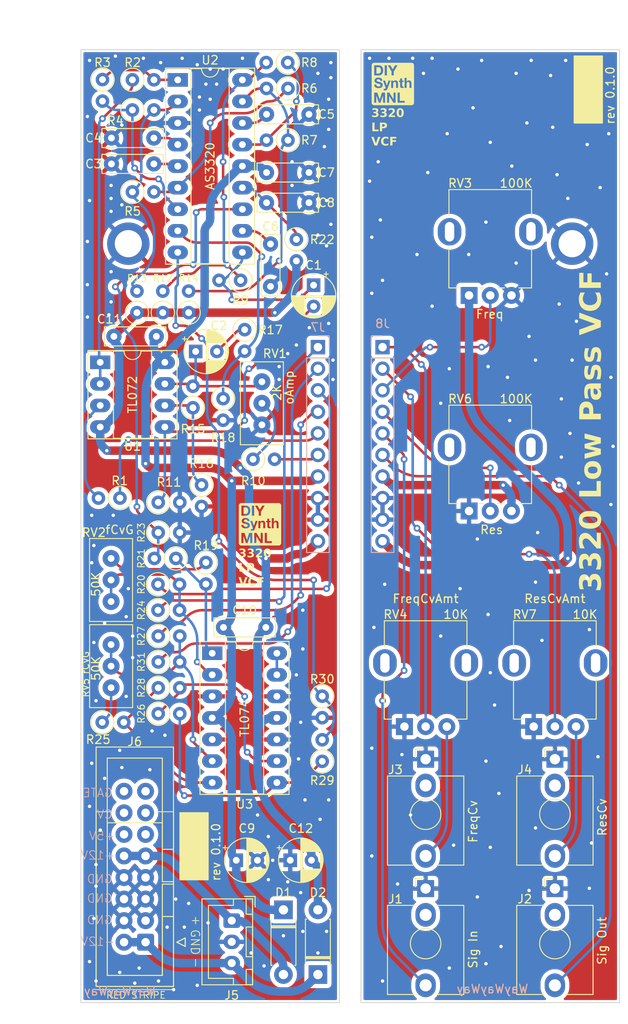
<source format=kicad_pcb>
(kicad_pcb (version 20221018) (generator pcbnew)
  (title_block (title "Eurorack 3320 Low Pass VCF") (date "2024-02-16") (rev "0.1.0") (company "DIYSynthMNL") (comment 1 "This version is a prototype"))
  (layers (0 "F.Cu" signal) (31 "B.Cu" signal) (34 "B.Paste" user) (35 "F.Paste" user) (36 "B.SilkS" user "B.Silkscreen") (37 "F.SilkS" user "F.Silkscreen") (38 "B.Mask" user) (39 "F.Mask" user) (44 "Edge.Cuts" user))
  (net 0 "")
  (net 1 "/3320_Main_Board/3320_Out4")
  (net 2 "Net-(U1B-+)")
  (net 3 "Net-(C2-Pad1)")
  (net 4 "Net-(C2-Pad2)")
  (net 5 "/3320_Main_Board/3320_Cap1")
  (net 6 "GND")
  (net 7 "/3320_Main_Board/3320_Cap2")
  (net 8 "/3320_Main_Board/3320_Cap3")
  (net 9 "/3320_Main_Board/3320_Cap4")
  (net 10 "+12V")
  (net 11 "Net-(U2-VEE)")
  (net 12 "-12V")
  (net 13 "/3320_Main_Board/+12V_IN")
  (net 14 "/3320_Main_Board/-12V_IN")
  (net 15 "/3320_Control_Board/CB_GND")
  (net 16 "/3320_Control_Board/Sig_in")
  (net 18 "/3320_Control_Board/Sig_out")
  (net 20 "Net-(J3-PadT)")
  (net 22 "Net-(J4-PadT)")
  (net 30 "/3320_Main_Board/Freq_cv")
  (net 31 "/3320_Main_Board/Res_cv")
  (net 32 "/3320_Main_Board/Freq_control")
  (net 33 "/3320_Main_Board/Res_control")
  (net 34 "/3320_Main_Board/Sig_in")
  (net 35 "/3320_Main_Board/Sig_out")
  (net 36 "/3320_Control_Board/Freq_cv")
  (net 37 "/3320_Control_Board/Res_cv")
  (net 38 "/3320_Control_Board/Freq_control")
  (net 39 "/3320_Control_Board/Res_control")
  (net 40 "/3320_Control_Board/CB_+12V")
  (net 41 "/3320_Control_Board/CB_-12V")
  (net 42 "Net-(U1A-+)")
  (net 43 "Net-(U1A--)")
  (net 44 "/3320_Main_Board/3320_IN1")
  (net 45 "/3320_Main_Board/3320_Out1")
  (net 46 "/3320_Main_Board/3320_IN2")
  (net 47 "/3320_Main_Board/3320_Out2")
  (net 48 "/3320_Main_Board/3320_IN3")
  (net 49 "/3320_Main_Board/3320_Out3")
  (net 50 "/3320_Main_Board/3320_IN4")
  (net 51 "Net-(R10-Pad1)")
  (net 52 "Net-(U1B--)")
  (net 53 "/3320_Main_Board/3320_Vres")
  (net 54 "Net-(R19-Pad1)")
  (net 55 "Net-(R19-Pad2)")
  (net 56 "Net-(U3A--)")
  (net 57 "/3320_Main_Board/3320_Freq_control_in")
  (net 58 "Net-(R25-Pad1)")
  (net 59 "Net-(R25-Pad2)")
  (net 60 "Net-(U3C--)")
  (net 61 "Net-(R26-Pad2)")
  (net 62 "Net-(U3B--)")
  (net 63 "/3320_Main_Board/3320_Reso_control_in")
  (net 64 "Net-(U3D--)")
  (footprint "DIYSynthMNL:C_Rect_L7.0mm_W2.0mm_P5.00mm_BigPads" (layer "F.Cu") (at 184.912 54.904 -90)
    (fp_text reference "C6")
    (fp_text value "270pF" hide)
  )
  (footprint "Resistor_THT:R_Axial_DIN0207_L6.3mm_D2.5mm_P2.54mm_Vertical" (layer "F.Cu") (at 181.385 59.182 180)
    (fp_text reference "R9")
    (fp_text value "100K")
  )
  (footprint "Resistor_THT:R_Axial_DIN0207_L6.3mm_D2.5mm_P2.54mm_Vertical" (layer "F.Cu") (at 187.96 54.356 -90)
    (fp_text reference "R22")
    (fp_text value "1K2")
  )
  (footprint "DIYSynthMNL:D_DO-41_SOD81_P7.62mm_Horizontal_BigPads" (layer "F.Cu") (at 190.5 140.97 90)
    (fp_text reference "D2")
    (fp_text value "~")
  )
  (footprint "Resistor_THT:R_Axial_DIN0207_L6.3mm_D2.5mm_P2.54mm_Vertical" (layer "F.Cu") (at 171.675 85.344)
    (fp_text reference "R11")
    (fp_text value "68K")
  )
  (footprint "Resistor_THT:R_Axial_DIN0207_L6.3mm_D2.5mm_P2.54mm_Vertical" (layer "F.Cu") (at 171.675 107.188)
    (fp_text reference "R28")
    (fp_text value "100K")
  )
  (footprint "Resistor_THT:R_Axial_DIN0207_L6.3mm_D2.5mm_P2.54mm_Vertical" (layer "F.Cu") (at 168.627 48.768)
    (fp_text reference "R5")
    (fp_text value "100K")
  )
  (footprint "Resistor_THT:R_Axial_DIN0207_L6.3mm_D2.5mm_P2.54mm_Vertical" (layer "F.Cu") (at 175.768 74.197 90)
    (fp_text reference "R15")
    (fp_text value "330K")
  )
  (footprint "Resistor_THT:R_Axial_DIN0207_L6.3mm_D2.5mm_P2.54mm_Vertical" (layer "F.Cu") (at 181.864 64.995 -90)
    (fp_text reference "R17")
    (fp_text value "51K")
  )
  (footprint "DIYSynthMNL:Potentiometer_RV09_BigPads" (layer "F.Cu") (at 208.32 86.36 90)
    (fp_text reference "RV6")
    (fp_text value "100K")
  )
  (footprint "DIYSynthMNL:Eurorack_power_jst_3P" (layer "F.Cu") (at 180.34 134.62 -90)
    (fp_text reference "J5")
    (fp_text value "EuroPower_JST_3P")
  )
  (footprint "DIYSynthMNL:Potentiometer_RV09_BigPads" (layer "F.Cu") (at 200.7 111.76 90)
    (fp_text reference "RV4")
    (fp_text value "10K")
  )
  (footprint "Resistor_THT:R_Axial_DIN0207_L6.3mm_D2.5mm_P2.54mm_Vertical" (layer "F.Cu") (at 179.324 73.123 -90)
    (fp_text reference "R18")
    (fp_text value "3K3")
  )
  (footprint "DIYSynthMNL:CP_Radial_D5.0mm_P2.50mm" (layer "F.Cu") (at 187.237401 127.508)
    (fp_text reference "C12")
    (fp_text value "22uF")
  )
  (footprint "DIYSynthMNL:C_Rect_L7.0mm_W2.0mm_P5.00mm_BigPads" (layer "F.Cu") (at 171.156 45.466 180)
    (fp_text reference "C3")
    (fp_text value "270pF" hide)
  )
  (footprint "DIYSynthMNL:Potentiometer_Bourns_3296W_Vertical_BigPads" (layer "F.Cu") (at 183.896 76.21 -90)
    (fp_text reference "RV1")
    (fp_text value "2K")
  )
  (footprint "Resistor_THT:R_Axial_DIN0207_L6.3mm_D2.5mm_P2.54mm_Vertical" (layer "F.Cu") (at 168.627 35.56)
    (fp_text reference "R2")
    (fp_text value "91K")
  )
  (footprint "Resistor_THT:R_Axial_DIN0207_L6.3mm_D2.5mm_P2.54mm_Vertical" (layer "F.Cu") (at 171.675 88.9)
    (fp_text reference "R23")
    (fp_text value "1K8")
  )
  (footprint "Resistor_THT:R_Axial_DIN0207_L6.3mm_D2.5mm_P2.54mm_Vertical" (layer "F.Cu") (at 182.851 80.264)
    (fp_text reference "R10")
    (fp_text value "1K")
  )
  (footprint "Resistor_THT:R_Axial_DIN0207_L6.3mm_D2.5mm_P2.54mm_Vertical" (layer "F.Cu") (at 176.784 83.283 -90)
    (fp_text reference "R16")
    (fp_text value "100K")
  )
  (footprint "Package_DIP:DIP-14_W7.62mm_Socket_LongPads" (layer "F.Cu") (at 178.039 103.119)
    (fp_text reference "U3")
    (fp_text value "TL074")
  )
  (footprint "Resistor_THT:R_Axial_DIN0207_L6.3mm_D2.5mm_P2.54mm_Vertical" (layer "F.Cu") (at 169.164 62.992 90)
    (fp_text reference "R13")
    (fp_text value "220K")
  )
  (footprint "Resistor_THT:R_Axial_DIN0207_L6.3mm_D2.5mm_P2.54mm_Vertical" (layer "F.Cu") (at 177.292 92.427 -90)
    (fp_text reference "R19")
    (fp_text value "68K")
  )
  (footprint "Resistor_THT:R_Axial_DIN0207_L6.3mm_D2.5mm_P2.54mm_Vertical" (layer "F.Cu") (at 186.973 42.672 180)
    (fp_text reference "R7")
    (fp_text value "100K")
  )
  (footprint "DIYSynthMNL:AudioJack_3.5mm_long_pads" (layer "F.Cu") (at 218.44 130.84)
    (fp_text reference "J2")
    (fp_text value "Sig Out")
  )
  (footprint "Resistor_THT:R_Axial_DIN0207_L6.3mm_D2.5mm_P2.54mm_Vertical" (layer "F.Cu") (at 165.071 111.252)
    (fp_text reference "R25")
    (fp_text value "68K")
  )
  (footprint "Resistor_THT:R_Axial_DIN0207_L6.3mm_D2.5mm_P2.54mm_Vertical" (layer "F.Cu") (at 171.675 101.092)
    (fp_text reference "R27")
    (fp_text value "100K")
  )
  (footprint "DIYSynthMNL:C_Rect_L7.0mm_W2.0mm_P5.00mm_BigPads" (layer "F.Cu") (at 171.156 42.418 180)
    (fp_text reference "C4")
    (fp_text value "270pF" hide)
  )
  (footprint "DIYSynthMNL:C_Rect_L7.0mm_W2.0mm_P5.00mm_BigPads" (layer "F.Cu") (at 184.444 46.482)
    (fp_text reference "C7")
    (fp_text value "100nF" hide)
  )
  (footprint "DIYSynthMNL:D_DO-41_SOD81_P7.62mm_Horizontal_BigPads" (layer "F.Cu") (at 186.436 133.35 -90)
    (fp_text reference "D1")
    (fp_text value "~")
  )
  (footprint "Resistor_THT:R_Axial_DIN0207_L6.3mm_D2.5mm_P2.54mm_Vertical" (layer "F.Cu") (at 171.675 104.14)
    (fp_text reference "R31")
    (fp_text value "100K")
  )
  (footprint "PCM_kikit:Board" (layer "F.Cu") (at 162.56 32.004)
    (fp_text reference "A")
    (fp_text value "Board")
  )
  (footprint "DIYSynthMNL:C_Rect_L7.0mm_W2.0mm_P5.00mm_BigPads" (layer "F.Cu") (at 184.444 50.038)
    (fp_text reference "C8")
    (fp_text value "100nF" hide)
  )
  (footprint "DIYSynthMNL:AudioJack_3.5mm_long_pads" (layer "F.Cu") (at 203.2 130.84)
    (fp_text reference "J1")
    (fp_text value "Sig In")
  )
  (footprint "Resistor_THT:R_Axial_DIN0207_L6.3mm_D2.5mm_P2.54mm_Vertical" (layer "F.Cu") (at 191.008 115.853 90)
    (fp_text reference "R29")
    (fp_text value "150K")
  )
  (footprint "PCM_kikit:Board" (layer "F.Cu") (at 195.58 32.004)
    (fp_text reference "B")
    (fp_text value "Board")
  )
  (footprint "Package_DIP:DIP-18_W7.62mm_Socket_LongPads" (layer "F.Cu") (at 173.975 35.57)
    (fp_text reference "U2")
    (fp_text value "AS3320")
  )
  (footprint "Resistor_THT:R_Axial_DIN0207_L6.3mm_D2.5mm_P2.54mm_Vertical" (layer "F.Cu") (at 186.944 33.528 180)
    (fp_text reference "R8")
    (fp_text value "91K")
  )
  (footprint "Resistor_THT:R_Axial_DIN0207_L6.3mm_D2.5mm_P2.54mm_Vertical" (layer "F.Cu") (at 171.646 94.996)
    (fp_text reference "R20")
    (fp_text value "100K")
  )
  (footprint "DIYSynthMNL:CP_Radial_D5.0mm_P2.50mm" (layer "F.Cu") (at 176.086887 67.564)
    (fp_text reference "C2")
    (fp_text value "2.2uF")
  )
  (footprint "Resistor_THT:R_Axial_DIN0207_L6.3mm_D2.5mm_P2.54mm_Vertical" (layer "F.Cu") (at 171.675 110.236)
    (fp_text reference "R26")
    (fp_text value "100K")
  )
  (footprint "DIYSynthMNL:Potentiometer_RV09_BigPads" (layer "F.Cu") (at 208.32 60.96 90)
    (fp_text reference "RV3")
    (fp_text value "100K")
  )
  (footprint "Resistor_THT:R_Axial_DIN0207_L6.3mm_D2.5mm_P2.54mm_Vertical" (layer "F.Cu") (at 168.627 39.116)
    (fp_text reference "R4")
    (fp_text value "91K")
  )
  (footprint "DIYSynthMNL:CP_Radial_D5.0mm_P2.50mm" (layer "F.Cu") (at 180.872 127.508)
    (fp_text reference "C9")
    (fp_text value "22uF")
  )
  (footprint "Package_DIP:DIP-8_W7.62mm_Socket_LongPads" (layer "F.Cu") (at 164.831 68.844)
    (fp_text reference "U1")
    (fp_text value "TL072")
  )
  (footprint "DIYSynthMNL:MountingHole_M3_Standoff_Pad" (layer "F.Cu") (at 220.472 54.864)
    (fp_text reference "H2")
    (fp_text value "MountingHole_Pad" hide)
  )
  (footprint "DIYSynthMNL:CP_Radial_D5.0mm_P2.50mm" (layer "F.Cu") (at 189.992 59.754888 -90)
    (fp_text reference "C1")
    (fp_text value "2.2uF")
  )
  (footprint "Resistor_THT:R_Axial_DIN0207_L6.3mm_D2.5mm_P2.54mm_Vertical" (layer "F.Cu") (at 175.26 62.992 90)
    (fp_text reference "R14")
    (fp_text value "220K")
  )
  (footprint "DIYSynthMNL:C_Rect_L7.0mm_W2.0mm_P5.00mm_BigPads" (layer "F.Cu") (at 171.45 65.786 180)
    (fp_text reference "C11")
    (fp_text value "100nF" hide)
  )
  (footprint "Resistor_THT:R_Axial_DIN0207_L6.3mm_D2.5mm_P2.54mm_Vertical" (layer "F.Cu") (at 191.008 108.175 -90)
    (fp_text reference "R30")
    (fp_text value "3.3K")
  )
  (footprint "DIYSynthMNL:Potentiometer_Bourns_3296W_Vertical_BigPads" (layer "F.Cu") (at 166.116 97.028 -90)
    (fp_text reference "RV2")
    (fp_text value "50K")
  )
  (footprint "DIYSynthMNL:IDC-Header_2x08_P2.54mm_Vertical" (layer "F.Cu") (at 170.18 137.16)
    (fp_text reference "J6")
    (fp_text value "EURO_PWR_16P")
  )
  (footprint "DIYSynthMNL:MountingHole_M3_Standoff_Pad" (layer "F.Cu") (at 168.148 54.864)
    (fp_text reference "H1")
    (fp_text value "MountingHole_Pad" hide)
  )
  (footprint "DIYSynthMNL:AudioJack_3.5mm_long_pads" (layer "F.Cu") (at 203.2 115.6)
    (fp_text reference "J3")
    (fp_text value "FreqCv")
  )
  (footprint "DIYSynthMNL:Potentiometer_RV09_BigPads" (layer "F.Cu") (at 215.94 111.76 90)
    (fp_text reference "RV7")
    (fp_text value "10K")
  )
  (footprint "Resistor_THT:R_Axial_DIN0207_L6.3mm_D2.5mm_P2.54mm_Vertical" (layer "F.Cu") (at 172.212 62.992 90)
    (fp_text reference "R12")
    (fp_text value "220K")
  )
  (footprint "DIYSynthMNL:C_Rect_L7.0mm_W2.0mm_P5.00mm_BigPads" (layer "F.Cu") (at 184.444 39.624)
    (fp_text reference "C5")
    (fp_text value "270pF" hide)
  )
  (footprint "DIYSynthMNL:AudioJack_3.5mm_long_pads" (layer "F.Cu") (at 218.44 115.6)
    (fp_text reference "J4")
    (fp_text value "ResCv")
  )
  (footprint "Resistor_THT:R_Axial_DIN0207_L6.3mm_D2.5mm_P2.54mm_Vertical" (layer "F.Cu") (at 167.161 84.836 180)
    (fp_text reference "R1")
    (fp_text value "100K")
  )
  (footprint "Resistor_THT:R_Axial_DIN0207_L6.3mm_D2.5mm_P2.54mm_Vertical" (layer "F.Cu") (at 171.646 98.044)
    (fp_text reference "R24")
    (fp_text value "100K")
  )
  (footprint "DIYSynthMNL:C_Rect_L7.0mm_W2.0mm_P5.00mm_BigPads" (layer "F.Cu") (at 179.364 100.076)
    (fp_text reference "C10")
    (fp_text value "100nF" hide)
  )
  (footprint "Resistor_THT:R_Axial_DIN0207_L6.3mm_D2.5mm_P2.54mm_Vertical" (layer "F.Cu") (at 173.755 91.948 180)
    (fp_text reference "R21")
    (fp_text value "100K")
  )
  (footprint "Resistor_THT:R_Axial_DIN0207_L6.3mm_D2.5mm_P2.54mm_Vertical" (layer "F.Cu") (at 165.1 35.531 -90)
    (fp_text reference "R3")
    (fp_text value "100K")
  )
  (footprint "DIYSynthMNL:Potentiometer_Bourns_3296W_Vertical_BigPads" (layer "F.Cu") (at 166.116 102.098 90)
    (fp_text reference "RV5")
    (fp_text value "50K")
  )
  (footprint "Resistor_THT:R_Axial_DIN0207_L6.3mm_D2.5mm_P2.54mm_Vertical" (layer "F.Cu") (at 186.973 36.576 180)
    (fp_text reference "R6")
    (fp_text value "91K")
  )
  (footprint "Connector_PinHeader_2.54mm:PinHeader_1x10_P2.54mm_Vertical" (layer "B.Cu") (at 190.5 67.056 180)
    (fp_text reference "J7")
    (fp_text value "Main")
  )
  (footprint "Connector_PinSocket_2.54mm:PinSocket_1x10_P2.54mm_Vertical" (layer "B.Cu") (at 198.12 67.056 180)
    (fp_text reference "J8")
    (fp_text value "Ctrl")
  )
  (gr_poly (pts (xy 185.88812 85.426815) (xy 185.903352 85.427966) (xy 185.918357 85.429862) (xy 185.933117 85.432484) (xy 185.947614 85.435813) (xy 185.961829 85.439832) (xy 185.975744 85.444521) (xy 185.98934 85.449863) (xy 186.002598 85.455838) (xy 186.0155 85.462428) (xy 186.028028 85.469615) (xy 186.040163 85.47738) (xy 186.051886 85.485705) (xy 186.063179 85.49457) (xy 186.074024 85.503959) (xy 186.084402 85.513851) (xy 186.094294 85.524229) (xy 186.103683 85.535074) (xy 186.112548 85.546367) (xy 186.120873 85.55809) (xy 186.128638 85.570225) (xy 186.135825 85.582753) (xy 186.142415 85.595655) (xy 186.14839 85.608913) (xy 186.153732 85.622509) (xy 186.158421 85.636424) (xy 186.16244 85.650639) (xy 186.165769 85.665136) (xy 186.168391 85.679896) (xy 186.170287 85.694902) (xy 186.171438 85.710133) (xy 186.171826 85.725573) (xy 186.171826 90.127281) (xy 186.171438 90.142721) (xy 186.170287 90.157953) (xy 186.168391 90.172958) (xy 186.165769 90.187718) (xy 186.16244 90.202215) (xy 186.158421 90.21643) (xy 186.153732 90.230345) (xy 186.14839 90.243941) (xy 186.142415 90.257199) (xy 186.135825 90.270101) (xy 186.128638 90.282629) (xy 186.120873 90.294764) (xy 186.112548 90.306487) (xy 186.103683 90.317781) (xy 186.094294 90.328625) (xy 186.084402 90.339003) (xy 186.074024 90.348895) (xy 186.063179 90.358284) (xy 186.051886 90.367149) (xy 186.040163 90.375474) (xy 186.028028 90.383239) (xy 186.0155 90.390426) (xy 186.002598 90.397016) (xy 185.98934 90.402991) (xy 185.975744 90.408333) (xy 185.961829 90.413022) (xy 185.947614 90.417041) (xy 185.933117 90.42037) (xy 185.918357 90.422992) (xy 185.903352 90.424888) (xy 185.88812 90.426039) (xy 185.87268 90.426427) (xy 181.470972 90.426427) (xy 181.455532 90.426039) (xy 181.440301 90.424888) (xy 181.425295 90.422992) (xy 181.410535 90.42037) (xy 181.396038 90.417041) (xy 181.381823 90.413022) (xy 181.367908 90.408333) (xy 181.354312 90.402991) (xy 181.341054 90.397016) (xy 181.328152 90.390426) (xy 181.315624 90.383239) (xy 181.303489 90.375474) (xy 181.291766 90.367149) (xy 181.280472 90.358284) (xy 181.269628 90.348895) (xy 181.25925 90.339003) (xy 181.249358 90.328625) (xy 181.239969 90.317781) (xy 181.231104 90.306487) (xy 181.222779 90.294764) (xy 181.215014 90.282629) (xy 181.207827 90.270101) (xy 181.201237 90.257199) (xy 181.195262 90.243941) (xy 181.18992 90.230345) (xy 181.185231 90.21643) (xy 181.181212 90.202215) (xy 181.177883 90.187718) (xy 181.175261 90.172958) (xy 181.173365 90.157953) (xy 181.172214 90.142721) (xy 181.171827 90.127281) (xy 181.171827 90.057592) (xy 181.476382 90.057592) (xy 181.476406 90.062189) (xy 181.47648 90.066783) (xy 181.476605 90.071375) (xy 181.47678 90.075965) (xy 181.477008 90.080556) (xy 181.477289 90.085147) (xy 181.477623 90.089741) (xy 181.478012 90.094338) (xy 181.478253 90.096398) (xy 181.47856 90.098398) (xy 181.478933 90.100337) (xy 181.47937 90.102214) (xy 181.479873 90.104028) (xy 181.480441 90.105778) (xy 181.481075 90.107465) (xy 181.481774 90.109087) (xy 181.482538 90.110644) (xy 181.483367 90.112134) (xy 181.484262 90.113558) (xy 181.485222 90.114915) (xy 181.486248 90.116203) (xy 181.487339 90.117422) (xy 181.488495 90.118572) (xy 181.489717 90.119652) (xy 181.49099 90.120671) (xy 181.492302 90.121639) (xy 181.493652 90.122555) (xy 181.495041 90.12342) (xy 181.496468 90.124233) (xy 181.497934 90.124994) (xy 181.49944 90.125703) (xy 181.500984 90.12636) (xy 181.502567 90.126965) (xy 181.50419 90.127517) (xy 181.505852 90.128017) (xy 181.507554 90.128464) (xy 181.509295 90.128859) (xy 181.511076 90.1292) (xy 181.512897 90.129488) (xy 181.514759 90.129723) (xy 181.635071 90.129723) (xy 181.638424 90.129747) (xy 181.64179 90.129821) (xy 181.645165 90.129946) (xy 181.648545 90.130121) (xy 181.651924 90.130349) (xy 181.655299 90.13063) (xy 181.658666 90.130964) (xy 181.662019 90.131353) (xy 181.665336 90.131292) (xy 181.668598 90.131113) (xy 181.671805 90.130821) (xy 181.67496 90.130419) (xy 181.678061 90.129913) (xy 181.681112 90.129307) (xy 181.684111 90.128605) (xy 181.687061 90.127813) (xy 181.689314 90.127363) (xy 181.691475 90.126849) (xy 181.693544 90.126271) (xy 181.695521 90.12563) (xy 181.697406 90.124923) (xy 181.699198 90.124153) (xy 181.7009 90.123317) (xy 181.702509 90.122416) (xy 181.70328 90.121941) (xy 181.704027 90.12145) (xy 181.704752 90.120942) (xy 181.705454 90.120418) (xy 181.706133 90.119878) (xy 181.706789 90.119321) (xy 181.707423 90.118748) (xy 181.708034 90.118158) (xy 181.708622 90.117552) (xy 181.709187 90.116929) (xy 181.70973 90.116289) (xy 181.71025 90.115633) (xy 181.710748 90.11496) (xy 181.711222 90.114271) (xy 181.711674 90.113565) (xy 181.712104 90.112842) (xy 181.71291 90.111777) (xy 181.713662 90.110672) (xy 181.714359 90.109527) (xy 181.715001 90.108342) (xy 181.71559 90.107118) (xy 181.716126 90.105855) (xy 181.716608 90.104552) (xy 181.717038 90.103209) (xy 181.717415 90.101828) (xy 181.717741 90.100407) (xy 181.718016 90.098947) (xy 181.718239 90.097449) (xy 181.718413 90.095911) (xy 181.718536 90.094335) (xy 181.718609 90.09272) (xy 181.718634 90.091067) (xy 181.718634 89.537689) (xy 181.719405 89.528456) (xy 181.720009 89.51918) (xy 181.720235 89.514539) (xy 181.720403 89.509903) (xy 181.720508 89.505279) (xy 181.720544 89.50067) (xy 181.720544 89.463924) (xy 181.720507 89.460607) (xy 181.720401 89.457345) (xy 181.720232 89.454137) (xy 181.720005 89.450983) (xy 181.719726 89.447881) (xy 181.719401 89.444831) (xy 181.719035 89.441832) (xy 181.718634 89.438882) (xy 181.718694 89.435565) (xy 181.718873 89.432303) (xy 181.719166 89.429095) (xy 181.719568 89.425941) (xy 181.720074 89.422839) (xy 181.72068 89.419789) (xy 181.721382 89.41679) (xy 181.722174 89.41384) (xy 181.722957 89.410913) (xy 181.72363 89.407987) (xy 181.724193 89.40506) (xy 181.724649 89.402134) (xy 181.725 89.399208) (xy 181.725248 89.396282) (xy 181.725395 89.393356) (xy 181.725444 89.390431) (xy 181.725477 89.388992) (xy 181.725578 89.387602) (xy 181.725745 89.386261) (xy 181.725854 89.38561) (xy 181.725979 89.384971) (xy 181.726121 89.384345) (xy 181.726279 89.383732) (xy 181.726454 89.383131) (xy 181.726646 89.382543) (xy 181.726853 89.381968) (xy 181.727078 89.381406) (xy 181.727318 89.380857) (xy 181.727575 89.380321) (xy 181.727848 89.379798) (xy 181.728138 89.379288) (xy 181.728444 89.378791) (xy 181.728766 89.378307) (xy 181.729104 89.377837) (xy 181.729458 89.37738) (xy 181.729829 89.376936) (xy 181.730215 89.376506) (xy 181.730618 89.37609) (xy 181.731037 89.375686) (xy 181.731471 89.375297) (xy 181.731922 89.374921) (xy 181.732389 89.374558) (xy 181.732871 89.37421) (xy 181.73337 89.373875) (xy 181.733884 89.373554) (xy 181.734503 89.373162) (xy 181.735105 89.372822) (xy 181.7354 89.372672) (xy 181.735691 89.372535) (xy 181.735977 89.372411) (xy 181.73626 89.372299) (xy 181.736539 89.372201) (xy 181.736814 89.372117) (xy 181.737085 89.372045) (xy 181.737353 89.371986) (xy 181.737617 89.37194) (xy 181.737878 89.371907) (xy 181.738135 89.371888) (xy 181.738389 89.371881) (xy 181.738639 89.371888) (xy 181.738887 89.371907) (xy 181.739131 89.37194) (xy 181.739372 89.371986) (xy 181.73961 89.372045) (xy 181.739845 89.372117) (xy 181.740078 89.372201) (xy 181.740307 89.372299) (xy 181.740534 89.372411) (xy 181.740759 89.372535) (xy 181.74098 89.372672) (xy 181.7412 89.372822) (xy 181.741417 89.372985) (xy 181.741631 89.373162) (xy 181.741844 89.373351) (xy 181.742054 89.373554) (xy 181.742475 89.373772) (xy 181.742898 89.374006) (xy 181.743323 89.374256) (xy 181.743749 89.374521) (xy 181.744177 89.3748) (xy 181.744605 89.375094) (xy 181.745033 89.375402) (xy 181.745462 89.375723) (xy 181.745891 89.376057) (xy 181.74632 89.376403) (xy 181.746747 89.376762) (xy 181.747174 89.377133) (xy 181.747599 89.377515) (xy 181.748023 89.377907) (xy 181.748864 89.378724) (xy 181.751351 89.382614) (xy 181.753794 89.386759) (xy 181.756191 89.391161) (xy 181.758538 89.395823) (xy 181.760832 89.400747) (xy 181.763071 89.405933) (xy 181.765252 89.411385) (xy 181.767373 89.417104) (xy 181.771885 89.427188) (xy 181.776226 89.437373) (xy 181.780401 89.44766) (xy 181.784414 89.45805) (xy 181.788271 89.468545) (xy 181.791975 89.479146) (xy 181.795533 89.489853) (xy 181.798947 89.500669) (xy 181.805765 89.522334) (xy 181.81282 89.543823) (xy 181.820084 89.565102) (xy 181.827528 89.586139) (xy 181.834107 89.603795) (xy 181.840469 89.621651) (xy 181.846621 89.639715) (xy 181.85257 89.657999) (xy 181.858522 89.676184) (xy 181.864674 89.693949) (xy 181.871035 89.711295) (xy 181.877613 89.728226) (xy 181.879626 89.732408) (xy 181.881481 89.736593) (xy 181.883179 89.740779) (xy 181.88472 89.744966) (xy 181.886105 89.749153) (xy 181.887333 89.753339) (xy 181.888404 89.757524) (xy 181.889318 89.761706) (xy 181.890599 89.765888) (xy 181.891931 89.770073) (xy 181.893316 89.774259) (xy 181.894753 89.778446) (xy 181.896242 89.782633) (xy 181.897783 89.786819) (xy 181.899377 89.791004) (xy 181.901023 89.795186) (xy 181.901225 89.795609) (xy 181.901412 89.79604) (xy 181.901586 89.796481) (xy 181.901746 89.796933) (xy 181.901893 89.797395) (xy 181.902027 89.797868) (xy 181.902147 89.798353) (xy 181.902255 89.798851) (xy 181.902349 89.799362) (xy 181.90243 89.799887) (xy 181.902499 89.800426) (xy 181.902555 89.80098) (xy 181.902598 89.80155) (xy 181.902629 89.802135) (xy 181.902647 89.802737) (xy 181.902653 89.803356) (xy 181.903082 89.804587) (xy 181.903523 89.805771) (xy 181.903973 89.806907) (xy 181.904427 89.807993) (xy 181.904881 89.809027) (xy 181.905329 89.810006) (xy 181.905769 89.81093) (xy 181.906193 89.811796) (xy 181.907841 89.815979) (xy 181.909435 89.820163) (xy 181.910976 89.824349) (xy 181.912464 89.828536) (xy 181.9139 89.832723) (xy 181.915284 89.83691) (xy 181.916617 89.841094) (xy 181.917898 89.845277) (xy 181.919204 89.849434) (xy 181.920611 89.853545) (xy 181.92212 89.857607) (xy 181.923733 89.861618) (xy 181.92545 89.865577) (xy 181.927272 89.869482) (xy 181.9292 89.873331) (xy 181.931235 89.877124) (xy 181.931437 89.87775) (xy 181.931625 89.878378) (xy 181.93196 89.879635) (xy 181.93224 89.880895) (xy 181.932468 89.882156) (xy 181.932643 89.883417) (xy 181.932767 89.884677) (xy 181.932841 89.885937) (xy 181.932865 89.887194) (xy 181.933282 89.888048) (xy 181.933693 89.888941) (xy 181.934099 89.889876) (xy 181.934504 89.89086) (xy 181.934908 89.891895) (xy 181.935313 89.892988) (xy 181.935722 89.894143) (xy 181.936135 89.895364) (xy 181.938195 89.900437) (xy 181.940198 89.905619) (xy 181.942144 89.910909) (xy 181.944037 89.916305) (xy 181.945878 89.921805) (xy 181.947669 89.927408) (xy 181.949411 89.933112) (xy 181.951106 89.938916) (xy 181.952813 89.94433) (xy 181.954586 89.949699) (xy 181.956421 89.955021) (xy 181.958312 89.960293) (xy 181.960255 89.965513) (xy 181.962245 89.970678) (xy 181.964278 89.975786) (xy 181.966349 89.980834) (xy 181.971249 89.995805) (xy 181.973286 90.000853) (xy 181.975215 90.00596) (xy 181.977037 90.011126) (xy 181.978754 90.016346) (xy 181.980366 90.021618) (xy 181.981874 90.02694) (xy 181.983281 90.032309) (xy 181.984587 90.037723) (xy 181.986294 90.042734) (xy 181.988067 90.047737) (xy 181.989902 90.052735) (xy 181.991793 90.057729) (xy 181.995726 90.067721) (xy 181.99983 90.077736) (xy 182.006101 90.091911) (xy 182.011535 90.104411) (xy 182.012193 90.10566) (xy 182.012913 90.106898) (xy 182.013696 90.108126) (xy 182.014541 90.109342) (xy 182.01545 90.110546) (xy 182.016423 90.111738) (xy 182.017461 90.112918) (xy 182.018563 90.114085) (xy 182.019731 90.115239) (xy 182.020964 90.116379) (xy 182.022264 90.117506) (xy 182.02363 90.118619) (xy 182.025064 90.119717) (xy 182.026565 90.1208) (xy 182.028134 90.121867) (xy 182.029772 90.12292) (xy 182.030635 90.123536) (xy 182.031552 90.124129) (xy 182.032523 90.124697) (xy 182.033547 90.125241) (xy 182.034624 90.12576) (xy 182.035754 90.126254) (xy 182.036936 90.126722) (xy 182.038171 90.127165) (xy 182.039459 90.127581) (xy 182.040798 90.127971) (xy 182.042189 90.128333) (xy 182.043632 90.128669) (xy 182.045126 90.128976) (xy 182.046672 90.129256) (xy 182.048268 90.129507) (xy 182.049915 90.12973) (xy 182.053281 90.130119) (xy 182.05669 90.130453) (xy 182.060146 90.130733) (xy 182.063652 90.130961) (xy 182.067209 90.131137) (xy 182.070822 90.131261) (xy 182.074493 90.131335) (xy 182.078224 90.13136) (xy 182.110072 90.13136) (xy 182.114182 90.130971) (xy 182.118145 90.130637) (xy 182.121959 90.130356) (xy 182.125619 90.130129) (xy 182.129122 90.129953) (xy 182.132465 90.129829) (xy 182.135643 90.129754) (xy 182.138653 90.12973) (xy 182.177033 90.12973) (xy 182.179911 90.128937) (xy 182.182689 90.128236) (xy 182.185367 90.12763) (xy 182.187942 90.127124) (xy 182.190413 90.126722) (xy 182.192776 90.126429) (xy 182.193918 90.126325) (xy 182.195032 90.126251) (xy 182.196118 90.126205) (xy 182.197176 90.12619) (xy 182.19822 90.125959) (xy 182.199261 90.125689) (xy 182.200301 90.125377) (xy 182.201339 90.125026) (xy 182.202375 90.124634) (xy 182.203411 90.124203) (xy 182.204445 90.123732) (xy 182.20548 90.123222) (xy 182.206514 90.122673) (xy 182.207548 90.122085) (xy 182.208584 90.121458) (xy 182.20962 90.120793) (xy 182.210657 90.120089) (xy 182.211696 90.119347) (xy 182.212737 90.118567) (xy 182.21378 90.11775) (xy 182.214806 90.116902) (xy 182.215792 90.116031) (xy 182.216739 90.115135) (xy 182.217647 90.114215) (xy 182.218516 90.113271) (xy 182.219346 90.112301) (xy 182.220136 90.111306) (xy 182.220887 90.110285) (xy 182.221599 90.109237) (xy 182.222272 90.108164) (xy 182.222905 90.107063) (xy 182.223499 90.105936) (xy 182.224054 90.10478) (xy 182.22457 90.103597) (xy 182.225047 90.102386) (xy 182.225485 90.101146) (xy 182.227997 90.096018) (xy 182.230517 90.090674) (xy 182.233039 90.085122) (xy 182.235556 90.07937) (xy 182.237593 90.074773) (xy 182.239522 90.070179) (xy 182.241344 90.065587) (xy 182.243061 90.060997) (xy 182.244672 90.056406) (xy 182.246181 90.051814) (xy 182.247588 90.047221) (xy 182.248894 90.042624) (xy 182.2502 90.037636) (xy 182.251607 90.032707) (xy 182.253116 90.027834) (xy 182.254729 90.023015) (xy 182.256446 90.018249) (xy 182.258268 90.013533) (xy 182.260196 90.008865) (xy 182.262231 90.004244) (xy 182.262638 90.003617) (xy 182.263023 90.002989) (xy 182.263386 90.002361) (xy 182.263725 90.001732) (xy 182.26404 90.001102) (xy 182.264331 90.000472) (xy 182.264597 89.999842) (xy 182.264837 89.999212) (xy 182.265051 89.998581) (xy 182.265239 89.99795) (xy 182.265399 89.99732) (xy 182.265532 89.99669) (xy 182.265635 89.99606) (xy 182.26571 89.99543) (xy 182.265756 89.994801) (xy 182.265771 89.994173) (xy 182.265783 89.993546) (xy 182.26582 89.992918) (xy 182.265882 89.99229) (xy 182.265968 89.991661) (xy 182.26608 89.991031) (xy 182.266218 89.990401) (xy 182.266381 89.989771) (xy 182.26657 89.989141) (xy 182.266785 89.98851) (xy 182.267026 89.98788) (xy 182.267294 89.987249) (xy 182.267589 89.986619) (xy 182.267911 89.985989) (xy 182.26826 89.985359) (xy 182.268637 89.98473) (xy 182.269041 89.984102) (xy 182.278035 89.959867) (xy 182.286617 89.93565) (xy 182.294781 89.911433) (xy 182.302521 89.887199) (xy 182.306362 89.874676) (xy 182.310359 89.862196) (xy 182.314513 89.849762) (xy 182.318824 89.837377) (xy 182.323291 89.825044) (xy 182.327915 89.812766) (xy 182.332696 89.800548) (xy 182.337635 89.788391) (xy 182.339257 89.784209) (xy 182.340777 89.780024) (xy 182.342194 89.775838) (xy 182.343507 89.771651) (xy 182.344716 89.767464) (xy 182.345819 89.763278) (xy 182.346816 89.759093) (xy 182.347706 89.754911) (xy 182.348986 89.750765) (xy 182.350319 89.746685) (xy 182.351703 89.742667) (xy 182.35314 89.738705) (xy 182.354629 89.734796) (xy 182.356171 89.730935) (xy 182.357765 89.727116) (xy 182.359411 89.723336) (xy 182.361423 89.719153) (xy 182.363278 89.714969) (xy 182.364976 89.710783) (xy 182.366518 89.706596) (xy 182.367902 89.702409) (xy 182.36913 89.698223) (xy 182.370201 89.694038) (xy 182.371116 89.689856) (xy 182.372396 89.685698) (xy 182.373729 89.681587) (xy 182.375113 89.677525) (xy 182.37655 89.673514) (xy 182.378039 89.669555) (xy 182.379581 89.66565) (xy 182.381174 89.661801) (xy 182.382821 89.658009) (xy 182.383227 89.657382) (xy 182.383604 89.656754) (xy 182.383954 89.656126) (xy 182.384277 89.655497) (xy 182.384572 89.654867) (xy 182.38484 89.654237) (xy 182.385081 89.653607) (xy 182.385296 89.652977) (xy 182.385484 89.652346) (xy 182.385647 89.651716) (xy 182.385783 89.651085) (xy 182.385895 89.650455) (xy 182.385981 89.649825) (xy 182.386042 89.649195) (xy 182.386079 89.648566) (xy 182.386091 89.647938) (xy 182.386103 89.647107) (xy 182.38614 89.64629) (xy 182.386201 89.645487) (xy 182.386288 89.644696) (xy 182.3864 89.643919) (xy 182.386537 89.643155) (xy 182.3867 89.642405) (xy 182.386889 89.641667) (xy 182.387105 89.640943) (xy 182.387346 89.640231) (xy 182.387614 89.639533) (xy 182.387909 89.638847) (xy 182.388231 89.638174) (xy 182.38858 89.637515) (xy 182.388956 89.636867) (xy 182.389361 89.636233) (xy 182.393423 89.625352) (xy 182.397263 89.614457) (xy 182.400894 89.603563) (xy 182.404332 89.592682) (xy 182.406038 89.587255) (xy 182.407811 89.581843) (xy 182.411537 89.571042) (xy 182.41547 89.56024) (xy 182.419575 89.549401) (xy 182.420186 89.548146) (xy 182.420769 89.54689) (xy 182.421848 89.544373) (xy 182.422816 89.541852) (xy 182.423676 89.53933) (xy 182.424431 89.536808) (xy 182.425086 89.534287) (xy 182.425642 89.53177) (xy 182.426105 89.529258) (xy 182.432915 89.509115) (xy 182.437803 89.495719) (xy 182.442453 89.482304) (xy 182.446893 89.468888) (xy 182.451152 89.455492) (xy 182.45618 89.442237) (xy 182.461223 89.429215) (xy 182.471295 89.403774) (xy 182.478105 89.38717) (xy 182.478738 89.385927) (xy 182.479385 89.384707) (xy 182.480045 89.38351) (xy 182.480718 89.382337) (xy 182.481403 89.381189) (xy 182.482102 89.380066) (xy 182.482814 89.378967) (xy 182.483539 89.377895) (xy 182.484277 89.376848) (xy 182.485028 89.375829) (xy 182.485792 89.374836) (xy 182.48657 89.37387) (xy 182.48736 89.372933) (xy 182.488163 89.372024) (xy 182.48898 89.371144) (xy 182.48981 89.370293) (xy 182.490019 89.370079) (xy 182.490226 89.369855) (xy 182.490432 89.36962) (xy 182.490637 89.369373) (xy 182.490841 89.369114) (xy 182.491044 89.368843) (xy 182.491246 89.368559) (xy 182.491448 89.368263) (xy 182.491852 89.367631) (xy 182.492258 89.366943) (xy 182.492666 89.366198) (xy 182.49308 89.365393) (xy 182.493505 89.364996) (xy 182.493945 89.364639) (xy 182.494399 89.364322) (xy 182.494868 89.364044) (xy 182.49535 89.363806) (xy 182.495847 89.363608) (xy 182.496356 89.363448) (xy 182.49688 89.363328) (xy 182.497416 89.363247) (xy 182.497965 89.363205) (xy 182.498527 89.363201) (xy 182.499101 89.363237) (xy 182.499688 89.363311) (xy 182.500287 89.363423) (xy 182.500897 89.363574) (xy 182.50152 89.363763) (xy 182.502735 89.364219) (xy 182.503873 89.36475) (xy 182.504934 89.365359) (xy 182.505916 89.366043) (xy 182.50682 89.366805) (xy 182.507647 89.367644) (xy 182.508395 89.368561) (xy 182.509064 89.369556) (xy 182.509656 89.370629) (xy 182.510168 89.371781) (xy 182.510602 89.373012) (xy 182.510958 89.374323) (xy 182.511235 89.375713) (xy 182.511432 89.377184) (xy 182.511551 89.378735) (xy 182.511591 89.380367) (xy 182.51164 89.383684) (xy 182.511788 89.386946) (xy 182.512037 89.390153) (xy 182.512389 89.393308) (xy 182.512846 89.39641) (xy 182.513409 89.39946) (xy 182.51408 89.402459) (xy 182.514861 89.405409) (xy 182.515258 89.40709) (xy 182.515615 89.408787) (xy 182.515933 89.410499) (xy 182.516211 89.412227) (xy 182.516449 89.41397) (xy 182.516647 89.415727) (xy 182.516807 89.417497) (xy 182.516927 89.419282) (xy 182.517008 89.421079) (xy 182.51705 89.422889) (xy 182.517017 89.426546) (xy 182.516831 89.430247) (xy 182.516491 89.43399) (xy 182.516491 89.504217) (xy 182.516589 89.514429) (xy 182.516889 89.525021) (xy 182.517398 89.536031) (xy 182.518121 89.547497) (xy 182.518121 90.091091) (xy 182.518148 90.092745) (xy 182.51823 90.09436) (xy 182.518367 90.095936) (xy 182.518558 90.097474) (xy 182.518802 90.098973) (xy 182.519099 90.100433) (xy 182.51945 90.101854) (xy 182.519853 90.103236) (xy 182.520309 90.104578) (xy 182.520816 90.105882) (xy 182.521375 90.107145) (xy 182.521985 90.10837) (xy 182.522646 90.109554) (xy 182.523357 90.110699) (xy 182.524119 90.111803) (xy 182.524931 90.112868) (xy 182.525773 90.114088) (xy 182.526626 90.115244) (xy 182.527491 90.116334) (xy 182.528368 90.11736) (xy 182.529257 90.11832) (xy 182.530159 90.119215) (xy 182.531073 90.120045) (xy 182.532 90.12081) (xy 182.53294 90.121509) (xy 182.533893 90.122143) (xy 182.53486 90.122711) (xy 182.53584 90.123214) (xy 182.536834 90.123652) (xy 182.537842 90.124024) (xy 182.538865 90.124331) (xy 182.539902 90.124571) (xy 182.542462 90.125024) (xy 182.545127 90.125538) (xy 182.550769 90.12674) (xy 182.55683 90.12815) (xy 182.563311 90.129741) (xy 182.722274 90.129741) (xy 182.724135 90.129505) (xy 182.725956 90.129215) (xy 182.727737 90.128873) (xy 182.729479 90.128478) (xy 182.73118 90.128031) (xy 182.732843 90.127531) (xy 182.734465 90.126979) (xy 182.736049 90.126374) (xy 182.737593 90.125718) (xy 182.739098 90.125009) (xy 182.740564 90.124249) (xy 182.741991 90.123436) (xy 182.74338 90.122572) (xy 182.74473 90.121656) (xy 182.746042 90.120689) (xy 182.747316 90.119671) (xy 182.748531 90.11859) (xy 182.749669 90.11744) (xy 182.75073 90.11622) (xy 182.751712 90.114932) (xy 182.752616 90.113575) (xy 182.753442 90.112151) (xy 182.75419 90.110661) (xy 182.75486 90.109104) (xy 182.755451 90.107482) (xy 182.755964 90.105796) (xy 182.756398 90.104045) (xy 182.756754 90.102232) (xy 182.75703 90.100355) (xy 182.757228 90.098417) (xy 182.757347 90.096417) (xy 182.757386 90.094357) (xy 182.757776 90.08976) (xy 182.758111 90.085166) (xy 182.758391 90.080574) (xy 182.758619 90.075984) (xy 182.758794 90.071393) (xy 182.758918 90.066801) (xy 182.758992 90.062208) (xy 182.759016 90.057611) (xy 182.759016 90.045897) (xy 182.993105 90.045897) (xy 182.993203 90.059723) (xy 182.993503 90.072748) (xy 182.994011 90.084937) (xy 182.994346 90.090706) (xy 182.994734 90.096254) (xy 182.995224 90.098918) (xy 182.995856 90.101473) (xy 182.996631 90.103922) (xy 182.99755 90.106264) (xy 182.998611 90.108499) (xy 182.999816 90.110629) (xy 183.001164 90.112653) (xy 183.002656 90.114572) (xy 183.004292 90.116386) (xy 183.006071 90.118096) (xy 183.007995 90.119703) (xy 183.010063 90.121206) (xy 183.012274 90.122607) (xy 183.014631 90.123905) (xy 183.017131 90.125101) (xy 183.019777 90.126196) (xy 183.022337 90.126988) (xy 183.025002 90.12769) (xy 183.027771 90.128296) (xy 183.030644 90.128802) (xy 183.033622 90.129204) (xy 183.036705 90.129497) (xy 183.039893 90.129675) (xy 183.043185 90.129736) (xy 183.172208 90.129736) (xy 183.17672 90.1297) (xy 183.181061 90.129594) (xy 183.185236 90.129424) (xy 183.189249 90.129197) (xy 183.193106 90.128918) (xy 183.196811 90.128593) (xy 183.200368 90.128227) (xy 183.203783 90.127826) (xy 183.205638 90.127584) (xy 183.207441 90.127277) (xy 183.209192 90.126905) (xy 183.21089 90.126467) (xy 183.212536 90.125965) (xy 183.21413 90.125396) (xy 183.215672 90.124763) (xy 183.217161 90.124064) (xy 183.218598 90.1233) (xy 183.219983 90.12247) (xy 183.221315 90.121576) (xy 183.222595 90.120615) (xy 183.223823 90.11959) (xy 183.224998 90.118499) (xy 183.226121 90.117343) (xy 183.227192 90.116121) (xy 183.228206 90.1146) (xy 183.229156 90.112963) (xy 183.230043 90.11121) (xy 183.230864 90.10934) (xy 183.231622 90.107354) (xy 183.232314 90.105251) (xy 183.232942 90.103031) (xy 183.233504 90.100694) (xy 183.234001 90.098239) (xy 183.234432 90.095666) (xy 183.234798 90.092975) (xy 183.235098 90.090166) (xy 183.235331 90.087238) (xy 183.235498 90.084191) (xy 183.235598 90.081026) (xy 183.235632 90.077741) (xy 183.235632 90.059232) (xy 183.236028 90.058188) (xy 183.236385 90.057147) (xy 183.236703 90.056107) (xy 183.23698 90.055069) (xy 183.237218 90.054033) (xy 183.237417 90.052998) (xy 183.237576 90.051963) (xy 183.237696 90.050929) (xy 183.237778 90.049894) (xy 183.23782 90.04886) (xy 183.237823 90.047824) (xy 183.237788 90.046788) (xy 183.237714 90.045751) (xy 183.237601 90.044712) (xy 183.237451 90.043671) (xy 183.237261 90.042628) (xy 183.237261 89.405413) (xy 183.237515 89.403545) (xy 183.237859 89.401706) (xy 183.238293 89.399893) (xy 183.238817 89.398109) (xy 183.239431 89.396351) (xy 183.240136 89.39462) (xy 183.240932 89.392915) (xy 183.24182 89.391237) (xy 183.242799 89.389586) (xy 183.243869 89.38796) (xy 183.245032 89.38636) (xy 183.246287 89.384785) (xy 183.247634 89.383236) (xy 183.249074 89.381712) (xy 183.250606 89.380212) (xy 183.252232 89.378738) (xy 183.254501 89.378808) (xy 183.255612 89.378895) (xy 183.256707 89.379018) (xy 183.257787 89.379176) (xy 183.258851 89.37937) (xy 183.259899 89.379598) (xy 183.260931 89.379863) (xy 183.261948 89.380162) (xy 183.262948 89.380497) (xy 183.263933 89.380868) (xy 183.264901 89.381274) (xy 183.265853 89.381716) (xy 183.26679 89.382194) (xy 183.267709 89.382708) (xy 183.268613 89.383257) (xy 183.2695 89.383843) (xy 183.270371 89.384464) (xy 183.271226 89.385121) (xy 183.272064 89.385815) (xy 183.272885 89.386545) (xy 183.27369 89.387311) (xy 183.274478 89.388113) (xy 183.27525 89.388951) (xy 183.276742 89.390738) (xy 183.278168 89.39267) (xy 183.279525 89.394749) (xy 183.280813 89.396975) (xy 183.291723 89.412522) (xy 183.300956 89.425556) (xy 183.323967 89.463537) (xy 183.346141 89.500682) (xy 183.357846 89.518479) (xy 183.36955 89.536729) (xy 183.381254 89.555397) (xy 183.392959 89.574448) (xy 183.643654 89.975674) (xy 183.651099 89.987478) (xy 183.654755 89.993454) (xy 183.658363 89.999482) (xy 183.661918 90.005561) (xy 183.665417 90.011694) (xy 183.668857 90.017882) (xy 183.672235 90.024125) (xy 183.702178 90.070944) (xy 183.707207 90.079212) (xy 183.71225 90.087285) (xy 183.717292 90.095149) (xy 183.722321 90.102791) (xy 183.723607 90.104444) (xy 183.724955 90.106059) (xy 183.726367 90.107635) (xy 183.727842 90.109173) (xy 183.729381 90.110672) (xy 183.730984 90.112132) (xy 183.732652 90.113553) (xy 183.734385 90.114935) (xy 183.736183 90.116278) (xy 183.738047 90.117581) (xy 183.739977 90.118845) (xy 183.741974 90.120069) (xy 183.744037 90.121253) (xy 183.746167 90.122398) (xy 183.748365 90.123502) (xy 183.75063 90.124567) (xy 183.751897 90.125175) (xy 183.753191 90.125748) (xy 183.75451 90.126284) (xy 183.755855 90.126783) (xy 183.757227 90.127246) (xy 183.758624 90.12767) (xy 183.760048 90.128056) (xy 183.761498 90.128404) (xy 183.762974 90.128713) (xy 183.764476 90.128981) (xy 183.766004 90.12921) (xy 183.767559 90.129398) (xy 183.769139 90.129546) (xy 183.770746 90.129651) (xy 183.77238 90.129715) (xy 183.774039 90.129737) (xy 183.954776 90.129737) (xy 183.96692 90.126732) (xy 183.972053 90.125529) (xy 183.974382 90.125016) (xy 183.976551 90.124567) (xy 183.97779 90.124123) (xy 183.979001 90.123627) (xy 183.980183 90.123081) (xy 183.981338 90.122482) (xy 183.982466 90.121832) (xy 183.983566 90.12113) (xy 183.98464 90.120376) (xy 183.985687 90.11957) (xy 183.986708 90.118711) (xy 183.987704 90.117801) (xy 183.988674 90.116837) (xy 183.989619 90.115821) (xy 183.99054 90.114753) (xy 183.991435 90.113631) (xy 183.992307 90.112456) (xy 183.993155 90.111229) (xy 183.99396 90.10994) (xy 183.994703 90.108583) (xy 183.995383 90.107158) (xy 183.996 90.105665) (xy 183.996553 90.104105) (xy 183.997043 90.102479) (xy 183.997468 90.100787) (xy 183.997828 90.099028) (xy 183.998123 90.097205) (xy 183.998353 90.095316) (xy 183.998516 90.093363) (xy 183.998612 90.091346) (xy 183.998642 90.089266) (xy 183.998604 90.087122) (xy 183.998559 90.086178) (xy 184.230788 90.086178) (xy 184.230812 90.08804) (xy 184.230886 90.089861) (xy 184.231008 90.091642) (xy 184.231181 90.093384) (xy 184.231404 90.095085) (xy 184.231678 90.096747) (xy 184.232003 90.09837) (xy 184.23238 90.099954) (xy 184.23281 90.101498) (xy 184.233292 90.103003) (xy 184.233827 90.104469) (xy 184.234416 90.105896) (xy 184.235059 90.107285) (xy 184.235757 90.108635) (xy 184.236509 90.109947) (xy 184.237318 90.111221) (xy 184.238395 90.112853) (xy 184.239537 90.114405) (xy 184.240744 90.115876) (xy 184.242015 90.117266) (xy 184.243351 90.118577) (xy 184.244752 90.119808) (xy 184.246217 90.12096) (xy 184.247749 90.122033) (xy 184.249345 90.123027) (xy 184.251007 90.123944) (xy 184.252734 90.124783) (xy 184.254528 90.125544) (xy 184.256387 90.126229) (xy 184.258311 90.126837) (xy 184.260303 90.127369) (xy 184.26236 90.127824) (xy 184.267042 90.128214) (xy 184.271888 90.128549) (xy 184.276897 90.128829) (xy 184.282064 90.129057) (xy 184.292868 90.129356) (xy 184.304278 90.129454) (xy 185.028335 90.129454) (xy 185.030396 90.12943) (xy 185.032395 90.129357) (xy 185.034334 90.129234) (xy 185.036211 90.129061) (xy 185.038025 90.128838) (xy 185.039776 90.128564) (xy 185.041462 90.128239) (xy 185.043084 90.127862) (xy 185.044641 90.127433) (xy 185.046132 90.12695) (xy 185.047555 90.126415) (xy 185.048912 90.125826) (xy 185.0502 90.125183) (xy 185.05142 90.124486) (xy 185.052569 90.123733) (xy 185.053649 90.122924) (xy 185.054888 90.122264) (xy 185.056099 90.121535) (xy 185.057281 90.120739) (xy 185.058436 90.119876) (xy 185.059564 90.118947) (xy 185.060664 90.117951) (xy 185.061738 90.116889) (xy 185.062785 90.115761) (xy 185.063806 90.114568) (xy 185.064802 90.11331) (xy 185.065772 90.111988) (xy 185.066717 90.110601) (xy 185.067637 90.10915) (xy 185.068533 90.107635) (xy 185.069405 90.106057) (xy 185.070253 90.104416) (xy 185.07065 90.103359) (xy 185.071008 90.102281) (xy 185.071325 90.10118) (xy 185.071603 90.100056) (xy 185.071841 90.098907) (xy 185.07204 90.097735) (xy 185.072199 90.096537) (xy 185.072319 90.095314) (xy 185.0724 90.094065) (xy 185.072442 90.092789) (xy 185.072445 90.091487) (xy 185.07241 90.090156) (xy 185.072335 90.088797) (xy 185.072223 90.087409) (xy 185.072072 90.085992) (xy 185.071883 90.084544) (xy 185.071883 89.950624) (xy 185.071849 89.948762) (xy 185.071749 89.946941) (xy 185.071581 89.94516) (xy 185.071347 89.943419) (xy 185.071047 89.941717) (xy 185.070681 89.940055) (xy 185.070249 89.938432) (xy 185.069752 89.936849) (xy 185.069189 89.935304) (xy 185.068561 89.933799) (xy 185.067869 89.932333) (xy 185.067111 89.930906) (xy 185.06629 89.929517) (xy 185.065405 89.928167) (xy 185.064456 89.926855) (xy 185.063443 89.925582) (xy 185.062773 89.924758) (xy 185.062016 89.92396) (xy 185.061172 89.923187) (xy 185.06024 89.92244) (xy 185.059219 89.921718) (xy 185.058109 89.921023) (xy 185.056909 89.920353) (xy 185.055618 89.91971) (xy 185.054236 89.919092) (xy 185.052761 89.918501) (xy 185.051194 89.917936) (xy 185.049533 89.917398) (xy 185.047778 89.916886) (xy 185.045928 89.916401) (xy 185.043982 89.915942) (xy 185.04194 89.915511) (xy 185.038123 89.914727) (xy 185.0342 89.914055) (xy 185.030171 89.913492) (xy 185.026036 89.913036) (xy 185.021797 89.912685) (xy 185.017454 89.912437) (xy 185.013008 89.912289) (xy 185.00846 89.912241) (xy 185.003827 89.911876) (xy 184.999128 89.911616) (xy 184.994368 89.91146) (xy 184.989552 89.911408) (xy 184.984683 89.91146) (xy 184.979767 89.911616) (xy 184.974807 89.911876) (xy 184.969808 89.912241) (xy 184.543546 89.912241) (xy 184.539248 89.912155) (xy 184.535132 89.911899) (xy 184.533143 89.911708) (xy 184.5312 89.911473) (xy 184.529302 89.911196) (xy 184.52745 89.910876) (xy 184.525644 89.910514) (xy 184.523884 89.910109) (xy 184.522169 89.909662) (xy 184.5205 89.909172) (xy 184.518877 89.90864) (xy 184.5173 89.908065) (xy 184.515768 89.907448) (xy 184.514282 89.906788) (xy 184.512842 89.906086) (xy 184.511448 89.905341) (xy 184.510099 89.904554) (xy 184.508796 89.903724) (xy 184.507539 89.902852) (xy 184.506328 89.901938) (xy 184.505162 89.900981) (xy 184.504042 89.899982) (xy 184.502968 89.89894) (xy 184.501939 89.897856) (xy 184.500956 89.89673) (xy 184.500019 89.895562) (xy 184.499128 89.894351) (xy 184.498283 89.893098) (xy 184.497483 89.891802) (xy 184.496729 89.890464) (xy 184.495912 89.888343) (xy 184.495136 89.886162) (xy 184.494406 89.883923) (xy 184.493724 89.881629) (xy 184.493094 89.879282) (xy 184.492521 89.876886) (xy 184.492008 89.874443) (xy 184.491559 89.871956) (xy 184.491559 89.831943) (xy 184.490775 89.829016) (xy 184.490103 89.82609) (xy 184.48954 89.823163) (xy 184.489084 89.820237) (xy 184.488733 89.817311) (xy 184.488485 89.814385) (xy 184.488337 89.811459) (xy 184.488289 89.808534) (xy 184.488677 89.805193) (xy 184.489012 89.801857) (xy 184.489292 89.798526) (xy 184.48952 89.795197) (xy 184.489695 89.791867) (xy 184.48982 89.788536) (xy 184.489894 89.7852) (xy 184.489918 89.781859) (xy 184.489918 88.984048) (xy 184.489885 88.981571) (xy 184.489784 88.979158) (xy 184.489617 88.976809) (xy 184.489383 88.974525) (xy 184.489083 88.972304) (xy 184.488717 88.970149) (xy 184.488285 88.968058) (xy 184.487787 88.966032) (xy 184.487224 88.964072) (xy 184.486597 88.962178) (xy 184.485904 88.960349) (xy 184.485147 88.958586) (xy 184.484326 88.95689) (xy 184.48344 88.95526) (xy 184.482491 88.953697) (xy 184.481478 88.952201) (xy 184.480395 88.950783) (xy 184.479235 88.949457) (xy 184.477998 88.948223) (xy 184.476683 88.947079) (xy 184.475292 88.946028) (xy 184.473822 88.945068) (xy 184.472275 88.944199) (xy 184.470649 88.943422) (xy 184.468945 88.942736) (xy 184.467163 88.942142) (xy 184.465302 88.941639) (xy 184.463361 88.941227) (xy 184.461341 88.940907) (xy 184.459242 88.940679) (xy 184.457062 88.940542) (xy 184.454803 88.940496) (xy 184.450596 88.940108) (xy 184.446338 88.939773) (xy 184.442027 88.939493) (xy 184.437664 88.939265) (xy 184.433249 88.939089) (xy 184.428782 88.938965) (xy 184.424262 88.938891) (xy 184.419689 88.938866) (xy 184.277602 88.938866) (xy 184.277606 88.938869) (xy 184.277185 88.93907) (xy 184.276761 88.939258) (xy 184.276336 88.939432) (xy 184.27591 88.939592) (xy 184.275483 88.939739) (xy 184.275054 88.939872) (xy 184.274626 88.939993) (xy 184.274197 88.9401) (xy 184.273768 88.940194) (xy 184.27334 88.940276) (xy 184.272912 88.940344) (xy 184.272485 88.9404) (xy 184.27206 88.940444) (xy 184.271637 88.940474) (xy 184.271215 88.940493) (xy 184.270796 88.940499) (xy 184.270379 88.940304) (xy 184.269966 88.940135) (xy 184.269556 88.939992) (xy 184.269148 88.939875) (xy 184.268742 88.939784) (xy 184.268338 88.939718) (xy 184.267934 88.939679) (xy 184.267531 88.939666) (xy 184.267128 88.939679) (xy 184.266724 88.939718) (xy 184.266319 88.939784) (xy 184.265913 88.939875) (xy 184.265505 88.939992) (xy 184.265095 88.940135) (xy 184.264682 88.940304) (xy 184.264266 88.940499) (xy 184.261807 88.941154) (xy 184.259449 88.941865) (xy 184.257193 88.94263) (xy 184.255038 88.94345) (xy 184.252985 88.944325) (xy 184.251036 88.945252) (xy 184.249189 88.946233) (xy 184.247447 88.947267) (xy 184.245809 88.948353) (xy 184.244276 88.94949) (xy 184.242849 88.950679) (xy 184.242176 88.951293) (xy 184.241528 88.951919) (xy 184.240908 88.952558) (xy 184.240314 88.953209) (xy 184.239747 88.953873) (xy 184.239207 88.954549) (xy 184.238694 88.955237) (xy 184.238208 88.955938) (xy 184.237749 88.956651) (xy 184.237318 88.957376) (xy 184.236706 88.958447) (xy 184.236124 88.959571) (xy 184.23557 88.960746) (xy 184.235045 88.961974) (xy 184.234547 88.963254) (xy 184.234077 88.964587) (xy 184.233633 88.965971) (xy 184.233217 88.967408) (xy 184.232826 88.968897) (xy 184.232461 88.970438) (xy 184.231807 88.973678) (xy 184.23125 88.977127) (xy 184.230788 88.980785) (xy 184.230788 90.086178) (xy 183.998559 90.086178) (xy 183.998499 90.084916) (xy 183.998325 90.082647) (xy 183.998325 89.020806) (xy 183.998226 89.00712) (xy 183.997926 88.99449) (xy 183.997699 88.988567) (xy 183.997418 88.982904) (xy 183.997084 88.9775) (xy 183.996695 88.972355) (xy 183.996408 88.969688) (xy 183.995964 88.967123) (xy 183.995363 88.964661) (xy 183.995004 88.963469) (xy 183.994605 88.962302) (xy 183.994168 88.961161) (xy 183.993691 88.960046) (xy 183.993175 88.958957) (xy 183.99262 88.957894) (xy 183.992026 88.956857) (xy 183.991392 88.955845) (xy 183.99072 88.95486) (xy 183.990008 88.953901) (xy 183.989257 88.952968) (xy 183.988467 88.952061) (xy 183.987637 88.951181) (xy 183.986768 88.950327) (xy 183.985861 88.949499) (xy 183.984914 88.948697) (xy 183.983927 88.947922) (xy 183.982902 88.947173) (xy 183.980733 88.945755) (xy 183.978408 88.944444) (xy 183.975925 88.943239) (xy 183.973286 88.942141) (xy 183.972019 88.941735) (xy 183.970726 88.941357) (xy 183.968061 88.940685) (xy 183.965292 88.940122) (xy 183.962419 88.939666) (xy 183.95944 88.939315) (xy 183.956358 88.939067) (xy 183.95317 88.938919) (xy 183.949877 88.938871) (xy 183.82086 88.938871) (xy 183.816324 88.938895) (xy 183.811909 88.938969) (xy 183.807609 88.939094) (xy 183.80342 88.939269) (xy 183.799335 88.939497) (xy 183.795349 88.939777) (xy 183.791457 88.940112) (xy 183.787652 88.9405) (xy 183.785999 88.940748) (xy 183.784384 88.941074) (xy 183.782807 88.941477) (xy 183.78127 88.941958) (xy 183.779771 88.942517) (xy 183.778311 88.943154) (xy 183.77689 88.943869) (xy 183.775508 88.944662) (xy 183.774165 88.945534) (xy 183.772862 88.946484) (xy 183.771598 88.947513) (xy 183.770374 88.94862) (xy 183.76919 88.949806) (xy 183.768045 88.951071) (xy 183.76694 88.952415) (xy 183.765876 88.953838) (xy 183.76466 88.955549) (xy 183.763522 88.957337) (xy 183.762462 88.959203) (xy 183.76148 88.961147) (xy 183.760575 88.963169) (xy 183.759749 88.965268) (xy 183.759001 88.967446) (xy 183.758331 88.969702) (xy 183.75774 88.972036) (xy 183.757227 88.974449) (xy 183.756793 88.976941) (xy 183.756438 88.979511) (xy 183.756161 88.982161) (xy 183.755963 88.984889) (xy 183.755845 88.987697) (xy 183.755805 88.990584) (xy 183.755805 89.009092) (xy 183.755417 89.010788) (xy 183.755082 89.01253) (xy 183.754802 89.014321) (xy 183.754574 89.016162) (xy 183.754398 89.018055) (xy 183.754274 89.020001) (xy 183.7542 89.022004) (xy 183.754175 89.024063) (xy 183.754564 89.026161) (xy 183.754898 89.028269) (xy 183.755179 89.030385) (xy 183.755406 89.032504) (xy 183.755582 89.034623) (xy 183.755707 89.036738) (xy 183.755781 89.038845) (xy 183.755805 89.04094) (xy 183.755805 89.626171) (xy 183.756169 89.629488) (xy 183.75643 89.63275) (xy 183.756586 89.635958) (xy 183.756638 89.639112) (xy 183.756586 89.642214) (xy 183.75643 89.645264) (xy 183.756169 89.648263) (xy 183.755805 89.651213) (xy 183.755021 89.65453) (xy 183.754349 89.657793) (xy 183.753786 89.661) (xy 183.75333 89.664155) (xy 183.752979 89.667257) (xy 183.752731 89.670307) (xy 183.752584 89.673306) (xy 183.752535 89.676256) (xy 183.752489 89.677688) (xy 183.752432 89.678382) (xy 183.752352 89.67906) (xy 183.752249 89.679722) (xy 183.752123 89.680369) (xy 183.751975 89.681) (xy 183.751803 89.681616) (xy 183.751609 89.682216) (xy 183.751391 89.6828) (xy 183.751151 89.683368) (xy 183.750888 89.68392) (xy 183.750602 89.684456) (xy 183.750294 89.684976) (xy 183.749962 89.68548) (xy 183.749608 89.685967) (xy 183.74923 89.686438) (xy 183.74883 89.686893) (xy 183.748407 89.687332) (xy 183.747961 89.687753) (xy 183.747493 89.688158) (xy 183.747001 89.688547) (xy 183.746487 89.688919) (xy 183.74595 89.689274) (xy 183.74539 89.689612) (xy 183.744807 89.689933) (xy 183.744201 89.690237) (xy 183.743573 89.690524) (xy 183.742921 89.690793) (xy 183.742247 89.691046) (xy 183.74155 89.691281) (xy 183.74083 89.691499) (xy 183.740203 89.691891) (xy 183.739576 89.692231) (xy 183.738947 89.692518) (xy 183.738318 89.692753) (xy 183.737689 89.692936) (xy 183.737059 89.693067) (xy 183.736429 89.693145) (xy 183.735798 89.693172) (xy 183.735168 89.693145) (xy 183.734537 89.693067) (xy 183.733907 89.692936) (xy 183.733276 89.692753) (xy 183.732646 89.692518) (xy 183.732017 89.692231) (xy 183.731388 89.691891) (xy 183.730759 89.691499) (xy 183.729529 89.690655) (xy 183.728345 89.689803) (xy 183.727209 89.688948) (xy 183.726123 89.68809) (xy 183.725089 89.687233) (xy 183.724109 89.686379) (xy 183.723185 89.68553) (xy 183.722319 89.684689) (xy 183.72108 89.683639) (xy 183.71987 89.682579) (xy 183.718687 89.681509) (xy 183.717532 89.680428) (xy 183.716405 89.679336) (xy 183.715304 89.678233) (xy 183.714231 89.677117) (xy 183.713183 89.675989) (xy 183.712162 89.674847) (xy 183.711166 89.673692) (xy 183.710196 89.672523) (xy 183.709251 89.67134) (xy 183.708331 89.670141) (xy 183.707435 89.668927) (xy 183.706563 89.667698) (xy 183.705715 89.666452) (xy 183.704425 89.66394) (xy 183.703063 89.661423) (xy 183.701635 89.658902) (xy 183.700148 89.65638) (xy 183.698608 89.653858) (xy 183.697022 89.651337) (xy 183.695396 89.64882) (xy 183.693738 89.646309) (xy 183.678793 89.624447) (xy 183.664059 89.602358) (xy 183.649533 89.58006) (xy 183.635215 89.557572) (xy 183.621763 89.53426) (xy 183.608141 89.511153) (xy 183.594309 89.488254) (xy 183.580231 89.465569) (xy 183.550827 89.418022) (xy 183.521174 89.370699) (xy 183.461281 89.276664) (xy 183.344236 89.086126) (xy 183.284081 88.990585) (xy 183.281971 88.987243) (xy 183.27982 88.983908) (xy 183.277624 88.980577) (xy 183.27538 88.977247) (xy 183.273084 88.973918) (xy 183.270731 88.970586) (xy 183.268319 88.967251) (xy 183.265844 88.963909) (xy 183.264763 88.962262) (xy 183.263613 88.960666) (xy 183.262393 88.959121) (xy 183.261105 88.957626) (xy 183.259748 88.956183) (xy 183.258324 88.954792) (xy 183.256834 88.953453) (xy 183.255277 88.952166) (xy 183.253655 88.95093) (xy 183.251969 88.949748) (xy 183.250218 88.948618) (xy 183.248405 88.947541) (xy 183.246528 88.946517) (xy 183.24459 88.945546) (xy 183.24259 88.944629) (xy 183.24053 88.943766) (xy 183.23884 88.942963) (xy 183.237115 88.942229) (xy 183.235355 88.941561) (xy 183.233558 88.940961) (xy 183.231724 88.940428) (xy 183.229853 88.939962) (xy 183.227944 88.939561) (xy 183.225996 88.939226) (xy 183.224009 88.938957) (xy 183.221983 88.938752) (xy 183.219916 88.938612) (xy 183.217808 88.938536) (xy 183.215658 88.938524) (xy 183.213466 88.938575) (xy 183.211232 88.938689) (xy 183.208954 88.938866) (xy 183.038286 88.938866) (xy 183.038294 88.938869) (xy 183.037428 88.938893) (xy 183.036505 88.938967) (xy 183.035526 88.939092) (xy 183.034493 88.939267) (xy 183.033408 88.939495) (xy 183.032272 88.939776) (xy 183.031086 88.94011) (xy 183.029854 88.940499) (xy 183.023324 88.940499) (xy 183.021273 88.941154) (xy 183.0193 88.941864) (xy 183.017406 88.94263) (xy 183.01559 88.94345) (xy 183.013852 88.944324) (xy 183.012193 88.945252) (xy 183.010613 88.946233) (xy 183.009111 88.947266) (xy 183.007687 88.948352) (xy 183.006342 88.94949) (xy 183.005075 88.950679) (xy 183.003886 88.951918) (xy 183.002776 88.953208) (xy 183.001744 88.954548) (xy 183.00079 88.955937) (xy 182.999915 88.957376) (xy 182.999103 88.958869) (xy 182.998342 88.960424) (xy 182.99763 88.962041) (xy 182.996969 88.96372) (xy 182.996359 88.965463) (xy 182.9958 88.967268) (xy 182.995293 88.969138) (xy 182.994837 88.971073) (xy 182.994434 88.973073) (xy 182.994083 88.975139) (xy 182.993786 88.977271) (xy 182.993541 88.97947) (xy 182.993351 88.981738) (xy 182.993214 88.984073) (xy 182.993132 88.986477) (xy 182.993105 88.988951) (xy 182.993105 90.045897) (xy 182.759016 90.045897) (xy 182.759016 88.984063) (xy 182.758943 88.980582) (xy 182.758724 88.977247) (xy 182.75856 88.975633) (xy 182.758359 88.974056) (xy 182.758122 88.972515) (xy 182.757849 88.971011) (xy 182.757539 88.969542) (xy 182.757193 88.96811) (xy 182.756812 88.966714) (xy 182.756393 88.965354) (xy 182.755939 88.96403) (xy 182.755449 88.962742) (xy 182.754923 88.96149) (xy 182.754361 88.960274) (xy 182.753763 88.959094) (xy 182.753129 88.95795) (xy 182.752459 88.956842) (xy 182.751753 88.955769) (xy 182.751012 88.954732) (xy 182.750234 88.953732) (xy 182.749422 88.952766) (xy 182.748573 88.951837) (xy 182.747689 88.950943) (xy 182.746769 88.950085) (xy 182.745814 88.949263) (xy 182.744824 88.948476) (xy 182.743798 88.947724) (xy 182.742736 88.947008) (xy 182.741639 88.946328) (xy 182.740507 88.945683) (xy 182.73943 88.944872) (xy 182.738288 88.94411) (xy 182.737081 88.943398) (xy 182.73581 88.942737) (xy 182.734474 88.942127) (xy 182.733073 88.941568) (xy 182.731608 88.941061) (xy 182.730076 88.940605) (xy 182.72848 88.940202) (xy 182.726818 88.939852) (xy 182.725091 88.939554) (xy 182.723297 88.93931) (xy 182.721439 88.939119) (xy 182.719514 88.938983) (xy 182.717522 88.9389) (xy 182.715465 88.938873) (xy 182.427752 88.938873) (xy 182.425891 88.938907) (xy 182.42407 88.939007) (xy 182.422289 88.939175) (xy 182.420547 88.939408) (xy 182.418846 88.939709) (xy 182.417183 88.940075) (xy 182.415561 88.940507) (xy 182.413977 88.941004) (xy 182.412433 88.941567) (xy 182.410928 88.942195) (xy 182.409462 88.942887) (xy 182.408034 88.943644) (xy 182.406646 88.944466) (xy 182.405296 88.945351) (xy 182.403984 88.9463) (xy 182.40271 88.947313) (xy 182.401073 88.948378) (xy 182.399504 88.949484) (xy 182.398003 88.950628) (xy 182.39657 88.951813) (xy 182.395204 88.953037) (xy 182.393905 88.954301) (xy 182.392672 88.955604) (xy 182.391504 88.956947) (xy 182.390402 88.958328) (xy 182.389365 88.959749) (xy 182.388391 88.961209) (xy 182.387482 88.962707) (xy 182.386636 88.964245) (xy 182.385853 88.965821) (xy 182.385132 88.967436) (xy 182.384473 88.969089) (xy 182.374402 88.995764) (xy 182.357525 89.049115) (xy 182.353363 89.061785) (xy 182.349222 89.074692) (xy 182.340921 89.101104) (xy 182.273961 89.308519) (xy 182.207001 89.512395) (xy 182.200422 89.531643) (xy 182.19406 89.550911) (xy 182.187907 89.570179) (xy 182.181958 89.589427) (xy 182.176733 89.607907) (xy 182.17109 89.626572) (xy 182.165029 89.645446) (xy 182.158549 89.664553) (xy 182.156037 89.671469) (xy 182.153517 89.678823) (xy 182.150995 89.686597) (xy 182.148478 89.694767) (xy 182.14782 89.696806) (xy 182.1471 89.698743) (xy 182.146317 89.700576) (xy 182.145472 89.702306) (xy 182.144563 89.703931) (xy 182.14359 89.705453) (xy 182.142552 89.706871) (xy 182.14145 89.708184) (xy 182.140875 89.708802) (xy 182.140283 89.709393) (xy 182.139674 89.709958) (xy 182.139049 89.710497) (xy 182.138408 89.71101) (xy 182.13775 89.711496) (xy 182.137075 89.711956) (xy 182.136383 89.71239) (xy 182.135675 89.712797) (xy 182.13495 89.713178) (xy 182.134208 89.713533) (xy 182.133449 89.713861) (xy 182.132672 89.714163) (xy 182.131879 89.714439) (xy 182.131069 89.714687) (xy 182.130241 89.71491) (xy 182.12982 89.715307) (xy 182.129397 89.715664) (xy 182.128972 89.715982) (xy 182.128546 89.71626) (xy 182.128118 89.716498) (xy 182.12769 89.716696) (xy 182.127476 89.716781) (xy 182.127261 89.716856) (xy 182.127047 89.716921) (xy 182.126832 89.716976) (xy 182.126618 89.717021) (xy 182.126404 89.717057) (xy 182.126189 89.717083) (xy 182.125975 89.717099) (xy 182.125761 89.717105) (xy 182.125548 89.717102) (xy 182.125334 89.717089) (xy 182.125121 89.717066) (xy 182.124908 89.717034) (xy 182.124696 89.716992) (xy 182.124484 89.716941) (xy 182.124272 89.71688) (xy 182.124061 89.716809) (xy 182.12385 89.716729) (xy 182.123431 89.71654) (xy 182.116901 89.713269) (xy 182.115875 89.712627) (xy 182.114889 89.711953) (xy 182.113942 89.711249) (xy 182.113034 89.710515) (xy 182.112165 89.709753) (xy 182.111336 89.708962) (xy 182.110545 89.708144) (xy 182.109794 89.707299) (xy 182.109082 89.706428) (xy 182.10841 89.705532) (xy 182.107776 89.704611) (xy 182.107182 89.703666) (xy 182.106627 89.702697) (xy 182.106111 89.701706) (xy 182.105634 89.700694) (xy 182.105196 89.69966) (xy 182.098386 89.683056) (xy 182.095094 89.674667) (xy 182.091907 89.666223) (xy 182.088824 89.657727) (xy 182.085846 89.649177) (xy 182.082972 89.640575) (xy 182.080203 89.631921) (xy 182.077538 89.623217) (xy 182.074977 89.614462) (xy 182.072417 89.605707) (xy 182.069752 89.597002) (xy 182.066983 89.588349) (xy 182.06411 89.579747) (xy 182.061131 89.571197) (xy 182.058049 89.5627) (xy 182.054861 89.554257) (xy 182.051568 89.545868) (xy 182.031834 89.492272) (xy 182.012751 89.438496) (xy 181.994296 89.384511) (xy 181.976443 89.330288) (xy 181.959371 89.27612) (xy 181.941631 89.222342) (xy 181.923264 89.168981) (xy 181.904311 89.116068) (xy 181.894375 89.088022) (xy 181.889426 89.074306) (xy 181.88444 89.060812) (xy 181.882318 89.053739) (xy 181.880137 89.046733) (xy 181.875604 89.032902) (xy 181.870861 89.01928) (xy 181.865931 89.005828) (xy 181.85586 88.975614) (xy 181.855208 88.973557) (xy 181.854506 88.971565) (xy 181.853754 88.96964) (xy 181.852951 88.967781) (xy 181.852098 88.965987) (xy 181.851193 88.964259) (xy 181.850237 88.962597) (xy 181.849229 88.961) (xy 181.848168 88.959469) (xy 181.847055 88.958003) (xy 181.84589 88.956602) (xy 181.844671 88.955266) (xy 181.843398 88.953995) (xy 181.842072 88.952789) (xy 181.840691 88.951648) (xy 181.839256 88.950571) (xy 181.837321 88.949154) (xy 181.835281 88.947827) (xy 181.833134 88.946593) (xy 181.830882 88.94545) (xy 181.828525 88.944398) (xy 181.826063 88.943438) (xy 181.823496 88.942569) (xy 181.820824 88.941792) (xy 181.818048 88.941106) (xy 181.815167 88.940512) (xy 181.812182 88.940009) (xy 181.809093 88.939598) (xy 181.805901 88.939278) (xy 181.802605 88.939049) (xy 181.799206 88.938912) (xy 181.795704 88.938866) (xy 181.523234 88.938866) (xy 181.523207 88.938868) (xy 181.522786 88.939069) (xy 181.522362 88.939257) (xy 181.521937 88.939431) (xy 181.521511 88.939591) (xy 181.521084 88.939738) (xy 181.520656 88.939872) (xy 181.520227 88.939992) (xy 181.519798 88.940099) (xy 181.519369 88.940194) (xy 181.518941 88.940275) (xy 181.518513 88.940344) (xy 181.518086 88.940399) (xy 181.517661 88.940443) (xy 181.517238 88.940474) (xy 181.516816 88.940492) (xy 181.516397 88.940498) (xy 181.515976 88.940303) (xy 181.515552 88.940134) (xy 181.515128 88.939991) (xy 181.514701 88.939874) (xy 181.514274 88.939783) (xy 181.513846 88.939718) (xy 181.513417 88.939678) (xy 181.512988 88.939665) (xy 181.512559 88.939678) (xy 181.512131 88.939718) (xy 181.511703 88.939783) (xy 181.511277 88.939874) (xy 181.510851 88.939991) (xy 181.510428 88.940134) (xy 181.510006 88.940303) (xy 181.509587 88.940498) (xy 181.507132 88.941153) (xy 181.504783 88.941864) (xy 181.50254 88.942629) (xy 181.500402 88.943449) (xy 181.49837 88.944324) (xy 181.496444 88.945251) (xy 181.494622 88.946232) (xy 181.492905 88.947266) (xy 181.491293 88.948352) (xy 181.489785 88.949489) (xy 181.48838 88.950678) (xy 181.48708 88.951918) (xy 181.486469 88.952557) (xy 181.485883 88.953208) (xy 181.485324 88.953872) (xy 181.48479 88.954548) (xy 181.484282 88.955236) (xy 181.483799 88.955937) (xy 181.483343 88.95665) (xy 181.482912 88.957375) (xy 181.482501 88.958235) (xy 181.482106 88.959144) (xy 181.481727 88.960101) (xy 181.481361 88.961107) (xy 181.480674 88.963271) (xy 181.480042 88.965638) (xy 181.479462 88.968215) (xy 181.478932 88.971006) (xy 181.47845 88.974014) (xy 181.478012 88.977246) (xy 181.477622 88.980197) (xy 181.477288 88.983198) (xy 181.477007 88.986248) (xy 181.47678 88.989349) (xy 181.476604 88.992503) (xy 181.47648 88.99571) (xy 181.476406 88.998972) (xy 181.476382 89.002289) (xy 181.476382 90.057592) (xy 181.171827 90.057592) (xy 181.171827 88.037509) (xy 181.476398 88.037509) (xy 181.476418 88.039827) (xy 181.476514 88.042221) (xy 181.476685 88.044692) (xy 181.477123 88.049204) (xy 181.477605 88.053545) (xy 181.478135 88.05772) (xy 181.478715 88.061733) (xy 181.479347 88.06559) (xy 181.480034 88.069295) (xy 181.480779 88.072852) (xy 181.481585 88.076267) (xy 181.482368 88.079169) (xy 181.483041 88.082021) (xy 181.483604 88.084822) (xy 181.48406 88.087572) (xy 181.484411 88.09027) (xy 181.484659 88.092914) (xy 181.484806 88.095505) (xy 181.484855 88.098042) (xy 181.485307 88.100554) (xy 181.485821 88.103071) (xy 181.486395 88.105591) (xy 181.487023 88.108113) (xy 181.487704 88.110635) (xy 181.488434 88.113156) (xy 181.489208 88.115673) (xy 181.490025 88.118185) (xy 181.49195 88.125024) (xy 181.493963 88.131744) (xy 181.496065 88.138346) (xy 181.498256 88.144829) (xy 181.500537 88.151195) (xy 181.502908 88.157442) (xy 181.505369 88.163571) (xy 181.507921 88.169582) (xy 181.510564 88.175476) (xy 181.5133 88.181252) (xy 181.516128 88.186911) (xy 181.519049 88.192453) (xy 181.522063 88.197879) (xy 181.525171 88.203187) (xy 181.528373 88.208379) (xy 181.531671 88.213454) (xy 181.536975 88.22172) (xy 181.542437 88.229793) (xy 181.548056 88.237674) (xy 181.553833 88.245361) (xy 181.559766 88.252854) (xy 181.565856 88.260153) (xy 181.572103 88.267257) (xy 181.578507 88.274165) (xy 181.585068 88.280877) (xy 181.591785 88.287393) (xy 181.598659 88.293712) (xy 181.60569 88.299833) (xy 181.612877 88.305756) (xy 181.620221 88.311481) (xy 181.627721 88.317007) (xy 181.635378 88.322333) (xy 181.651168 88.33215) (xy 181.667598 88.341534) (xy 181.684662 88.35049) (xy 181.702357 88.359023) (xy 181.72068 88.367138) (xy 181.739625 88.374839) (xy 181.75919 88.382133) (xy 181.779371 88.389022) (xy 181.784017 88.390643) (xy 181.788759 88.392162) (xy 181.7936 88.39358) (xy 181.798542 88.394894) (xy 181.803588 88.396104) (xy 181.808742 88.397209) (xy 181.814006 88.398207) (xy 181.819384 88.399097) (xy 181.824798 88.399963) (xy 181.830167 88.400886) (xy 181.835489 88.401864) (xy 181.840761 88.402897) (xy 181.84598 88.403983) (xy 181.851144 88.405119) (xy 181.856251 88.406304) (xy 181.861297 88.407537) (xy 181.863357 88.407926) (xy 181.865359 88.40826) (xy 181.867306 88.40854) (xy 181.869199 88.408768) (xy 181.87104 88.408944) (xy 181.87283 88.409068) (xy 181.874573 88.409142) (xy 181.876268 88.409167) (xy 181.877963 88.409556) (xy 181.879705 88.40989) (xy 181.881496 88.41017) (xy 181.883337 88.410398) (xy 181.88523 88.410574) (xy 181.887177 88.410698) (xy 181.889179 88.410772) (xy 181.891239 88.410797) (xy 181.8925 88.411194) (xy 181.893775 88.411552) (xy 181.895064 88.411869) (xy 181.896367 88.412147) (xy 181.897683 88.412385) (xy 181.899012 88.412584) (xy 181.900355 88.412743) (xy 181.901711 88.412863) (xy 181.903079 88.412944) (xy 181.904461 88.412986) (xy 181.905855 88.412989) (xy 181.907262 88.412953) (xy 181.908682 88.412879) (xy 181.910114 88.412767) (xy 181.911558 88.412616) (xy 181.913015 88.412427) (xy 181.916332 88.412487) (xy 181.919594 88.412666) (xy 181.922802 88.412959) (xy 181.925956 88.41336) (xy 181.929058 88.413867) (xy 181.932109 88.414473) (xy 181.935108 88.415174) (xy 181.938058 88.415967) (xy 181.954928 88.415967) (xy 181.957196 88.416356) (xy 181.959821 88.416691) (xy 181.962806 88.416972) (xy 181.966155 88.417199) (xy 181.969869 88.417374) (xy 181.973952 88.417498) (xy 181.978407 88.417572) (xy 181.983236 88.417596) (xy 181.988077 88.417572) (xy 181.992563 88.417498) (xy 181.99669 88.417374) (xy 182.000455 88.417198) (xy 182.003853 88.41697) (xy 182.006882 88.41669) (xy 182.009538 88.416355) (xy 182.011816 88.415967) (xy 182.012239 88.415766) (xy 182.01267 88.415578) (xy 182.013111 88.415404) (xy 182.013563 88.415244) (xy 182.014025 88.415097) (xy 182.014498 88.414963) (xy 182.014983 88.414843) (xy 182.015481 88.414736) (xy 182.015992 88.414641) (xy 182.016517 88.41456) (xy 182.017056 88.414491) (xy 182.01761 88.414435) (xy 182.018179 88.414392) (xy 182.018765 88.414361) (xy 182.019367 88.414343) (xy 182.019986 88.414337) (xy 182.021608 88.414725) (xy 182.023128 88.41506) (xy 182.024545 88.41534) (xy 182.025859 88.415568) (xy 182.027067 88.415744) (xy 182.02817 88.415868) (xy 182.029167 88.415942) (xy 182.029626 88.415961) (xy 182.030057 88.415967) (xy 182.043395 88.415967) (xy 182.045907 88.415174) (xy 182.048424 88.414473) (xy 182.050945 88.413867) (xy 182.053467 88.41336) (xy 182.055989 88.412959) (xy 182.05725 88.412798) (xy 182.05851 88.412666) (xy 182.059769 88.412562) (xy 182.061027 88.412487) (xy 182.062283 88.412442) (xy 182.063538 88.412427) (xy 182.065002 88.412616) (xy 182.066465 88.412767) (xy 182.067928 88.41288) (xy 182.069392 88.412954) (xy 182.070855 88.41299) (xy 182.072318 88.412987) (xy 182.073781 88.412945) (xy 182.075244 88.412864) (xy 182.076707 88.412744) (xy 182.078171 88.412585) (xy 182.079634 88.412387) (xy 182.081096 88.412148) (xy 182.082559 88.41187) (xy 182.084022 88.411553) (xy 182.085485 88.411195) (xy 182.086947 88.410797) (xy 182.099476 88.408382) (xy 182.111989 88.406161) (xy 182.124502 88.404147) (xy 182.137031 88.402357) (xy 182.143286 88.401843) (xy 182.149504 88.401136) (xy 182.155681 88.400232) (xy 182.161811 88.399125) (xy 182.167888 88.39781) (xy 182.173908 88.39628) (xy 182.179865 88.394531) (xy 182.185754 88.392557) (xy 182.20225 88.386704) (xy 182.218302 88.380851) (xy 182.233936 88.374999) (xy 182.249176 88.369148) (xy 182.257066 88.366112) (xy 182.264847 88.362859) (xy 182.272522 88.359392) (xy 182.280091 88.355713) (xy 182.287555 88.351826) (xy 182.294916 88.347731) (xy 182.302175 88.343433) (xy 182.309333 88.338934) (xy 182.314263 88.335592) (xy 182.31666 88.333926) (xy 182.319007 88.332262) (xy 182.321301 88.330598) (xy 182.32354 88.328933) (xy 182.325721 88.327266) (xy 182.327841 88.325596) (xy 182.330317 88.323923) (xy 182.33273 88.322255) (xy 182.335083 88.320589) (xy 182.33738 88.318925) (xy 182.339624 88.317261) (xy 182.34182 88.315596) (xy 182.34397 88.313929) (xy 182.346079 88.312259) (xy 182.34898 88.310161) (xy 182.351832 88.308053) (xy 182.354634 88.305937) (xy 182.357384 88.303818) (xy 182.360082 88.301699) (xy 182.362726 88.299585) (xy 182.367854 88.295382) (xy 182.372784 88.290395) (xy 182.375181 88.287918) (xy 182.377528 88.285446) (xy 182.379822 88.282974) (xy 182.382061 88.280497) (xy 182.384242 88.278011) (xy 182.386362 88.27551) (xy 182.386996 88.274477) (xy 182.387643 88.273464) (xy 182.388303 88.272474) (xy 182.388975 88.271506) (xy 182.389661 88.270561) (xy 182.39036 88.26964) (xy 182.391072 88.268744) (xy 182.391797 88.267874) (xy 182.392535 88.267029) (xy 182.393286 88.266211) (xy 182.39405 88.265421) (xy 182.394827 88.264658) (xy 182.395618 88.263924) (xy 182.396421 88.26322) (xy 182.397238 88.262545) (xy 182.398067 88.261902) (xy 182.39974 88.260206) (xy 182.401409 88.258464) (xy 182.403075 88.256673) (xy 182.404739 88.254832) (xy 182.406403 88.252939) (xy 182.408068 88.250993) (xy 182.409735 88.24899) (xy 182.411405 88.246931) (xy 182.415515 88.241053) (xy 182.419478 88.235127) (xy 182.423292 88.229151) (xy 182.426952 88.223124) (xy 182.430455 88.217044) (xy 182.433798 88.210911) (xy 182.436976 88.204723) (xy 182.439986 88.19848) (xy 182.442877 88.192127) (xy 182.445698 88.185612) (xy 182.448456 88.178938) (xy 182.451156 88.172105) (xy 182.453803 88.165116) (xy 182.456405 88.157971) (xy 182.458965 88.150673) (xy 182.461489 88.143223) (xy 182.462698 88.139041) (xy 182.463811 88.134856) (xy 182.464824 88.13067) (xy 182.465734 88.126483) (xy 182.46654 88.122296) (xy 182.467238 88.11811) (xy 182.467825 88.113925) (xy 182.468299 88.109743) (xy 182.471708 88.092604) (xy 182.473419 88.083721) (xy 182.475109 88.074629) (xy 182.475109 88.044687) (xy 182.475501 88.04364) (xy 182.475841 88.042589) (xy 182.476128 88.041536) (xy 182.476364 88.040481) (xy 182.476547 88.039424) (xy 182.476677 88.038365) (xy 182.476756 88.037306) (xy 182.476782 88.036246) (xy 182.476756 88.035186) (xy 182.476677 88.034127) (xy 182.476547 88.033069) (xy 182.476364 88.032013) (xy 182.476128 88.030958) (xy 182.475841 88.029905) (xy 182.475501 88.028856) (xy 182.475109 88.02781) (xy 182.475 88.017982) (xy 182.474672 88.008567) (xy 182.474131 87.999567) (xy 182.473377 87.990984) (xy 182.472414 87.98282) (xy 182.471245 87.975074) (xy 182.469872 87.96775) (xy 182.468299 87.960849) (xy 182.468097 87.960433) (xy 182.46791 87.96002) (xy 182.467735 87.95961) (xy 182.467575 87.959202) (xy 182.467428 87.958796) (xy 182.467294 87.958391) (xy 182.467174 87.957987) (xy 182.467067 87.957584) (xy 182.466973 87.957181) (xy 182.466891 87.956777) (xy 182.466823 87.956373) (xy 182.466767 87.955967) (xy 182.466724 87.955559) (xy 182.466694 87.955149) (xy 182.466675 87.954736) (xy 182.466669 87.954319) (xy 182.466645 87.953065) (xy 182.466571 87.951807) (xy 182.466446 87.950548) (xy 182.46627 87.949287) (xy 182.466043 87.948026) (xy 182.465762 87.946765) (xy 182.465428 87.945506) (xy 182.465039 87.944248) (xy 182.451702 87.910768) (xy 182.451059 87.908692) (xy 182.450386 87.906646) (xy 182.448948 87.90264) (xy 182.447395 87.898746) (xy 182.445732 87.894961) (xy 182.443964 87.89128) (xy 182.442098 87.8877) (xy 182.440139 87.884216) (xy 182.438092 87.880826) (xy 182.43452 87.875245) (xy 182.43091 87.869791) (xy 182.427263 87.864464) (xy 182.423578 87.859265) (xy 182.419854 87.854195) (xy 182.416092 87.849254) (xy 182.412292 87.844443) (xy 182.408452 87.839762) (xy 182.404574 87.835211) (xy 182.400655 87.830792) (xy 182.396697 87.826504) (xy 182.3927 87.822349) (xy 182.388662 87.818326) (xy 182.384583 87.814437) (xy 182.380464 87.810681) (xy 182.376303 87.80706) (xy 182.368146 87.799951) (xy 182.359564 87.792841) (xy 182.350558 87.785729) (xy 182.341132 87.778616) (xy 182.331288 87.771503) (xy 182.321028 87.764391) (xy 182.310355 87.75728) (xy 182.299271 87.750171) (xy 182.29204 87.745708) (xy 182.28456 87.741514) (xy 182.276826 87.737588) (xy 182.268835 87.733926) (xy 182.260582 87.730525) (xy 182.252064 87.727383) (xy 182.243277 87.724496) (xy 182.234216 87.721862) (xy 182.216757 87.716735) (xy 182.199501 87.711391) (xy 182.182455 87.70584) (xy 182.165622 87.700087) (xy 182.164575 87.699681) (xy 182.163525 87.699304) (xy 182.162472 87.698954) (xy 182.161416 87.698631) (xy 182.160359 87.698336) (xy 182.159301 87.698068) (xy 182.158241 87.697827) (xy 182.157182 87.697612) (xy 182.156122 87.697424) (xy 182.155063 87.697261) (xy 182.154005 87.697124) (xy 182.152948 87.697013) (xy 182.151893 87.696927) (xy 182.150841 87.696866) (xy 182.149792 87.696829) (xy 182.148745 87.696817) (xy 182.147702 87.696802) (xy 182.14666 87.696756) (xy 182.145621 87.696681) (xy 182.144583 87.696578) (xy 182.143546 87.696445) (xy 182.142511 87.696285) (xy 182.141476 87.696098) (xy 182.140442 87.695883) (xy 182.139408 87.695643) (xy 182.138373 87.695377) (xy 182.137338 87.695086) (xy 182.136302 87.694771) (xy 182.134226 87.694069) (xy 182.132142 87.693277) (xy 182.108633 87.686798) (xy 182.084925 87.680737) (xy 182.061008 87.675094) (xy 182.036873 87.669868) (xy 182.01356 87.663819) (xy 181.990453 87.657367) (xy 181.967555 87.650497) (xy 181.94487 87.643193) (xy 181.939846 87.641571) (xy 181.934812 87.640051) (xy 181.929771 87.638634) (xy 181.924727 87.637321) (xy 181.919683 87.636112) (xy 181.914642 87.635009) (xy 181.909608 87.634012) (xy 181.904585 87.633122) (xy 181.899988 87.631817) (xy 181.895394 87.630409) (xy 181.890802 87.6289) (xy 181.886212 87.627287) (xy 181.881621 87.62557) (xy 181.877029 87.623748) (xy 181.872436 87.62182) (xy 181.867839 87.619785) (xy 181.859608 87.616444) (xy 181.851639 87.613109) (xy 181.843932 87.609777) (xy 181.836486 87.606448) (xy 181.829302 87.603118) (xy 181.822379 87.599787) (xy 181.815717 87.596451) (xy 181.809316 87.59311) (xy 181.806429 87.591148) (xy 181.803621 87.589025) (xy 181.800893 87.586743) (xy 181.798244 87.584301) (xy 181.795673 87.5817) (xy 181.793182 87.57894) (xy 181.790769 87.576023) (xy 181.788435 87.572948) (xy 181.786179 87.569717) (xy 181.784001 87.566329) (xy 181.781901 87.562786) (xy 181.779879 87.559088) (xy 181.777935 87.555234) (xy 181.777424 87.554137) (xy 182.526296 87.554137) (xy 182.526351 87.556205) (xy 182.526497 87.558324) (xy 182.526735 87.560496) (xy 182.527065 87.56272) (xy 182.527487 87.564996) (xy 182.528001 87.567323) (xy 182.528607 87.569703) (xy 182.529304 87.572134) (xy 182.530095 87.574617) (xy 182.532107 87.579092) (xy 182.533962 87.583316) (xy 182.53566 87.587286) (xy 182.537201 87.590998) (xy 182.538586 87.594449) (xy 182.539814 87.597635) (xy 182.540885 87.600552) (xy 182.541799 87.603198) (xy 182.545067 87.610356) (xy 182.548181 87.617614) (xy 182.55114 87.624975) (xy 182.553943 87.632439) (xy 182.556589 87.640008) (xy 182.559077 87.647683) (xy 182.561405 87.655464) (xy 182.563574 87.663353) (xy 182.566135 87.670877) (xy 182.5688 87.678397) (xy 182.571569 87.685915) (xy 182.574442 87.693431) (xy 182.57742 87.700948) (xy 182.580503 87.708466) (xy 182.583691 87.715986) (xy 182.586983 87.723509) (xy 182.587389 87.724136) (xy 182.587767 87.724763) (xy 182.588117 87.725392) (xy 182.588439 87.726021) (xy 182.588734 87.72665) (xy 182.589002 87.72728) (xy 182.589244 87.727911) (xy 182.589458 87.728541) (xy 182.589647 87.729172) (xy 182.589809 87.729802) (xy 182.589946 87.730433) (xy 182.590057 87.731063) (xy 182.590143 87.731693) (xy 182.590205 87.732322) (xy 182.590241 87.732951) (xy 182.590253 87.73358) (xy 182.590269 87.734011) (xy 182.590314 87.73447) (xy 182.590389 87.734955) (xy 182.590493 87.735467) (xy 182.590625 87.736006) (xy 182.590785 87.736571) (xy 182.590973 87.737162) (xy 182.591187 87.737779) (xy 182.591693 87.739092) (xy 182.592299 87.740509) (xy 182.593001 87.742029) (xy 182.593793 87.743651) (xy 182.600402 87.759588) (xy 182.606851 87.775625) (xy 182.613141 87.791764) (xy 182.619273 87.808006) (xy 182.625248 87.824352) (xy 182.631068 87.840805) (xy 182.636733 87.857364) (xy 182.642244 87.874033) (xy 182.654146 87.907262) (xy 182.66645 87.940061) (xy 182.679173 87.972442) (xy 182.692329 88.004416) (xy 182.694366 88.009439) (xy 182.696295 88.014473) (xy 182.698117 88.019514) (xy 182.699833 88.024558) (xy 182.701445 88.029603) (xy 182.702953 88.034643) (xy 182.70436 88.039677) (xy 182.705666 88.044701) (xy 182.707373 88.049712) (xy 182.709146 88.054715) (xy 182.71098 88.059713) (xy 182.712871 88.064707) (xy 182.716805 88.074699) (xy 182.720909 88.084714) (xy 182.724201 88.092663) (xy 182.727389 88.100624) (xy 182.730471 88.10859) (xy 182.73345 88.116561) (xy 182.736323 88.124531) (xy 182.739092 88.132498) (xy 182.741757 88.140458) (xy 182.744318 88.148408) (xy 182.750269 88.164275) (xy 182.756421 88.180119) (xy 182.762782 88.195963) (xy 182.76936 88.21183) (xy 182.775939 88.227839) (xy 182.782301 88.244076) (xy 182.788453 88.260523) (xy 182.794402 88.277158) (xy 182.800157 88.293124) (xy 182.805709 88.309267) (xy 182.811051 88.32562) (xy 182.816178 88.342213) (xy 182.816584 88.34326) (xy 182.816962 88.34431) (xy 182.817312 88.345363) (xy 182.817635 88.346419) (xy 182.81793 88.347476) (xy 182.818198 88.348534) (xy 182.818439 88.349594) (xy 182.818654 88.350653) (xy 182.818842 88.351713) (xy 182.819005 88.352772) (xy 182.819141 88.35383) (xy 182.819253 88.354887) (xy 182.819339 88.355942) (xy 182.8194 88.356994) (xy 182.819437 88.358044) (xy 182.819449 88.35909) (xy 182.819461 88.360134) (xy 182.819498 88.361175) (xy 182.819559 88.362215) (xy 182.819646 88.363253) (xy 182.819758 88.364289) (xy 182.819895 88.365324) (xy 182.820058 88.366359) (xy 182.820247 88.367393) (xy 182.820463 88.368428) (xy 182.820704 88.369462) (xy 182.820972 88.370497) (xy 182.821267 88.371534) (xy 182.821589 88.372571) (xy 182.821938 88.37361) (xy 182.822315 88.374651) (xy 182.822719 88.375694) (xy 182.823111 88.376961) (xy 182.823451 88.378254) (xy 182.823738 88.379574) (xy 182.823973 88.380919) (xy 182.824156 88.382291) (xy 182.824287 88.383688) (xy 182.824365 88.385112) (xy 182.824391 88.386562) (xy 182.824365 88.388038) (xy 182.824287 88.38954) (xy 182.824156 88.391068) (xy 182.823973 88.392623) (xy 182.823738 88.394203) (xy 182.823451 88.39581) (xy 182.823111 88.397443) (xy 182.822719 88.399103) (xy 182.82189 88.402346) (xy 182.821071 88.405386) (xy 182.820261 88.40822) (xy 182.819454 88.410847) (xy 182.818647 88.413264) (xy 182.817837 88.415471) (xy 182.817018 88.417466) (xy 182.816605 88.418383) (xy 182.816189 88.419246) (xy 182.814163 88.425785) (xy 182.811849 88.432025) (xy 182.809245 88.437964) (xy 182.806354 88.443604) (xy 182.803174 88.448943) (xy 182.799706 88.453982) (xy 182.79595 88.458721) (xy 182.791907 88.463159) (xy 182.787576 88.467297) (xy 182.782958 88.471134) (xy 182.778053 88.47467) (xy 182.772861 88.477906) (xy 182.767383 88.480841) (xy 182.761618 88.483475) (xy 182.755567 88.485808) (xy 182.749229 88.48784) (xy 182.748392 88.488246) (xy 182.747556 88.488624) (xy 182.746722 88.488974) (xy 182.745888 88.489296) (xy 182.745055 88.489591) (xy 182.744222 88.489859) (xy 182.74339 88.4901) (xy 182.742558 88.490315) (xy 182.741726 88.490503) (xy 182.740894 88.490666) (xy 182.740062 88.490803) (xy 182.739229 88.490914) (xy 182.738396 88.491) (xy 182.737562 88.491061) (xy 182.736728 88.491098) (xy 182.735892 88.49111) (xy 182.734219 88.491135) (xy 182.73255 88.491209) (xy 182.730884 88.491333) (xy 182.72922 88.491509) (xy 182.727556 88.491736) (xy 182.725891 88.492017) (xy 182.724224 88.492351) (xy 182.722554 88.49274) (xy 182.660765 88.49274) (xy 182.659489 88.492334) (xy 182.658169 88.491956) (xy 182.655399 88.491284) (xy 182.652462 88.490721) (xy 182.649363 88.490265) (xy 182.646107 88.489914) (xy 182.642699 88.489666) (xy 182.639145 88.489518) (xy 182.635451 88.48947) (xy 182.632183 88.489907) (xy 182.629069 88.49039) (xy 182.626111 88.49092) (xy 182.623308 88.4915) (xy 182.620662 88.492132) (xy 182.618174 88.492819) (xy 182.61699 88.493184) (xy 182.615845 88.493564) (xy 182.614741 88.493959) (xy 182.613676 88.49437) (xy 182.611248 88.495508) (xy 182.608981 88.496833) (xy 182.606874 88.498342) (xy 182.604926 88.500037) (xy 182.603138 88.501917) (xy 182.601509 88.503981) (xy 182.600037 88.506228) (xy 182.598723 88.508659) (xy 182.597565 88.511273) (xy 182.596564 88.514069) (xy 182.595719 88.517048) (xy 182.595028 88.520208) (xy 182.594492 88.523549) (xy 182.59411 88.527071) (xy 182.593881 88.530773) (xy 182.593805 88.534655) (xy 182.593805 88.635095) (xy 182.595356 88.641434) (xy 182.596675 88.647102) (xy 182.597785 88.652142) (xy 182.598705 88.656598) (xy 182.599144 88.657841) (xy 182.599621 88.659061) (xy 182.600138 88.660257) (xy 182.600694 88.66143) (xy 182.601288 88.662578) (xy 182.601922 88.663702) (xy 182.602595 88.6648) (xy 182.603307 88.665872) (xy 182.604058 88.666919) (xy 182.604848 88.667938) (xy 182.605677 88.668931) (xy 182.606546 88.669896) (xy 182.607453 88.670834) (xy 182.6084 88.671743) (xy 182.609385 88.672623) (xy 182.61041 88.673474) (xy 182.611273 88.674086) (xy 182.61219 88.674668) (xy 182.613161 88.675222) (xy 182.614185 88.675747) (xy 182.615262 88.676245) (xy 182.616392 88.676715) (xy 182.617574 88.677158) (xy 182.618809 88.677575) (xy 182.620097 88.677966) (xy 182.621436 88.678331) (xy 182.622827 88.67867) (xy 182.62427 88.678985) (xy 182.625764 88.679275) (xy 182.62731 88.679541) (xy 182.630553 88.680004) (xy 182.634345 88.680821) (xy 182.638195 88.681596) (xy 182.6421 88.682327) (xy 182.646059 88.683009) (xy 182.65007 88.683638) (xy 182.654132 88.684211) (xy 182.658242 88.684724) (xy 182.6624 88.685174) (xy 182.666997 88.685562) (xy 182.671591 88.685896) (xy 182.676183 88.686177) (xy 182.680773 88.686405) (xy 182.685364 88.68658) (xy 182.689955 88.686705) (xy 182.694549 88.686779) (xy 182.699146 88.686804) (xy 182.774273 88.686804) (xy 182.777626 88.68602) (xy 182.780993 88.685347) (xy 182.784368 88.684784) (xy 182.787747 88.684328) (xy 182.791127 88.683977) (xy 182.794502 88.683729) (xy 182.797868 88.683582) (xy 182.801221 88.683533) (xy 182.804562 88.683473) (xy 182.807897 88.683294) (xy 182.811229 88.683001) (xy 182.814558 88.6826) (xy 182.817888 88.682093) (xy 182.821219 88.681487) (xy 182.824555 88.680786) (xy 182.827896 88.679993) (xy 182.835347 88.677884) (xy 182.842645 88.675733) (xy 182.849789 88.673537) (xy 182.856779 88.671293) (xy 182.863611 88.668997) (xy 182.870285 88.666644) (xy 182.876799 88.664232) (xy 182.883152 88.661756) (xy 182.886477 88.660685) (xy 182.889761 88.659562) (xy 182.893006 88.658386) (xy 182.89621 88.657158) (xy 182.899375 88.655878) (xy 182.9025 88.654546) (xy 182.905586 88.653161) (xy 182.908632 88.651724) (xy 182.911639 88.650235) (xy 182.914607 88.648694) (xy 182.917536 88.6471) (xy 182.920427 88.645454) (xy 182.923278 88.643756) (xy 182.926092 88.642005) (xy 182.928866 88.640203) (xy 182.931603 88.638347) (xy 182.934916 88.636027) (xy 182.938163 88.633665) (xy 182.941346 88.631262) (xy 182.944465 88.628819) (xy 182.947518 88.626335) (xy 182.950506 88.62381) (xy 182.953429 88.621246) (xy 182.956286 88.618643) (xy 182.959079 88.616) (xy 182.961806 88.613318) (xy 182.964467 88.610598) (xy 182.967063 88.60784) (xy 182.969593 88.605043) (xy 182.972057 88.602209) (xy 182.974456 88.599338) (xy 182.976788 88.59643) (xy 182.9813 88.590503) (xy 182.985641 88.584429) (xy 182.989816 88.578204) (xy 182.99383 88.571825) (xy 182.997687 88.56529) (xy 183.001391 88.558595) (xy 183.004949 88.551737) (xy 183.008363 88.544713) (xy 183.011692 88.53797) (xy 183.014984 88.53112) (xy 183.018236 88.524165) (xy 183.02144 88.517104) (xy 183.024592 88.509939) (xy 183.027686 88.50267) (xy 183.030716 88.495298) (xy 183.033677 88.487824) (xy 183.039628 88.472682) (xy 183.04578 88.457347) (xy 183.052141 88.441804) (xy 183.058719 88.426035) (xy 183.059331 88.424779) (xy 183.059913 88.423523) (xy 183.060992 88.421006) (xy 183.06196 88.418485) (xy 183.06282 88.415963) (xy 183.063576 88.413441) (xy 183.06423 88.41092) (xy 183.064787 88.408403) (xy 183.065249 88.405892) (xy 183.066115 88.403355) (xy 183.067038 88.400764) (xy 183.068016 88.398118) (xy 183.069049 88.39542) (xy 183.071271 88.389868) (xy 183.073689 88.384115) (xy 183.090085 88.343048) (xy 183.094254 88.33213) (xy 183.476796 88.33213) (xy 183.476842 88.335632) (xy 183.476979 88.339031) (xy 183.477208 88.342327) (xy 183.477528 88.345519) (xy 183.47794 88.348608) (xy 183.478443 88.351593) (xy 183.479038 88.354474) (xy 183.479724 88.35725) (xy 183.480501 88.359922) (xy 183.48137 88.362489) (xy 183.48233 88.364952) (xy 183.483382 88.367309) (xy 183.484525 88.36956) (xy 183.485759 88.371707) (xy 183.487084 88.373747) (xy 183.488501 88.375682) (xy 183.489585 88.376902) (xy 183.490745 88.378058) (xy 183.491982 88.379149) (xy 183.493296 88.380174) (xy 183.494688 88.381135) (xy 183.496157 88.38203) (xy 183.497705 88.38286) (xy 183.49933 88.383625) (xy 183.501034 88.384324) (xy 183.502817 88.384958) (xy 183.504678 88.385526) (xy 183.506619 88.386029) (xy 183.508638 88.386467) (xy 183.510738 88.386839) (xy 183.512917 88.387146) (xy 183.515176 88.387386) (xy 183.519774 88.387775) (xy 183.524367 88.388109) (xy 183.528959 88.38839) (xy 183.53355 88.388617) (xy 183.53814 88.388793) (xy 183.542732 88.388918) (xy 183.547326 88.388992) (xy 183.551922 88.389016) (xy 183.635487 88.389016) (xy 183.642048 88.388967) (xy 183.648349 88.388819) (xy 183.65439 88.38857) (xy 183.66017 88.388218) (xy 183.66569 88.387761) (xy 183.670947 88.387198) (xy 183.675941 88.386527) (xy 183.680672 88.385746) (xy 183.682935 88.385269) (xy 183.685123 88.384674) (xy 183.687236 88.38396) (xy 183.689273 88.383128) (xy 183.691235 88.382178) (xy 183.69312 88.381111) (xy 183.694927 88.379925) (xy 183.696657 88.378622) (xy 183.698308 88.377201) (xy 183.69988 88.375663) (xy 183.701372 88.374007) (xy 183.702784 88.372234) (xy 183.704116 88.370344) (xy 183.705366 88.368337) (xy 183.706535 88.366212) (xy 183.70762 88.363971) (xy 183.708227 88.362698) (xy 183.708793 88.361386) (xy 183.709316 88.360036) (xy 183.709799 88.358647) (xy 183.710241 88.35722) (xy 183.710643 88.355754) (xy 183.711004 88.354249) (xy 183.711326 88.352704) (xy 183.711609 88.351121) (xy 183.711853 88.349498) (xy 183.712059 88.347836) (xy 183.712226 88.346135) (xy 183.712355 88.344393) (xy 183.712447 88.342612) (xy 183.712502 88.340791) (xy 183.71252 88.338929) (xy 183.71252 87.997866) (xy 183.712679 87.975149) (xy 183.713153 87.952993) (xy 183.713943 87.931403) (xy 183.715047 87.910382) (xy 183.716465 87.889937) (xy 183.718195 87.870071) (xy 183.720238 87.850789) (xy 183.722591 87.832097) (xy 183.724014 87.823038) (xy 183.725774 87.814257) (xy 183.727871 87.805754) (xy 183.730306 87.797528) (xy 183.733079 87.789577) (xy 183.736191 87.781903) (xy 183.739642 87.774505) (xy 183.743432 87.767381) (xy 183.747562 87.760531) (xy 183.752032 87.753956) (xy 183.756842 87.747653) (xy 183.761993 87.741624) (xy 183.767485 87.735867) (xy 183.773319 87.730381) (xy 183.779495 87.725167) (xy 183.786013 87.720224) (xy 183.789001 87.718157) (xy 183.792109 87.716139) (xy 183.795339 87.71417) (xy 183.798689 87.71225) (xy 183.802158 87.710381) (xy 183.805747 87.708562) (xy 183.809455 87.706794) (xy 183.813281 87.705078) (xy 183.817224 87.703414) (xy 183.821284 87.701803) (xy 183.829754 87.698741) (xy 183.838685 87.695897) (xy 183.848074 87.693276) (xy 183.849329 87.692887) (xy 183.850586 87.692553) (xy 183.851845 87.692273) (xy 183.853106 87.692045) (xy 183.854367 87.691869) (xy 183.855628 87.691745) (xy 183.856887 87.691671) (xy 183.858145 87.691646) (xy 183.859425 87.691622) (xy 183.860758 87.691548) (xy 183.862142 87.691423) (xy 183.863579 87.691248) (xy 183.865068 87.69102) (xy 183.86661 87.690739) (xy 183.868204 87.690405) (xy 183.86985 87.690016) (xy 183.871594 87.689628) (xy 183.873484 87.689294) (xy 183.875524 87.689013) (xy 183.877716 87.688785) (xy 183.880065 87.68861) (xy 183.882574 87.688485) (xy 183.885247 87.688411) (xy 183.888087 87.688387) (xy 183.891355 87.688022) (xy 183.894469 87.687762) (xy 183.897428 87.687606) (xy 183.900231 87.687554) (xy 183.901574 87.687567) (xy 183.902877 87.687606) (xy 183.904141 87.687671) (xy 183.905365 87.687762) (xy 183.90655 87.687879) (xy 183.907694 87.688022) (xy 183.908799 87.688191) (xy 183.909863 87.688387) (xy 183.912351 87.68917) (xy 183.914794 87.689843) (xy 183.91719 87.690406) (xy 183.919537 87.690862) (xy 183.920691 87.69105) (xy 183.921832 87.691213) (xy 183.922958 87.69135) (xy 183.924071 87.691461) (xy 183.925169 87.691547) (xy 183.926252 87.691608) (xy 183.92732 87.691645) (xy 183.928372 87.691657) (xy 183.929618 87.691672) (xy 183.930848 87.691717) (xy 183.932062 87.691792) (xy 183.93326 87.691896) (xy 183.934444 87.692029) (xy 183.935613 87.692189) (xy 183.936769 87.692376) (xy 183.93791 87.69259) (xy 183.939039 87.692831) (xy 183.940155 87.693097) (xy 183.941259 87.693388) (xy 183.94235 87.693703) (xy 183.943431 87.694042) (xy 183.944501 87.694404) (xy 183.94556 87.69479) (xy 183.946609 87.695197) (xy 183.952169 87.696947) (xy 183.957559 87.698855) (xy 183.96278 87.700918) (xy 183.967832 87.703139) (xy 183.972714 87.705516) (xy 183.977426 87.70805) (xy 183.981969 87.710741) (xy 183.986342 87.713589) (xy 183.990545 87.716593) (xy 183.994578 87.719754) (xy 183.998441 87.723072) (xy 184.002134 87.726547) (xy 184.005656 87.730178) (xy 184.009009 87.733967) (xy 184.012191 87.737912) (xy 184.015203 87.742015) (xy 184.018261 87.746677) (xy 184.021165 87.751465) (xy 184.023914 87.75638) (xy 184.026507 87.761423) (xy 184.028946 87.766594) (xy 184.031228 87.771894) (xy 184.033355 87.777323) (xy 184.035325 87.782882) (xy 184.037138 87.788572) (xy 184.038794 87.794393) (xy 184.040293 87.800346) (xy 184.041634 87.806432) (xy 184.042818 87.812651) (xy 184.043843 87.819003) (xy 184.044709 87.82549) (xy 184.045417 87.832112) (xy 184.046589 87.845232) (xy 184.047596 87.858669) (xy 184.048439 87.872423) (xy 184.049123 87.886492) (xy 184.04965 87.900875) (xy 184.050022 87.915569) (xy 184.050317 87.94589) (xy 184.050317 88.347388) (xy 184.050547 88.349249) (xy 184.050818 88.35107) (xy 184.05113 88.352852) (xy 184.051481 88.354593) (xy 184.051873 88.356295) (xy 184.052304 88.357957) (xy 184.052774 88.35958) (xy 184.053285 88.361163) (xy 184.053834 88.362707) (xy 184.054422 88.364212) (xy 184.055049 88.365678) (xy 184.055714 88.367106) (xy 184.056418 88.368495) (xy 184.05716 88.369845) (xy 184.05794 88.371157) (xy 184.058757 88.37243) (xy 184.059828 88.373861) (xy 184.060952 88.375224) (xy 184.062128 88.376521) (xy 184.063355 88.377751) (xy 184.064636 88.378914) (xy 184.065968 88.380011) (xy 184.067352 88.381042) (xy 184.068789 88.382008) (xy 184.070278 88.382908) (xy 184.07182 88.383743) (xy 184.073413 88.384514) (xy 184.075059 88.385219) (xy 184.076757 88.38586) (xy 184.078508 88.386438) (xy 184.080311 88.386951) (xy 184.082166 88.387401) (xy 184.086397 88.387789) (xy 184.090729 88.388124) (xy 184.095164 88.388404) (xy 184.099703 88.388632) (xy 184.104345 88.388807) (xy 184.109094 88.388932) (xy 184.118912 88.389031) (xy 184.23596 88.389031) (xy 184.239252 88.388982) (xy 184.24244 88.388833) (xy 184.245522 88.388584) (xy 184.2485 88.388232) (xy 184.24995 88.388017) (xy 184.251374 88.387775) (xy 184.252772 88.387507) (xy 184.254143 88.387212) (xy 184.255489 88.38689) (xy 184.256808 88.386541) (xy 184.258102 88.386165) (xy 184.259369 88.38576) (xy 184.262204 88.384637) (xy 184.264856 88.383359) (xy 184.267325 88.381924) (xy 184.269612 88.380333) (xy 184.271715 88.378585) (xy 184.273635 88.376682) (xy 184.275372 88.374622) (xy 184.276927 88.372405) (xy 184.278298 88.370031) (xy 184.279487 88.367501) (xy 184.280493 88.364813) (xy 184.281315 88.361968) (xy 184.281955 88.358966) (xy 184.282412 88.355807) (xy 184.282687 88.352489) (xy 184.282778 88.349014) (xy 184.283502 88.333873) (xy 184.28401 88.318538) (xy 184.28431 88.302994) (xy 184.284408 88.287225) (xy 184.284408 87.818773) (xy 184.284359 87.81253) (xy 184.28421 87.806342) (xy 184.283961 87.800209) (xy 184.283609 87.794129) (xy 184.283152 87.788102) (xy 184.282589 87.782126) (xy 184.281918 87.776199) (xy 184.281138 87.770322) (xy 184.280936 87.769878) (xy 184.280749 87.769383) (xy 184.280575 87.768836) (xy 184.280415 87.768238) (xy 184.280268 87.767588) (xy 184.280134 87.766886) (xy 184.279906 87.765325) (xy 184.279731 87.763556) (xy 184.279606 87.761577) (xy 184.279532 87.759386) (xy 184.279508 87.756984) (xy 184.278691 87.754057) (xy 184.277915 87.751131) (xy 184.277185 87.748204) (xy 184.276503 87.745278) (xy 184.275874 87.742352) (xy 184.2753 87.739426) (xy 184.274787 87.7365) (xy 184.274338 87.733575) (xy 184.274289 87.730624) (xy 184.274141 87.727624) (xy 184.273891 87.724574) (xy 184.273539 87.721472) (xy 184.273083 87.718319) (xy 184.27252 87.715111) (xy 184.271849 87.71185) (xy 184.271068 87.708533) (xy 184.264397 87.687156) (xy 184.261068 87.676771) (xy 184.257731 87.666615) (xy 184.255975 87.661238) (xy 184.254054 87.655973) (xy 184.251971 87.650819) (xy 184.249729 87.645772) (xy 184.24733 87.64083) (xy 184.245999 87.638306) (xy 184.391662 87.638306) (xy 184.393309 87.645512) (xy 184.39412 87.648876) (xy 184.394927 87.652082) (xy 184.395733 87.655132) (xy 184.396544 87.658025) (xy 184.397362 87.660764) (xy 184.398192 87.663349) (xy 184.398651 87.664582) (xy 184.399191 87.665773) (xy 184.399813 87.666925) (xy 184.400515 87.668036) (xy 184.401298 87.669107) (xy 184.40216 87.670139) (xy 184.403101 87.671131) (xy 184.404121 87.672084) (xy 184.40522 87.672998) (xy 184.406397 87.673873) (xy 184.407651 87.674709) (xy 184.408982 87.675507) (xy 184.41039 87.676267) (xy 184.411874 87.676989) (xy 184.413434 87.677673) (xy 184.415069 87.67832) (xy 184.417609 87.679321) (xy 184.420215 87.680234) (xy 184.422884 87.681058) (xy 184.425618 87.681793) (xy 184.428417 87.682439) (xy 184.431281 87.682994) (xy 184.43421 87.683458) (xy 184.437204 87.683832) (xy 184.440263 87.684114) (xy 184.443388 87.684304) (xy 184.446578 87.684402) (xy 184.449835 87.684407) (xy 184.453157 87.684319) (xy 184.456545 87.684137) (xy 184.459999 87.683861) (xy 184.46352 87.68349) (xy 184.467034 87.683118) (xy 184.47047 87.682835) (xy 184.473827 87.68264) (xy 184.477106 87.682536) (xy 184.480307 87.682521) (xy 184.483428 87.682596) (xy 184.486472 87.682762) (xy 184.489437 87.683019) (xy 184.492324 87.683367) (xy 184.495132 87.683806) (xy 184.497862 87.684338) (xy 184.500514 87.684962) (xy 184.503087 87.685679) (xy 184.505582 87.686489) (xy 184.507999 87.687393) (xy 184.510338 87.68839) (xy 184.512389 87.689293) (xy 184.514361 87.690328) (xy 184.516256 87.691497) (xy 184.518071 87.692797) (xy 184.519809 87.69423) (xy 184.521468 87.695794) (xy 184.523048 87.69749) (xy 184.52455 87.699316) (xy 184.525974 87.701273) (xy 184.527319 87.703361) (xy 184.528586 87.705578) (xy 184.529775 87.707925) (xy 184.530885 87.710402) (xy 184.531917 87.713007) (xy 184.532871 87.715741) (xy 184.533746 87.718604) (xy 184.534144 87.719865) (xy 184.534501 87.72114) (xy 184.534819 87.722429) (xy 184.535096 87.723732) (xy 184.535335 87.725048) (xy 184.535533 87.726377) (xy 184.535692 87.72772) (xy 184.535812 87.729076) (xy 184.535893 87.730444) (xy 184.535935 87.731826) (xy 184.535939 87.73322) (xy 184.535903 87.734628) (xy 184.535829 87.736047) (xy 184.535716 87.737479) (xy 184.535565 87.738923) (xy 184.535376 87.74038) (xy 184.535376 88.164995) (xy 184.535352 88.167093) (xy 184.535278 88.169201) (xy 184.535153 88.171317) (xy 184.534978 88.173436) (xy 184.53475 88.175555) (xy 184.534469 88.17767) (xy 184.534135 88.179777) (xy 184.533746 88.181873) (xy 184.533771 88.183932) (xy 184.533845 88.185935) (xy 184.533969 88.187882) (xy 184.534145 88.189775) (xy 184.534373 88.191615) (xy 184.534653 88.193406) (xy 184.534987 88.195148) (xy 184.535376 88.196843) (xy 184.535376 88.213447) (xy 184.535577 88.213873) (xy 184.535765 88.214313) (xy 184.535939 88.214767) (xy 184.536099 88.215236) (xy 184.536246 88.215718) (xy 184.53638 88.216215) (xy 184.5365 88.216724) (xy 184.536607 88.217247) (xy 184.536702 88.217784) (xy 184.536783 88.218333) (xy 184.536852 88.218895) (xy 184.536907 88.219469) (xy 184.536951 88.220056) (xy 184.536982 88.220654) (xy 184.537 88.221265) (xy 184.537006 88.221887) (xy 184.537012 88.222508) (xy 184.537031 88.223117) (xy 184.537061 88.223715) (xy 184.537105 88.224302) (xy 184.53716 88.224876) (xy 184.537229 88.225438) (xy 184.53731 88.225987) (xy 184.537405 88.226524) (xy 184.537512 88.227047) (xy 184.537632 88.227557) (xy 184.537766 88.228054) (xy 184.537913 88.228537) (xy 184.538073 88.229006) (xy 184.538247 88.229461) (xy 184.538435 88.229902) (xy 184.538636 88.230327) (xy 184.538831 88.231364) (xy 184.539 88.232387) (xy 184.539143 88.233395) (xy 184.53926 88.23439) (xy 184.539351 88.23537) (xy 184.539416 88.236336) (xy 184.539455 88.237289) (xy 184.539468 88.238229) (xy 184.539455 88.239156) (xy 184.539416 88.24007) (xy 184.539351 88.240972) (xy 184.53926 88.241861) (xy 184.539143 88.242738) (xy 184.539 88.243603) (xy 184.538831 88.244456) (xy 184.538636 88.245298) (xy 184.538651 88.245932) (xy 184.538697 88.246578) (xy 184.538771 88.247238) (xy 184.538875 88.247911) (xy 184.539008 88.248597) (xy 184.539168 88.249296) (xy 184.539355 88.250008) (xy 184.53957 88.250732) (xy 184.53981 88.25147) (xy 184.540076 88.252222) (xy 184.540367 88.252986) (xy 184.540682 88.253763) (xy 184.541384 88.255357) (xy 184.542176 88.257003) (xy 184.543685 88.261785) (xy 184.545285 88.266514) (xy 184.546977 88.271191) (xy 184.54876 88.275816) (xy 184.550635 88.280388) (xy 184.5526 88.284907) (xy 184.554658 88.289375) (xy 184.556806 88.29379) (xy 184.559047 88.298152) (xy 184.561378 88.302463) (xy 184.563801 88.306721) (xy 184.566316 88.310927) (xy 184.568922 88.315081) (xy 184.57162 88.319183) (xy 184.574409 88.323232) (xy 184.57729 88.32723) (xy 184.58546 88.33567) (xy 184.58669 88.336499) (xy 184.587874 88.337317) (xy 184.58901 88.338128) (xy 184.590096 88.338935) (xy 184.59113 88.339742) (xy 184.59211 88.340552) (xy 184.592579 88.34096) (xy 184.593034 88.341371) (xy 184.593474 88.341784) (xy 184.5939 88.3422) (xy 184.595547 88.343454) (xy 184.597141 88.344712) (xy 184.598682 88.345971) (xy 184.600171 88.347232) (xy 184.601607 88.348493) (xy 184.602991 88.349754) (xy 184.604323 88.351013) (xy 184.605605 88.352271) (xy 184.615676 88.359081) (xy 184.619468 88.361141) (xy 184.623317 88.363143) (xy 184.627222 88.36509) (xy 184.631181 88.366983) (xy 184.635192 88.368824) (xy 184.639254 88.370614) (xy 184.643365 88.372356) (xy 184.647523 88.374052) (xy 184.651729 88.375699) (xy 184.655988 88.377293) (xy 184.660299 88.378834) (xy 184.664661 88.380322) (xy 184.669076 88.381758) (xy 184.673544 88.383142) (xy 184.678064 88.384475) (xy 184.682636 88.385757) (xy 184.702508 88.389027) (xy 184.712979 88.390801) (xy 184.718531 88.391703) (xy 184.724284 88.392567) (xy 184.726405 88.392955) (xy 184.728587 88.39329) (xy 184.730826 88.39357) (xy 184.73312 88.393798) (xy 184.735466 88.393974) (xy 184.737862 88.394098) (xy 184.740305 88.394172) (xy 184.742793 88.394197) (xy 184.745269 88.394221) (xy 184.747681 88.394295) (xy 184.750034 88.39442) (xy 184.752331 88.394595) (xy 184.754576 88.394823) (xy 184.756771 88.395104) (xy 184.758921 88.395438) (xy 184.76103 88.395826) (xy 184.779539 88.395826) (xy 184.780381 88.396022) (xy 184.781234 88.396191) (xy 184.782099 88.396334) (xy 184.782976 88.396451) (xy 184.783865 88.396542) (xy 184.784767 88.396607) (xy 184.785681 88.396646) (xy 184.786608 88.396659) (xy 184.787548 88.396646) (xy 184.788501 88.396607) (xy 184.789468 88.396542) (xy 184.790448 88.396451) (xy 184.791442 88.396334) (xy 184.79245 88.396191) (xy 184.793473 88.396022) (xy 184.79451 88.395826) (xy 184.827991 88.395826) (xy 184.82924 88.396022) (xy 184.830478 88.396191) (xy 184.831705 88.396334) (xy 184.832921 88.396451) (xy 184.834126 88.396542) (xy 184.835318 88.396607) (xy 184.836498 88.396646) (xy 184.837665 88.396659) (xy 184.838819 88.396646) (xy 184.839959 88.396607) (xy 184.841086 88.396542) (xy 184.842198 88.396451) (xy 184.843296 88.396334) (xy 184.844379 88.396191) (xy 184.845447 88.396022) (xy 184.8465 88.395826) (xy 184.847133 88.395625) (xy 184.84778 88.395438) (xy 184.849113 88.395104) (xy 184.850497 88.394823) (xy 184.851934 88.394595) (xy 184.853423 88.39442) (xy 184.854965 88.394295) (xy 184.856558 88.394221) (xy 184.858205 88.394197) (xy 184.859827 88.394585) (xy 184.861346 88.394919) (xy 184.862763 88.3952) (xy 184.864076 88.395428) (xy 184.865285 88.395603) (xy 184.866388 88.395728) (xy 184.867385 88.395802) (xy 184.867844 88.39582) (xy 184.868275 88.395826) (xy 184.884879 88.395826) (xy 184.885916 88.395421) (xy 184.886939 88.395043) (xy 184.887947 88.394693) (xy 184.888942 88.39437) (xy 184.889922 88.394075) (xy 184.890888 88.393807) (xy 184.891841 88.393566) (xy 184.892781 88.393351) (xy 184.893708 88.393163) (xy 184.894622 88.393) (xy 184.895524 88.392864) (xy 184.896413 88.392752) (xy 184.89729 88.392666) (xy 184.898155 88.392605) (xy 184.899008 88.392568) (xy 184.89985 88.392556) (xy 184.900695 88.392745) (xy 184.901557 88.392897) (xy 184.902436 88.393009) (xy 184.90333 88.393084) (xy 184.90424 88.393119) (xy 184.905164 88.393117) (xy 184.906103 88.393075) (xy 184.907055 88.392994) (xy 184.908021 88.392874) (xy 184.908998 88.392715) (xy 184.909988 88.392516) (xy 184.910989 88.392278) (xy 184.912 88.392) (xy 184.913022 88.391682) (xy 184.914053 88.391325) (xy 184.915093 88.390927) (xy 184.918333 88.389598) (xy 184.921363 88.388123) (xy 184.924181 88.3865) (xy 184.92679 88.384731) (xy 184.929187 88.382815) (xy 184.931375 88.380755) (xy 184.933354 88.378549) (xy 184.935123 88.3762) (xy 184.936682 88.373706) (xy 184.938033 88.37107) (xy 184.939176 88.368291) (xy 184.94011 88.365369) (xy 184.940836 88.362307) (xy 184.941354 88.359103) (xy 184.941665 88.355759) (xy 184.941768 88.352275) (xy 184.942491 88.336936) (xy 184.942999 88.321002) (xy 184.9433 88.30444) (xy 184.943398 88.28722) (xy 184.943398 88.255372) (xy 184.943374 88.253308) (xy 184.943301 88.251299) (xy 184.943178 88.249343) (xy 184.943005 88.247441) (xy 184.942782 88.245592) (xy 184.942508 88.243796) (xy 184.942183 88.242053) (xy 184.941806 88.240362) (xy 184.941376 88.238723) (xy 184.940894 88.237137) (xy 184.940359 88.235602) (xy 184.93977 88.234119) (xy 184.939127 88.232687) (xy 184.938429 88.231306) (xy 184.937677 88.229976) (xy 184.936868 88.228697) (xy 184.935803 88.227269) (xy 184.934698 88.225915) (xy 184.933553 88.224636) (xy 184.932368 88.223432) (xy 184.931144 88.222303) (xy 184.92988 88.221251) (xy 184.928577 88.220277) (xy 184.927235 88.21938) (xy 184.925853 88.218562) (xy 184.924432 88.217822) (xy 184.922973 88.217163) (xy 184.921474 88.216584) (xy 184.919936 88.216086) (xy 184.91836 88.215671) (xy 184.916745 88.215338) (xy 184.915092 88.215088) (xy 184.911666 88.214698) (xy 184.908077 88.214363) (xy 184.904329 88.214083) (xy 184.900422 88.213855) (xy 184.896359 88.21368) (xy 184.892141 88.213556) (xy 184.887769 88.213482) (xy 184.883245 88.213458) (xy 184.864736 88.213458) (xy 184.864305 88.213263) (xy 184.863846 88.213094) (xy 184.863361 88.21295) (xy 184.862849 88.212833) (xy 184.86231 88.212742) (xy 184.861745 88.212677) (xy 184.861154 88.212638) (xy 184.860537 88.212625) (xy 184.859893 88.212638) (xy 184.859224 88.212677) (xy 184.858528 88.212742) (xy 184.857807 88.212833) (xy 184.85706 88.21295) (xy 184.856287 88.213094) (xy 184.855489 88.213263) (xy 184.854665 88.213458) (xy 184.853423 88.213433) (xy 184.852196 88.213359) (xy 184.85098 88.213235) (xy 184.849769 88.213059) (xy 184.848558 88.212831) (xy 184.84734 88.212551) (xy 184.846111 88.212217) (xy 184.844865 88.211828) (xy 184.814652 88.205298) (xy 184.812998 88.204649) (xy 184.811383 88.203957) (xy 184.809807 88.203223) (xy 184.808269 88.202446) (xy 184.80677 88.201628) (xy 184.80531 88.200769) (xy 184.803889 88.19987) (xy 184.802507 88.198931) (xy 184.801165 88.197953) (xy 184.799861 88.196936) (xy 184.798598 88.195881) (xy 184.797373 88.194789) (xy 184.796189 88.193659) (xy 184.795044 88.192494) (xy 184.79394 88.191292) (xy 184.792875 88.190055) (xy 184.790634 88.187104) (xy 184.788509 88.184104) (xy 184.786502 88.181055) (xy 184.784612 88.177956) (xy 184.782839 88.174807) (xy 184.781183 88.171607) (xy 184.779645 88.168355) (xy 184.778224 88.165052) (xy 184.776921 88.161696) (xy 184.775735 88.158288) (xy 184.774668 88.154827) (xy 184.773718 88.151311) (xy 184.772886 88.147742) (xy 184.772172 88.144118) (xy 184.771577 88.140439) (xy 184.771099 88.136704) (xy 184.770376 88.120161) (xy 184.769868 88.102329) (xy 184.769568 88.083244) (xy 184.769469 88.062938) (xy 184.769469 87.763793) (xy 184.769665 87.76274) (xy 184.769834 87.761671) (xy 184.769977 87.760588) (xy 184.770094 87.75949) (xy 184.770185 87.758377) (xy 184.77025 87.757251) (xy 184.770289 87.756111) (xy 184.770302 87.754957) (xy 184.77025 87.75261) (xy 184.770094 87.750214) (xy 184.769834 87.747771) (xy 184.769469 87.745284) (xy 184.769274 87.744035) (xy 184.769105 87.742796) (xy 184.768962 87.741569) (xy 184.768845 87.740353) (xy 184.768754 87.739149) (xy 184.768689 87.737957) (xy 184.76865 87.736777) (xy 184.768637 87.73561) (xy 184.76865 87.734456) (xy 184.768689 87.733315) (xy 184.768754 87.732189) (xy 184.768845 87.731076) (xy 184.768962 87.729978) (xy 184.769105 87.728895) (xy 184.769274 87.727827) (xy 184.769469 87.726775) (xy 184.770335 87.723092) (xy 184.771258 87.71957) (xy 184.772237 87.716206) (xy 184.77327 87.713) (xy 184.774355 87.709951) (xy 184.775491 87.707057) (xy 184.776677 87.704318) (xy 184.777909 87.701733) (xy 184.778773 87.700302) (xy 184.77969 87.698938) (xy 184.78066 87.697642) (xy 184.781684 87.696412) (xy 184.782761 87.695249) (xy 184.783891 87.694152) (xy 184.785073 87.69312) (xy 184.786308 87.692155) (xy 184.787596 87.691255) (xy 184.788935 87.690419) (xy 184.790326 87.689649) (xy 184.791769 87.688944) (xy 184.793263 87.688302) (xy 184.794809 87.687725) (xy 184.796405 87.687212) (xy 184.798052 87.686762) (xy 184.798676 87.686365) (xy 184.799295 87.686007) (xy 184.79991 87.68569) (xy 184.800522 87.685412) (xy 184.801131 87.685174) (xy 184.801738 87.684975) (xy 184.802343 87.684816) (xy 184.802949 87.684696) (xy 184.803554 87.684615) (xy 184.80416 87.684573) (xy 184.804768 87.68457) (xy 184.805378 87.684605) (xy 184.80599 87.68468) (xy 184.806607 87.684792) (xy 184.807227 87.684943) (xy 184.807852 87.685132) (xy 184.809133 87.685108) (xy 184.810465 87.685034) (xy 184.81185 87.684909) (xy 184.813287 87.684734) (xy 184.814776 87.684506) (xy 184.816317 87.684225) (xy 184.817911 87.683891) (xy 184.819557 87.683502) (xy 184.820191 87.683307) (xy 184.820838 87.683138) (xy 184.821497 87.682995) (xy 184.82217 87.682878) (xy 184.822856 87.682787) (xy 184.823555 87.682722) (xy 184.824267 87.682683) (xy 184.824992 87.68267) (xy 184.82573 87.682683) (xy 184.826481 87.682722) (xy 184.827245 87.682787) (xy 184.828022 87.682878) (xy 184.828813 87.682995) (xy 184.829616 87.683138) (xy 184.830433 87.683307) (xy 184.831262 87.683502) (xy 184.846505 87.683502) (xy 184.862803 87.68336) (xy 184.878256 87.682964) (xy 184.892872 87.682359) (xy 184.906661 87.681592) (xy 184.909934 87.681286) (xy 184.913063 87.680787) (xy 184.914574 87.680465) (xy 184.916049 87.680094) (xy 184.917487 87.679675) (xy 184.91889 87.679207) (xy 184.920257 87.67869) (xy 184.921588 87.678125) (xy 184.922883 87.677511) (xy 184.924142 87.676848) (xy 184.925365 87.676137) (xy 184.926552 87.675376) (xy 184.927704 87.674567) (xy 184.928819 87.673709) (xy 184.929898 87.672801) (xy 184.930942 87.671845) (xy 184.931949 87.67084) (xy 184.932921 87.669785) (xy 184.933856 87.668681) (xy 184.934756 87.667529) (xy 184.93562 87.666326) (xy 184.936447 87.665075) (xy 184.937239 87.663774) (xy 184.937995 87.662424) (xy 184.939399 87.659575) (xy 184.940659 87.656529) (xy 184.941775 87.653283) (xy 184.942172 87.652224) (xy 184.94253 87.651137) (xy 184.942847 87.650023) (xy 184.943125 87.648881) (xy 184.943363 87.647712) (xy 184.943562 87.646517) (xy 184.943721 87.645294) (xy 184.943841 87.644046) (xy 184.943922 87.642772) (xy 184.943964 87.641471) (xy 184.943967 87.640146) (xy 184.943932 87.638794) (xy 184.943857 87.637418) (xy 184.943745 87.636017) (xy 184.943594 87.634591) (xy 184.943405 87.63314) (xy 184.943405 87.609731) (xy 184.943356 87.603122) (xy 184.943207 87.596673) (xy 184.942958 87.590383) (xy 184.942606 87.584252) (xy 184.942149 87.578276) (xy 184.941586 87.572457) (xy 184.940916 87.566792) (xy 184.940135 87.56128) (xy 184.939859 87.558614) (xy 184.939452 87.556049) (xy 184.938913 87.553587) (xy 184.938594 87.552395) (xy 184.938242 87.551228) (xy 184.937857 87.550087) (xy 184.937439 87.548972) (xy 184.936988 87.547883) (xy 184.936505 87.54682) (xy 184.935989 87.545783) (xy 184.93544 87.544771) (xy 184.934858 87.543786) (xy 184.934244 87.542827) (xy 184.933597 87.541894) (xy 184.932917 87.540987) (xy 184.932205 87.540107) (xy 184.93146 87.539253) (xy 184.930683 87.538425) (xy 184.929873 87.537623) (xy 184.929031 87.536848) (xy 184.928156 87.536099) (xy 184.927249 87.535377) (xy 184.926309 87.534681) (xy 184.925337 87.534012) (xy 184.924332 87.53337) (xy 184.923296 87.532754) (xy 184.922227 87.532165) (xy 184.921125 87.531602) (xy 184.919992 87.531067) (xy 184.918939 87.530661) (xy 184.91787 87.530283) (xy 184.916787 87.529933) (xy 184.915689 87.529611) (xy 184.914576 87.529315) (xy 184.91345 87.529047) (xy 184.91231 87.528806) (xy 184.911156 87.528591) (xy 184.909989 87.528403) (xy 184.908809 87.52824) (xy 184.907617 87.528104) (xy 184.906413 87.527992) (xy 184.90397 87.527845) (xy 184.901483 87.527796) (xy 184.821456 87.527796) (xy 184.817764 87.527537) (xy 184.814213 87.527175) (xy 184.810804 87.52671) (xy 184.807537 87.526143) (xy 184.804412 87.525473) (xy 184.80143 87.524699) (xy 184.798592 87.523821) (xy 184.795896 87.52284) (xy 184.793345 87.521753) (xy 184.790937 87.520562) (xy 184.788674 87.519265) (xy 184.786556 87.517863) (xy 184.784583 87.516355) (xy 184.783651 87.515562) (xy 184.782755 87.514741) (xy 184.781896 87.513894) (xy 184.781074 87.51302) (xy 184.780287 87.51212) (xy 184.779538 87.511192) (xy 184.77872 87.51014) (xy 184.77794 87.509071) (xy 184.777198 87.507988) (xy 184.776494 87.50689) (xy 184.775828 87.505777) (xy 184.7752 87.504651) (xy 184.774611 87.50351) (xy 184.774062 87.502357) (xy 184.773551 87.50119) (xy 184.77308 87.50001) (xy 184.772649 87.498818) (xy 184.772258 87.497614) (xy 184.771907 87.496398) (xy 184.771596 87.495171) (xy 184.771327 87.493933) (xy 184.771098 87.492684) (xy 184.770709 87.489733) (xy 184.770375 87.486732) (xy 184.770095 87.483682) (xy 184.769867 87.480581) (xy 184.769691 87.477427) (xy 184.769567 87.47422) (xy 184.769493 87.470958) (xy 184.769468 87.467642) (xy 184.769468 87.449133) (xy 184.769079 87.447023) (xy 184.768745 87.444872) (xy 184.768465 87.442677) (xy 184.768237 87.440432) (xy 184.768061 87.438136) (xy 184.767937 87.435784) (xy 184.767863 87.433371) (xy 184.767838 87.430895) (xy 184.768227 87.428018) (xy 184.768561 87.425239) (xy 184.768841 87.422561) (xy 184.769069 87.419986) (xy 184.769245 87.417516) (xy 184.769369 87.415152) (xy 184.769443 87.412897) (xy 184.769468 87.410752) (xy 184.769468 87.312217) (xy 184.769456 87.310766) (xy 184.769419 87.30934) (xy 184.769357 87.307938) (xy 184.769271 87.306561) (xy 184.769159 87.305209) (xy 184.769021 87.303883) (xy 184.768858 87.302583) (xy 184.768669 87.301308) (xy 184.768454 87.30006) (xy 184.768213 87.298838) (xy 184.767945 87.297642) (xy 184.76765 87.296474) (xy 184.767328 87.295333) (xy 184.766979 87.294219) (xy 184.766602 87.293133) (xy 184.766198 87.292074) (xy 184.765105 87.289839) (xy 184.763918 87.287734) (xy 184.762637 87.285757) (xy 184.761262 87.28391) (xy 184.759794 87.282192) (xy 184.758233 87.280605) (xy 184.756579 87.279147) (xy 184.754834 87.277821) (xy 184.752997 87.276624) (xy 184.75107 87.275559) (xy 184.749051 87.274625) (xy 184.746943 87.273823) (xy 184.744745 87.273152) (xy 184.742457 87.272613) (xy 184.740081 87.272206) (xy 184.737617 87.271931) (xy 184.732922 87.271148) (xy 184.728032 87.270475) (xy 184.722943 87.269912) (xy 184.717649 87.269456) (xy 184.712146 87.269105) (xy 184.70643 87.268857) (xy 184.700495 87.26871) (xy 184.694337 87.268661) (xy 184.582191 87.268661) (xy 184.582204 87.268678) (xy 184.581772 87.268879) (xy 184.581313 87.269066) (xy 184.580828 87.26924) (xy 184.580316 87.269401) (xy 184.579778 87.269548) (xy 184.579213 87.269681) (xy 184.578622 87.269802) (xy 184.578004 87.269909) (xy 184.577361 87.270003) (xy 184.576691 87.270085) (xy 184.575274 87.270209) (xy 184.573754 87.270283) (xy 184.572133 87.270308) (xy 184.571512 87.270113) (xy 184.570903 87.269943) (xy 184.570305 87.2698) (xy 184.569718 87.269683) (xy 184.569144 87.269592) (xy 184.568582 87.269527) (xy 184.568033 87.269488) (xy 184.567496 87.269475) (xy 184.566973 87.269488) (xy 184.566463 87.269527) (xy 184.565966 87.269592) (xy 184.565483 87.269683) (xy 184.565014 87.2698) (xy 184.564559 87.269943) (xy 184.564118 87.270113) (xy 184.563693 87.270308) (xy 184.561635 87.270981) (xy 184.559644 87.271746) (xy 184.557719 87.272603) (xy 184.55586 87.273553) (xy 184.554066 87.274594) (xy 184.552338 87.275727) (xy 184.550676 87.276952) (xy 184.54908 87.278268) (xy 184.547548 87.279676) (xy 184.546082 87.281175) (xy 184.544681 87.282765) (xy 184.543345 87.284447) (xy 184.542075 87.286219) (xy 184.540869 87.288083) (xy 184.539727 87.290037) (xy 184.538651 87.292082) (xy 184.538245 87.293356) (xy 184.537867 87.294668) (xy 184.537195 87.297407) (xy 184.536632 87.3003) (xy 184.536176 87.303349) (xy 184.535825 87.306556) (xy 184.535576 87.309919) (xy 184.535429 87.313442) (xy 184.535381 87.317125) (xy 184.535381 87.449136) (xy 184.535356 87.452903) (xy 184.535282 87.456679) (xy 184.535158 87.460459) (xy 184.534982 87.464243) (xy 184.534754 87.468026) (xy 184.534474 87.471807) (xy 184.534139 87.475582) (xy 184.533751 87.47935) (xy 184.533729 87.481217) (xy 184.533666 87.483057) (xy 184.533561 87.484869) (xy 184.533414 87.486654) (xy 184.533226 87.488412) (xy 184.532998 87.490143) (xy 184.53273 87.491847) (xy 184.532422 87.493525) (xy 184.532075 87.495177) (xy 184.531689 87.496803) (xy 184.531264 87.498403) (xy 184.530802 87.499977) (xy 184.530302 87.501527) (xy 184.529765 87.503051) (xy 184.529191 87.50455) (xy 184.528581 87.506025) (xy 184.527485 87.508065) (xy 184.526288 87.510001) (xy 184.524989 87.511834) (xy 184.523589 87.513564) (xy 184.522085 87.51519) (xy 184.520479 87.516712) (xy 184.518768 87.518129) (xy 184.516954 87.519443) (xy 184.515036 87.520651) (xy 184.513012 87.521755) (xy 184.510883 87.522754) (xy 184.508648 87.523648) (xy 184.506306 87.524437) (xy 184.503858 87.52512) (xy 184.501302 87.525697) (xy 184.498639 87.526168) (xy 184.487561 87.526891) (xy 184.476066 87.527399) (xy 184.464154 87.527699) (xy 184.451821 87.527798) (xy 184.436578 87.527798) (xy 184.435741 87.527609) (xy 184.434905 87.527458) (xy 184.434071 87.527345) (xy 184.433237 87.527271) (xy 184.432404 87.527235) (xy 184.431571 87.527238) (xy 184.430739 87.527279) (xy 184.429907 87.52736) (xy 184.429075 87.52748) (xy 184.428243 87.527639) (xy 184.427411 87.527838) (xy 184.426578 87.528076) (xy 184.425745 87.528354) (xy 184.424911 87.528672) (xy 184.424076 87.52903) (xy 184.423241 87.529428) (xy 184.420191 87.530312) (xy 184.417314 87.531293) (xy 184.414609 87.532369) (xy 184.412076 87.53354) (xy 184.409714 87.534805) (xy 184.408597 87.535473) (xy 184.407523 87.536163) (xy 184.406491 87.536878) (xy 184.405502 87.537615) (xy 184.404555 87.538375) (xy 184.403651 87.539158) (xy 184.40279 87.539964) (xy 184.401971 87.540793) (xy 184.401194 87.541645) (xy 184.40046 87.542519) (xy 184.399767 87.543415) (xy 184.399118 87.544334) (xy 184.39851 87.545276) (xy 184.397944 87.54624) (xy 184.397421 87.547226) (xy 184.396939 87.548234) (xy 184.3965 87.549264) (xy 184.396103 87.550316) (xy 184.395747 87.55139) (xy 184.395434 87.552485) (xy 184.395162 87.553603) (xy 184.394932 87.554742) (xy 184.394148 87.559521) (xy 184.393476 87.564664) (xy 184.392913 87.57017) (xy 184.392457 87.57604) (xy 184.392106 87.582277) (xy 184.391858 87.58888) (xy 184.39171 87.595852) (xy 184.391662 87.603192) (xy 184.391662 87.638306) (xy 184.245999 87.638306) (xy 184.244777 87.63599) (xy 184.242074 87.631248) (xy 184.239222 87.626602) (xy 184.234303 87.618985) (xy 184.229162 87.611604) (xy 184.2238 87.604457) (xy 184.218215 87.597547) (xy 184.212409 87.590871) (xy 184.206381 87.584432) (xy 184.200131 87.578227) (xy 184.193659 87.572258) (xy 184.186965 87.566523) (xy 184.180048 87.561024) (xy 184.17291 87.55576) (xy 184.165549 87.550731) (xy 184.157965 87.545938) (xy 184.15016 87.541379) (xy 184.142132 87.537055) (xy 184.133881 87.532965) (xy 184.12539 87.529128) (xy 184.116639 87.525562) (xy 184.10763 87.522268) (xy 184.09836 87.519246) (xy 184.088831 87.516497) (xy 184.079041 87.514022) (xy 184.06899 87.51182) (xy 184.058679 87.509892) (xy 184.048106 87.508238) (xy 184.037271 87.50686) (xy 184.026175 87.505757) (xy 184.014816 87.504929) (xy 184.003195 87.504378) (xy 183.99131 87.504103) (xy 183.979163 87.504105) (xy 183.966752 87.504384) (xy 183.966756 87.504399) (xy 183.966312 87.5046) (xy 183.965817 87.504787) (xy 183.96527 87.504961) (xy 183.964671 87.505121) (xy 183.964021 87.505268) (xy 183.963319 87.505402) (xy 183.961759 87.50563) (xy 183.95999 87.505805) (xy 183.95801 87.50593) (xy 183.95582 87.506004) (xy 183.953417 87.506028) (xy 183.952185 87.505833) (xy 183.950993 87.505664) (xy 183.949842 87.505521) (xy 183.948731 87.505404) (xy 183.947659 87.505313) (xy 183.946628 87.505248) (xy 183.945636 87.505209) (xy 183.944683 87.505196) (xy 183.943769 87.505209) (xy 183.942894 87.505248) (xy 183.942058 87.505313) (xy 183.94126 87.505404) (xy 183.9405 87.505521) (xy 183.939778 87.505664) (xy 183.939093 87.505833) (xy 183.938447 87.506028) (xy 183.929311 87.507621) (xy 183.920335 87.509033) (xy 183.915923 87.509663) (xy 183.911568 87.510236) (xy 183.907279 87.510749) (xy 183.903061 87.511198) (xy 183.899304 87.51166) (xy 183.89556 87.512216) (xy 183.891823 87.512869) (xy 183.888089 87.513623) (xy 183.884356 87.514482) (xy 183.880619 87.515451) (xy 183.876874 87.516531) (xy 183.873119 87.517728) (xy 183.859474 87.522959) (xy 183.852766 87.525734) (xy 183.846136 87.528615) (xy 183.839582 87.531602) (xy 183.833107 87.534695) (xy 183.826709 87.537893) (xy 183.820389 87.541195) (xy 183.814148 87.544602) (xy 183.807985 87.548113) (xy 183.801901 87.551728) (xy 183.795897 87.555447) (xy 183.789972 87.559269) (xy 183.784127 87.563194) (xy 183.778362 87.567221) (xy 183.772678 87.571351) (xy 183.771012 87.572422) (xy 183.76936 87.573546) (xy 183.767723 87.574721) (xy 183.766098 87.575949) (xy 183.764488 87.577229) (xy 183.762891 87.578562) (xy 183.761307 87.579946) (xy 183.759737 87.581383) (xy 183.758179 87.582872) (xy 183.756635 87.584414) (xy 183.755103 87.586007) (xy 183.753585 87.587653) (xy 183.752079 87.589351) (xy 183.750585 87.591102) (xy 183.749104 87.592905) (xy 183.747636 87.59476) (xy 183.746148 87.596375) (xy 183.744611 87.597871) (xy 183.743025 87.59925) (xy 183.741389 87.60051) (xy 183.739703 87.601653) (xy 183.737965 87.602678) (xy 183.736177 87.603586) (xy 183.734337 87.604376) (xy 183.732444 87.605048) (xy 183.730499 87.605603) (xy 183.7285 87.60604) (xy 183.726448 87.60636) (xy 183.724342 87.606562) (xy 183.722181 87.606647) (xy 183.719965 87.606615) (xy 183.717693 87.606465) (xy 183.716463 87.605657) (xy 183.715279 87.60491) (xy 183.714143 87.604223) (xy 183.713057 87.603591) (xy 183.712023 87.603013) (xy 183.711043 87.602484) (xy 183.710119 87.602002) (xy 183.709253 87.601565) (xy 183.709035 87.601328) (xy 183.708801 87.601039) (xy 183.708287 87.600302) (xy 183.707713 87.599355) (xy 183.707085 87.598198) (xy 183.706404 87.596833) (xy 183.705675 87.59526) (xy 183.7049 87.59348) (xy 183.704084 87.591494) (xy 183.703678 87.590867) (xy 183.7033 87.59024) (xy 183.70295 87.589611) (xy 183.702628 87.588982) (xy 183.702332 87.588353) (xy 183.702064 87.587723) (xy 183.701823 87.587093) (xy 183.701608 87.586462) (xy 183.70142 87.585832) (xy 183.701257 87.585201) (xy 183.701121 87.584571) (xy 183.701009 87.58394) (xy 183.700923 87.58331) (xy 183.700862 87.582681) (xy 183.700826 87.582052) (xy 183.700813 87.581423) (xy 183.701009 87.58079) (xy 183.701178 87.580143) (xy 183.701321 87.579484) (xy 183.701438 87.578811) (xy 183.701529 87.578125) (xy 183.701594 87.577427) (xy 183.701633 87.576715) (xy 183.701646 87.57599) (xy 183.701633 87.575252) (xy 183.701594 87.574501) (xy 183.701529 87.573737) (xy 183.701438 87.572959) (xy 183.701321 87.572169) (xy 183.701178 87.571366) (xy 183.701009 87.570549) (xy 183.700813 87.569719) (xy 183.699948 87.566427) (xy 183.699025 87.56324) (xy 183.698046 87.560157) (xy 183.697013 87.557179) (xy 183.695928 87.554306) (xy 183.694792 87.551536) (xy 183.693606 87.548871) (xy 183.692373 87.546311) (xy 183.691924 87.545075) (xy 183.69141 87.543874) (xy 183.690832 87.542709) (xy 183.69019 87.541581) (xy 183.689484 87.540489) (xy 183.688713 87.539434) (xy 183.687878 87.538417) (xy 183.686977 87.537439) (xy 183.686011 87.5365) (xy 183.684979 87.535601) (xy 183.683882 87.534741) (xy 183.682719 87.533923) (xy 183.68149 87.533145) (xy 183.680194 87.53241) (xy 183.678832 87.531717) (xy 183.677403 87.531068) (xy 183.676135 87.530662) (xy 183.674842 87.530284) (xy 183.672177 87.529611) (xy 183.669408 87.529048) (xy 183.666535 87.528592) (xy 183.663557 87.528241) (xy 183.660474 87.527993) (xy 183.657286 87.527846) (xy 183.653994 87.527797) (xy 183.651043 87.527409) (xy 183.648043 87.527075) (xy 183.644992 87.526794) (xy 183.641891 87.526566) (xy 183.638737 87.526391) (xy 183.63553 87.526266) (xy 183.632269 87.526192) (xy 183.628952 87.526168) (xy 183.540216 87.526168) (xy 183.53813 87.526192) (xy 183.536053 87.526266) (xy 183.533981 87.526391) (xy 183.531912 87.526566) (xy 183.529843 87.526794) (xy 183.527772 87.527074) (xy 183.525696 87.527409) (xy 183.523612 87.527797) (xy 183.515172 87.527797) (xy 183.513086 87.52825) (xy 183.511009 87.528764) (xy 183.508937 87.529337) (xy 183.506868 87.529966) (xy 183.504799 87.530647) (xy 183.502728 87.531376) (xy 183.500652 87.532151) (xy 183.498568 87.532967) (xy 183.497744 87.533187) (xy 183.496946 87.533429) (xy 183.496173 87.533696) (xy 183.495426 87.533986) (xy 183.494705 87.534301) (xy 183.494009 87.53464) (xy 183.493339 87.535005) (xy 183.492696 87.535396) (xy 183.492078 87.535813) (xy 183.491487 87.536256) (xy 183.490922 87.536726) (xy 183.490384 87.537224) (xy 183.489872 87.537749) (xy 183.489387 87.538303) (xy 183.488929 87.538886) (xy 183.488497 87.539497) (xy 183.487476 87.540771) (xy 183.486507 87.542082) (xy 183.48559 87.543432) (xy 183.484725 87.544821) (xy 183.483912 87.546249) (xy 183.483151 87.547715) (xy 183.482442 87.54922) (xy 183.481785 87.550764) (xy 183.481181 87.552347) (xy 183.480629 87.55397) (xy 183.48013 87.555632) (xy 183.479683 87.557334) (xy 183.479289 87.559075) (xy 183.478949 87.560857) (xy 183.478661 87.562678) (xy 183.478426 87.564539) (xy 183.478426 88.278779) (xy 183.478328 88.291505) (xy 183.478028 88.304618) (xy 183.477519 88.31815) (xy 183.476796 88.33213) (xy 183.094254 88.33213) (xy 183.105838 88.301785) (xy 183.120964 88.260313) (xy 183.135478 88.218619) (xy 183.150761 88.176059) (xy 183.166489 88.133684) (xy 183.182635 88.091518) (xy 183.199172 88.049584) (xy 183.207476 88.026573) (xy 183.211616 88.015379) (xy 183.215776 88.004399) (xy 183.224217 87.982225) (xy 183.22845 87.970821) (xy 183.232653 87.959214) (xy 183.237542 87.946685) (xy 183.242192 87.934172) (xy 183.246632 87.921659) (xy 183.25089 87.90913) (xy 183.253012 87.902472) (xy 183.255193 87.895875) (xy 183.257432 87.889337) (xy 183.259726 87.882854) (xy 183.264469 87.870041) (xy 183.269399 87.857413) (xy 183.281006 87.828009) (xy 183.29241 87.798356) (xy 183.303605 87.768494) (xy 183.314584 87.738463) (xy 183.325564 87.707748) (xy 183.336759 87.677471) (xy 183.348163 87.647611) (xy 183.35977 87.618151) (xy 183.36984 87.591476) (xy 183.371062 87.588123) (xy 183.372217 87.584757) (xy 183.37331 87.581382) (xy 183.374345 87.578002) (xy 183.375329 87.574623) (xy 183.376264 87.571248) (xy 183.37801 87.564528) (xy 183.378782 87.562257) (xy 183.379425 87.56004) (xy 183.379938 87.557879) (xy 183.380322 87.555773) (xy 183.380576 87.55372) (xy 183.3807 87.551722) (xy 183.380693 87.549776) (xy 183.380557 87.547884) (xy 183.380289 87.546043) (xy 183.379891 87.544255) (xy 183.379361 87.542518) (xy 183.378701 87.540831) (xy 183.377909 87.539196) (xy 183.376984 87.53761) (xy 183.375928 87.536074) (xy 183.37474 87.534587) (xy 183.373669 87.533566) (xy 183.372546 87.532598) (xy 183.37137 87.53168) (xy 183.370142 87.530815) (xy 183.368862 87.530002) (xy 183.36753 87.529241) (xy 183.366145 87.528532) (xy 183.364708 87.527875) (xy 183.363219 87.527271) (xy 183.361678 87.526719) (xy 183.360084 87.52622) (xy 183.358438 87.525773) (xy 183.35674 87.52538) (xy 183.35499 87.525039) (xy 183.353187 87.524751) (xy 183.351331 87.524516) (xy 183.347539 87.524127) (xy 183.34369 87.523792) (xy 183.339785 87.523511) (xy 183.335826 87.523284) (xy 183.331815 87.523109) (xy 183.327753 87.522985) (xy 183.323642 87.522911) (xy 183.319484 87.522886) (xy 183.21741 87.522886) (xy 183.212874 87.522911) (xy 183.208459 87.522985) (xy 183.204159 87.523109) (xy 183.19997 87.523285) (xy 183.195885 87.523513) (xy 183.1919 87.523793) (xy 183.188007 87.524128) (xy 183.184202 87.524516) (xy 183.182338 87.52455) (xy 183.180508 87.52465) (xy 183.178714 87.524818) (xy 183.176955 87.525052) (xy 183.175232 87.525352) (xy 183.173547 87.525718) (xy 183.1719 87.52615) (xy 183.170291 87.526648) (xy 183.168722 87.52721) (xy 183.167192 87.527838) (xy 183.165703 87.528531) (xy 183.164255 87.529288) (xy 183.162849 87.530109) (xy 183.161485 87.530994) (xy 183.160165 87.531944) (xy 183.158888 87.532956) (xy 183.157453 87.534022) (xy 183.156072 87.535127) (xy 183.154745 87.536272) (xy 183.153473 87.537456) (xy 183.152254 87.538681) (xy 183.151089 87.539944) (xy 183.149976 87.541248) (xy 183.148916 87.54259) (xy 183.147908 87.543972) (xy 183.146953 87.545392) (xy 183.146048 87.546852) (xy 183.145195 87.548351) (xy 183.144392 87.549888) (xy 183.14364 87.551464) (xy 183.142937 87.553079) (xy 183.142285 87.554732) (xy 183.141419 87.557684) (xy 183.140496 87.560684) (xy 183.139517 87.563735) (xy 183.138484 87.566836) (xy 183.136263 87.573197) (xy 183.133845 87.579775) (xy 183.131785 87.585238) (xy 183.129782 87.590755) (xy 183.127835 87.596326) (xy 183.125943 87.60195) (xy 183.124102 87.607626) (xy 183.122311 87.613354) (xy 183.118874 87.624961) (xy 183.117568 87.630412) (xy 183.116161 87.635898) (xy 183.114652 87.641425) (xy 183.113039 87.646998) (xy 183.111322 87.652624) (xy 183.1095 87.658308) (xy 183.107572 87.664056) (xy 183.105537 87.669872) (xy 183.082526 87.739701) (xy 183.060352 87.808694) (xy 183.038177 87.877686) (xy 183.015166 87.947514) (xy 183.013519 87.952562) (xy 183.011925 87.95767) (xy 183.010384 87.962835) (xy 183.008896 87.968055) (xy 183.00746 87.973327) (xy 183.006076 87.978649) (xy 183.004743 87.984018) (xy 183.003462 87.989432) (xy 183.002156 87.994419) (xy 183.000749 87.999349) (xy 182.999239 88.004222) (xy 182.997627 88.00904) (xy 182.99591 88.013807) (xy 182.994087 88.018523) (xy 182.992159 88.023191) (xy 182.990124 88.027812) (xy 182.983314 88.044689) (xy 182.98246 88.046775) (xy 182.981568 88.048852) (xy 182.980632 88.050924) (xy 182.979649 88.052993) (xy 182.978613 88.055062) (xy 182.97752 88.057133) (xy 182.976365 88.059209) (xy 182.975144 88.061293) (xy 182.9743 88.06211) (xy 182.973449 88.062886) (xy 182.973021 88.063257) (xy 182.972593 88.063616) (xy 182.972164 88.063963) (xy 182.971735 88.064298) (xy 182.971306 88.06462) (xy 182.970878 88.064927) (xy 182.97045 88.065221) (xy 182.970024 88.065501) (xy 182.969599 88.065765) (xy 182.969175 88.066014) (xy 182.968753 88.066247) (xy 182.968334 88.066463) (xy 182.96812 88.066475) (xy 182.967896 88.066512) (xy 182.967661 88.066574) (xy 182.967414 88.06666) (xy 182.967155 88.066772) (xy 182.966884 88.06691) (xy 182.9666 88.067073) (xy 182.966304 88.067262) (xy 182.965995 88.067477) (xy 182.965672 88.067719) (xy 182.965335 88.067987) (xy 182.964984 88.068281) (xy 182.964619 88.068603) (xy 182.964239 88.068952) (xy 182.963844 88.069329) (xy 182.963434 88.069733) (xy 182.962295 88.06982) (xy 182.961178 88.069871) (xy 182.960082 88.069887) (xy 182.959008 88.069868) (xy 182.957956 88.069812) (xy 182.956926 88.069721) (xy 182.955918 88.069595) (xy 182.954932 88.069432) (xy 182.953968 88.069235) (xy 182.953027 88.069001) (xy 182.952108 88.068731) (xy 182.951211 88.068426) (xy 182.950337 88.068085) (xy 182.949485 88.067708) (xy 182.948657 88.067296) (xy 182.947851 88.066847) (xy 182.947067 88.066362) (xy 182.946307 88.065842) (xy 182.94557 88.065285) (xy 182.944856 88.064693) (xy 182.944165 88.064064) (xy 182.943497 88.0634) (xy 182.942853 88.062699) (xy 182.942232 88.061962) (xy 182.941635 88.061189) (xy 182.941061 88.06038) (xy 182.940511 88.059534) (xy 182.939985 88.058653) (xy 182.939483 88.057735) (xy 182.939005 88.05678) (xy 182.93855 88.05579) (xy 182.93812 88.054763) (xy 182.935651 88.046593) (xy 182.933224 88.03882) (xy 182.932012 88.035089) (xy 182.930795 88.031465) (xy 182.929566 88.027951) (xy 182.92832 88.024549) (xy 182.926673 88.020781) (xy 182.925079 88.017006) (xy 182.923538 88.013225) (xy 182.922049 88.009442) (xy 182.920613 88.005659) (xy 182.919229 88.001878) (xy 182.917897 87.998102) (xy 182.916615 87.994335) (xy 182.91575 87.990189) (xy 182.914827 87.986109) (xy 182.913848 87.98209) (xy 182.912815 87.978129) (xy 182.91173 87.97422) (xy 182.910593 87.970359) (xy 182.909408 87.96654) (xy 182.908175 87.96276) (xy 182.873061 87.857419) (xy 182.866483 87.838994) (xy 182.860121 87.820536) (xy 182.853969 87.802077) (xy 182.848019 87.783653) (xy 182.842026 87.764447) (xy 182.835781 87.745273) (xy 182.829327 87.726099) (xy 182.822705 87.706893) (xy 182.820646 87.701845) (xy 182.818643 87.696738) (xy 182.816696 87.691572) (xy 182.814803 87.686352) (xy 182.812963 87.68108) (xy 182.811172 87.675758) (xy 182.80943 87.670389) (xy 182.807735 87.664975) (xy 182.806429 87.659562) (xy 182.805021 87.654193) (xy 182.803512 87.648871) (xy 182.801899 87.643599) (xy 182.800182 87.638379) (xy 182.79836 87.633213) (xy 182.796432 87.628106) (xy 182.794397 87.623058) (xy 182.790234 87.611057) (xy 182.786093 87.598453) (xy 182.781953 87.585222) (xy 182.777793 87.571341) (xy 182.776902 87.567845) (xy 182.775903 87.564464) (xy 182.774796 87.561199) (xy 182.773582 87.55805) (xy 182.772261 87.555017) (xy 182.770834 87.552101) (xy 182.769301 87.549302) (xy 182.767663 87.54662) (xy 182.765921 87.544055) (xy 182.764075 87.541609) (xy 182.762125 87.53928) (xy 182.760072 87.537071) (xy 182.757918 87.53498) (xy 182.755661 87.533008) (xy 182.753303 87.531155) (xy 182.750845 87.529423) (xy 182.749363 87.528616) (xy 182.747845 87.527865) (xy 182.74629 87.527168) (xy 182.744697 87.526525) (xy 182.743066 87.525937) (xy 182.741398 87.525401) (xy 182.739691 87.524919) (xy 182.737945 87.524489) (xy 182.736159 87.524112) (xy 182.734335 87.523786) (xy 182.73247 87.523511) (xy 182.730565 87.523288) (xy 182.72862 87.523114) (xy 182.726633 87.522991) (xy 182.724605 87.522918) (xy 182.722536 87.522893) (xy 182.56194 87.522893) (xy 182.561949 87.522903) (xy 182.561528 87.523105) (xy 182.561105 87.523293) (xy 182.56068 87.523467) (xy 182.560254 87.523628) (xy 182.559827 87.523775) (xy 182.559398 87.523908) (xy 182.55897 87.524028) (xy 182.558541 87.524136) (xy 182.558112 87.52423) (xy 182.557684 87.524311) (xy 182.557256 87.524379) (xy 182.556829 87.524435) (xy 182.556404 87.524478) (xy 182.55598 87.524509) (xy 182.555559 87.524527) (xy 182.555139 87.524533) (xy 182.554926 87.524338) (xy 182.554702 87.524169) (xy 182.554466 87.524026) (xy 182.554219 87.523909) (xy 182.55396 87.523817) (xy 182.553689 87.523752) (xy 182.553406 87.523713) (xy 182.553109 87.5237) (xy 182.5528 87.523713) (xy 182.552477 87.523752) (xy 182.55214 87.523817) (xy 182.55179 87.523909) (xy 182.551425 87.524026) (xy 182.551045 87.524169) (xy 182.55065 87.524338) (xy 182.550239 87.524533) (xy 182.548195 87.524989) (xy 182.546241 87.52552) (xy 182.544378 87.526128) (xy 182.542606 87.526813) (xy 182.540924 87.527575) (xy 182.539334 87.528414) (xy 182.537836 87.529331) (xy 182.53712 87.529818) (xy 182.536428 87.530326) (xy 182.535759 87.530852) (xy 182.535112 87.531399) (xy 182.534488 87.531965) (xy 182.533887 87.532551) (xy 182.533309 87.533157) (xy 182.532754 87.533782) (xy 182.532222 87.534427) (xy 182.531713 87.535093) (xy 182.531226 87.535778) (xy 182.530763 87.536483) (xy 182.530322 87.537208) (xy 182.529905 87.537954) (xy 182.52951 87.538719) (xy 182.529139 87.539505) (xy 182.52879 87.540311) (xy 182.528464 87.541137) (xy 182.527882 87.542836) (xy 182.52739 87.544588) (xy 182.526989 87.546392) (xy 182.526679 87.54825) (xy 182.52646 87.55016) (xy 182.526332 87.552122) (xy 182.526296 87.554137) (xy 181.777424 87.554137) (xy 181.776069 87.551227) (xy 181.774281 87.547067) (xy 181.77257 87.542753) (xy 181.771761 87.540595) (xy 181.771015 87.538296) (xy 181.770328 87.535852) (xy 181.769696 87.533256) (xy 181.769117 87.530504) (xy 181.768589 87.527589) (xy 181.768107 87.524506) (xy 181.76767 87.52125) (xy 181.767479 87.519379) (xy 181.767327 87.517531) (xy 181.767213 87.515705) (xy 181.767138 87.513903) (xy 181.767102 87.512124) (xy 181.767105 87.51037) (xy 181.767147 87.508641) (xy 181.767228 87.506938) (xy 181.767349 87.505261) (xy 181.767509 87.50361) (xy 181.767708 87.501987) (xy 181.767947 87.500392) (xy 181.768225 87.498825) (xy 181.768543 87.497288) (xy 181.768902 87.49578) (xy 181.7693 87.494302) (xy 181.770389 87.488751) (xy 181.771568 87.483388) (xy 181.772836 87.478211) (xy 181.774194 87.47322) (xy 181.775641 87.468415) (xy 181.777179 87.463794) (xy 181.778808 87.459358) (xy 181.780528 87.455104) (xy 181.782339 87.451034) (xy 181.784242 87.447146) (xy 181.786237 87.44344) (xy 181.788325 87.439915) (xy 181.790506 87.436571) (xy 181.79278 87.433406) (xy 181.795147 87.430421) (xy 181.797609 87.427614) (xy 181.800391 87.424711) (xy 181.803303 87.421858) (xy 181.806345 87.419055) (xy 181.809517 87.416301) (xy 181.812819 87.413599) (xy 181.816251 87.410947) (xy 181.819813 87.408346) (xy 181.823506 87.405798) (xy 181.82733 87.403302) (xy 181.831284 87.400858) (xy 181.835369 87.398468) (xy 181.839586 87.396131) (xy 181.843933 87.393848) (xy 181.848412 87.39162) (xy 181.853023 87.389446) (xy 181.857765 87.387328) (xy 181.863727 87.384926) (xy 181.869906 87.382736) (xy 181.8763 87.380757) (xy 181.882904 87.378988) (xy 181.889718 87.377427) (xy 181.896738 87.376075) (xy 181.903962 87.37493) (xy 181.911388 87.373991) (xy 181.918912 87.373236) (xy 181.926432 87.372641) (xy 181.93395 87.372204) (xy 181.941466 87.371925) (xy 181.948983 87.371802) (xy 181.956501 87.371834) (xy 181.964021 87.372021) (xy 181.971544 87.372361) (xy 181.979433 87.372862) (xy 181.987214 87.373525) (xy 181.994889 87.374348) (xy 182.002458 87.375328) (xy 182.009922 87.376466) (xy 182.017282 87.377758) (xy 182.024541 87.379204) (xy 182.031699 87.380801) (xy 182.039076 87.382106) (xy 182.046152 87.383514) (xy 182.052924 87.385023) (xy 182.059386 87.386636) (xy 182.065535 87.388353) (xy 182.071365 87.390175) (xy 182.076874 87.392103) (xy 182.082056 87.394138) (xy 182.087518 87.397138) (xy 182.093036 87.400286) (xy 182.098606 87.403585) (xy 182.10423 87.407038) (xy 182.109906 87.410648) (xy 182.115634 87.414418) (xy 182.121412 87.41835) (xy 182.127241 87.422447) (xy 182.128906 87.423735) (xy 182.130558 87.425092) (xy 182.132195 87.426517) (xy 182.133819 87.42801) (xy 182.13543 87.42957) (xy 182.137027 87.431196) (xy 182.138611 87.432889) (xy 182.140181 87.434647) (xy 182.141739 87.436471) (xy 182.143283 87.438359) (xy 182.144815 87.440312) (xy 182.146334 87.442329) (xy 182.14784 87.44441) (xy 182.149333 87.446553) (xy 182.150814 87.44876) (xy 182.152283 87.451028) (xy 182.155124 87.455601) (xy 182.157798 87.460121) (xy 182.160307 87.464588) (xy 182.162655 87.469003) (xy 182.164847 87.473366) (xy 182.166886 87.477676) (xy 182.168776 87.481935) (xy 182.17052 87.486142) (xy 182.172557 87.490739) (xy 182.174486 87.495333) (xy 182.176307 87.499924) (xy 182.178024 87.504515) (xy 182.179635 87.509106) (xy 182.181144 87.513697) (xy 182.182551 87.518291) (xy 182.183857 87.522888) (xy 182.184545 87.525147) (xy 182.185356 87.527327) (xy 182.186289 87.529426) (xy 182.187342 87.531447) (xy 182.188516 87.533387) (xy 182.189809 87.535249) (xy 182.191221 87.537032) (xy 182.192751 87.538736) (xy 182.194399 87.540361) (xy 182.196164 87.541909) (xy 182.198045 87.543378) (xy 182.200042 87.54477) (xy 182.202153 87.546084) (xy 182.204379 87.547321) (xy 182.206719 87.54848) (xy 182.209171 87.549563) (xy 182.210445 87.549969) (xy 182.211757 87.550347) (xy 182.214496 87.551019) (xy 182.217389 87.551582) (xy 182.220439 87.552038) (xy 182.223645 87.552389) (xy 182.227009 87.552637) (xy 182.230531 87.552785) (xy 182.234214 87.552833) (xy 182.369488 87.552833) (xy 182.374036 87.552809) (xy 182.378482 87.552735) (xy 182.382825 87.55261) (xy 182.387064 87.552435) (xy 182.391199 87.552207) (xy 182.395228 87.551926) (xy 182.399151 87.551592) (xy 182.402968 87.551203) (xy 182.404823 87.55076) (xy 182.406626 87.550264) (xy 182.408377 87.549718) (xy 182.410075 87.549119) (xy 182.411721 87.548469) (xy 182.413315 87.547767) (xy 182.414857 87.547013) (xy 182.416346 87.546207) (xy 182.417783 87.545349) (xy 182.419168 87.544438) (xy 182.4205 87.543475) (xy 182.42178 87.542459) (xy 182.423008 87.54139) (xy 182.424183 87.540269) (xy 182.425306 87.539094) (xy 182.426377 87.537866) (xy 182.427188 87.536789) (xy 182.42795 87.535647) (xy 182.428661 87.53444) (xy 182.429322 87.533169) (xy 182.429932 87.531833) (xy 182.430491 87.530432) (xy 182.430998 87.528966) (xy 182.431454 87.527435) (xy 182.431857 87.525838) (xy 182.432208 87.524176) (xy 182.432505 87.522449) (xy 182.43275 87.520656) (xy 182.43294 87.518797) (xy 182.433077 87.516872) (xy 182.433159 87.514881) (xy 182.433186 87.512823) (xy 182.433527 87.5083) (xy 182.433714 87.503928) (xy 182.433746 87.499709) (xy 182.433705 87.497658) (xy 182.433624 87.495646) (xy 182.433504 87.493673) (xy 182.433345 87.491739) (xy 182.433146 87.489845) (xy 182.432908 87.487991) (xy 182.43263 87.486177) (xy 182.432312 87.484403) (xy 182.431954 87.482669) (xy 182.431556 87.480976) (xy 182.429435 87.472697) (xy 182.427254 87.46458) (xy 182.425015 87.456625) (xy 182.42272 87.448828) (xy 182.420374 87.441188) (xy 182.417978 87.433702) (xy 182.415535 87.426369) (xy 182.413047 87.419187) (xy 182.410828 87.412102) (xy 182.408351 87.405065) (xy 182.405614 87.398078) (xy 182.402617 87.39114) (xy 182.399358 87.384256) (xy 182.395838 87.377425) (xy 182.392054 87.370649) (xy 182.388005 87.36393) (xy 182.371956 87.340055) (xy 182.354328 87.317763) (xy 182.335121 87.297055) (xy 182.314335 87.27793) (xy 182.29197 87.260388) (xy 182.27566 87.249517) (xy 185.056915 87.249517) (xy 185.056935 87.252956) (xy 185.057031 87.256525) (xy 185.057202 87.260224) (xy 185.057926 87.274775) (xy 185.058434 87.288308) (xy 185.058734 87.300797) (xy 185.058832 87.312213) (xy 185.058832 88.353889) (xy 185.059073 88.35595) (xy 185.05938 88.357949) (xy 185.059752 88.359888) (xy 185.06019 88.361765) (xy 185.060693 88.363579) (xy 185.061261 88.365329) (xy 185.061894 88.367016) (xy 185.062593 88.368638) (xy 185.063357 88.370195) (xy 185.064186 88.371685) (xy 185.065081 88.373109) (xy 185.066041 88.374466) (xy 185.067067 88.375754) (xy 185.068158 88.376973) (xy 185.069314 88.378123) (xy 185.070536 88.379203) (xy 185.071613 88.380024) (xy 185.072755 88.380813) (xy 185.073962 88.381572) (xy 185.075233 88.382302) (xy 185.076569 88.383003) (xy 185.07797 88.383676) (xy 185.079436 88.384321) (xy 185.080967 88.384939) (xy 185.082563 88.385531) (xy 185.084225 88.386098) (xy 185.085952 88.38664) (xy 185.087746 88.387158) (xy 185.09153 88.388124) (xy 185.095578 88.389003) (xy 185.104141 88.389773) (xy 185.108576 88.390099) (xy 185.113115 88.390377) (xy 185.117757 88.390604) (xy 185.122506 88.390772) (xy 185.127361 88.390877) (xy 185.132324 88.390913) (xy 185.137347 88.390877) (xy 185.142381 88.390771) (xy 185.147422 88.390601) (xy 185.152466 88.390374) (xy 185.162552 88.38977) (xy 185.172609 88.389003) (xy 185.207723 88.389003) (xy 185.210649 88.38904) (xy 185.213576 88.389145) (xy 185.216502 88.389315) (xy 185.219429 88.389542) (xy 185.222355 88.389821) (xy 185.225281 88.390146) (xy 185.228206 88.390512) (xy 185.231132 88.390913) (xy 185.232791 88.391099) (xy 185.234424 88.391241) (xy 185.236031 88.39134) (xy 185.237611 88.391396) (xy 185.239166 88.391411) (xy 185.240694 88.391384) (xy 185.242196 88.391317) (xy 185.243672 88.39121) (xy 185.245122 88.391064) (xy 185.246546 88.39088) (xy 185.247943 88.390658) (xy 185.249315 88.390398) (xy 185.25066 88.390102) (xy 185.25198 88.389771) (xy 185.253273 88.389404) (xy 185.254541 88.389003) (xy 185.256626 88.388195) (xy 185.258703 88.387448) (xy 185.260775 88.386761) (xy 185.262844 88.386129) (xy 185.264913 88.385551) (xy 185.266984 88.385022) (xy 185.269061 88.38454) (xy 185.271145 88.384103) (xy 185.272177 88.383671) (xy 185.273182 88.383213) (xy 185.27416 88.382727) (xy 185.275111 88.382216) (xy 185.276035 88.381677) (xy 185.276933 88.381112) (xy 185.277804 88.380521) (xy 185.278649 88.379904) (xy 185.279468 88.37926) (xy 185.280261 88.37859) (xy 185.281028 88.377895) (xy 185.28177 88.377174) (xy 185.282486 88.376427) (xy 185.283177 88.375654) (xy 185.283842 88.374856) (xy 185.284483 88.374032) (xy 185.285497 88.372321) (xy 185.286447 88.370533) (xy 185.287334 88.368667) (xy 185.288155 88.366723) (xy 185.288913 88.364701) (xy 185.289605 88.362602) (xy 185.290233 88.360424) (xy 185.290795 88.358168) (xy 185.291292 88.355833) (xy 185.291723 88.35342) (xy 185.292089 88.350929) (xy 185.292389 88.348358) (xy 185.292622 88.345709) (xy 185.292789 88.342981) (xy 185.292889 88.340173) (xy 185.292923 88.337286) (xy 185.292923 88.087953) (xy 185.292824 88.061832) (xy 185.292524 88.035303) (xy 185.292016 88.008356) (xy 185.291293 87.98098) (xy 185.291366 87.967286) (xy 185.291587 87.9538) (xy 185.29196 87.940523) (xy 185.292487 87.927453) (xy 185.29317 87.914593) (xy 185.294014 87.901943) (xy 185.295021 87.889502) (xy 185.296193 87.877272) (xy 185.297582 87.86492) (xy 185.299241 87.852945) (xy 185.301167 87.841345) (xy 185.303356 87.830114) (xy 185.305807 87.819249) (xy 185.308517 87.808746) (xy 185.311482 87.7986) (xy 185.314702 87.788809) (xy 185.316642 87.783855) (xy 185.318701 87.779029) (xy 185.320878 87.774332) (xy 185.323173 87.769763) (xy 185.325586 87.765323) (xy 185.328117 87.761012) (xy 185.330765 87.756831) (xy 185.333532 87.75278) (xy 185.336415 87.748861) (xy 185.339417 87.745072) (xy 185.342535 87.741414) (xy 185.345771 87.737889) (xy 185.349124 87.734496) (xy 185.352595 87.731235) (xy 185.356182 87.728108) (xy 185.359886 87.725115) (xy 185.36348 87.722647) (xy 185.367154 87.720261) (xy 185.370907 87.717956) (xy 185.374739 87.715733) (xy 185.378651 87.713589) (xy 185.382641 87.711525) (xy 185.38671 87.709541) (xy 185.390858 87.707635) (xy 185.395085 87.705808) (xy 185.399389 87.704059) (xy 185.403772 87.702387) (xy 185.408232 87.700792) (xy 185.41277 87.699273) (xy 185.417385 87.697831) (xy 185.426847 87.695172) (xy 185.429347 87.69438) (xy 185.431834 87.693678) (xy 185.434311 87.693072) (xy 185.436783 87.692566) (xy 185.438019 87.692352) (xy 185.439255 87.692164) (xy 185.440493 87.692004) (xy 185.441732 87.691872) (xy 185.442974 87.691768) (xy 185.444218 87.691693) (xy 185.445466 87.691648) (xy 185.446718 87.691632) (xy 185.44962 87.691608) (xy 185.452472 87.691534) (xy 185.455274 87.691409) (xy 185.458023 87.691234) (xy 185.460721 87.691006) (xy 185.463366 87.690726) (xy 185.465957 87.690391) (xy 185.468493 87.690003) (xy 185.469344 87.689606) (xy 185.470225 87.689249) (xy 185.471134 87.688932) (xy 185.472071 87.688654) (xy 185.473036 87.688416) (xy 185.474029 87.688217) (xy 185.475049 87.688058) (xy 185.476096 87.687938) (xy 185.477168 87.687857) (xy 185.478266 87.687814) (xy 185.47939 87.687811) (xy 185.480538 87.687847) (xy 185.481711 87.68792) (xy 185.482907 87.688033) (xy 185.484127 87.688184) (xy 185.48537 87.688373) (xy 185.490885 87.689196) (xy 185.493394 87.689603) (xy 185.495743 87.690008) (xy 185.497935 87.690413) (xy 185.499974 87.69082) (xy 185.501863 87.691229) (xy 185.503607 87.691643) (xy 185.505229 87.692032) (xy 185.506749 87.692366) (xy 185.508166 87.692646) (xy 185.509479 87.692874) (xy 185.510688 87.69305) (xy 185.511791 87.693174) (xy 185.512788 87.693248) (xy 185.513247 87.693267) (xy 185.513678 87.693273) (xy 185.514312 87.693282) (xy 185.514959 87.693309) (xy 185.516291 87.693415) (xy 185.517676 87.693584) (xy 185.519113 87.693812) (xy 185.520602 87.694091) (xy 185.522143 87.694416) (xy 185.523737 87.694782) (xy 185.525383 87.695183) (xy 185.529525 87.696487) (xy 185.533589 87.69789) (xy 185.537576 87.699394) (xy 185.541484 87.700999) (xy 185.545314 87.702706) (xy 185.549066 87.704514) (xy 185.55274 87.706427) (xy 185.556336 87.708442) (xy 185.559853 87.710563) (xy 185.563292 87.712788) (xy 185.566652 87.71512) (xy 185.569934 87.717558) (xy 185.573137 87.720103) (xy 185.576261 87.722757) (xy 185.579306 87.725519) (xy 185.582272 87.728391) (xy 185.586553 87.732679) (xy 185.590613 87.737182) (xy 185.594453 87.741898) (xy 185.598073 87.746827) (xy 185.601472 87.751968) (xy 185.604649 87.75732) (xy 185.607605 87.762883) (xy 185.61034 87.768655) (xy 185.612852 87.774637) (xy 185.615142 87.780827) (xy 185.617209 87.787224) (xy 185.619053 87.793829) (xy 185.620673 87.800639) (xy 185.62207 87.807654) (xy 185.623243 87.814875) (xy 185.624191 87.822299) (xy 185.62575 87.837114) (xy 185.627089 87.852293) (xy 185.628213 87.867838) (xy 185.629125 87.883747) (xy 185.629828 87.900022) (xy 185.630327 87.916664) (xy 185.630623 87.933672) (xy 185.630721 87.951048) (xy 185.630721 88.342199) (xy 185.630743 88.343859) (xy 185.630806 88.345492) (xy 185.630911 88.347098) (xy 185.631058 88.348679) (xy 185.631246 88.350233) (xy 185.631474 88.351762) (xy 185.631742 88.353264) (xy 185.63205 88.35474) (xy 185.632397 88.35619) (xy 185.632783 88.357613) (xy 185.633208 88.359011) (xy 185.63367 88.360383) (xy 185.63417 88.361728) (xy 185.634707 88.363048) (xy 185.635281 88.364341) (xy 185.635891 88.365608) (xy 185.636975 88.36785) (xy 185.638135 88.369974) (xy 185.639372 88.371982) (xy 185.640686 88.373872) (xy 185.642078 88.375645) (xy 185.643547 88.377301) (xy 185.645095 88.378839) (xy 185.64672 88.38026) (xy 185.648424 88.381563) (xy 185.650207 88.382749) (xy 185.652068 88.383816) (xy 185.654008 88.384766) (xy 185.656028 88.385598) (xy 185.658128 88.386312) (xy 185.660307 88.386907) (xy 185.662566 88.387385) (xy 185.667297 88.387773) (xy 185.672292 88.388107) (xy 185.683068 88.388616) (xy 185.69489 88.388916) (xy 185.707751 88.389014) (xy 185.828062 88.389014) (xy 185.830325 88.388773) (xy 185.832513 88.388466) (xy 185.834626 88.388094) (xy 185.836663 88.387656) (xy 185.838625 88.387153) (xy 185.840509 88.386585) (xy 185.842317 88.385951) (xy 185.844046 88.385253) (xy 185.845697 88.384488) (xy 185.84727 88.383659) (xy 185.848762 88.382764) (xy 185.850174 88.381804) (xy 185.851506 88.380778) (xy 185.852756 88.379687) (xy 185.853924 88.378531) (xy 185.85501 88.377309) (xy 185.856625 88.375161) (xy 185.858121 88.372895) (xy 185.8595 88.370513) (xy 185.86076 88.368014) (xy 185.861903 88.365398) (xy 185.862929 88.362665) (xy 185.863836 88.359815) (xy 185.864626 88.356847) (xy 185.865298 88.353761) (xy 185.865853 88.350558) (xy 185.86629 88.347237) (xy 185.86661 88.343798) (xy 185.866812 88.340241) (xy 185.866897 88.336565) (xy 185.866865 88.332771) (xy 185.866715 88.328859) (xy 185.865945 88.313188) (xy 185.865341 88.297945) (xy 185.864946 88.28312) (xy 185.864805 88.268704) (xy 185.864805 87.888988) (xy 185.864841 87.885622) (xy 185.864947 87.882213) (xy 185.865117 87.878757) (xy 185.865344 87.875252) (xy 185.865623 87.871694) (xy 185.865948 87.868081) (xy 185.866715 87.860679) (xy 185.866901 87.8586) (xy 185.867043 87.856545) (xy 185.867142 87.854515) (xy 185.867198 87.852509) (xy 185.867213 87.850528) (xy 185.867186 87.848572) (xy 185.867119 87.846641) (xy 185.867012 87.844736) (xy 185.866866 87.842857) (xy 185.866682 87.841005) (xy 185.86646 87.83918) (xy 185.8662 87.837381) (xy 185.865904 87.83561) (xy 185.865573 87.833867) (xy 185.865206 87.832152) (xy 185.864805 87.830465) (xy 185.864805 87.812228) (xy 185.864021 87.808046) (xy 185.863349 87.803861) (xy 185.862786 87.799675) (xy 185.86233 87.795488) (xy 185.861979 87.791301) (xy 185.861731 87.787115) (xy 185.861583 87.78293) (xy 185.861535 87.778748) (xy 185.861486 87.77459) (xy 185.861337 87.770479) (xy 185.861088 87.766417) (xy 185.860736 87.762406) (xy 185.860279 87.758447) (xy 185.859716 87.754542) (xy 185.859045 87.750693) (xy 185.858265 87.746901) (xy 185.851454 87.720225) (xy 185.851017 87.716482) (xy 185.850534 87.712781) (xy 185.850004 87.709125) (xy 185.849424 87.705518) (xy 185.848792 87.701963) (xy 185.848105 87.698463) (xy 185.84736 87.695023) (xy 185.846554 87.691645) (xy 185.842665 87.680914) (xy 185.838519 87.67046) (xy 185.834117 87.660276) (xy 185.829455 87.650358) (xy 185.824532 87.640702) (xy 185.819345 87.631302) (xy 185.813893 87.622154) (xy 185.808174 87.613252) (xy 185.805395 87.608703) (xy 185.802492 87.604254) (xy 185.799468 87.599905) (xy 185.796322 87.595658) (xy 185.793055 87.591512) (xy 185.789669 87.587469) (xy 185.786163 87.583529) (xy 185.782539 87.579694) (xy 185.778798 87.575962) (xy 185.774939 87.572336) (xy 185.770965 87.568816) (xy 185.766875 87.565402) (xy 185.762671 87.562095) (xy 185.758353 87.558896) (xy 185.753922 87.555806) (xy 185.749379 87.552824) (xy 185.743502 87.549556) (xy 185.737576 87.546442) (xy 185.731599 87.543483) (xy 185.725572 87.54068) (xy 185.719492 87.538034) (xy 185.713359 87.535546) (xy 185.707172 87.533217) (xy 185.700928 87.531048) (xy 185.695002 87.528572) (xy 185.688927 87.52616) (xy 185.682702 87.523807) (xy 185.676323 87.52151) (xy 185.669787 87.519265) (xy 185.663092 87.51707) (xy 185.656234 87.514919) (xy 185.64921 87.512811) (xy 185.625801 87.509541) (xy 185.615329 87.507767) (xy 185.609777 87.506865) (xy 185.604025 87.506001) (xy 185.593954 87.506001) (xy 185.591869 87.505612) (xy 185.589792 87.505278) (xy 185.58772 87.504997) (xy 185.585651 87.50477) (xy 185.583582 87.504594) (xy 185.581511 87.504469) (xy 185.579434 87.504395) (xy 185.57735 87.504371) (xy 185.562107 87.504371) (xy 185.551465 87.504469) (xy 185.54631 87.504594) (xy 185.541264 87.504769) (xy 185.536322 87.504997) (xy 185.531481 87.505278) (xy 185.526739 87.505612) (xy 185.522093 87.506001) (xy 185.517521 87.506477) (xy 185.513001 87.507066) (xy 185.508534 87.507764) (xy 185.504118 87.50857) (xy 185.499756 87.509479) (xy 185.495445 87.510491) (xy 185.491186 87.511602) (xy 185.48698 87.512811) (xy 185.485942 87.513217) (xy 185.48492 87.513595) (xy 185.483912 87.513945) (xy 185.482917 87.514267) (xy 185.481937 87.514562) (xy 185.480971 87.51483) (xy 185.480017 87.515071) (xy 185.479078 87.515286) (xy 185.478151 87.515474) (xy 185.477237 87.515637) (xy 185.476335 87.515774) (xy 185.475446 87.515885) (xy 185.474569 87.515971) (xy 185.473704 87.516032) (xy 185.472851 87.516069) (xy 185.472009 87.516081) (xy 185.47117 87.516093) (xy 185.470327 87.51613) (xy 185.469479 87.516192) (xy 185.468628 87.516278) (xy 185.467774 87.51639) (xy 185.466919 87.516528) (xy 185.466062 87.516691) (xy 185.465204 87.51688) (xy 185.464346 87.517095) (xy 185.463489 87.517336) (xy 185.462634 87.517604) (xy 185.46178 87.517899) (xy 185.460929 87.518221) (xy 185.460081 87.51857) (xy 185.459238 87.518947) (xy 185.458399 87.519351) (xy 185.446933 87.52438) (xy 185.435923 87.529423) (xy 185.425331 87.534465) (xy 185.415119 87.539494) (xy 185.41012 87.542055) (xy 185.40516 87.544719) (xy 185.400243 87.547488) (xy 185.395375 87.550362) (xy 185.390558 87.55334) (xy 185.385799 87.556423) (xy 185.3811 87.559611) (xy 185.376467 87.562903) (xy 185.374808 87.563962) (xy 185.373175 87.565049) (xy 185.371568 87.566164) (xy 185.369987 87.567306) (xy 185.368433 87.568474) (xy 185.366905 87.56967) (xy 185.365403 87.570892) (xy 185.363927 87.57214) (xy 185.362477 87.573415) (xy 185.361053 87.574715) (xy 185.359655 87.576041) (xy 185.358284 87.577392) (xy 185.356938 87.578768) (xy 185.355619 87.58017) (xy 185.354325 87.581596) (xy 185.353058 87.583046) (xy 185.350522 87.585533) (xy 185.347931 87.587977) (xy 185.345286 87.590373) (xy 185.342588 87.59272) (xy 185.339837 87.595015) (xy 185.337036 87.597254) (xy 185.334184 87.599435) (xy 185.331284 87.601555) (xy 185.330867 87.601961) (xy 185.330454 87.602339) (xy 185.330044 87.602689) (xy 185.329636 87.603011) (xy 185.32923 87.603306) (xy 185.328826 87.603574) (xy 185.328422 87.603815) (xy 185.328019 87.60403) (xy 185.327616 87.604219) (xy 185.327212 87.604381) (xy 185.326808 87.604518) (xy 185.326402 87.604629) (xy 185.325994 87.604715) (xy 185.325583 87.604777) (xy 185.32517 87.604813) (xy 185.324754 87.604825) (xy 185.324333 87.604837) (xy 185.32391 87.604874) (xy 185.323485 87.604936) (xy 185.323058 87.605023) (xy 185.322631 87.605134) (xy 185.322203 87.605272) (xy 185.321774 87.605435) (xy 185.321345 87.605624) (xy 185.320916 87.605839) (xy 185.320488 87.606081) (xy 185.32006 87.606349) (xy 185.319634 87.606644) (xy 185.319208 87.606965) (xy 185.318785 87.607315) (xy 185.318363 87.607691) (xy 185.317944 87.608095) (xy 185.316502 87.608062) (xy 185.315102 87.607961) (xy 185.313745 87.607794) (xy 185.312429 87.60756) (xy 185.311154 87.60726) (xy 185.30992 87.606893) (xy 185.308726 87.606462) (xy 185.307571 87.605964) (xy 185.306456 87.605401) (xy 185.305379 87.604774) (xy 185.304341 87.604081) (xy 185.30334 87.603324) (xy 185.302377 87.602503) (xy 185.301451 87.601617) (xy 185.300561 87.600668) (xy 185.299707 87.599655) (xy 185.298498 87.597095) (xy 185.297385 87.59443) (xy 185.296372 87.591661) (xy 185.295461 87.588788) (xy 185.294656 87.585809) (xy 185.293958 87.582727) (xy 185.29337 87.579539) (xy 185.292896 87.576246) (xy 185.292508 87.57249) (xy 185.292174 87.568745) (xy 185.291893 87.565008) (xy 185.291665 87.561275) (xy 185.29149 87.557542) (xy 185.291365 87.553805) (xy 185.291291 87.55006) (xy 185.291267 87.546304) (xy 185.291655 87.542585) (xy 185.291989 87.538957) (xy 185.29227 87.535425) (xy 185.292498 87.531992) (xy 185.292673 87.528665) (xy 185.292798 87.525447) (xy 185.292872 87.522342) (xy 185.292896 87.519356) (xy 185.292896 87.26703) (xy 185.292872 87.264958) (xy 185.292798 87.262924) (xy 185.292673 87.260934) (xy 185.292498 87.258991) (xy 185.29227 87.2571) (xy 185.29199 87.255266) (xy 185.291655 87.253494) (xy 185.291267 87.251787) (xy 185.291267 87.235183) (xy 185.290817 87.232525) (xy 185.290303 87.229988) (xy 185.289725 87.22757) (xy 185.289084 87.225272) (xy 185.288377 87.223093) (xy 185.287607 87.221032) (xy 185.286771 87.21909) (xy 185.286329 87.218163) (xy 185.28587 87.217265) (xy 185.285395 87.216397) (xy 185.284904 87.215559) (xy 185.284397 87.214749) (xy 185.283873 87.213969) (xy 185.283332 87.213218) (xy 185.282775 87.212497) (xy 185.282202 87.211804) (xy 185.281612 87.21114) (xy 185.281006 87.210506) (xy 185.280383 87.209901) (xy 185.279743 87.209324) (xy 185.279087 87.208776) (xy 185.278414 87.208258) (xy 185.277725 87.207768) (xy 185.277019 87.207307) (xy 185.276296 87.206874) (xy 185.275013 87.20586) (xy 185.273674 87.204909) (xy 185.27228 87.204023) (xy 185.270831 87.203201) (xy 185.269327 87.202444) (xy 185.267769 87.201751) (xy 185.266158 87.201124) (xy 185.264494 87.200562) (xy 185.262778 87.200065) (xy 185.26101 87.199633) (xy 185.259191 87.199268) (xy 185.257321 87.198968) (xy 185.255401 87.198735) (xy 185.253432 87.198568) (xy 185.251414 87.198468) (xy 185.249348 87.198434) (xy 185.103994 87.198434) (xy 185.10402 87.198438) (xy 185.103599 87.19864) (xy 185.103175 87.198828) (xy 185.102751 87.199002) (xy 185.102324 87.199162) (xy 185.101897 87.199309) (xy 185.101469 87.199443) (xy 185.10104 87.199563) (xy 185.100611 87.19967) (xy 185.100182 87.199764) (xy 185.099754 87.199846) (xy 185.099326 87.199914) (xy 185.0989 87.19997) (xy 185.098474 87.200013) (xy 185.098051 87.200043) (xy 185.097629 87.200062) (xy 185.09721 87.200068) (xy 185.096793 87.199873) (xy 185.09638 87.199703) (xy 185.09597 87.19956) (xy 185.095562 87.199443) (xy 185.095156 87.199352) (xy 185.094752 87.199287) (xy 185.094348 87.199248) (xy 185.093945 87.199235) (xy 185.093542 87.199248) (xy 185.093138 87.199287) (xy 185.092733 87.199352) (xy 185.092327 87.199443) (xy 185.091919 87.19956) (xy 185.091509 87.199703) (xy 185.091096 87.199873) (xy 185.09068 87.200068) (xy 185.088613 87.20072) (xy 185.086595 87.201421) (xy 185.084626 87.202173) (xy 185.082706 87.202976) (xy 185.080836 87.203829) (xy 185.079017 87.204734) (xy 185.07725 87.20569) (xy 185.075533 87.206699) (xy 185.073869 87.207759) (xy 185.072258 87.208872) (xy 185.070701 87.210038) (xy 185.069197 87.211257) (xy 185.067748 87.212529) (xy 185.066353 87.213856) (xy 185.065014 87.215236) (xy 185.063732 87.216672) (xy 185.062728 87.21841) (xy 185.061807 87.220281) (xy 185.060966 87.222283) (xy 185.060206 87.224417) (xy 185.059526 87.226683) (xy 185.058925 87.22908) (xy 185.058404 87.231608) (xy 185.057962 87.234267) (xy 185.057598 87.237056) (xy 185.057312 87.239976) (xy 185.057103 87.243026) (xy 185.056971 87.246207) (xy 185.056915 87.249517) (xy 182.27566 87.249517) (xy 182.268024 87.244428) (xy 182.242499 87.230049) (xy 182.215393 87.217253) (xy 182.186706 87.206037) (xy 182.156438 87.196402) (xy 182.124588 87.188347) (xy 182.091156 87.181872) (xy 182.056142 87.176976) (xy 182.019545 87.173658) (xy 181.981365 87.17192) (xy 181.941601 87.171759) (xy 181.94159 87.171761) (xy 181.941137 87.172159) (xy 181.940615 87.172517) (xy 181.940024 87.172835) (xy 181.939365 87.173113) (xy 181.938638 87.173351) (xy 181.937844 87.17355) (xy 181.936984 87.173709) (xy 181.936058 87.173829) (xy 181.935066 87.173909) (xy 181.93401 87.173951) (xy 181.93289 87.173954) (xy 181.931706 87.173918) (xy 181.930459 87.173844) (xy 181.92915 87.173731) (xy 181.92778 87.17358) (xy 181.926347 87.173391) (xy 181.925115 87.173196) (xy 181.923923 87.173027) (xy 181.922772 87.172884) (xy 181.921661 87.172767) (xy 181.920589 87.172676) (xy 181.919558 87.172611) (xy 181.918566 87.172571) (xy 181.917613 87.172558) (xy 181.916699 87.172571) (xy 181.915824 87.172611) (xy 181.914987 87.172676) (xy 181.914189 87.172767) (xy 181.913429 87.172884) (xy 181.912707 87.173027) (xy 181.912023 87.173196) (xy 181.911376 87.173391) (xy 181.907194 87.174196) (xy 181.90301 87.174941) (xy 181.898823 87.175629) (xy 181.894636 87.176261) (xy 181.89045 87.176841) (xy 181.886263 87.177371) (xy 181.877896 87.178291) (xy 181.874104 87.17834) (xy 181.870255 87.178488) (xy 181.866349 87.178738) (xy 181.86239 87.17909) (xy 181.858379 87.179546) (xy 181.854317 87.180109) (xy 181.850206 87.18078) (xy 181.846049 87.181561) (xy 181.824623 87.186689) (xy 181.803828 87.192033) (xy 181.78366 87.197585) (xy 181.764116 87.203337) (xy 181.754581 87.206398) (xy 181.745206 87.209724) (xy 181.73599 87.213316) (xy 181.726932 87.21717) (xy 181.718031 87.221286) (xy 181.709285 87.225661) (xy 181.700694 87.230295) (xy 181.692256 87.235184) (xy 181.679478 87.243671) (xy 181.667063 87.25241) (xy 181.655013 87.261404) (xy 181.643328 87.270657) (xy 181.632009 87.280171) (xy 181.621057 87.289949) (xy 181.610471 87.299994) (xy 181.600253 87.310311) (xy 181.595499 87.315401) (xy 181.590851 87.320638) (xy 181.586311 87.326021) (xy 181.581877 87.33155) (xy 181.577549 87.337224) (xy 181.573326 87.343044) (xy 181.569209 87.349007) (xy 181.565197 87.355115) (xy 181.561289 87.361367) (xy 181.557486 87.367762) (xy 181.553786 87.3743) (xy 181.55019 87.38098) (xy 181.546696 87.387802) (xy 181.543305 87.394767) (xy 181.540017 87.401872) (xy 181.53683 87.409118) (xy 181.535208 87.413301) (xy 181.533688 87.417485) (xy 181.532271 87.421671) (xy 181.530958 87.425858) (xy 181.52975 87.430045) (xy 181.528646 87.434232) (xy 181.527649 87.438416) (xy 181.526759 87.442599) (xy 181.524971 87.451064) (xy 181.522959 87.459737) (xy 181.520738 87.46862) (xy 181.518319 87.477712) (xy 181.518295 87.480956) (xy 181.518221 87.483995) (xy 181.518096 87.486829) (xy 181.517921 87.489456) (xy 181.517693 87.491874) (xy 181.517412 87.494081) (xy 181.517078 87.496075) (xy 181.51689 87.496992) (xy 181.516689 87.497855) (xy 181.515934 87.502611) (xy 181.515339 87.507679) (xy 181.514902 87.513061) (xy 181.514623 87.518755) (xy 181.5145 87.524764) (xy 181.514532 87.531086) (xy 181.514719 87.537723) (xy 181.515059 87.544673) (xy 181.515497 87.551563) (xy 181.51598 87.558021) (xy 181.516509 87.564051) (xy 181.517089 87.569659) (xy 181.517721 87.574848) (xy 181.518409 87.579623) (xy 181.519154 87.58399) (xy 181.519959 87.587953) (xy 181.522373 87.597046) (xy 181.524595 87.605928) (xy 181.526609 87.614602) (xy 181.527533 87.61886) (xy 181.528399 87.623067) (xy 181.52929 87.626834) (xy 181.530287 87.63061) (xy 181.53139 87.634391) (xy 181.532599 87.638174) (xy 181.533912 87.641957) (xy 181.535329 87.645738) (xy 181.536848 87.649513) (xy 181.53847 87.653281) (xy 181.540821 87.658678) (xy 181.543275 87.663999) (xy 181.545831 87.669243) (xy 181.548491 87.674411) (xy 181.551254 87.679501) (xy 181.554122 87.684514) (xy 181.557093 87.689449) (xy 181.560168 87.694306) (xy 181.563348 87.699084) (xy 181.566633 87.703784) (xy 181.570023 87.708405) (xy 181.573518 87.712946) (xy 181.577118 87.717408) (xy 181.580824 87.72179) (xy 181.584637 87.726092) (xy 181.588555 87.730313) (xy 181.596603 87.738544) (xy 181.604859 87.746513) (xy 181.613323 87.754219) (xy 181.621997 87.761665) (xy 181.630879 87.768849) (xy 181.63997 87.775772) (xy 181.649271 87.782434) (xy 181.658782 87.788836) (xy 181.666391 87.793384) (xy 181.674163 87.79783) (xy 181.682098 87.802173) (xy 181.690191 87.806413) (xy 181.698442 87.810547) (xy 181.706846 87.814577) (xy 181.715403 87.8185) (xy 181.724109 87.822316) (xy 181.741864 87.828992) (xy 181.76002 87.835651) (xy 181.778594 87.842308) (xy 181.797603 87.848979) (xy 181.804083 87.850626) (xy 181.810143 87.852244) (xy 181.813017 87.853051) (xy 181.815786 87.853861) (xy 181.818451 87.85468) (xy 181.821012 87.855509) (xy 181.826963 87.857205) (xy 181.833115 87.858918) (xy 181.839476 87.860629) (xy 181.846054 87.862319) (xy 181.846884 87.862725) (xy 181.847701 87.863103) (xy 181.848505 87.863453) (xy 181.849295 87.863775) (xy 181.850072 87.86407) (xy 181.850836 87.864338) (xy 181.851587 87.86458) (xy 181.852325 87.864794) (xy 181.853049 87.864983) (xy 181.85376 87.865145) (xy 181.854459 87.865282) (xy 181.855145 87.865393) (xy 181.855817 87.865479) (xy 181.856477 87.865541) (xy 181.857124 87.865577) (xy 181.857759 87.865589) (xy 181.858402 87.865605) (xy 181.859075 87.86565) (xy 181.859779 87.865725) (xy 181.860513 87.865829) (xy 181.861275 87.865961) (xy 181.862066 87.866121) (xy 181.863729 87.866523) (xy 181.865496 87.867029) (xy 181.867362 87.867635) (xy 181.869321 87.868337) (xy 181.871368 87.869129) (xy 181.883996 87.873192) (xy 181.896808 87.877031) (xy 181.90983 87.880663) (xy 181.923085 87.8841) (xy 181.93017 87.885406) (xy 181.937207 87.886813) (xy 181.944195 87.888323) (xy 181.951132 87.889936) (xy 181.958017 87.891653) (xy 181.964848 87.893475) (xy 181.971624 87.895403) (xy 181.978342 87.897438) (xy 181.981634 87.898283) (xy 181.984822 87.899134) (xy 181.987904 87.899989) (xy 181.990882 87.900847) (xy 181.996525 87.902558) (xy 182.001751 87.904248) (xy 182.004677 87.904686) (xy 182.007604 87.905169) (xy 182.01053 87.905699) (xy 182.013457 87.906278) (xy 182.016383 87.906911) (xy 182.019309 87.907598) (xy 182.022234 87.908343) (xy 182.02516 87.909148) (xy 182.085314 87.929291) (xy 182.093155 87.931486) (xy 182.100788 87.933889) (xy 182.108214 87.936502) (xy 182.115431 87.939323) (xy 182.122439 87.942354) (xy 182.129238 87.945593) (xy 182.135826 87.949042) (xy 182.139041 87.950845) (xy 182.142203 87.9527) (xy 182.14541 87.954322) (xy 182.148344 87.955842) (xy 182.151009 87.957259) (xy 182.15341 87.958572) (xy 182.155549 87.959781) (xy 182.157432 87.960884) (xy 182.159061 87.961881) (xy 182.160441 87.962771) (xy 182.165367 87.965985) (xy 182.17011 87.969355) (xy 182.174671 87.972882) (xy 182.17905 87.976566) (xy 182.183246 87.980406) (xy 182.18726 87.984403) (xy 182.191091 87.988557) (xy 182.194739 87.992867) (xy 182.198204 87.997334) (xy 182.201485 88.001958) (xy 182.204584 88.006739) (xy 182.2075 88.011677) (xy 182.210233 88.016772) (xy 182.212782 88.022024) (xy 182.215147 88.027432) (xy 182.21733 88.032998) (xy 182.218147 88.035193) (xy 182.218922 88.037596) (xy 182.219653 88.040209) (xy 182.220335 88.04303) (xy 182.220964 88.04606) (xy 182.221537 88.0493) (xy 182.22205 88.052748) (xy 182.2225 88.056406) (xy 182.222892 88.058274) (xy 182.223231 88.060113) (xy 182.223519 88.061926) (xy 182.223754 88.06371) (xy 182.223937 88.065468) (xy 182.224068 88.067199) (xy 182.224146 88.068904) (xy 182.224172 88.070582) (xy 182.224146 88.072233) (xy 182.224068 88.073859) (xy 182.223937 88.075459) (xy 182.223754 88.077034) (xy 182.223519 88.078583) (xy 182.223231 88.080107) (xy 182.222892 88.081607) (xy 182.2225 88.083081) (xy 182.220749 88.090267) (xy 182.218842 88.09719) (xy 182.216778 88.103851) (xy 182.214557 88.110249) (xy 182.21218 88.116386) (xy 182.209646 88.122261) (xy 182.206955 88.127874) (xy 182.204108 88.133226) (xy 182.201104 88.138316) (xy 182.197943 88.143146) (xy 182.194625 88.147714) (xy 182.19115 88.152022) (xy 182.187518 88.156068) (xy 182.18373 88.159855) (xy 182.179784 88.163381) (xy 182.175682 88.166647) (xy 182.171409 88.169745) (xy 182.166951 88.172768) (xy 182.16231 88.175715) (xy 182.157485 88.178586) (xy 182.152477 88.18138) (xy 182.147284 88.184097) (xy 182.141909 88.186736) (xy 182.136351 88.189298) (xy 182.130609 88.191781) (xy 182.124685 88.194185) (xy 182.118578 88.196511) (xy 182.112289 88.198756) (xy 182.099165 88.203006) (xy 182.085313 88.206932) (xy 182.083192 88.20774) (xy 182.08101 88.208486) (xy 182.078771 88.209174) (xy 182.076477 88.209806) (xy 182.07413 88.210384) (xy 182.071734 88.210913) (xy 182.069291 88.211394) (xy 182.066804 88.211832) (xy 182.064719 88.211856) (xy 182.062641 88.21193) (xy 182.060569 88.212055) (xy 182.0585 88.21223) (xy 182.056432 88.212458) (xy 182.05436 88.212739) (xy 182.052284 88.213073) (xy 182.0502 88.213462) (xy 182.047383 88.213486) (xy 182.044784 88.21356) (xy 182.0424 88.213685) (xy 182.040228 88.21386) (xy 182.03922 88.213967) (xy 182.038264 88.214088) (xy 182.03736 88.214221) (xy 182.036506 88.214368) (xy 182.035704 88.214529) (xy 182.034951 88.214703) (xy 182.034249 88.21489) (xy 182.033596 88.215091) (xy 182.030085 88.215884) (xy 182.026244 88.216585) (xy 182.022079 88.217192) (xy 182.017596 88.217698) (xy 182.012798 88.218099) (xy 182.007693 88.218392) (xy 182.002284 88.218571) (xy 181.996578 88.218631) (xy 181.990884 88.218571) (xy 181.985506 88.218392) (xy 181.980444 88.218099) (xy 181.975697 88.217698) (xy 181.971263 88.217192) (xy 181.967142 88.216585) (xy 181.963332 88.215884) (xy 181.959832 88.215091) (xy 181.951392 88.215091) (xy 181.948075 88.214308) (xy 181.944813 88.213635) (xy 181.941605 88.213072) (xy 181.938451 88.212616) (xy 181.935349 88.212265) (xy 181.932299 88.212017) (xy 181.9293 88.21187) (xy 181.92635 88.211821) (xy 181.923814 88.211772) (xy 181.921222 88.211624) (xy 181.918577 88.211375) (xy 181.915878 88.211022) (xy 181.913128 88.210566) (xy 181.910326 88.210003) (xy 181.907475 88.209332) (xy 181.904574 88.208551) (xy 181.891466 88.204661) (xy 181.878894 88.200516) (xy 181.866856 88.196113) (xy 181.861035 88.193815) (xy 181.855345 88.191452) (xy 181.849785 88.189023) (xy 181.844356 88.186528) (xy 181.839056 88.183968) (xy 181.833885 88.181342) (xy 181.828843 88.178649) (xy 181.823927 88.17589) (xy 181.819139 88.173064) (xy 181.814477 88.170171) (xy 181.811966 88.168464) (xy 181.809449 88.166691) (xy 181.806928 88.164857) (xy 181.804406 88.162966) (xy 181.801884 88.161023) (xy 181.799363 88.159032) (xy 181.796846 88.156999) (xy 181.794334 88.154928) (xy 181.791847 88.152818) (xy 181.789404 88.150667) (xy 181.787007 88.148472) (xy 181.78466 88.146228) (xy 181.782366 88.143931) (xy 181.780126 88.141579) (xy 181.777945 88.139167) (xy 181.775825 88.136691) (xy 181.772923 88.132899) (xy 181.770071 88.129049) (xy 181.76727 88.125144) (xy 181.76452 88.121185) (xy 181.761822 88.117174) (xy 181.759177 88.113112) (xy 181.756587 88.109002) (xy 181.75405 88.104844) (xy 181.751601 88.100613) (xy 181.749263 88.09628) (xy 181.747035 88.091845) (xy 181.744914 88.087307) (xy 181.742897 88.082664) (xy 181.740982 88.077916) (xy 181.739166 88.073061) (xy 181.737446 88.068098) (xy 181.735434 88.063099) (xy 181.733579 88.058139) (xy 181.731881 88.053222) (xy 181.730339 88.048354) (xy 181.728955 88.043537) (xy 181.727727 88.038778) (xy 181.726656 88.034079) (xy 181.725741 88.029446) (xy 181.725264 88.026984) (xy 181.724669 88.024616) (xy 181.723955 88.022342) (xy 181.723123 88.020161) (xy 181.722173 88.018073) (xy 181.721106 88.016077) (xy 181.71992 88.014174) (xy 181.718617 88.012363) (xy 181.717196 88.010643) (xy 181.715658 88.009014) (xy 181.714002 88.007476) (xy 181.712229 88.006028) (xy 181.710339 88.004671) (xy 181.708332 88.003404) (xy 181.706207 88.002226) (xy 181.703966 88.001137) (xy 181.702491 88.00053) (xy 181.700991 87.999965) (xy 181.699467 87.999441) (xy 181.697917 87.998958) (xy 181.696342 87.998516) (xy 181.694742 87.998114) (xy 181.693117 87.997753) (xy 181.691465 87.997431) (xy 181.689787 87.997148) (xy 181.688083 87.996904) (xy 181.686353 87.996699) (xy 181.684595 87.996532) (xy 181.68281 87.996402) (xy 181.680998 87.99631) (xy 181.677291 87.996237) (xy 181.54337 87.996237) (xy 181.538407 87.996286) (xy 181.533552 87.996434) (xy 181.528803 87.996684) (xy 181.52416 87.997036) (xy 181.519622 87.997492) (xy 181.515187 87.998055) (xy 181.510855 87.998726) (xy 181.506624 87.999507) (xy 181.504768 87.999761) (xy 181.502965 88.000105) (xy 181.501215 88.000538) (xy 181.499516 88.001062) (xy 181.49787 88.001677) (xy 181.496276 88.002382) (xy 181.494735 88.003178) (xy 181.493245 88.004065) (xy 181.491808 88.005044) (xy 181.490424 88.006115) (xy 181.489091 88.007278) (xy 181.487811 88.008532) (xy 181.486584 88.009879) (xy 181.485408 88.011319) (xy 181.484285 88.012852) (xy 181.483215 88.014478) (xy 181.482211 88.015773) (xy 181.481289 88.017148) (xy 181.480448 88.018604) (xy 181.479688 88.02014) (xy 181.479008 88.021755) (xy 181.478407 88.02345) (xy 181.477886 88.025224) (xy 181.477444 88.027076) (xy 181.47708 88.029007) (xy 181.476794 88.031016) (xy 181.476585 88.033103) (xy 181.476453 88.035267) (xy 181.476398 88.037509) (xy 181.171827 88.037509) (xy 181.171827 86.850564) (xy 181.476405 86.850564) (xy 181.476478 86.857052) (xy 181.4767 86.863131) (xy 181.477072 86.868799) (xy 181.477316 86.871478) (xy 181.477599 86.874053) (xy 181.477921 86.876523) (xy 181.478282 86.878888) (xy 181.478684 86.881147) (xy 181.479126 86.883301) (xy 181.479609 86.885349) (xy 181.480133 86.88729) (xy 181.480698 86.889124) (xy 181.481305 86.89085) (xy 181.482388 86.893294) (xy 181.483549 86.895606) (xy 181.484786 86.897788) (xy 181.4861 86.899839) (xy 181.487492 86.901759) (xy 181.488961 86.903549) (xy 181.490508 86.905208) (xy 181.492134 86.906736) (xy 181.493838 86.908133) (xy 181.49562 86.9094) (xy 181.497482 86.910537) (xy 181.499422 86.911542) (xy 181.501442 86.912417) (xy 181.503541 86.913162) (xy 181.505721 86.913776) (xy 181.50798 86.914259) (xy 181.513126 86.914649) (xy 181.518529 86.914984) (xy 181.530115 86.915492) (xy 181.542746 86.915791) (xy 181.556431 86.915889) (xy 181.946217 86.915889) (xy 181.954055 86.915988) (xy 181.96252 86.916288) (xy 181.971611 86.916796) (xy 181.981331 86.917519) (xy 181.986245 86.91786) (xy 181.990952 86.918047) (xy 181.995451 86.918079) (xy 181.997623 86.918038) (xy 181.999743 86.917957) (xy 182.00181 86.917837) (xy 182.003825 86.917678) (xy 182.005788 86.917479) (xy 182.007698 86.917241) (xy 182.009555 86.916963) (xy 182.01136 86.916645) (xy 182.013112 86.916287) (xy 182.01481 86.915889) (xy 182.015242 86.915694) (xy 182.015701 86.915525) (xy 182.016186 86.915382) (xy 182.016698 86.915265) (xy 182.017237 86.915174) (xy 182.017801 86.915109) (xy 182.018393 86.91507) (xy 182.01901 86.915057) (xy 182.019654 86.91507) (xy 182.020323 86.915109) (xy 182.021019 86.915174) (xy 182.02174 86.915265) (xy 182.022487 86.915382) (xy 182.02326 86.915525) (xy 182.024058 86.915694) (xy 182.024882 86.915889) (xy 182.025705 86.915883) (xy 182.026504 86.915865) (xy 182.027276 86.915834) (xy 182.028024 86.915791) (xy 182.028745 86.915735) (xy 182.029441 86.915666) (xy 182.03011 86.915585) (xy 182.030754 86.915491) (xy 182.031371 86.915383) (xy 182.031962 86.915263) (xy 182.032527 86.915129) (xy 182.033066 86.914982) (xy 182.033577 86.914822) (xy 182.034063 86.914648) (xy 182.034521 86.914461) (xy 182.034953 86.914259) (xy 182.03599 86.914064) (xy 182.037012 86.913895) (xy 182.038021 86.913752) (xy 182.039015 86.913635) (xy 182.039995 86.913544) (xy 182.040962 86.913479) (xy 182.041915 86.91344) (xy 182.042855 86.913427) (xy 182.043782 86.91344) (xy 182.044696 86.913479) (xy 182.045597 86.913544) (xy 182.046486 86.913635) (xy 182.047363 86.913752) (xy 182.048228 86.913895) (xy 182.049082 86.914064) (xy 182.049924 86.914259) (xy 182.051596 86.914235) (xy 182.053265 86.914161) (xy 182.05493 86.914036) (xy 182.056595 86.913861) (xy 182.058258 86.913633) (xy 182.059923 86.913352) (xy 182.06159 86.913018) (xy 182.06326 86.912629) (xy 182.06532 86.91224) (xy 182.067323 86.911905) (xy 182.06927 86.911624) (xy 182.071163 86.911397) (xy 182.073004 86.911221) (xy 182.074794 86.911097) (xy 182.076536 86.911024) (xy 182.078231 86.910999) (xy 182.080329 86.910963) (xy 182.082437 86.910857) (xy 182.084553 86.910688) (xy 182.086672 86.910461) (xy 182.088791 86.910181) (xy 182.090906 86.909856) (xy 182.093013 86.90949) (xy 182.095108 86.909089) (xy 182.099681 86.907895) (xy 182.104201 86.906816) (xy 182.108669 86.905848) (xy 182.113084 86.904988) (xy 182.117446 86.904233) (xy 182.121757 86.903578) (xy 182.126016 86.903022) (xy 182.130222 86.902559) (xy 182.134795 86.901694) (xy 182.139315 86.900771) (xy 182.143783 86.899792) (xy 182.148198 86.898759) (xy 182.15256 86.897674) (xy 182.156871 86.896538) (xy 182.16113 86.895352) (xy 182.165337 86.894119) (xy 182.175677 86.890729) (xy 182.185797 86.887245) (xy 182.195699 86.883665) (xy 182.205389 86.879984) (xy 182.21487 86.876198) (xy 182.224145 86.872305) (xy 182.233219 86.868299) (xy 182.242097 86.864177) (xy 182.251254 86.859885) (xy 182.260325 86.855374) (xy 182.269303 86.850647) (xy 182.278183 86.845707) (xy 182.286959 86.840558) (xy 182.295623 86.835204) (xy 182.304171 86.829647) (xy 182.312596 86.823892) (xy 182.319846 86.81881) (xy 182.326961 86.8136) (xy 182.333942 86.808261) (xy 182.34079 86.802793) (xy 182.347506 86.797195) (xy 182.354089 86.791467) (xy 182.360541 86.785609) (xy 182.366862 86.779621) (xy 182.373051 86.773502) (xy 182.379111 86.767252) (xy 182.385041 86.760871) (xy 182.390842 86.754359) (xy 182.396515 86.747715) (xy 182.402059 86.740939) (xy 182.407476 86.73403) (xy 182.412765 86.726989) (xy 182.423008 86.712564) (xy 182.432832 86.69772) (xy 182.442237 86.682457) (xy 182.451223 86.666775) (xy 182.459792 86.650676) (xy 182.467943 86.634158) (xy 182.475676 86.617224) (xy 182.482992 86.599873) (xy 182.485455 86.593593) (xy 182.487824 86.587301) (xy 182.490095 86.580999) (xy 182.492266 86.574694) (xy 182.494332 86.568388) (xy 182.49629 86.562087) (xy 182.498137 86.555795) (xy 182.499868 86.549515) (xy 182.503306 86.536064) (xy 182.506937 86.522441) (xy 182.510777 86.50861) (xy 182.514839 86.494531) (xy 182.516048 86.489934) (xy 182.51716 86.48534) (xy 182.518173 86.480749) (xy 182.519084 86.476158) (xy 182.51989 86.471568) (xy 182.520588 86.466976) (xy 182.521175 86.462382) (xy 182.521649 86.457785) (xy 182.522569 86.448552) (xy 182.523679 86.439276) (xy 182.524311 86.434635) (xy 182.524999 86.43) (xy 182.525744 86.425375) (xy 182.526549 86.420766) (xy 182.526744 86.419722) (xy 182.526913 86.418681) (xy 182.527056 86.417641) (xy 182.527173 86.416604) (xy 182.527265 86.415567) (xy 182.52733 86.414532) (xy 182.527369 86.413497) (xy 182.527382 86.412463) (xy 182.527369 86.411429) (xy 182.52733 86.410394) (xy 182.527265 86.409359) (xy 182.527173 86.408323) (xy 182.527056 86.407285) (xy 182.526913 86.406246) (xy 182.526744 86.405205) (xy 182.526549 86.404162) (xy 182.526561 86.403115) (xy 182.526598 86.402065) (xy 182.52666 86.401012) (xy 182.526746 86.399957) (xy 182.526858 86.3989) (xy 182.526996 86.397841) (xy 182.527159 86.396782) (xy 182.527348 86.395722) (xy 182.527563 86.394662) (xy 182.527804 86.393603) (xy 182.528072 86.392545) (xy 182.528367 86.391488) (xy 182.528689 86.390433) (xy 182.529038 86.389381) (xy 182.529415 86.388332) (xy 182.529819 86.387285) (xy 182.529819 86.367414) (xy 182.530209 86.364488) (xy 182.530543 86.361561) (xy 182.530824 86.358635) (xy 182.531052 86.355709) (xy 182.531227 86.352782) (xy 182.531351 86.349856) (xy 182.531425 86.346931) (xy 182.531449 86.344006) (xy 182.531449 86.332301) (xy 182.531852 86.330179) (xy 182.532219 86.327998) (xy 182.532545 86.325759) (xy 182.532823 86.323465) (xy 182.533049 86.321118) (xy 182.533218 86.318722) (xy 182.533323 86.316279) (xy 182.533359 86.313792) (xy 182.533322 86.311316) (xy 182.533217 86.308903) (xy 182.533047 86.30655) (xy 182.53282 86.304253) (xy 182.532541 86.302009) (xy 182.532216 86.299813) (xy 182.53185 86.297663) (xy 182.531449 86.295555) (xy 182.531449 86.263708) (xy 182.531043 86.262648) (xy 182.530665 86.261561) (xy 182.530315 86.260447) (xy 182.529993 86.259305) (xy 182.529698 86.258137) (xy 182.52943 86.256941) (xy 182.529189 86.255719) (xy 182.528974 86.254471) (xy 182.528786 86.253196) (xy 182.528623 86.251896) (xy 182.528375 86.249219) (xy 182.528228 86.246441) (xy 182.528179 86.243565) (xy 182.52837 86.242108) (xy 182.528522 86.240663) (xy 182.528636 86.239231) (xy 182.52871 86.237811) (xy 182.528746 86.236404) (xy 182.528743 86.23501) (xy 182.528701 86.233628) (xy 182.52862 86.23226) (xy 182.5285 86.230904) (xy 182.52834 86.229562) (xy 182.528141 86.228233) (xy 182.527902 86.226917) (xy 182.527623 86.225615) (xy 182.527305 86.224326) (xy 182.526947 86.223051) (xy 182.526549 86.22179) (xy 182.526525 86.220142) (xy 182.52645 86.218548) (xy 182.526326 86.217007) (xy 182.52615 86.215519) (xy 182.526043 86.214795) (xy 182.525923 86.214083) (xy 182.525789 86.213385) (xy 182.525642 86.212699) (xy 182.525482 86.212026) (xy 182.525308 86.211366) (xy 182.52512 86.210719) (xy 182.524919 86.210085) (xy 182.524919 86.195114) (xy 182.522505 86.183409) (xy 182.520283 86.171705) (xy 182.518269 86.160001) (xy 182.516479 86.148296) (xy 182.515953 86.142467) (xy 182.515216 86.136689) (xy 182.514268 86.130961) (xy 182.513112 86.125285) (xy 182.511747 86.119661) (xy 182.510174 86.11409) (xy 182.508394 86.108573) (xy 182.506408 86.103111) (xy 182.503018 86.092319) (xy 182.499534 86.081685) (xy 182.495954 86.071209) (xy 182.492273 86.06089) (xy 182.488487 86.050728) (xy 182.484593 86.040722) (xy 182.480588 86.030873) (xy 182.476466 86.021179) (xy 182.472199 86.011217) (xy 182.467761 86.001401) (xy 182.463158 85.991736) (xy 182.458394 85.982225) (xy 182.453473 85.97287) (xy 182.4484 85.963675) (xy 182.443179 85.954644) (xy 182.437814 85.94578) (xy 182.435679 85.942463) (xy 182.433454 85.939201) (xy 182.431133 85.935993) (xy 182.428713 85.932839) (xy 182.426188 85.929737) (xy 182.423554 85.926687) (xy 182.420808 85.923687) (xy 182.417943 85.920738) (xy 182.413012 85.914061) (xy 182.410616 85.91073) (xy 182.408269 85.907401) (xy 182.405974 85.904071) (xy 182.403735 85.90074) (xy 182.401554 85.897404) (xy 182.399434 85.894063) (xy 182.384463 85.880726) (xy 182.381061 85.876592) (xy 182.377547 85.872556) (xy 182.373923 85.868618) (xy 182.370192 85.864783) (xy 182.366356 85.861052) (xy 182.362419 85.857428) (xy 182.358382 85.853914) (xy 182.354249 85.850512) (xy 182.344178 85.840441) (xy 182.326226 85.827812) (xy 182.30747 85.814999) (xy 182.287878 85.801977) (xy 182.269937 85.790355) (xy 182.713837 85.790355) (xy 182.714562 85.805731) (xy 182.71507 85.820074) (xy 182.715369 85.833372) (xy 182.715467 85.845612) (xy 182.715467 86.845665) (xy 182.715492 86.850238) (xy 182.715566 86.854758) (xy 182.71569 86.859225) (xy 182.715866 86.86364) (xy 182.716093 86.868003) (xy 182.716374 86.872314) (xy 182.716708 86.876572) (xy 182.717097 86.880779) (xy 182.717334 86.882837) (xy 182.717623 86.884828) (xy 182.717965 86.886753) (xy 182.71836 86.888612) (xy 182.718807 86.890406) (xy 182.719307 86.892134) (xy 182.719859 86.893796) (xy 182.720464 86.895392) (xy 182.72112 86.896924) (xy 182.721829 86.89839) (xy 182.72259 86.899791) (xy 182.723402 86.901126) (xy 182.724266 86.902397) (xy 182.725182 86.903603) (xy 182.726149 86.904745) (xy 182.727168 86.905821) (xy 182.728441 86.90684) (xy 182.729753 86.907808) (xy 182.731103 86.908724) (xy 182.732491 86.909589) (xy 182.733919 86.910402) (xy 182.735385 86.911163) (xy 182.73689 86.911873) (xy 182.738434 86.91253) (xy 182.740018 86.913134) (xy 182.741641 86.913687) (xy 182.743303 86.914187) (xy 182.745005 86.914634) (xy 182.746746 86.915028) (xy 182.748527 86.915369) (xy 182.750349 86.915657) (xy 182.75221 86.915892) (xy 182.756417 86.916282) (xy 182.760675 86.916617) (xy 182.764986 86.916897) (xy 182.769349 86.917125) (xy 182.773764 86.9173) (xy 182.778231 86.917424) (xy 182.782751 86.917498) (xy 182.787324 86.917522) (xy 182.886131 86.917522) (xy 182.889473 86.917547) (xy 182.892808 86.917621) (xy 182.896139 86.917745) (xy 182.899469 86.917921) (xy 182.902798 86.918149) (xy 182.90613 86.918429) (xy 182.909465 86.918764) (xy 182.912807 86.919152) (xy 182.914472 86.919343) (xy 182.916124 86.919495) (xy 182.917762 86.919609) (xy 182.919386 86.919684) (xy 182.920996 86.91972) (xy 182.922593 86.919717) (xy 182.924177 86.919675) (xy 182.925748 86.919594) (xy 182.927305 86.919473) (xy 182.928849 86.919313) (xy 182.930381 86.919114) (xy 182.9319 86.918875) (xy 182.933406 86.918597) (xy 182.934899 86.918279) (xy 182.93638 86.91792) (xy 182.937849 86.917522) (xy 182.940711 86.916668) (xy 182.943445 86.915778) (xy 182.946051 86.914852) (xy 182.948527 86.913888) (xy 182.950875 86.912887) (xy 182.953092 86.911849) (xy 182.955179 86.910772) (xy 182.957136 86.909656) (xy 182.958963 86.908502) (xy 182.960658 86.907307) (xy 182.962223 86.906073) (xy 182.962955 86.905441) (xy 182.963655 86.904798) (xy 182.964322 86.904146) (xy 182.964956 86.903483) (xy 182.965556 86.902809) (xy 182.966124 86.902125) (xy 182.966659 86.901431) (xy 182.96716 86.900726) (xy 182.967628 86.900011) (xy 182.968063 86.899285) (xy 182.969071 86.897559) (xy 182.970003 86.895725) (xy 182.970858 86.893784) (xy 182.971637 86.891736) (xy 182.972338 86.889582) (xy 182.972962 86.887322) (xy 182.973509 86.884957) (xy 182.973977 86.882487) (xy 182.974366 86.879912) (xy 182.974677 86.877233) (xy 182.974909 86.874451) (xy 182.975062 86.871565) (xy 182.975135 86.868577) (xy 182.975128 86.865486) (xy 182.975041 86.862293) (xy 182.974873 86.858999) (xy 182.974873 85.810494) (xy 182.974836 85.805105) (xy 182.97473 85.79981) (xy 182.974561 85.794612) (xy 182.974334 85.789515) (xy 182.974055 85.784523) (xy 182.973729 85.779639) (xy 182.972963 85.770209) (xy 182.972932 85.767938) (xy 182.97284 85.765721) (xy 182.972686 85.76356) (xy 182.972469 85.761454) (xy 182.972189 85.759401) (xy 182.971846 85.757403) (xy 182.971439 85.755457) (xy 182.970966 85.753564) (xy 182.970429 85.751724) (xy 182.969825 85.749935) (xy 182.96977 85.749792) (xy 183.105529 85.749792) (xy 183.105571 85.751538) (xy 183.10573 85.753323) (xy 183.106008 85.755148) (xy 183.106403 85.757013) (xy 183.106915 85.758918) (xy 183.107546 85.760863) (xy 183.108295 85.76285) (xy 183.109162 85.764877) (xy 183.110147 85.766947) (xy 183.112583 85.770581) (xy 183.114877 85.773955) (xy 183.117024 85.77707) (xy 183.119019 85.779925) (xy 183.122535 85.784849) (xy 183.12539 85.788722) (xy 183.143763 85.821803) (xy 183.152946 85.838041) (xy 183.162136 85.854049) (xy 183.180908 85.884924) (xy 183.200516 85.917471) (xy 183.221315 85.951763) (xy 183.241901 85.986065) (xy 183.282448 86.054659) (xy 183.302717 86.088951) (xy 183.323395 86.123253) (xy 183.34449 86.157555) (xy 183.366013 86.191846) (xy 183.369305 86.196493) (xy 183.372493 86.201234) (xy 183.375575 86.206075) (xy 183.378553 86.211017) (xy 183.381427 86.216063) (xy 183.384196 86.221217) (xy 183.386861 86.226482) (xy 183.389422 86.231859) (xy 183.391983 86.236847) (xy 183.394647 86.241776) (xy 183.397416 86.246649) (xy 183.40029 86.251467) (xy 183.403268 86.256234) (xy 183.406351 86.26095) (xy 183.409538 86.265618) (xy 183.412831 86.270239) (xy 183.421099 86.283635) (xy 183.429173 86.297051) (xy 183.437037 86.310467) (xy 183.444678 86.323862) (xy 183.452221 86.33649) (xy 183.459785 86.349304) (xy 183.467349 86.362326) (xy 183.474892 86.37558) (xy 183.478209 86.380213) (xy 183.481471 86.384912) (xy 183.484679 86.389671) (xy 183.487833 86.394488) (xy 183.490935 86.399356) (xy 183.493985 86.404273) (xy 183.496984 86.409233) (xy 183.499934 86.414232) (xy 183.502775 86.419329) (xy 183.505449 86.424585) (xy 183.507958 86.429999) (xy 183.510306 86.43557) (xy 183.512498 86.441298) (xy 183.514537 86.447183) (xy 183.516427 86.453223) (xy 183.518171 86.459417) (xy 183.518963 86.461552) (xy 183.519326 86.462653) (xy 183.519665 86.463777) (xy 183.51998 86.464925) (xy 183.520271 86.466098) (xy 183.520537 86.467295) (xy 183.520777 86.468518) (xy 183.520992 86.469767) (xy 183.521179 86.471043) (xy 183.521339 86.472346) (xy 183.521472 86.473676) (xy 183.521575 86.475035) (xy 183.52165 86.476423) (xy 183.521696 86.477841) (xy 183.521711 86.479288) (xy 183.521711 86.845669) (xy 183.5221 86.850193) (xy 183.522434 86.854565) (xy 183.522714 86.858783) (xy 183.522942 86.862847) (xy 183.523118 86.866753) (xy 183.523242 86.870501) (xy 183.523316 86.874089) (xy 183.523341 86.877516) (xy 183.523374 86.879175) (xy 183.523475 86.880808) (xy 183.523642 86.882415) (xy 183.523876 86.883995) (xy 183.524177 86.88555) (xy 183.524543 86.887078) (xy 183.524975 86.88858) (xy 183.525472 86.890056) (xy 183.526035 86.891506) (xy 183.526663 86.89293) (xy 183.527355 86.894327) (xy 183.528112 86.895699) (xy 183.528934 86.897044) (xy 183.529819 86.898364) (xy 183.530768 86.899657) (xy 183.531781 86.900925) (xy 183.532852 86.902146) (xy 183.533975 86.903301) (xy 183.535151 86.904392) (xy 183.536379 86.905418) (xy 183.537659 86.906378) (xy 183.538991 86.907273) (xy 183.540376 86.908103) (xy 183.541813 86.908868) (xy 183.543302 86.909567) (xy 183.544843 86.910201) (xy 183.546437 86.910769) (xy 183.548083 86.911272) (xy 183.549781 86.91171) (xy 183.551532 86.912082) (xy 183.553335 86.912389) (xy 183.55519 86.91263) (xy 183.558995 86.913018) (xy 183.562887 86.913353) (xy 183.566873 86.913633) (xy 183.570958 86.913861) (xy 183.575147 86.914037) (xy 183.579446 86.914161) (xy 183.583861 86.914235) (xy 183.588398 86.91426) (xy 183.735659 86.91426) (xy 183.737722 86.914232) (xy 183.739732 86.91415) (xy 183.741687 86.914013) (xy 183.74359 86.913823) (xy 183.745439 86.913578) (xy 183.747235 86.913281) (xy 183.748978 86.91293) (xy 183.750669 86.912527) (xy 183.752307 86.912072) (xy 183.753894 86.911564) (xy 183.755428 86.911005) (xy 183.756912 86.910395) (xy 183.758343 86.909734) (xy 183.759724 86.909023) (xy 183.761054 86.908261) (xy 183.762334 86.90745) (xy 183.764759 86.905889) (xy 183.767016 86.904133) (xy 183.769105 86.902182) (xy 183.771026 86.900036) (xy 183.772779 86.897695) (xy 183.774363 86.895157) (xy 183.775777 86.892424) (xy 183.777022 86.889496) (xy 183.778097 86.886371) (xy 183.779002 86.88305) (xy 183.779737 86.879533) (xy 183.780301 86.875819) (xy 183.780694 86.871909) (xy 183.780915 86.867803) (xy 183.780965 86.863499) (xy 183.780843 86.858999) (xy 183.780843 86.507864) (xy 183.780867 86.506216) (xy 183.780941 86.504622) (xy 183.781066 86.503081) (xy 183.781242 86.501593) (xy 183.781349 86.500869) (xy 183.781469 86.500157) (xy 183.781603 86.499459) (xy 183.78175 86.498773) (xy 183.78191 86.4981) (xy 183.782084 86.49744) (xy 183.782272 86.496793) (xy 183.782473 86.496159) (xy 183.782668 86.495122) (xy 183.782837 86.494099) (xy 183.78298 86.493091) (xy 183.783097 86.492096) (xy 183.783188 86.491116) (xy 183.783253 86.49015) (xy 183.783292 86.489196) (xy 183.783305 86.488257) (xy 183.783292 86.48733) (xy 183.783253 86.486416) (xy 183.783188 86.485514) (xy 183.783097 86.484625) (xy 183.78298 86.483748) (xy 183.782837 86.482883) (xy 183.782668 86.48203) (xy 183.782473 86.481188) (xy 183.782497 86.47909) (xy 183.782571 86.476982) (xy 183.782696 86.474866) (xy 183.782871 86.472747) (xy 183.783099 86.470628) (xy 183.78338 86.468514) (xy 183.783714 86.466406) (xy 183.784103 86.464311) (xy 183.785834 86.458543) (xy 183.78768 86.452943) (xy 183.789638 86.447508) (xy 183.791705 86.442233) (xy 183.793875 86.437116) (xy 183.796147 86.432151) (xy 183.798516 86.427335) (xy 183.800979 86.422665) (xy 183.80693 86.413431) (xy 183.813082 86.404155) (xy 183.819443 86.394879) (xy 183.822705 86.390255) (xy 183.826022 86.385646) (xy 183.842363 86.357736) (xy 183.850227 86.344113) (xy 183.857869 86.330662) (xy 183.866334 86.31654) (xy 183.875008 86.302615) (xy 183.879423 86.29573) (xy 183.88389 86.288899) (xy 183.88841 86.282123) (xy 183.892983 86.275405) (xy 183.920359 86.230231) (xy 183.947306 86.185035) (xy 183.973835 86.139839) (xy 183.999956 86.094665) (xy 184.026902 86.049535) (xy 184.05424 86.004432) (xy 184.081996 85.959329) (xy 184.110196 85.914198) (xy 184.12994 85.881117) (xy 184.139517 85.86488) (xy 184.148848 85.848871) (xy 184.188862 85.78191) (xy 184.190142 85.779691) (xy 184.191475 85.777213) (xy 184.19286 85.774476) (xy 184.194296 85.771479) (xy 184.195786 85.76822) (xy 184.197327 85.7647) (xy 184.198921 85.760916) (xy 184.200567 85.756867) (xy 184.200966 85.755728) (xy 184.201327 85.754608) (xy 184.201649 85.753508) (xy 184.201933 85.752428) (xy 184.202179 85.751369) (xy 184.202386 85.750329) (xy 184.202554 85.749309) (xy 184.202684 85.748309) (xy 184.202774 85.747328) (xy 184.202826 85.746368) (xy 184.20284 85.745427) (xy 184.202814 85.744506) (xy 184.202749 85.743605) (xy 184.202645 85.742724) (xy 184.202502 85.741862) (xy 184.20232 85.74102) (xy 184.202099 85.740197) (xy 184.201839 85.739394) (xy 184.201539 85.73861) (xy 184.2012 85.737847) (xy 184.200821 85.737102) (xy 184.200403 85.736377) (xy 184.199945 85.735672) (xy 184.199448 85.734985) (xy 184.198911 85.734319) (xy 184.198335 85.733671) (xy 184.197718 85.733043) (xy 184.197062 85.732435) (xy 184.196366 85.731845) (xy 184.195629 85.731275) (xy 184.194853 85.730724) (xy 184.194037 85.730192) (xy 184.192966 85.729584) (xy 184.191843 85.729011) (xy 184.190667 85.728475) (xy 184.189439 85.727975) (xy 184.188159 85.727513) (xy 184.186827 85.727089) (xy 184.185442 85.726702) (xy 184.184005 85.726355) (xy 184.182516 85.726046) (xy 184.180975 85.725777) (xy 184.179381 85.725549) (xy 184.177735 85.72536) (xy 184.176037 85.725213) (xy 184.174286 85.725107) (xy 184.172483 85.725044) (xy 184.170628 85.725022) (xy 184.167275 85.724633) (xy 184.163909 85.724298) (xy 184.160534 85.724018) (xy 184.157154 85.72379) (xy 184.153775 85.723615) (xy 184.1504 85.72349) (xy 184.147033 85.723417) (xy 184.14368 85.723392) (xy 184.050044 85.723392) (xy 184.037706 85.723294) (xy 184.024108 85.722993) (xy 184.009256 85.722485) (xy 183.993155 85.721762) (xy 183.993161 85.72176) (xy 183.989254 85.721593) (xy 183.985479 85.721506) (xy 183.981834 85.721499) (xy 183.97832 85.721573) (xy 183.974937 85.721726) (xy 183.971684 85.721958) (xy 183.968562 85.72227) (xy 183.965571 85.72266) (xy 183.962711 85.723129) (xy 183.959981 85.723675) (xy 183.957381 85.724299) (xy 183.954913 85.725) (xy 183.952574 85.725778) (xy 183.950367 85.726633) (xy 183.94829 85.727564) (xy 183.946343 85.72857) (xy 183.94345 85.729895) (xy 183.940624 85.731363) (xy 183.937865 85.732972) (xy 183.935172 85.734724) (xy 183.932546 85.736619) (xy 183.929986 85.738656) (xy 183.927491 85.740837) (xy 183.925062 85.743161) (xy 183.922699 85.745629) (xy 183.9204 85.748241) (xy 183.918167 85.750998) (xy 183.915998 85.753898) (xy 183.913893 85.756943) (xy 183.911853 85.760134) (xy 183.909876 85.763469) (xy 183.907963 85.76695) (xy 183.90422 85.77395) (xy 183.900518 85.780734) (xy 183.893254 85.793665) (xy 183.8862 85.80576) (xy 183.879382 85.817035) (xy 183.861964 85.846298) (xy 183.844802 85.875558) (xy 183.81106 85.93408) (xy 183.794227 85.96252) (xy 183.777181 85.99097) (xy 183.759925 86.01942) (xy 183.742466 86.047859) (xy 183.735021 86.059564) (xy 183.727757 86.071268) (xy 183.720702 86.082971) (xy 183.713885 86.094677) (xy 183.710909 86.10053) (xy 183.707835 86.106382) (xy 183.70466 86.112234) (xy 183.701383 86.118086) (xy 183.698001 86.123937) (xy 183.694513 86.129789) (xy 183.690916 86.135642) (xy 183.687209 86.141495) (xy 183.684497 86.145073) (xy 183.681374 86.149097) (xy 183.677835 86.153539) (xy 183.673872 86.158371) (xy 183.672813 86.159579) (xy 183.671726 86.160691) (xy 183.670611 86.161708) (xy 183.66947 86.16263) (xy 183.668301 86.163458) (xy 183.667105 86.164193) (xy 183.665883 86.164835) (xy 183.664635 86.165385) (xy 183.663361 86.165843) (xy 183.66206 86.16621) (xy 183.660734 86.166487) (xy 183.659383 86.166675) (xy 183.658007 86.166773) (xy 183.656605 86.166783) (xy 183.65518 86.166706) (xy 183.653729 86.166541) (xy 183.65147 86.166079) (xy 183.64929 86.165528) (xy 183.647191 86.164889) (xy 183.64517 86.164161) (xy 183.64323 86.163344) (xy 183.641368 86.162436) (xy 183.639585 86.161438) (xy 183.637881 86.160349) (xy 183.636256 86.159168) (xy 183.634708 86.157895) (xy 183.633239 86.156531) (xy 183.631847 86.155073) (xy 183.630533 86.153522) (xy 183.629296 86.151877) (xy 183.628137 86.150138) (xy 183.627054 86.148304) (xy 183.624956 86.14417) (xy 183.622848 86.140134) (xy 183.620732 86.136196) (xy 183.618613 86.132361) (xy 183.616494 86.12863) (xy 183.61438 86.125006) (xy 183.612272 86.121492) (xy 183.610177 86.11809) (xy 183.599535 86.101398) (xy 183.594381 86.093069) (xy 183.589334 86.084745) (xy 183.584392 86.076421) (xy 183.579551 86.068092) (xy 183.57481 86.059754) (xy 183.570164 86.051401) (xy 183.565506 86.042646) (xy 183.560734 86.033941) (xy 183.55585 86.025288) (xy 183.550857 86.016686) (xy 183.545761 86.008136) (xy 183.540563 85.999639) (xy 183.535268 85.991196) (xy 183.529879 85.982807) (xy 183.515898 85.96022) (xy 183.502367 85.937622) (xy 183.489254 85.915024) (xy 183.476528 85.892438) (xy 183.463759 85.869851) (xy 183.450552 85.847253) (xy 183.436928 85.824655) (xy 183.422905 85.802069) (xy 183.419953 85.797788) (xy 183.416953 85.793307) (xy 183.413903 85.788623) (xy 183.410801 85.783733) (xy 183.407647 85.778635) (xy 183.40444 85.773324) (xy 183.401179 85.767798) (xy 183.397862 85.762055) (xy 183.396371 85.759186) (xy 183.394826 85.756433) (xy 183.393226 85.753797) (xy 183.391573 85.751277) (xy 183.389866 85.748873) (xy 183.388106 85.746587) (xy 183.386293 85.744418) (xy 183.384427 85.742366) (xy 183.382509 85.740432) (xy 183.380539 85.738616) (xy 183.378518 85.736918) (xy 183.376445 85.735338) (xy 183.374321 85.733877) (xy 183.372147 85.732535) (xy 183.369922 85.731312) (xy 183.367648 85.730208) (xy 183.365943 85.729396) (xy 183.364173 85.728635) (xy 183.362337 85.727923) (xy 183.360436 85.727262) (xy 183.358471 85.726652) (xy 183.356439 85.726093) (xy 183.354343 85.725586) (xy 183.352181 85.72513) (xy 183.349954 85.724727) (xy 183.347662 85.724376) (xy 183.345304 85.724079) (xy 183.342881 85.723835) (xy 183.340392 85.723644) (xy 183.337838 85.723507) (xy 183.335219 85.723425) (xy 183.332534 85.723398) (xy 183.143634 85.723398) (xy 183.143218 85.723599) (xy 183.142805 85.723787) (xy 183.142395 85.723961) (xy 183.141987 85.724121) (xy 183.141581 85.724268) (xy 183.141177 85.724402) (xy 183.140773 85.724522) (xy 183.14037 85.72463) (xy 183.139967 85.724724) (xy 183.139563 85.724805) (xy 183.139158 85.724874) (xy 183.138752 85.724929) (xy 183.138344 85.724973) (xy 183.137934 85.725003) (xy 183.137521 85.725022) (xy 183.137105 85.725028) (xy 183.136684 85.724833) (xy 183.13626 85.724663) (xy 183.135835 85.72452) (xy 183.135409 85.724403) (xy 183.134982 85.724312) (xy 183.134553 85.724247) (xy 183.134125 85.724208) (xy 183.133696 85.724195) (xy 183.133267 85.724208) (xy 183.132839 85.724247) (xy 183.132411 85.724312) (xy 183.131984 85.724403) (xy 183.131559 85.72452) (xy 183.131136 85.724663) (xy 183.130714 85.724833) (xy 183.130294 85.725028) (xy 183.128622 85.72548) (xy 183.126953 85.725995) (xy 183.125287 85.726568) (xy 183.123623 85.727197) (xy 183.121959 85.727877) (xy 183.120295 85.728607) (xy 183.118628 85.729381) (xy 183.116957 85.730198) (xy 183.116337 85.730428) (xy 183.115727 85.730699) (xy 183.115129 85.73101) (xy 183.114543 85.731362) (xy 183.113969 85.731753) (xy 183.113407 85.732185) (xy 183.112858 85.732655) (xy 183.112321 85.733165) (xy 183.111797 85.733715) (xy 183.111287 85.734303) (xy 183.11079 85.73493) (xy 183.110307 85.735595) (xy 183.109838 85.736299) (xy 183.109383 85.737041) (xy 183.108943 85.73782) (xy 183.108517 85.738638) (xy 183.107739 85.740119) (xy 183.107078 85.741638) (xy 183.106534 85.743193) (xy 183.106107 85.744786) (xy 183.105797 85.746416) (xy 183.105604 85.748085) (xy 183.105529 85.749792) (xy 182.96977 85.749792) (xy 182.969155 85.748198) (xy 182.968419 85.746512) (xy 182.967615 85.744876) (xy 182.966743 85.74329) (xy 182.965802 85.741754) (xy 182.964792 85.740267) (xy 182.963715 85.73885) (xy 182.962573 85.737523) (xy 182.961367 85.736289) (xy 182.960095 85.735146) (xy 182.958759 85.734094) (xy 182.957359 85.733134) (xy 182.955893 85.732265) (xy 182.954362 85.731488) (xy 182.952765 85.730802) (xy 182.951103 85.730208) (xy 182.949376 85.729705) (xy 182.947583 85.729294) (xy 182.945724 85.728974) (xy 182.943799 85.728745) (xy 182.941808 85.728608) (xy 182.93975 85.728562) (xy 182.935544 85.728173) (xy 182.931285 85.727839) (xy 182.926974 85.727558) (xy 182.922612 85.72733) (xy 182.918196 85.727155) (xy 182.913729 85.727031) (xy 182.909209 85.726957) (xy 182.904637 85.726932) (xy 182.760644 85.726932) (xy 182.760662 85.726936) (xy 182.759797 85.72696) (xy 182.758874 85.727034) (xy 182.757895 85.727159) (xy 182.756862 85.727335) (xy 182.755777 85.727562) (xy 182.754641 85.727843) (xy 182.753455 85.728177) (xy 182.752222 85.728566) (xy 182.744052 85.728566) (xy 182.742203 85.729414) (xy 182.740419 85.730285) (xy 182.738699 85.731181) (xy 182.737044 85.732101) (xy 182.735454 85.733045) (xy 182.733929 85.734015) (xy 182.732469 85.73501) (xy 182.731075 85.736031) (xy 182.729745 85.737078) (xy 182.728481 85.738152) (xy 182.727283 85.739252) (xy 182.72615 85.74038) (xy 182.725083 85.741535) (xy 182.724082 85.742718) (xy 182.723147 85.74393) (xy 182.722277 85.74517) (xy 182.721263 85.746915) (xy 182.720313 85.748804) (xy 182.719426 85.750837) (xy 182.718605 85.753014) (xy 182.717847 85.755336) (xy 182.717155 85.757801) (xy 182.716527 85.760411) (xy 182.715965 85.763164) (xy 182.715468 85.766061) (xy 182.715037 85.769101) (xy 182.714671 85.772285) (xy 182.714371 85.775613) (xy 182.714138 85.779083) (xy 182.713971 85.782697) (xy 182.713837 85.790355) (xy 182.269937 85.790355) (xy 182.267418 85.788723) (xy 182.263211 85.786259) (xy 182.258952 85.78389) (xy 182.254642 85.781618) (xy 182.250279 85.779448) (xy 182.245864 85.777381) (xy 182.241396 85.775423) (xy 182.236876 85.773577) (xy 182.232304 85.771846) (xy 182.22307 85.768408) (xy 182.213794 85.764776) (xy 182.209154 85.762883) (xy 182.204518 85.760937) (xy 182.199894 85.758934) (xy 182.195285 85.756875) (xy 182.190249 85.754863) (xy 182.185171 85.753007) (xy 182.18005 85.751309) (xy 182.17488 85.749768) (xy 182.169658 85.748383) (xy 182.164379 85.747155) (xy 182.159041 85.746084) (xy 182.153639 85.74517) (xy 182.131464 85.740138) (xy 182.108454 85.735099) (xy 182.107198 85.734701) (xy 182.105942 85.734344) (xy 182.104684 85.734026) (xy 182.103425 85.733749) (xy 182.102165 85.73351) (xy 182.100904 85.733312) (xy 182.099643 85.733153) (xy 182.098382 85.733032) (xy 182.097121 85.732952) (xy 182.09586 85.73291) (xy 182.094599 85.732906) (xy 182.09334 85.732942) (xy 182.092081 85.733016) (xy 182.090823 85.733129) (xy 182.089566 85.73328) (xy 182.088311 85.733469) (xy 182.086201 85.73342) (xy 182.08405 85.733271) (xy 182.081854 85.733022) (xy 182.07961 85.73267) (xy 182.077314 85.732213) (xy 182.074961 85.73165) (xy 182.072549 85.73098) (xy 182.070074 85.730199) (xy 182.069021 85.729801) (xy 182.067952 85.729444) (xy 182.066869 85.729126) (xy 182.065771 85.728849) (xy 182.064658 85.72861) (xy 182.063532 85.728412) (xy 182.062391 85.728253) (xy 182.061238 85.728132) (xy 182.060071 85.728052) (xy 182.058891 85.72801) (xy 182.057699 85.728006) (xy 182.056495 85.728042) (xy 182.055279 85.728116) (xy 182.054052 85.728229) (xy 182.052814 85.72838) (xy 182.051565 85.728569) (xy 182.050319 85.728553) (xy 182.049089 85.728508) (xy 182.047875 85.728433) (xy 182.046676 85.728329) (xy 182.045492 85.728197) (xy 182.044323 85.728037) (xy 182.043168 85.727849) (xy 182.042026 85.727635) (xy 182.040897 85.727395) (xy 182.039782 85.727129) (xy 182.038678 85.726838) (xy 182.037586 85.726523) (xy 182.036506 85.726183) (xy 182.035436 85.725821) (xy 182.034377 85.725436) (xy 182.033328 85.725029) (xy 182.013184 85.725029) (xy 182.012126 85.724834) (xy 182.011037 85.724666) (xy 182.009919 85.724525) (xy 182.008773 85.724411) (xy 182.007601 85.724323) (xy 182.006402 85.724261) (xy 182.00518 85.724224) (xy 182.003935 85.724212) (xy 182.00394 85.724209) (xy 182.002671 85.724221) (xy 182.001376 85.724258) (xy 182.000054 85.72432) (xy 181.998706 85.724408) (xy 181.997332 85.724522) (xy 181.995932 85.724662) (xy 181.994505 85.72483) (xy 181.993052 85.725025) (xy 181.523238 85.725025) (xy 181.522394 85.725429) (xy 181.521969 85.725617) (xy 181.521542 85.725796) (xy 181.521115 85.725964) (xy 181.520687 85.726121) (xy 181.520258 85.726267) (xy 181.519829 85.7264) (xy 181.5194 85.72652) (xy 181.518972 85.726626) (xy 181.518544 85.726718) (xy 181.518118 85.726794) (xy 181.517692 85.726855) (xy 181.517269 85.726899) (xy 181.516847 85.726926) (xy 181.516428 85.726935) (xy 181.516007 85.72674) (xy 181.515584 85.726571) (xy 181.515159 85.726428) (xy 181.514732 85.726311) (xy 181.514305 85.72622) (xy 181.513877 85.726155) (xy 181.513448 85.726116) (xy 181.513019 85.726103) (xy 181.51259 85.726116) (xy 181.512162 85.726155) (xy 181.511734 85.72622) (xy 181.511308 85.726311) (xy 181.510883 85.726428) (xy 181.510459 85.726571) (xy 181.510037 85.72674) (xy 181.509618 85.726935) (xy 181.507365 85.727783) (xy 181.505203 85.728654) (xy 181.503135 85.72955) (xy 181.501158 85.73047) (xy 181.499273 85.731414) (xy 181.49748 85.732384) (xy 181.495779 85.733379) (xy 181.49417 85.7344) (xy 181.492652 85.735448) (xy 181.491225 85.736521) (xy 181.489889 85.737622) (xy 181.488645 85.738749) (xy 181.487491 85.739905) (xy 181.486429 85.741088) (xy 181.485456 85.742299) (xy 181.484575 85.743539) (xy 181.483564 85.74525) (xy 181.482622 85.747038) (xy 181.481749 85.748905) (xy 181.480944 85.750848) (xy 181.480208 85.75287) (xy 181.479538 85.75497) (xy 181.478935 85.757147) (xy 181.478398 85.759403) (xy 181.477926 85.761738) (xy 181.477519 85.764151) (xy 181.477176 85.766642) (xy 181.476897 85.769213) (xy 181.476681 85.771862) (xy 181.476527 85.77459) (xy 181.476436 85.777398) (xy 181.476405 85.780285) (xy 181.477129 85.791068) (xy 181.477637 85.801662) (xy 181.477937 85.812047) (xy 181.478035 85.822203) (xy 181.478035 86.803746) (xy 181.477937 86.81357) (xy 181.477636 86.824647) (xy 181.477128 86.836978) (xy 181.476405 86.850564) (xy 181.171827 86.850564) (xy 181.171827 85.725573) (xy 181.172214 85.710133) (xy 181.173365 85.694902) (xy 181.175261 85.679896) (xy 181.177883 85.665136) (xy 181.181212 85.650639) (xy 181.185231 85.636424) (xy 181.18992 85.622509) (xy 181.195262 85.608913) (xy 181.201237 85.595655) (xy 181.207827 85.582753) (xy 181.215014 85.570225) (xy 181.222779 85.55809) (xy 181.231104 85.546367) (xy 181.239969 85.535074) (xy 181.249358 85.524229) (xy 181.25925 85.513851) (xy 181.269628 85.503959) (xy 181.280472 85.49457) (xy 181.291766 85.485705) (xy 181.303489 85.47738) (xy 181.315624 85.469615) (xy 181.328152 85.462428) (xy 181.341054 85.455838) (xy 181.354312 85.449863) (xy 181.367908 85.444521) (xy 181.381823 85.439832) (xy 181.396038 85.435813) (xy 181.410535 85.432484) (xy 181.425295 85.429862) (xy 181.440301 85.427966) (xy 181.455532 85.426815) (xy 181.470972 85.426428) (xy 185.87268 85.426428)) (fill solid) (layer "F.SilkS"))
  (gr_poly (pts (xy 181.904046 85.9417) (xy 181.905187 85.941712) (xy 181.90631 85.941749) (xy 181.907416 85.941811) (xy 181.908506 85.941899) (xy 181.909584 85.942013) (xy 181.91065 85.942153) (xy 181.911707 85.942321) (xy 181.912756 85.942516) (xy 181.949502 85.942516) (xy 181.950136 85.942718) (xy 181.950783 85.942905) (xy 181.952115 85.943239) (xy 181.9535 85.94352) (xy 181.954936 85.943748) (xy 181.956426 85.943923) (xy 181.957967 85.944048) (xy 181.959561 85.944122) (xy 181.961207 85.944147) (xy 181.962044 85.943951) (xy 181.96288 85.943782) (xy 181.963714 85.943639) (xy 181.964548 85.943522) (xy 181.965381 85.943431) (xy 181.966214 85.943366) (xy 181.967046 85.943327) (xy 181.967878 85.943314) (xy 181.96871 85.943327) (xy 181.969542 85.943366) (xy 181.970374 85.943431) (xy 181.971207 85.943522) (xy 181.97204 85.943639) (xy 181.972874 85.943782) (xy 181.973708 85.943951) (xy 181.974544 85.944147) (xy 181.981024 85.945739) (xy 181.987084 85.947152) (xy 181.989958 85.947781) (xy 181.992727 85.948354) (xy 181.995392 85.948867) (xy 181.997953 85.949317) (xy 182.000915 85.949341) (xy 182.003946 85.949415) (xy 182.00704 85.94954) (xy 182.010191 85.949715) (xy 182.013395 85.949943) (xy 182.016646 85.950224) (xy 182.019938 85.950558) (xy 182.023267 85.950947) (xy 182.027023 85.951812) (xy 182.030768 85.952735) (xy 182.034505 85.953714) (xy 182.038238 85.954747) (xy 182.041971 85.955832) (xy 182.045708 85.956968) (xy 182.049453 85.958154) (xy 182.053209 85.959387) (xy 182.060752 85.961133) (xy 182.064532 85.962068) (xy 182.068316 85.963052) (xy 182.072099 85.964087) (xy 182.07588 85.96518) (xy 182.079655 85.966335) (xy 182.083423 85.967557) (xy 182.089218 85.970107) (xy 182.094897 85.972739) (xy 182.10046 85.975452) (xy 182.105905 85.978247) (xy 182.111234 85.981123) (xy 182.116446 85.984078) (xy 182.121541 85.987113) (xy 182.126518 85.990227) (xy 182.131378 85.993419) (xy 182.13612 85.996689) (xy 182.140744 86.000037) (xy 182.14525 86.003461) (xy 182.149637 86.006961) (xy 182.153906 86.010537) (xy 182.158057 86.014188) (xy 182.162088 86.017914) (xy 182.166236 86.021514) (xy 182.170318 86.025206) (xy 182.174336 86.028989) (xy 182.178287 86.032865) (xy 182.182173 86.036832) (xy 182.185994 86.040891) (xy 182.189749 86.045042) (xy 182.193439 86.049284) (xy 182.197064 86.053618) (xy 182.200624 86.058043) (xy 182.204118 86.062559) (xy 182.207547 86.067167) (xy 182.21091 86.071866) (xy 182.214209 86.076655) (xy 182.217442 86.081536) (xy 182.220611 86.086508) (xy 182.223843 86.091995) (xy 182.226852 86.097586) (xy 182.229642 86.103281) (xy 182.232219 86.10908) (xy 182.234586 86.114984) (xy 182.23675 86.120993) (xy 182.238713 86.127107) (xy 182.240482 86.133326) (xy 182.244688 86.145227) (xy 182.248922 86.157531) (xy 182.253156 86.170253) (xy 182.257359 86.18341) (xy 182.257756 86.184454) (xy 182.258114 86.185495) (xy 182.258431 86.186535) (xy 182.258709 86.187572) (xy 182.258947 86.188609) (xy 182.259146 86.189644) (xy 182.259305 86.190679) (xy 182.259425 86.191713) (xy 182.259506 86.192748) (xy 182.259548 86.193782) (xy 182.259551 86.194817) (xy 182.259516 86.195853) (xy 182.259441 86.196891) (xy 182.259329 86.19793) (xy 182.259178 86.198971) (xy 182.258989 86.200014) (xy 182.259001 86.200859) (xy 182.259038 86.201721) (xy 182.259099 86.202599) (xy 182.259186 86.203494) (xy 182.259298 86.204404) (xy 182.259435 86.205328) (xy 182.259599 86.206267) (xy 182.259788 86.207219) (xy 182.260003 86.208184) (xy 182.260244 86.209162) (xy 182.260512 86.210152) (xy 182.260807 86.211153) (xy 182.261129 86.212164) (xy 182.261478 86.213186) (xy 182.261854 86.214217) (xy 182.262259 86.215257) (xy 182.263051 86.218647) (xy 182.263753 86.222131) (xy 182.264359 86.225711) (xy 182.264865 86.229392) (xy 182.265267 86.233178) (xy 182.265559 86.237071) (xy 182.265738 86.241077) (xy 182.265799 86.245199) (xy 182.266237 86.249357) (xy 182.266719 86.253468) (xy 182.267249 86.25753) (xy 182.267829 86.261541) (xy 182.268461 86.2655) (xy 182.269148 86.269405) (xy 182.269893 86.273255) (xy 182.270699 86.277047) (xy 182.270699 86.308895) (xy 182.271105 86.309978) (xy 182.271482 86.311138) (xy 182.271832 86.312375) (xy 182.272155 86.313689) (xy 182.272718 86.316551) (xy 182.273174 86.319723) (xy 182.273525 86.32321) (xy 182.273773 86.327012) (xy 182.27392 86.331131) (xy 182.273969 86.33557) (xy 182.27392 86.340008) (xy 182.273771 86.344128) (xy 182.273659 86.346069) (xy 182.273522 86.34793) (xy 182.273359 86.349713) (xy 182.27317 86.351417) (xy 182.272955 86.353043) (xy 182.272713 86.35459) (xy 182.272445 86.35606) (xy 182.27215 86.357451) (xy 182.271829 86.358765) (xy 182.271479 86.360002) (xy 182.271103 86.361162) (xy 182.270699 86.362245) (xy 182.270699 86.379121) (xy 182.269915 86.382463) (xy 182.269243 86.385798) (xy 182.26868 86.389129) (xy 182.268224 86.392459) (xy 182.267873 86.395788) (xy 182.267625 86.39912) (xy 182.267477 86.402455) (xy 182.267429 86.405796) (xy 182.267368 86.409113) (xy 182.267189 86.412375) (xy 182.266897 86.415583) (xy 182.266495 86.418737) (xy 182.265989 86.421839) (xy 182.265383 86.424889) (xy 182.264681 86.427889) (xy 182.263889 86.430839) (xy 182.263889 86.444175) (xy 182.262667 86.448358) (xy 182.261513 86.452542) (xy 182.26042 86.456728) (xy 182.259384 86.460915) (xy 182.258401 86.465102) (xy 182.257465 86.469288) (xy 182.255719 86.477655) (xy 182.254828 86.481789) (xy 182.253831 86.485825) (xy 182.252728 86.489763) (xy 182.251519 86.493598) (xy 182.250206 86.497329) (xy 182.248789 86.500953) (xy 182.24727 86.504467) (xy 182.245648 86.507869) (xy 182.242464 86.515526) (xy 182.239186 86.523026) (xy 182.235812 86.53037) (xy 182.232345 86.537557) (xy 182.228784 86.544588) (xy 182.22513 86.551462) (xy 182.221383 86.55818) (xy 182.217544 86.56474) (xy 182.213614 86.571144) (xy 182.209593 86.577391) (xy 182.205481 86.583481) (xy 182.20128 86.589415) (xy 182.196989 86.595191) (xy 182.19261 86.60081) (xy 182.188142 86.606272) (xy 182.183587 86.611577) (xy 182.179093 86.616738) (xy 182.174393 86.621771) (xy 182.169484 86.626674) (xy 182.164369 86.631447) (xy 182.159045 86.63609) (xy 182.153514 86.640603) (xy 182.147773 86.644986) (xy 182.141824 86.649238) (xy 182.135666 86.65336) (xy 182.129299 86.657351) (xy 182.122722 86.661211) (xy 182.115935 86.664939) (xy 182.108938 86.668537) (xy 182.101731 86.672002) (xy 182.094313 86.675336) (xy 182.086684 86.678538) (xy 182.080751 86.680769) (xy 182.074661 86.682866) (xy 182.068413 86.684829) (xy 182.062007 86.686659) (xy 182.055444 86.688356) (xy 182.048723 86.68992) (xy 182.034811 86.692655) (xy 182.020272 86.694866) (xy 182.005107 86.69656) (xy 181.989318 86.697739) (xy 181.972905 86.698409) (xy 181.782367 86.698409) (xy 181.778886 86.698128) (xy 181.77555 86.697702) (xy 181.773937 86.697435) (xy 181.77236 86.697132) (xy 181.770819 86.696793) (xy 181.769315 86.696418) (xy 181.767846 86.696007) (xy 181.766414 86.69556) (xy 181.765018 86.695076) (xy 181.763658 86.694557) (xy 181.762334 86.694002) (xy 181.761046 86.693411) (xy 181.759794 86.692784) (xy 181.758578 86.692121) (xy 181.757398 86.691422) (xy 181.756254 86.690687) (xy 181.755146 86.689916) (xy 181.754073 86.689109) (xy 181.753036 86.688267) (xy 181.752035 86.687388) (xy 181.75107 86.686474) (xy 181.750141 86.685524) (xy 181.749247 86.684538) (xy 181.748389 86.683516) (xy 181.747566 86.682458) (xy 181.746779 86.681365) (xy 181.746028 86.680236) (xy 181.745312 86.679071) (xy 181.744632 86.67787) (xy 181.743987 86.676634) (xy 181.74317 86.674524) (xy 181.742394 86.672373) (xy 181.741664 86.670177) (xy 181.740982 86.667933) (xy 181.740352 86.665637) (xy 181.739779 86.663285) (xy 181.739266 86.660872) (xy 181.738817 86.658397) (xy 181.738817 86.618111) (xy 181.738411 86.617055) (xy 181.738033 86.615976) (xy 181.737683 86.614875) (xy 181.737361 86.613751) (xy 181.737066 86.612603) (xy 181.736798 86.61143) (xy 181.736556 86.610233) (xy 181.736342 86.60901) (xy 181.736153 86.607761) (xy 181.735991 86.606485) (xy 181.735743 86.603851) (xy 181.735595 86.601104) (xy 181.735547 86.59824) (xy 181.735937 86.595338) (xy 181.736271 86.592485) (xy 181.736552 86.589684) (xy 181.736779 86.586934) (xy 181.736955 86.584236) (xy 181.737079 86.581591) (xy 181.737152 86.579) (xy 181.737177 86.576464) (xy 181.737177 86.063099) (xy 181.7379 86.051492) (xy 181.738408 86.040089) (xy 181.738708 86.028894) (xy 181.738807 86.017914) (xy 181.738807 85.984434) (xy 181.738834 85.982579) (xy 181.738917 85.980776) (xy 181.739053 85.979025) (xy 181.739244 85.977327) (xy 181.739488 85.975681) (xy 181.739786 85.974087) (xy 181.740136 85.972545) (xy 181.740539 85.971056) (xy 181.740995 85.969619) (xy 181.741502 85.968234) (xy 181.742061 85.966902) (xy 181.742671 85.965622) (xy 181.743332 85.964394) (xy 181.744044 85.963219) (xy 181.744805 85.962096) (xy 181.745617 85.961025) (xy 181.746257 85.960006) (xy 181.746922 85.959039) (xy 181.747613 85.958122) (xy 181.748329 85.957258) (xy 181.749071 85.956445) (xy 181.749839 85.955683) (xy 181.750632 85.954974) (xy 181.751452 85.954317) (xy 181.752297 85.953712) (xy 181.753169 85.95316) (xy 181.754066 85.95266) (xy 181.754991 85.952213) (xy 181.755941 85.951819) (xy 181.756919 85.951477) (xy 181.757923 85.951189) (xy 181.758954 85.950954) (xy 181.775558 85.944144) (xy 181.776191 85.943949) (xy 181.776838 85.94378) (xy 181.777498 85.943637) (xy 181.778171 85.94352) (xy 181.778856 85.943429) (xy 181.779555 85.943364) (xy 181.780267 85.943325) (xy 181.780992 85.943312) (xy 181.78173 85.943325) (xy 181.782481 85.943364) (xy 181.783245 85.943429) (xy 181.784022 85.94352) (xy 181.784813 85.943637) (xy 181.785616 85.94378) (xy 181.786433 85.943949) (xy 181.787263 85.944144) (xy 181.788288 85.944335) (xy 181.789275 85.944487) (xy 181.790222 85.944601) (xy 181.79113 85.944676) (xy 181.791999 85.944712) (xy 181.792828 85.944709) (xy 181.793618 85.944667) (xy 181.794369 85.944586) (xy 181.795081 85.944465) (xy 181.795754 85.944305) (xy 181.796076 85.944211) (xy 181.796388 85.944106) (xy 181.79669 85.943992) (xy 181.796982 85.943867) (xy 181.797264 85.943733) (xy 181.797537 85.943589) (xy 181.7978 85.943435) (xy 181.798053 85.943271) (xy 181.798296 85.943096) (xy 181.79853 85.942912) (xy 181.798754 85.942718) (xy 181.798968 85.942514) (xy 181.894508 85.942514) (xy 181.895754 85.942319) (xy 181.896979 85.942151) (xy 181.898186 85.942011) (xy 181.899378 85.941897) (xy 181.900557 85.941809) (xy 181.901725 85.941747) (xy 181.902885 85.94171) (xy 181.904038 85.941698)) (fill solid) (layer "F.SilkS"))
  (gr_poly (pts (xy 197.56534 34.067253) (xy 197.566481 34.067265) (xy 197.567604 34.067302) (xy 197.56871 34.067364) (xy 197.5698 34.067452) (xy 197.570878 34.067566) (xy 197.571944 34.067706) (xy 197.573001 34.067874) (xy 197.57405 34.068069) (xy 197.610796 34.068069) (xy 197.61143 34.068271) (xy 197.612077 34.068458) (xy 197.613409 34.068792) (xy 197.614794 34.069073) (xy 197.61623 34.069301) (xy 197.61772 34.069476) (xy 197.619261 34.069601) (xy 197.620855 34.069675) (xy 197.622501 34.0697) (xy 197.623338 34.069504) (xy 197.624174 34.069335) (xy 197.625008 34.069192) (xy 197.625842 34.069075) (xy 197.626675 34.068984) (xy 197.627508 34.068919) (xy 197.62834 34.06888) (xy 197.629172 34.068867) (xy 197.630004 34.06888) (xy 197.630836 34.068919) (xy 197.631668 34.068984) (xy 197.632501 34.069075) (xy 197.633334 34.069192) (xy 197.634168 34.069335) (xy 197.635002 34.069504) (xy 197.635838 34.0697) (xy 197.642318 34.071292) (xy 197.648378 34.072705) (xy 197.651252 34.073334) (xy 197.654021 34.073907) (xy 197.656686 34.07442) (xy 197.659247 34.07487) (xy 197.662209 34.074894) (xy 197.66524 34.074968) (xy 197.668334 34.075093) (xy 197.671485 34.075268) (xy 197.674689 34.075496) (xy 197.67794 34.075777) (xy 197.681232 34.076111) (xy 197.684561 34.0765) (xy 197.688317 34.077365) (xy 197.692062 34.078288) (xy 197.695799 34.079267) (xy 197.699532 34.0803) (xy 197.703265 34.081385) (xy 197.707002 34.082521) (xy 197.710747 34.083707) (xy 197.714503 34.08494) (xy 197.722046 34.086686) (xy 197.725826 34.087621) (xy 197.72961 34.088605) (xy 197.733393 34.08964) (xy 197.737174 34.090733) (xy 197.740949 34.091888) (xy 197.744717 34.09311) (xy 197.750512 34.09566) (xy 197.756191 34.098292) (xy 197.761754 34.101005) (xy 197.767199 34.1038) (xy 197.772528 34.106676) (xy 197.77774 34.109631) (xy 197.782835 34.112666) (xy 197.787812 34.11578) (xy 197.792672 34.118972) (xy 197.797414 34.122242) (xy 197.802038 34.12559) (xy 197.806544 34.129014) (xy 197.810931 34.132514) (xy 197.8152 34.13609) (xy 197.819351 34.139741) (xy 197.823382 34.143467) (xy 197.82753 34.147067) (xy 197.831612 34.150759) (xy 197.83563 34.154542) (xy 197.839581 34.158418) (xy 197.843467 34.162385) (xy 197.847288 34.166444) (xy 197.851043 34.170595) (xy 197.854733 34.174837) (xy 197.858358 34.179171) (xy 197.861918 34.183596) (xy 197.865412 34.188112) (xy 197.868841 34.19272) (xy 197.872204 34.197419) (xy 197.875503 34.202208) (xy 197.878736 34.207089) (xy 197.881905 34.212061) (xy 197.885137 34.217548) (xy 197.888146 34.223139) (xy 197.890936 34.228834) (xy 197.893513 34.234633) (xy 197.89588 34.240537) (xy 197.898044 34.246546) (xy 197.900007 34.25266) (xy 197.901776 34.258879) (xy 197.905982 34.27078) (xy 197.910216 34.283084) (xy 197.91445 34.295806) (xy 197.918653 34.308963) (xy 197.91905 34.310007) (xy 197.919408 34.311048) (xy 197.919725 34.312088) (xy 197.920003 34.313125) (xy 197.920241 34.314162) (xy 197.92044 34.315197) (xy 197.920599 34.316232) (xy 197.920719 34.317266) (xy 197.9208 34.318301) (xy 197.920842 34.319335) (xy 197.920845 34.32037) (xy 197.92081 34.321406) (xy 197.920735 34.322444) (xy 197.920623 34.323483) (xy 197.920472 34.324524) (xy 197.920283 34.325567) (xy 197.920295 34.326412) (xy 197.920332 34.327274) (xy 197.920393 34.328152) (xy 197.92048 34.329047) (xy 197.920592 34.329957) (xy 197.920729 34.330881) (xy 197.920893 34.33182) (xy 197.921082 34.332772) (xy 197.921297 34.333737) (xy 197.921538 34.334715) (xy 197.921806 34.335705) (xy 197.922101 34.336706) (xy 197.922423 34.337717) (xy 197.922772 34.338739) (xy 197.923148 34.33977) (xy 197.923553 34.34081) (xy 197.924345 34.3442) (xy 197.925047 34.347684) (xy 197.925653 34.351264) (xy 197.926159 34.354945) (xy 197.926561 34.358731) (xy 197.926853 34.362624) (xy 197.927032 34.36663) (xy 197.927093 34.370752) (xy 197.927531 34.37491) (xy 197.928013 34.379021) (xy 197.928543 34.383083) (xy 197.929123 34.387094) (xy 197.929755 34.391053) (xy 197.930442 34.394958) (xy 197.931187 34.398808) (xy 197.931993 34.4026) (xy 197.931993 34.434448) (xy 197.932399 34.435531) (xy 197.932776 34.436691) (xy 197.933126 34.437928) (xy 197.933449 34.439242) (xy 197.934012 34.442104) (xy 197.934468 34.445276) (xy 197.934819 34.448763) (xy 197.935067 34.452565) (xy 197.935214 34.456684) (xy 197.935263 34.461123) (xy 197.935214 34.465561) (xy 197.935065 34.469681) (xy 197.934953 34.471622) (xy 197.934816 34.473483) (xy 197.934653 34.475266) (xy 197.934464 34.47697) (xy 197.934249 34.478596) (xy 197.934007 34.480143) (xy 197.933739 34.481613) (xy 197.933444 34.483004) (xy 197.933123 34.484318) (xy 197.932773 34.485555) (xy 197.932397 34.486715) (xy 197.931993 34.487798) (xy 197.931993 34.504674) (xy 197.931209 34.508016) (xy 197.930537 34.511351) (xy 197.929974 34.514682) (xy 197.929518 34.518012) (xy 197.929167 34.521341) (xy 197.928919 34.524673) (xy 197.928771 34.528008) (xy 197.928723 34.531349) (xy 197.928662 34.534666) (xy 197.928483 34.537928) (xy 197.928191 34.541136) (xy 197.927789 34.54429) (xy 197.927283 34.547392) (xy 197.926677 34.550442) (xy 197.925975 34.553442) (xy 197.925183 34.556392) (xy 197.925183 34.569728) (xy 197.923961 34.573911) (xy 197.922807 34.578095) (xy 197.921714 34.582281) (xy 197.920678 34.586468) (xy 197.919695 34.590655) (xy 197.918759 34.594841) (xy 197.917013 34.603208) (xy 197.916122 34.607342) (xy 197.915125 34.611378) (xy 197.914022 34.615316) (xy 197.912813 34.619151) (xy 197.9115 34.622882) (xy 197.910083 34.626506) (xy 197.908564 34.63002) (xy 197.906942 34.633422) (xy 197.903758 34.641079) (xy 197.90048 34.648579) (xy 197.897106 34.655923) (xy 197.893639 34.66311) (xy 197.890078 34.670141) (xy 197.886424 34.677015) (xy 197.882677 34.683733) (xy 197.878838 34.690293) (xy 197.874908 34.696697) (xy 197.870887 34.702944) (xy 197.866775 34.709034) (xy 197.862574 34.714968) (xy 197.858283 34.720744) (xy 197.853904 34.726363) (xy 197.849436 34.731825) (xy 197.844881 34.73713) (xy 197.840387 34.742291) (xy 197.835687 34.747324) (xy 197.830778 34.752227) (xy 197.825663 34.757) (xy 197.820339 34.761643) (xy 197.814808 34.766156) (xy 197.809067 34.770539) (xy 197.803118 34.774791) (xy 197.79696 34.778913) (xy 197.790593 34.782904) (xy 197.784016 34.786764) (xy 197.777229 34.790492) (xy 197.770232 34.79409) (xy 197.763025 34.797555) (xy 197.755607 34.800889) (xy 197.747978 34.804091) (xy 197.742045 34.806322) (xy 197.735955 34.808419) (xy 197.729707 34.810382) (xy 197.723301 34.812212) (xy 197.716738 34.813909) (xy 197.710017 34.815473) (xy 197.696105 34.818208) (xy 197.681566 34.820419) (xy 197.666401 34.822113) (xy 197.650612 34.823292) (xy 197.634199 34.823962) (xy 197.443661 34.823962) (xy 197.44018 34.823681) (xy 197.436844 34.823255) (xy 197.435231 34.822988) (xy 197.433654 34.822685) (xy 197.432113 34.822346) (xy 197.430609 34.821971) (xy 197.42914 34.82156) (xy 197.427708 34.821113) (xy 197.426312 34.820629) (xy 197.424952 34.82011) (xy 197.423628 34.819555) (xy 197.42234 34.818964) (xy 197.421088 34.818337) (xy 197.419872 34.817674) (xy 197.418692 34.816975) (xy 197.417548 34.81624) (xy 197.41644 34.815469) (xy 197.415367 34.814662) (xy 197.41433 34.81382) (xy 197.413329 34.812941) (xy 197.412364 34.812027) (xy 197.411435 34.811077) (xy 197.410541 34.810091) (xy 197.409683 34.809069) (xy 197.40886 34.808011) (xy 197.408073 34.806918) (xy 197.407322 34.805789) (xy 197.406606 34.804624) (xy 197.405926 34.803423) (xy 197.405281 34.802187) (xy 197.404464 34.800077) (xy 197.403688 34.797926) (xy 197.402958 34.79573) (xy 197.402276 34.793486) (xy 197.401646 34.79119) (xy 197.401073 34.788838) (xy 197.40056 34.786425) (xy 197.400111 34.78395) (xy 197.400111 34.743664) (xy 197.399705 34.742608) (xy 197.399327 34.741529) (xy 197.398977 34.740428) (xy 197.398655 34.739304) (xy 197.39836 34.738156) (xy 197.398092 34.736983) (xy 197.39785 34.735786) (xy 197.397636 34.734563) (xy 197.397447 34.733314) (xy 197.397285 34.732038) (xy 197.397037 34.729404) (xy 197.396889 34.726657) (xy 197.396841 34.723793) (xy 197.397231 34.720891) (xy 197.397565 34.718038) (xy 197.397846 34.715237) (xy 197.398073 34.712487) (xy 197.398249 34.709789) (xy 197.398373 34.707144) (xy 197.398446 34.704553) (xy 197.398471 34.702017) (xy 197.398471 34.188652) (xy 197.399194 34.177045) (xy 197.399702 34.165642) (xy 197.400002 34.154447) (xy 197.400101 34.143467) (xy 197.400101 34.109987) (xy 197.400128 34.108132) (xy 197.400211 34.106329) (xy 197.400347 34.104578) (xy 197.400538 34.10288) (xy 197.400782 34.101234) (xy 197.40108 34.09964) (xy 197.40143 34.098098) (xy 197.401833 34.096609) (xy 197.402289 34.095172) (xy 197.402796 34.093787) (xy 197.403355 34.092455) (xy 197.403965 34.091175) (xy 197.404626 34.089947) (xy 197.405338 34.088772) (xy 197.406099 34.087649) (xy 197.406911 34.086578) (xy 197.407551 34.085559) (xy 197.408216 34.084592) (xy 197.408907 34.083675) (xy 197.409623 34.082811) (xy 197.410365 34.081998) (xy 197.411133 34.081236) (xy 197.411926 34.080527) (xy 197.412746 34.07987) (xy 197.413591 34.079265) (xy 197.414463 34.078713) (xy 197.41536 34.078213) (xy 197.416285 34.077766) (xy 197.417235 34.077372) (xy 197.418213 34.07703) (xy 197.419217 34.076742) (xy 197.420248 34.076507) (xy 197.436852 34.069697) (xy 197.437485 34.069502) (xy 197.438132 34.069333) (xy 197.438792 34.06919) (xy 197.439465 34.069073) (xy 197.44015 34.068982) (xy 197.440849 34.068917) (xy 197.441561 34.068878) (xy 197.442286 34.068865) (xy 197.443024 34.068878) (xy 197.443775 34.068917) (xy 197.444539 34.068982) (xy 197.445316 34.069073) (xy 197.446107 34.06919) (xy 197.44691 34.069333) (xy 197.447727 34.069502) (xy 197.448557 34.069697) (xy 197.449582 34.069888) (xy 197.450569 34.07004) (xy 197.451516 34.070154) (xy 197.452424 34.070229) (xy 197.453293 34.070265) (xy 197.454122 34.070262) (xy 197.454912 34.07022) (xy 197.455663 34.070139) (xy 197.456375 34.070018) (xy 197.457048 34.069858) (xy 197.45737 34.069764) (xy 197.457682 34.069659) (xy 197.457984 34.069545) (xy 197.458276 34.06942) (xy 197.458558 34.069286) (xy 197.458831 34.069142) (xy 197.459094 34.068988) (xy 197.459347 34.068824) (xy 197.45959 34.068649) (xy 197.459824 34.068465) (xy 197.460048 34.068271) (xy 197.460262 34.068067) (xy 197.555802 34.068067) (xy 197.557048 34.067872) (xy 197.558273 34.067704) (xy 197.55948 34.067564) (xy 197.560672 34.06745) (xy 197.561851 34.067362) (xy 197.563019 34.0673) (xy 197.564179 34.067263) (xy 197.565332 34.067251)) (fill solid) (layer "F.SilkS"))
  (gr_rect (start 220.726 32.766) (end 224.028 40.64) (stroke (width 0.15)) (fill solid) (layer "F.SilkS"))
  (gr_poly (pts (xy 201.549414 33.552368) (xy 201.564646 33.553519) (xy 201.579651 33.555415) (xy 201.594411 33.558037) (xy 201.608908 33.561366) (xy 201.623123 33.565385) (xy 201.637038 33.570074) (xy 201.650634 33.575416) (xy 201.663892 33.581391) (xy 201.676794 33.587981) (xy 201.689322 33.595168) (xy 201.701457 33.602933) (xy 201.71318 33.611258) (xy 201.724473 33.620123) (xy 201.735318 33.629512) (xy 201.745696 33.639404) (xy 201.755588 33.649782) (xy 201.764977 33.660627) (xy 201.773842 33.67192) (xy 201.782167 33.683643) (xy 201.789932 33.695778) (xy 201.797119 33.708306) (xy 201.803709 33.721208) (xy 201.809684 33.734466) (xy 201.815026 33.748062) (xy 201.819715 33.761977) (xy 201.823734 33.776192) (xy 201.827063 33.790689) (xy 201.829685 33.805449) (xy 201.831581 33.820455) (xy 201.832732 33.835686) (xy 201.83312 33.851126) (xy 201.83312 38.252834) (xy 201.832732 38.268274) (xy 201.831581 38.283506) (xy 201.829685 38.298511) (xy 201.827063 38.313271) (xy 201.823734 38.327768) (xy 201.819715 38.341983) (xy 201.815026 38.355898) (xy 201.809684 38.369494) (xy 201.803709 38.382752) (xy 201.797119 38.395654) (xy 201.789932 38.408182) (xy 201.782167 38.420317) (xy 201.773842 38.43204) (xy 201.764977 38.443334) (xy 201.755588 38.454178) (xy 201.745696 38.464556) (xy 201.735318 38.474448) (xy 201.724473 38.483837) (xy 201.71318 38.492702) (xy 201.701457 38.501027) (xy 201.689322 38.508792) (xy 201.676794 38.515979) (xy 201.663892 38.522569) (xy 201.650634 38.528544) (xy 201.637038 38.533886) (xy 201.623123 38.538575) (xy 201.608908 38.542594) (xy 201.594411 38.545923) (xy 201.579651 38.548545) (xy 201.564646 38.550441) (xy 201.549414 38.551592) (xy 201.533974 38.55198) (xy 197.132266 38.55198) (xy 197.116826 38.551592) (xy 197.101595 38.550441) (xy 197.086589 38.548545) (xy 197.071829 38.545923) (xy 197.057332 38.542594) (xy 197.043117 38.538575) (xy 197.029202 38.533886) (xy 197.015606 38.528544) (xy 197.002348 38.522569) (xy 196.989446 38.515979) (xy 196.976918 38.508792) (xy 196.964783 38.501027) (xy 196.95306 38.492702) (xy 196.941766 38.483837) (xy 196.930922 38.474448) (xy 196.920544 38.464556) (xy 196.910652 38.454178) (xy 196.901263 38.443334) (xy 196.892398 38.43204) (xy 196.884073 38.420317) (xy 196.876308 38.408182) (xy 196.869121 38.395654) (xy 196.862531 38.382752) (xy 196.856556 38.369494) (xy 196.851214 38.355898) (xy 196.846525 38.341983) (xy 196.842506 38.327768) (xy 196.839177 38.313271) (xy 196.836555 38.298511) (xy 196.834659 38.283506) (xy 196.833508 38.268274) (xy 196.833121 38.252834) (xy 196.833121 38.183145) (xy 197.137676 38.183145) (xy 197.1377 38.187742) (xy 197.137774 38.192336) (xy 197.137899 38.196928) (xy 197.138074 38.201518) (xy 197.138302 38.206109) (xy 197.138583 38.2107) (xy 197.138917 38.215294) (xy 197.139306 38.219891) (xy 197.139547 38.221951) (xy 197.139854 38.223951) (xy 197.140227 38.22589) (xy 197.140664 38.227767) (xy 197.141167 38.229581) (xy 197.141735 38.231331) (xy 197.142369 38.233018) (xy 197.143068 38.23464) (xy 197.143832 38.236197) (xy 197.144661 38.237687) (xy 197.145556 38.239111) (xy 197.146516 38.240468) (xy 197.147542 38.241756) (xy 197.148633 38.242975) (xy 197.149789 38.244125) (xy 197.151011 38.245205) (xy 197.152284 38.246224) (xy 197.153596 38.247192) (xy 197.154946 38.248108) (xy 197.156335 38.248973) (xy 197.157762 38.249786) (xy 197.159228 38.250547) (xy 197.160734 38.251256) (xy 197.162278 38.251913) (xy 197.163861 38.252518) (xy 197.165484 38.25307) (xy 197.167146 38.25357) (xy 197.168848 38.254017) (xy 197.170589 38.254412) (xy 197.17237 38.254753) (xy 197.174191 38.255041) (xy 197.176053 38.255276) (xy 197.296365 38.255276) (xy 197.299718 38.2553) (xy 197.303084 38.255374) (xy 197.306459 38.255499) (xy 197.309839 38.255674) (xy 197.313218 38.255902) (xy 197.316593 38.256183) (xy 197.31996 38.256517) (xy 197.323313 38.256906) (xy 197.32663 38.256845) (xy 197.329892 38.256666) (xy 197.333099 38.256374) (xy 197.336254 38.255972) (xy 197.339355 38.255466) (xy 197.342406 38.25486) (xy 197.345405 38.254158) (xy 197.348355 38.253366) (xy 197.350608 38.252916) (xy 197.352769 38.252402) (xy 197.354838 38.251824) (xy 197.356815 38.251183) (xy 197.3587 38.250476) (xy 197.360492 38.249706) (xy 197.362194 38.24887) (xy 197.363803 38.247969) (xy 197.364574 38.247494) (xy 197.365321 38.247003) (xy 197.366046 38.246495) (xy 197.366748 38.245971) (xy 197.367427 38.245431) (xy 197.368083 38.244874) (xy 197.368717 38.244301) (xy 197.369328 38.243711) (xy 197.369916 38.243105) (xy 197.370481 38.242482) (xy 197.371024 38.241842) (xy 197.371544 38.241186) (xy 197.372042 38.240513) (xy 197.372516 38.239824) (xy 197.372968 38.239118) (xy 197.373398 38.238395) (xy 197.374204 38.23733) (xy 197.374956 38.236225) (xy 197.375653 38.23508) (xy 197.376295 38.233895) (xy 197.376884 38.232671) (xy 197.37742 38.231408) (xy 197.377902 38.230105) (xy 197.378332 38.228762) (xy 197.378709 38.227381) (xy 197.379035 38.22596) (xy 197.37931 38.2245) (xy 197.379533 38.223002) (xy 197.379707 38.221464) (xy 197.37983 38.219888) (xy 197.379903 38.218273) (xy 197.379928 38.21662) (xy 197.379928 37.663242) (xy 197.380699 37.654009) (xy 197.381303 37.644733) (xy 197.381529 37.640092) (xy 197.381697 37.635456) (xy 197.381802 37.630832) (xy 197.381838 37.626223) (xy 197.381838 37.589477) (xy 197.381801 37.58616) (xy 197.381695 37.582898) (xy 197.381526 37.57969) (xy 197.381299 37.576536) (xy 197.38102 37.573434) (xy 197.380695 37.570384) (xy 197.380329 37.567385) (xy 197.379928 37.564435) (xy 197.379988 37.561118) (xy 197.380167 37.557856) (xy 197.38046 37.554648) (xy 197.380862 37.551494) (xy 197.381368 37.548392) (xy 197.381974 37.545342) (xy 197.382676 37.542343) (xy 197.383468 37.539393) (xy 197.384251 37.536466) (xy 197.384924 37.53354) (xy 197.385487 37.530613) (xy 197.385943 37.527687) (xy 197.386294 37.524761) (xy 197.386542 37.521835) (xy 197.386689 37.518909) (xy 197.386738 37.515984) (xy 197.386771 37.514545) (xy 197.386872 37.513155) (xy 197.387039 37.511814) (xy 197.387148 37.511163) (xy 197.387273 37.510524) (xy 197.387415 37.509898) (xy 197.387573 37.509285) (xy 197.387748 37.508684) (xy 197.38794 37.508096) (xy 197.388147 37.507521) (xy 197.388372 37.506959) (xy 197.388612 37.50641) (xy 197.388869 37.505874) (xy 197.389142 37.505351) (xy 197.389432 37.504841) (xy 197.389738 37.504344) (xy 197.39006 37.50386) (xy 197.390398 37.50339) (xy 197.390752 37.502933) (xy 197.391123 37.502489) (xy 197.391509 37.502059) (xy 197.391912 37.501643) (xy 197.392331 37.501239) (xy 197.392765 37.50085) (xy 197.393216 37.500474) (xy 197.393683 37.500111) (xy 197.394165 37.499763) (xy 197.394664 37.499428) (xy 197.395178 37.499107) (xy 197.395797 37.498715) (xy 197.396399 37.498375) (xy 197.396694 37.498225) (xy 197.396985 37.498088) (xy 197.397271 37.497964) (xy 197.397554 37.497852) (xy 197.397833 37.497754) (xy 197.398108 37.49767) (xy 197.398379 37.497598) (xy 197.398647 37.497539) (xy 197.398911 37.497493) (xy 197.399172 37.49746) (xy 197.399429 37.497441) (xy 197.399683 37.497434) (xy 197.399933 37.497441) (xy 197.400181 37.49746) (xy 197.400425 37.497493) (xy 197.400666 37.497539) (xy 197.400904 37.497598) (xy 197.401139 37.49767) (xy 197.401372 37.497754) (xy 197.401601 37.497852) (xy 197.401828 37.497964) (xy 197.402053 37.498088) (xy 197.402274 37.498225) (xy 197.402494 37.498375) (xy 197.402711 37.498538) (xy 197.402925 37.498715) (xy 197.403138 37.498904) (xy 197.403348 37.499107) (xy 197.403769 37.499325) (xy 197.404192 37.499559) (xy 197.404617 37.499809) (xy 197.405043 37.500074) (xy 197.405471 37.500353) (xy 197.405899 37.500647) (xy 197.406327 37.500955) (xy 197.406756 37.501276) (xy 197.407185 37.50161) (xy 197.407614 37.501956) (xy 197.408041 37.502315) (xy 197.408468 37.502686) (xy 197.408893 37.503068) (xy 197.409317 37.50346) (xy 197.410158 37.504277) (xy 197.412645 37.508167) (xy 197.415088 37.512312) (xy 197.417485 37.516714) (xy 197.419832 37.521376) (xy 197.422126 37.5263) (xy 197.424365 37.531486) (xy 197.426546 37.536938) (xy 197.428667 37.542657) (xy 197.433179 37.552741) (xy 197.43752 37.562926) (xy 197.441695 37.573213) (xy 197.445708 37.583603) (xy 197.449565 37.594098) (xy 197.453269 37.604699) (xy 197.456827 37.615406) (xy 197.460241 37.626222) (xy 197.467059 37.647887) (xy 197.474114 37.669376) (xy 197.481378 37.690655) (xy 197.488822 37.711692) (xy 197.495401 37.729348) (xy 197.501763 37.747204) (xy 197.507915 37.765268) (xy 197.513864 37.783552) (xy 197.519816 37.801737) (xy 197.525968 37.819502) (xy 197.532329 37.836848) (xy 197.538907 37.853779) (xy 197.54092 37.857961) (xy 197.542775 37.862146) (xy 197.544473 37.866332) (xy 197.546014 37.870519) (xy 197.547399 37.874706) (xy 197.548627 37.878892) (xy 197.549698 37.883077) (xy 197.550612 37.887259) (xy 197.551893 37.891441) (xy 197.553225 37.895626) (xy 197.55461 37.899812) (xy 197.556047 37.903999) (xy 197.557536 37.908186) (xy 197.559077 37.912372) (xy 197.560671 37.916557) (xy 197.562317 37.920739) (xy 197.562519 37.921162) (xy 197.562706 37.921593) (xy 197.56288 37.922034) (xy 197.56304 37.922486) (xy 197.563187 37.922948) (xy 197.563321 37.923421) (xy 197.563441 37.923906) (xy 197.563549 37.924404) (xy 197.563643 37.924915) (xy 197.563724 37.92544) (xy 197.563793 37.925979) (xy 197.563849 37.926533) (xy 197.563892 37.927103) (xy 197.563923 37.927688) (xy 197.563941 37.92829) (xy 197.563947 37.928909) (xy 197.564376 37.93014) (xy 197.564817 37.931324) (xy 197.565267 37.93246) (xy 197.565721 37.933546) (xy 197.566175 37.93458) (xy 197.566623 37.935559) (xy 197.567063 37.936483) (xy 197.567487 37.937349) (xy 197.569135 37.941532) (xy 197.570729 37.945716) (xy 197.57227 37.949902) (xy 197.573758 37.954089) (xy 197.575194 37.958276) (xy 197.576578 37.962463) (xy 197.577911 37.966647) (xy 197.579192 37.97083) (xy 197.580498 37.974987) (xy 197.581905 37.979098) (xy 197.583414 37.98316) (xy 197.585027 37.987171) (xy 197.586744 37.99113) (xy 197.588566 37.995035) (xy 197.590494 37.998884) (xy 197.592529 38.002677) (xy 197.592731 38.003303) (xy 197.592919 38.003931) (xy 197.593254 38.005188) (xy 197.593534 38.006448) (xy 197.593762 38.007709) (xy 197.593937 38.00897) (xy 197.594061 38.01023) (xy 197.594135 38.01149) (xy 197.594159 38.012747) (xy 197.594576 38.013601) (xy 197.594987 38.014494) (xy 197.595393 38.015429) (xy 197.595798 38.016413) (xy 197.596202 38.017448) (xy 197.596607 38.018541) (xy 197.597016 38.019696) (xy 197.597429 38.020917) (xy 197.599489 38.02599) (xy 197.601492 38.031172) (xy 197.603438 38.036462) (xy 197.605331 38.041858) (xy 197.607172 38.047358) (xy 197.608963 38.052961) (xy 197.610705 38.058665) (xy 197.6124 38.064469) (xy 197.614107 38.069883) (xy 197.61588 38.075252) (xy 197.617715 38.080574) (xy 197.619606 38.085846) (xy 197.621549 38.091066) (xy 197.623539 38.096231) (xy 197.625572 38.101339) (xy 197.627643 38.106387) (xy 197.632543 38.121358) (xy 197.63458 38.126406) (xy 197.636509 38.131513) (xy 197.638331 38.136679) (xy 197.640048 38.141899) (xy 197.64166 38.147171) (xy 197.643168 38.152493) (xy 197.644575 38.157862) (xy 197.645881 38.163276) (xy 197.647588 38.168287) (xy 197.649361 38.17329) (xy 197.651196 38.178288) (xy 197.653087 38.183282) (xy 197.65702 38.193274) (xy 197.661124 38.203289) (xy 197.667395 38.217464) (xy 197.672829 38.229964) (xy 197.673487 38.231213) (xy 197.674207 38.232451) (xy 197.67499 38.233679) (xy 197.675835 38.234895) (xy 197.676744 38.236099) (xy 197.677717 38.237291) (xy 197.678755 38.238471) (xy 197.679857 38.239638) (xy 197.681025 38.240792) (xy 197.682258 38.241932) (xy 197.683558 38.243059) (xy 197.684924 38.244172) (xy 197.686358 38.24527) (xy 197.687859 38.246353) (xy 197.689428 38.24742) (xy 197.691066 38.248473) (xy 197.691929 38.249089) (xy 197.692846 38.249682) (xy 197.693817 38.25025) (xy 197.694841 38.250794) (xy 197.695918 38.251313) (xy 197.697048 38.251807) (xy 197.69823 38.252275) (xy 197.699465 38.252718) (xy 197.700753 38.253134) (xy 197.702092 38.253524) (xy 197.703483 38.253886) (xy 197.704926 38.254222) (xy 197.70642 38.254529) (xy 197.707966 38.254809) (xy 197.709562 38.25506) (xy 197.711209 38.255283) (xy 197.714575 38.255672) (xy 197.717984 38.256006) (xy 197.72144 38.256286) (xy 197.724946 38.256514) (xy 197.728503 38.25669) (xy 197.732116 38.256814) (xy 197.735787 38.256888) (xy 197.739518 38.256913) (xy 197.771366 38.256913) (xy 197.775476 38.256524) (xy 197.779439 38.25619) (xy 197.783253 38.255909) (xy 197.786913 38.255682) (xy 197.790416 38.255506) (xy 197.793759 38.255382) (xy 197.796937 38.255307) (xy 197.799947 38.255283) (xy 197.838327 38.255283) (xy 197.841205 38.25449) (xy 197.843983 38.253789) (xy 197.846661 38.253183) (xy 197.849236 38.252677) (xy 197.851707 38.252275) (xy 197.85407 38.251982) (xy 197.855212 38.251878) (xy 197.856326 38.251804) (xy 197.857412 38.251758) (xy 197.85847 38.251743) (xy 197.859514 38.251512) (xy 197.860555 38.251242) (xy 197.861595 38.25093) (xy 197.862633 38.250579) (xy 197.863669 38.250187) (xy 197.864705 38.249756) (xy 197.865739 38.249285) (xy 197.866774 38.248775) (xy 197.867808 38.248226) (xy 197.868842 38.247638) (xy 197.869878 38.247011) (xy 197.870914 38.246346) (xy 197.871951 38.245642) (xy 197.87299 38.2449) (xy 197.874031 38.24412) (xy 197.875074 38.243303) (xy 197.8761 38.242455) (xy 197.877086 38.241584) (xy 197.878033 38.240688) (xy 197.878941 38.239768) (xy 197.87981 38.238824) (xy 197.88064 38.237854) (xy 197.88143 38.236859) (xy 197.882181 38.235838) (xy 197.882893 38.23479) (xy 197.883566 38.233717) (xy 197.884199 38.232616) (xy 197.884793 38.231489) (xy 197.885348 38.230333) (xy 197.885864 38.22915) (xy 197.886341 38.227939) (xy 197.886779 38.226699) (xy 197.889291 38.221571) (xy 197.891811 38.216227) (xy 197.894333 38.210675) (xy 197.89685 38.204923) (xy 197.898887 38.200326) (xy 197.900816 38.195732) (xy 197.902638 38.19114) (xy 197.904355 38.18655) (xy 197.905966 38.181959) (xy 197.907475 38.177367) (xy 197.908882 38.172774) (xy 197.910188 38.168177) (xy 197.911494 38.163189) (xy 197.912901 38.15826) (xy 197.91441 38.153387) (xy 197.916023 38.148568) (xy 197.91774 38.143802) (xy 197.919562 38.139086) (xy 197.92149 38.134418) (xy 197.923525 38.129797) (xy 197.923932 38.12917) (xy 197.924317 38.128542) (xy 197.92468 38.127914) (xy 197.925019 38.127285) (xy 197.925334 38.126655) (xy 197.925625 38.126025) (xy 197.925891 38.125395) (xy 197.926131 38.124765) (xy 197.926345 38.124134) (xy 197.926533 38.123503) (xy 197.926693 38.122873) (xy 197.926826 38.122243) (xy 197.926929 38.121613) (xy 197.927004 38.120983) (xy 197.92705 38.120354) (xy 197.927065 38.119726) (xy 197.927077 38.119099) (xy 197.927114 38.118471) (xy 197.927176 38.117843) (xy 197.927262 38.117214) (xy 197.927374 38.116584) (xy 197.927512 38.115954) (xy 197.927675 38.115324) (xy 197.927864 38.114694) (xy 197.928079 38.114063) (xy 197.92832 38.113433) (xy 197.928588 38.112802) (xy 197.928883 38.112172) (xy 197.929205 38.111542) (xy 197.929554 38.110912) (xy 197.929931 38.110283) (xy 197.930335 38.109655) (xy 197.939329 38.08542) (xy 197.947911 38.061203) (xy 197.956075 38.036986) (xy 197.963815 38.012752) (xy 197.967656 38.000229) (xy 197.971653 37.987749) (xy 197.975807 37.975315) (xy 197.980118 37.96293) (xy 197.984585 37.950597) (xy 197.989209 37.938319) (xy 197.99399 37.926101) (xy 197.998929 37.913944) (xy 198.000551 37.909762) (xy 198.002071 37.905577) (xy 198.003488 37.901391) (xy 198.004801 37.897204) (xy 198.00601 37.893017) (xy 198.007113 37.888831) (xy 198.00811 37.884646) (xy 198.009 37.880464) (xy 198.01028 37.876318) (xy 198.011613 37.872238) (xy 198.012997 37.86822) (xy 198.014434 37.864258) (xy 198.015923 37.860349) (xy 198.017465 37.856488) (xy 198.019059 37.852669) (xy 198.020705 37.848889) (xy 198.022717 37.844706) (xy 198.024572 37.840522) (xy 198.02627 37.836336) (xy 198.027812 37.832149) (xy 198.029196 37.827962) (xy 198.030424 37.823776) (xy 198.031495 37.819591) (xy 198.03241 37.815409) (xy 198.03369 37.811251) (xy 198.035023 37.80714) (xy 198.036407 37.803078) (xy 198.037844 37.799067) (xy 198.039333 37.795108) (xy 198.040875 37.791203) (xy 198.042468 37.787354) (xy 198.044115 37.783562) (xy 198.044521 37.782935) (xy 198.044898 37.782307) (xy 198.045248 37.781679) (xy 198.045571 37.78105) (xy 198.045866 37.78042) (xy 198.046134 37.77979) (xy 198.046375 37.77916) (xy 198.04659 37.77853) (xy 198.046778 37.777899) (xy 198.046941 37.777269) (xy 198.047077 37.776638) (xy 198.047189 37.776008) (xy 198.047275 37.775378) (xy 198.047336 37.774748) (xy 198.047373 37.774119) (xy 198.047385 37.773491) (xy 198.047397 37.77266) (xy 198.047434 37.771843) (xy 198.047495 37.77104) (xy 198.047582 37.770249) (xy 198.047694 37.769472) (xy 198.047831 37.768708) (xy 198.047994 37.767958) (xy 198.048183 37.76722) (xy 198.048399 37.766496) (xy 198.04864 37.765784) (xy 198.048908 37.765086) (xy 198.049203 37.7644) (xy 198.049525 37.763727) (xy 198.049874 37.763068) (xy 198.05025 37.76242) (xy 198.050655 37.761786) (xy 198.054717 37.750905) (xy 198.058557 37.74001) (xy 198.062188 37.729116) (xy 198.065626 37.718235) (xy 198.067332 37.712808) (xy 198.069105 37.707396) (xy 198.072831 37.696595) (xy 198.076764 37.685793) (xy 198.080869 37.674954) (xy 198.08148 37.673699) (xy 198.082063 37.672443) (xy 198.083142 37.669926) (xy 198.08411 37.667405) (xy 198.08497 37.664883) (xy 198.085725 37.662361) (xy 198.08638 37.65984) (xy 198.086936 37.657323) (xy 198.087399 37.654811) (xy 198.094209 37.634668) (xy 198.099097 37.621272) (xy 198.103747 37.607857) (xy 198.108187 37.594441) (xy 198.112446 37.581045) (xy 198.117474 37.56779) (xy 198.122517 37.554768) (xy 198.132589 37.529327) (xy 198.139399 37.512723) (xy 198.140032 37.51148) (xy 198.140679 37.51026) (xy 198.141339 37.509063) (xy 198.142012 37.50789) (xy 198.142697 37.506742) (xy 198.143396 37.505619) (xy 198.144108 37.50452) (xy 198.144833 37.503448) (xy 198.145571 37.502401) (xy 198.146322 37.501382) (xy 198.147086 37.500389) (xy 198.147864 37.499423) (xy 198.148654 37.498486) (xy 198.149457 37.497577) (xy 198.150274 37.496697) (xy 198.151104 37.495846) (xy 198.151313 37.495632) (xy 198.15152 37.495408) (xy 198.151726 37.495173) (xy 198.151931 37.494926) (xy 198.152135 37.494667) (xy 198.152338 37.494396) (xy 198.15254 37.494112) (xy 198.152742 37.493816) (xy 198.153146 37.493184) (xy 198.153552 37.492496) (xy 198.15396 37.491751) (xy 198.154374 37.490946) (xy 198.154799 37.490549) (xy 198.155239 37.490192) (xy 198.155693 37.489875) (xy 198.156162 37.489597) (xy 198.156644 37.489359) (xy 198.157141 37.489161) (xy 198.15765 37.489001) (xy 198.158174 37.488881) (xy 198.15871 37.4888) (xy 198.159259 37.488758) (xy 198.159821 37.488754) (xy 198.160395 37.48879) (xy 198.160982 37.488864) (xy 198.161581 37.488976) (xy 198.162191 37.489127) (xy 198.162814 37.489316) (xy 198.164029 37.489772) (xy 198.165167 37.490303) (xy 198.166228 37.490912) (xy 198.16721 37.491596) (xy 198.168114 37.492358) (xy 198.168941 37.493197) (xy 198.169689 37.494114) (xy 198.170358 37.495109) (xy 198.17095 37.496182) (xy 198.171462 37.497334) (xy 198.171896 37.498565) (xy 198.172252 37.499876) (xy 198.172529 37.501266) (xy 198.172726 37.502737) (xy 198.172845 37.504288) (xy 198.172885 37.50592) (xy 198.172934 37.509237) (xy 198.173082 37.512499) (xy 198.173331 37.515706) (xy 198.173683 37.518861) (xy 198.17414 37.521963) (xy 198.174703 37.525013) (xy 198.175374 37.528012) (xy 198.176155 37.530962) (xy 198.176552 37.532643) (xy 198.176909 37.53434) (xy 198.177227 37.536052) (xy 198.177505 37.53778) (xy 198.177743 37.539523) (xy 198.177941 37.54128) (xy 198.178101 37.54305) (xy 198.178221 37.544835) (xy 198.178302 37.546632) (xy 198.178344 37.548442) (xy 198.178311 37.552099) (xy 198.178125 37.5558) (xy 198.177785 37.559543) (xy 198.177785 37.62977) (xy 198.177883 37.639982) (xy 198.178183 37.650574) (xy 198.178692 37.661584) (xy 198.179415 37.67305) (xy 198.179415 38.216644) (xy 198.179442 38.218298) (xy 198.179524 38.219913) (xy 198.179661 38.221489) (xy 198.179852 38.223027) (xy 198.180096 38.224526) (xy 198.180393 38.225986) (xy 198.180744 38.227407) (xy 198.181147 38.228789) (xy 198.181603 38.230131) (xy 198.18211 38.231435) (xy 198.182669 38.232698) (xy 198.183279 38.233923) (xy 198.18394 38.235107) (xy 198.184651 38.236252) (xy 198.185413 38.237356) (xy 198.186225 38.238421) (xy 198.187067 38.239641) (xy 198.18792 38.240797) (xy 198.188785 38.241887) (xy 198.189662 38.242913) (xy 198.190551 38.243873) (xy 198.191453 38.244768) (xy 198.192367 38.245598) (xy 198.193294 38.246363) (xy 198.194234 38.247062) (xy 198.195187 38.247696) (xy 198.196154 38.248264) (xy 198.197134 38.248767) (xy 198.198128 38.249205) (xy 198.199136 38.249577) (xy 198.200159 38.249884) (xy 198.201196 38.250124) (xy 198.203756 38.250577) (xy 198.206421 38.251091) (xy 198.212063 38.252293) (xy 198.218124 38.253703) (xy 198.224605 38.255294) (xy 198.383568 38.255294) (xy 198.385429 38.255058) (xy 198.38725 38.254768) (xy 198.389031 38.254426) (xy 198.390773 38.254031) (xy 198.392474 38.253584) (xy 198.394137 38.253084) (xy 198.395759 38.252532) (xy 198.397343 38.251927) (xy 198.398887 38.251271) (xy 198.400392 38.250562) (xy 198.401858 38.249802) (xy 198.403285 38.248989) (xy 198.404674 38.248125) (xy 198.406024 38.247209) (xy 198.407336 38.246242) (xy 198.40861 38.245224) (xy 198.409825 38.244143) (xy 198.410963 38.242993) (xy 198.412024 38.241773) (xy 198.413006 38.240485) (xy 198.41391 38.239128) (xy 198.414736 38.237704) (xy 198.415484 38.236214) (xy 198.416154 38.234657) (xy 198.416745 38.233035) (xy 198.417258 38.231349) (xy 198.417692 38.229598) (xy 198.418048 38.227785) (xy 198.418324 38.225908) (xy 198.418522 38.22397) (xy 198.418641 38.22197) (xy 198.41868 38.21991) (xy 198.41907 38.215313) (xy 198.419405 38.210719) (xy 198.419685 38.206127) (xy 198.419913 38.201537) (xy 198.420088 38.196946) (xy 198.420212 38.192354) (xy 198.420286 38.187761) (xy 198.42031 38.183164) (xy 198.42031 38.17145) (xy 198.654399 38.17145) (xy 198.654497 38.185276) (xy 198.654797 38.198301) (xy 198.655305 38.21049) (xy 198.65564 38.216259) (xy 198.656028 38.221807) (xy 198.656518 38.224471) (xy 198.65715 38.227026) (xy 198.657925 38.229475) (xy 198.658844 38.231817) (xy 198.659905 38.234052) (xy 198.66111 38.236182) (xy 198.662458 38.238206) (xy 198.66395 38.240125) (xy 198.665586 38.241939) (xy 198.667365 38.243649) (xy 198.669289 38.245256) (xy 198.671357 38.246759) (xy 198.673568 38.24816) (xy 198.675925 38.249458) (xy 198.678425 38.250654) (xy 198.681071 38.251749) (xy 198.683631 38.252541) (xy 198.686296 38.253243) (xy 198.689065 38.253849) (xy 198.691938 38.254355) (xy 198.694916 38.254757) (xy 198.697999 38.25505) (xy 198.701187 38.255228) (xy 198.704479 38.255289) (xy 198.833502 38.255289) (xy 198.838014 38.255253) (xy 198.842355 38.255147) (xy 198.84653 38.254977) (xy 198.850543 38.25475) (xy 198.8544 38.254471) (xy 198.858105 38.254146) (xy 198.861662 38.25378) (xy 198.865077 38.253379) (xy 198.866932 38.253137) (xy 198.868735 38.25283) (xy 198.870486 38.252458) (xy 198.872184 38.25202) (xy 198.87383 38.251518) (xy 198.875424 38.250949) (xy 198.876966 38.250316) (xy 198.878455 38.249617) (xy 198.879892 38.248853) (xy 198.881277 38.248023) (xy 198.882609 38.247129) (xy 198.883889 38.246168) (xy 198.885117 38.245143) (xy 198.886292 38.244052) (xy 198.887415 38.242896) (xy 198.888486 38.241674) (xy 198.8895 38.240153) (xy 198.89045 38.238516) (xy 198.891337 38.236763) (xy 198.892158 38.234893) (xy 198.892916 38.232907) (xy 198.893608 38.230804) (xy 198.894236 38.228584) (xy 198.894798 38.226247) (xy 198.895295 38.223792) (xy 198.895726 38.221219) (xy 198.896092 38.218528) (xy 198.896392 38.215719) (xy 198.896625 38.212791) (xy 198.896792 38.209744) (xy 198.896892 38.206579) (xy 198.896926 38.203294) (xy 198.896926 38.184785) (xy 198.897322 38.183741) (xy 198.897679 38.1827) (xy 198.897997 38.18166) (xy 198.898274 38.180622) (xy 198.898512 38.179586) (xy 198.898711 38.178551) (xy 198.89887 38.177516) (xy 198.89899 38.176482) (xy 198.899072 38.175447) (xy 198.899114 38.174413) (xy 198.899117 38.173377) (xy 198.899082 38.172341) (xy 198.899008 38.171304) (xy 198.898895 38.170265) (xy 198.898745 38.169224) (xy 198.898555 38.168181) (xy 198.898555 37.530966) (xy 198.898809 37.529098) (xy 198.899153 37.527259) (xy 198.899587 37.525446) (xy 198.900111 37.523662) (xy 198.900725 37.521904) (xy 198.90143 37.520173) (xy 198.902226 37.518468) (xy 198.903114 37.51679) (xy 198.904093 37.515139) (xy 198.905163 37.513513) (xy 198.906326 37.511913) (xy 198.907581 37.510338) (xy 198.908928 37.508789) (xy 198.910368 37.507265) (xy 198.9119 37.505765) (xy 198.913526 37.504291) (xy 198.915795 37.504361) (xy 198.916906 37.504448) (xy 198.918001 37.504571) (xy 198.919081 37.504729) (xy 198.920145 37.504923) (xy 198.921193 37.505151) (xy 198.922225 37.505416) (xy 198.923242 37.505715) (xy 198.924242 37.50605) (xy 198.925227 37.506421) (xy 198.926195 37.506827) (xy 198.927147 37.507269) (xy 198.928084 37.507747) (xy 198.929003 37.508261) (xy 198.929907 37.50881) (xy 198.930794 37.509396) (xy 198.931665 37.510017) (xy 198.93252 37.510674) (xy 198.933358 37.511368) (xy 198.934179 37.512098) (xy 198.934984 37.512864) (xy 198.935772 37.513666) (xy 198.936544 37.514504) (xy 198.938036 37.516291) (xy 198.939462 37.518223) (xy 198.940819 37.520302) (xy 198.942107 37.522528) (xy 198.953017 37.538075) (xy 198.96225 37.551109) (xy 198.985261 37.58909) (xy 199.007435 37.626235) (xy 199.01914 37.644032) (xy 199.030844 37.662282) (xy 199.042548 37.68095) (xy 199.054253 37.700001) (xy 199.304948 38.101227) (xy 199.312393 38.113031) (xy 199.316049 38.119007) (xy 199.319657 38.125035) (xy 199.323212 38.131114) (xy 199.326711 38.137247) (xy 199.330151 38.143435) (xy 199.333529 38.149678) (xy 199.363472 38.196497) (xy 199.368501 38.204765) (xy 199.373544 38.212838) (xy 199.378586 38.220702) (xy 199.383615 38.228344) (xy 199.384901 38.229997) (xy 199.386249 38.231612) (xy 199.387661 38.233188) (xy 199.389136 38.234726) (xy 199.390675 38.236225) (xy 199.392278 38.237685) (xy 199.393946 38.239106) (xy 199.395679 38.240488) (xy 199.397477 38.241831) (xy 199.399341 38.243134) (xy 199.401271 38.244398) (xy 199.403268 38.245622) (xy 199.405331 38.246806) (xy 199.407461 38.247951) (xy 199.409659 38.249055) (xy 199.411924 38.25012) (xy 199.413191 38.250728) (xy 199.414485 38.251301) (xy 199.415804 38.251837) (xy 199.417149 38.252336) (xy 199.418521 38.252799) (xy 199.419918 38.253223) (xy 199.421342 38.253609) (xy 199.422792 38.253957) (xy 199.424268 38.254266) (xy 199.42577 38.254534) (xy 199.427298 38.254763) (xy 199.428853 38.254951) (xy 199.430433 38.255099) (xy 199.43204 38.255204) (xy 199.433674 38.255268) (xy 199.435333 38.25529) (xy 199.61607 38.25529) (xy 199.628214 38.252285) (xy 199.633347 38.251082) (xy 199.635676 38.250569) (xy 199.637845 38.25012) (xy 199.639084 38.249676) (xy 199.640295 38.24918) (xy 199.641477 38.248634) (xy 199.642632 38.248035) (xy 199.64376 38.247385) (xy 199.64486 38.246683) (xy 199.645934 38.245929) (xy 199.646981 38.245123) (xy 199.648002 38.244264) (xy 199.648998 38.243354) (xy 199.649968 38.24239) (xy 199.650913 38.241374) (xy 199.651834 38.240306) (xy 199.652729 38.239184) (xy 199.653601 38.238009) (xy 199.654449 38.236782) (xy 199.655254 38.235493) (xy 199.655997 38.234136) (xy 199.656677 38.232711) (xy 199.657294 38.231218) (xy 199.657847 38.229658) (xy 199.658337 38.228032) (xy 199.658762 38.22634) (xy 199.659122 38.224581) (xy 199.659417 38.222758) (xy 199.659647 38.220869) (xy 199.65981 38.218916) (xy 199.659906 38.216899) (xy 199.659936 38.214819) (xy 199.659898 38.212675) (xy 199.659853 38.211731) (xy 199.892082 38.211731) (xy 199.892106 38.213593) (xy 199.89218 38.215414) (xy 199.892302 38.217195) (xy 199.892475 38.218937) (xy 199.892698 38.220638) (xy 199.892972 38.2223) (xy 199.893297 38.223923) (xy 199.893674 38.225507) (xy 199.894104 38.227051) (xy 199.894586 38.228556) (xy 199.895121 38.230022) (xy 199.89571 38.231449) (xy 199.896353 38.232838) (xy 199.897051 38.234188) (xy 199.897803 38.2355) (xy 199.898612 38.236774) (xy 199.899689 38.238406) (xy 199.900831 38.239958) (xy 199.902038 38.241429) (xy 199.903309 38.242819) (xy 199.904645 38.24413) (xy 199.906046 38.245361) (xy 199.907511 38.246513) (xy 199.909043 38.247586) (xy 199.910639 38.24858) (xy 199.912301 38.249497) (xy 199.914028 38.250336) (xy 199.915822 38.251097) (xy 199.917681 38.251782) (xy 199.919605 38.25239) (xy 199.921597 38.252922) (xy 199.923654 38.253377) (xy 199.928336 38.253767) (xy 199.933182 38.254102) (xy 199.938191 38.254382) (xy 199.943358 38.25461) (xy 199.954162 38.254909) (xy 199.965572 38.255007) (xy 200.689629 38.255007) (xy 200.69169 38.254983) (xy 200.693689 38.25491) (xy 200.695628 38.254787) (xy 200.697505 38.254614) (xy 200.699319 38.254391) (xy 200.70107 38.254117) (xy 200.702756 38.253792) (xy 200.704378 38.253415) (xy 200.705935 38.252986) (xy 200.707426 38.252503) (xy 200.708849 38.251968) (xy 200.710206 38.251379) (xy 200.711494 38.250736) (xy 200.712714 38.250039) (xy 200.713863 38.249286) (xy 200.714943 38.248477) (xy 200.716182 38.247817) (xy 200.717393 38.247088) (xy 200.718575 38.246292) (xy 200.71973 38.245429) (xy 200.720858 38.2445) (xy 200.721958 38.243504) (xy 200.723032 38.242442) (xy 200.724079 38.241314) (xy 200.7251 38.240121) (xy 200.726096 38.238863) (xy 200.727066 38.237541) (xy 200.728011 38.236154) (xy 200.728931 38.234703) (xy 200.729827 38.233188) (xy 200.730699 38.23161) (xy 200.731547 38.229969) (xy 200.731944 38.228912) (xy 200.732302 38.227834) (xy 200.732619 38.226733) (xy 200.732897 38.225609) (xy 200.733135 38.22446) (xy 200.733334 38.223288) (xy 200.733493 38.22209) (xy 200.733613 38.220867) (xy 200.733694 38.219618) (xy 200.733736 38.218342) (xy 200.733739 38.21704) (xy 200.733704 38.215709) (xy 200.733629 38.21435) (xy 200.733517 38.212962) (xy 200.733366 38.211545) (xy 200.733177 38.210097) (xy 200.733177 38.076177) (xy 200.733143 38.074315) (xy 200.733043 38.072494) (xy 200.732875 38.070713) (xy 200.732641 38.068972) (xy 200.732341 38.06727) (xy 200.731975 38.065608) (xy 200.731543 38.063985) (xy 200.731046 38.062402) (xy 200.730483 38.060857) (xy 200.729855 38.059352) (xy 200.729163 38.057886) (xy 200.728405 38.056459) (xy 200.727584 38.05507) (xy 200.726699 38.05372) (xy 200.72575 38.052408) (xy 200.724737 38.051135) (xy 200.724067 38.050311) (xy 200.72331 38.049513) (xy 200.722466 38.04874) (xy 200.721534 38.047993) (xy 200.720513 38.047271) (xy 200.719403 38.046576) (xy 200.718203 38.045906) (xy 200.716912 38.045263) (xy 200.71553 38.044645) (xy 200.714055 38.044054) (xy 200.712488 38.043489) (xy 200.710827 38.042951) (xy 200.709072 38.042439) (xy 200.707222 38.041954) (xy 200.705276 38.041495) (xy 200.703234 38.041064) (xy 200.699417 38.04028) (xy 200.695494 38.039608) (xy 200.691465 38.039045) (xy 200.68733 38.038589) (xy 200.683091 38.038238) (xy 200.678748 38.03799) (xy 200.674302 38.037842) (xy 200.669754 38.037794) (xy 200.665121 38.037429) (xy 200.660422 38.037169) (xy 200.655662 38.037013) (xy 200.650846 38.036961) (xy 200.645977 38.037013) (xy 200.641061 38.037169) (xy 200.636101 38.037429) (xy 200.631102 38.037794) (xy 200.20484 38.037794) (xy 200.200542 38.037708) (xy 200.196426 38.037452) (xy 200.194437 38.037261) (xy 200.192494 38.037026) (xy 200.190596 38.036749) (xy 200.188744 38.036429) (xy 200.186938 38.036067) (xy 200.185178 38.035662) (xy 200.183463 38.035215) (xy 200.181794 38.034725) (xy 200.180171 38.034193) (xy 200.178594 38.033618) (xy 200.177062 38.033001) (xy 200.175576 38.032341) (xy 200.174136 38.031639) (xy 200.172742 38.030894) (xy 200.171393 38.030107) (xy 200.17009 38.029277) (xy 200.168833 38.028405) (xy 200.167622 38.027491) (xy 200.166456 38.026534) (xy 200.165336 38.025535) (xy 200.164262 38.024493) (xy 200.163233 38.023409) (xy 200.16225 38.022283) (xy 200.161313 38.021115) (xy 200.160422 38.019904) (xy 200.159577 38.018651) (xy 200.158777 38.017355) (xy 200.158023 38.016017) (xy 200.157206 38.013896) (xy 200.15643 38.011715) (xy 200.1557 38.009476) (xy 200.155018 38.007182) (xy 200.154388 38.004835) (xy 200.153815 38.002439) (xy 200.153302 37.999996) (xy 200.152853 37.997509) (xy 200.152853 37.957496) (xy 200.152069 37.954569) (xy 200.151397 37.951643) (xy 200.150834 37.948716) (xy 200.150378 37.94579) (xy 200.150027 37.942864) (xy 200.149779 37.939938) (xy 200.149631 37.937012) (xy 200.149583 37.934087) (xy 200.149971 37.930746) (xy 200.150306 37.92741) (xy 200.150586 37.924079) (xy 200.150814 37.92075) (xy 200.150989 37.91742) (xy 200.151114 37.914089) (xy 200.151188 37.910753) (xy 200.151212 37.907412) (xy 200.151212 37.109601) (xy 200.151179 37.107124) (xy 200.151078 37.104711) (xy 200.150911 37.102362) (xy 200.150677 37.100078) (xy 200.150377 37.097857) (xy 200.150011 37.095702) (xy 200.149579 37.093611) (xy 200.149081 37.091585) (xy 200.148518 37.089625) (xy 200.147891 37.087731) (xy 200.147198 37.085902) (xy 200.146441 37.084139) (xy 200.14562 37.082443) (xy 200.144734 37.080813) (xy 200.143785 37.07925) (xy 200.142772 37.077754) (xy 200.141689 37.076336) (xy 200.140529 37.07501) (xy 200.139292 37.073776) (xy 200.137977 37.072632) (xy 200.136586 37.071581) (xy 200.135116 37.070621) (xy 200.133569 37.069752) (xy 200.131943 37.068975) (xy 200.130239 37.068289) (xy 200.128457 37.067695) (xy 200.126596 37.067192) (xy 200.124655 37.06678) (xy 200.122635 37.06646) (xy 200.120536 37.066232) (xy 200.118356 37.066095) (xy 200.116097 37.066049) (xy 200.11189 37.065661) (xy 200.107632 37.065326) (xy 200.103321 37.065046) (xy 200.098958 37.064818) (xy 200.094543 37.064642) (xy 200.090076 37.064518) (xy 200.085556 37.064444) (xy 200.080983 37.064419) (xy 199.938896 37.064419) (xy 199.9389 37.064422) (xy 199.938479 37.064623) (xy 199.938055 37.064811) (xy 199.93763 37.064985) (xy 199.937204 37.065145) (xy 199.936777 37.065292) (xy 199.936348 37.065425) (xy 199.93592 37.065546) (xy 199.935491 37.065653) (xy 199.935062 37.065747) (xy 199.934634 37.065829) (xy 199.934206 37.065897) (xy 199.933779 37.065953) (xy 199.933354 37.065997) (xy 199.932931 37.066027) (xy 199.932509 37.066046) (xy 199.93209 37.066052) (xy 199.931673 37.065857) (xy 199.93126 37.065688) (xy 199.93085 37.065545) (xy 199.930442 37.065428) (xy 199.930036 37.065337) (xy 199.929632 37.065271) (xy 199.929228 37.065232) (xy 199.928825 37.065219) (xy 199.928422 37.065232) (xy 199.928018 37.065271) (xy 199.927613 37.065337) (xy 199.927207 37.065428) (xy 199.926799 37.065545) (xy 199.926389 37.065688) (xy 199.925976 37.065857) (xy 199.92556 37.066052) (xy 199.923101 37.066707) (xy 199.920743 37.067418) (xy 199.918487 37.068183) (xy 199.916332 37.069003) (xy 199.914279 37.069878) (xy 199.91233 37.070805) (xy 199.910483 37.071786) (xy 199.908741 37.07282) (xy 199.907103 37.073906) (xy 199.90557 37.075043) (xy 199.904143 37.076232) (xy 199.90347 37.076846) (xy 199.902822 37.077472) (xy 199.902202 37.078111) (xy 199.901608 37.078762) (xy 199.901041 37.079426) (xy 199.900501 37.080102) (xy 199.899988 37.08079) (xy 199.899502 37.081491) (xy 199.899043 37.082204) (xy 199.898612 37.082929) (xy 199.898 37.084) (xy 199.897418 37.085124) (xy 199.896864 37.086299) (xy 199.896339 37.087527) (xy 199.895841 37.088807) (xy 199.895371 37.09014) (xy 199.894927 37.091524) (xy 199.894511 37.092961) (xy 199.89412 37.09445) (xy 199.893755 37.095991) (xy 199.893101 37.099231) (xy 199.892544 37.10268) (xy 199.892082 37.106338) (xy 199.892082 38.211731) (xy 199.659853 38.211731) (xy 199.659793 38.210469) (xy 199.659619 38.2082) (xy 199.659619 37.146359) (xy 199.65952 37.132673) (xy 199.65922 37.120043) (xy 199.658993 37.11412) (xy 199.658712 37.108457) (xy 199.658378 37.103053) (xy 199.657989 37.097908) (xy 199.657702 37.095241) (xy 199.657258 37.092676) (xy 199.656657 37.090214) (xy 199.656298 37.089022) (xy 199.655899 37.087855) (xy 199.655462 37.086714) (xy 199.654985 37.085599) (xy 199.654469 37.08451) (xy 199.653914 37.083447) (xy 199.65332 37.08241) (xy 199.652686 37.081398) (xy 199.652014 37.080413) (xy 199.651302 37.079454) (xy 199.650551 37.078521) (xy 199.649761 37.077614) (xy 199.648931 37.076734) (xy 199.648062 37.07588) (xy 199.647155 37.075052) (xy 199.646208 37.07425) (xy 199.645221 37.073475) (xy 199.644196 37.072726) (xy 199.642027 37.071308) (xy 199.639702 37.069997) (xy 199.637219 37.068792) (xy 199.63458 37.067694) (xy 199.633313 37.067288) (xy 199.63202 37.06691) (xy 199.629355 37.066238) (xy 199.626586 37.065675) (xy 199.623713 37.065219) (xy 199.620734 37.064868) (xy 199.617652 37.06462) (xy 199.614464 37.064472) (xy 199.611171 37.064424) (xy 199.482154 37.064424) (xy 199.477618 37.064448) (xy 199.473203 37.064522) (xy 199.468903 37.064647) (xy 199.464714 37.064822) (xy 199.460629 37.06505) (xy 199.456643 37.06533) (xy 199.452751 37.065665) (xy 199.448946 37.066053) (xy 199.447293 37.066301) (xy 199.445678 37.066627) (xy 199.444101 37.06703) (xy 199.442564 37.067511) (xy 199.441065 37.06807) (xy 199.439605 37.068707) (xy 199.438184 37.069422) (xy 199.436802 37.070215) (xy 199.435459 37.071087) (xy 199.434156 37.072037) (xy 199.432892 37.073066) (xy 199.431668 37.074173) (xy 199.430484 37.075359) (xy 199.429339 37.076624) (xy 199.428234 37.077968) (xy 199.42717 37.079391) (xy 199.425954 37.081102) (xy 199.424816 37.08289) (xy 199.423756 37.084756) (xy 199.422774 37.0867) (xy 199.421869 37.088722) (xy 199.421043 37.090821) (xy 199.420295 37.092999) (xy 199.419625 37.095255) (xy 199.419034 37.097589) (xy 199.418521 37.100002) (xy 199.418087 37.102494) (xy 199.417732 37.105064) (xy 199.417455 37.107714) (xy 199.417257 37.110442) (xy 199.417139 37.11325) (xy 199.417099 37.116137) (xy 199.417099 37.134645) (xy 199.416711 37.136341) (xy 199.416376 37.138083) (xy 199.416096 37.139874) (xy 199.415868 37.141715) (xy 199.415692 37.143608) (xy 199.415568 37.145554) (xy 199.415494 37.147557) (xy 199.415469 37.149616) (xy 199.415858 37.151714) (xy 199.416192 37.153822) (xy 199.416473 37.155938) (xy 199.4167 37.158057) (xy 199.416876 37.160176) (xy 199.417001 37.162291) (xy 199.417075 37.164398) (xy 199.417099 37.166493) (xy 199.417099 37.751724) (xy 199.417463 37.755041) (xy 199.417724 37.758303) (xy 199.41788 37.761511) (xy 199.417932 37.764665) (xy 199.41788 37.767767) (xy 199.417724 37.770817) (xy 199.417463 37.773816) (xy 199.417099 37.776766) (xy 199.416315 37.780083) (xy 199.415643 37.783346) (xy 199.41508 37.786553) (xy 199.414624 37.789708) (xy 199.414273 37.79281) (xy 199.414025 37.79586) (xy 199.413878 37.798859) (xy 199.413829 37.801809) (xy 199.413783 37.803241) (xy 199.413726 37.803935) (xy 199.413646 37.804613) (xy 199.413543 37.805275) (xy 199.413417 37.805922) (xy 199.413269 37.806553) (xy 199.413097 37.807169) (xy 199.412903 37.807769) (xy 199.412685 37.808353) (xy 199.412445 37.808921) (xy 199.412182 37.809473) (xy 199.411896 37.810009) (xy 199.411588 37.810529) (xy 199.411256 37.811033) (xy 199.410902 37.81152) (xy 199.410524 37.811991) (xy 199.410124 37.812446) (xy 199.409701 37.812885) (xy 199.409255 37.813306) (xy 199.408787 37.813711) (xy 199.408295 37.8141) (xy 199.407781 37.814472) (xy 199.407244 37.814827) (xy 199.406684 37.815165) (xy 199.406101 37.815486) (xy 199.405495 37.81579) (xy 199.404867 37.816077) (xy 199.404215 37.816346) (xy 199.403541 37.816599) (xy 199.402844 37.816834) (xy 199.402124 37.817052) (xy 199.401497 37.817444) (xy 199.40087 37.817784) (xy 199.400241 37.818071) (xy 199.399612 37.818306) (xy 199.398983 37.818489) (xy 199.398353 37.81862) (xy 199.397723 37.818698) (xy 199.397092 37.818725) (xy 199.396462 37.818698) (xy 199.395831 37.81862) (xy 199.395201 37.818489) (xy 199.39457 37.818306) (xy 199.39394 37.818071) (xy 199.393311 37.817784) (xy 199.392682 37.817444) (xy 199.392053 37.817052) (xy 199.390823 37.816208) (xy 199.389639 37.815356) (xy 199.388503 37.814501) (xy 199.387417 37.813643) (xy 199.386383 37.812786) (xy 199.385403 37.811932) (xy 199.384479 37.811083) (xy 199.383613 37.810242) (xy 199.382374 37.809192) (xy 199.381164 37.808132) (xy 199.379981 37.807062) (xy 199.378826 37.805981) (xy 199.377699 37.804889) (xy 199.376598 37.803786) (xy 199.375525 37.80267) (xy 199.374477 37.801542) (xy 199.373456 37.8004) (xy 199.37246 37.799245) (xy 199.37149 37.798076) (xy 199.370545 37.796893) (xy 199.369625 37.795694) (xy 199.368729 37.79448) (xy 199.367857 37.793251) (xy 199.367009 37.792005) (xy 199.365719 37.789493) (xy 199.364357 37.786976) (xy 199.362929 37.784455) (xy 199.361442 37.781933) (xy 199.359902 37.779411) (xy 199.358316 37.77689) (xy 199.35669 37.774373) (xy 199.355032 37.771862) (xy 199.340087 37.75) (xy 199.325353 37.727911) (xy 199.310827 37.705613) (xy 199.296509 37.683125) (xy 199.283057 37.659813) (xy 199.269435 37.636706) (xy 199.255603 37.613807) (xy 199.241525 37.591122) (xy 199.212121 37.543575) (xy 199.182468 37.496252) (xy 199.122575 37.402217) (xy 199.00553 37.211679) (xy 198.945375 37.116138) (xy 198.943265 37.112796) (xy 198.941114 37.109461) (xy 198.938918 37.10613) (xy 198.936674 37.1028) (xy 198.934378 37.099471) (xy 198.932025 37.096139) (xy 198.929613 37.092804) (xy 198.927138 37.089462) (xy 198.926057 37.087815) (xy 198.924907 37.086219) (xy 198.923687 37.084674) (xy 198.922399 37.083179) (xy 198.921042 37.081736) (xy 198.919618 37.080345) (xy 198.918128 37.079006) (xy 198.916571 37.077719) (xy 198.914949 37.076483) (xy 198.913263 37.075301) (xy 198.911512 37.074171) (xy 198.909699 37.073094) (xy 198.907822 37.07207) (xy 198.905884 37.071099) (xy 198.903884 37.070182) (xy 198.901824 37.069319) (xy 198.900134 37.068516) (xy 198.898409 37.067782) (xy 198.896649 37.067114) (xy 198.894852 37.066514) (xy 198.893018 37.065981) (xy 198.891147 37.065515) (xy 198.889238 37.065114) (xy 198.88729 37.064779) (xy 198.885303 37.06451) (xy 198.883277 37.064305) (xy 198.88121 37.064165) (xy 198.879102 37.064089) (xy 198.876952 37.064077) (xy 198.87476 37.064128) (xy 198.872526 37.064242) (xy 198.870248 37.064419) (xy 198.69958 37.064419) (xy 198.699588 37.064422) (xy 198.698722 37.064446) (xy 198.697799 37.06452) (xy 198.69682 37.064645) (xy 198.695787 37.06482) (xy 198.694702 37.065048) (xy 198.693566 37.065329) (xy 198.69238 37.065663) (xy 198.691148 37.066052) (xy 198.684618 37.066052) (xy 198.682567 37.066707) (xy 198.680594 37.067417) (xy 198.6787 37.068183) (xy 198.676884 37.069003) (xy 198.675146 37.069877) (xy 198.673487 37.070805) (xy 198.671907 37.071786) (xy 198.670405 37.072819) (xy 198.668981 37.073905) (xy 198.667636 37.075043) (xy 198.666369 37.076232) (xy 198.66518 37.077471) (xy 198.66407 37.078761) (xy 198.663038 37.080101) (xy 198.662084 37.08149) (xy 198.661209 37.082929) (xy 198.660397 37.084422) (xy 198.659636 37.085977) (xy 198.658924 37.087594) (xy 198.658263 37.089273) (xy 198.657653 37.091016) (xy 198.657094 37.092821) (xy 198.656587 37.094691) (xy 198.656131 37.096626) (xy 198.655728 37.098626) (xy 198.655377 37.100692) (xy 198.65508 37.102824) (xy 198.654835 37.105023) (xy 198.654645 37.107291) (xy 198.654508 37.109626) (xy 198.654426 37.11203) (xy 198.654399 37.114504) (xy 198.654399 38.17145) (xy 198.42031 38.17145) (xy 198.42031 37.109616) (xy 198.420237 37.106135) (xy 198.420018 37.1028) (xy 198.419854 37.101186) (xy 198.419653 37.099609) (xy 198.419416 37.098068) (xy 198.419143 37.096564) (xy 198.418833 37.095095) (xy 198.418487 37.093663) (xy 198.418106 37.092267) (xy 198.417687 37.090907) (xy 198.417233 37.089583) (xy 198.416743 37.088295) (xy 198.416217 37.087043) (xy 198.415655 37.085827) (xy 198.415057 37.084647) (xy 198.414423 37.083503) (xy 198.413753 37.082395) (xy 198.413047 37.081322) (xy 198.412306 37.080285) (xy 198.411528 37.079285) (xy 198.410716 37.078319) (xy 198.409867 37.07739) (xy 198.408983 37.076496) (xy 198.408063 37.075638) (xy 198.407108 37.074816) (xy 198.406118 37.074029) (xy 198.405092 37.073277) (xy 198.40403 37.072561) (xy 198.402933 37.071881) (xy 198.401801 37.071236) (xy 198.400724 37.070425) (xy 198.399582 37.069663) (xy 198.398375 37.068951) (xy 198.397104 37.06829) (xy 198.395768 37.06768) (xy 198.394367 37.067121) (xy 198.392902 37.066614) (xy 198.39137 37.066158) (xy 198.389774 37.065755) (xy 198.388112 37.065405) (xy 198.386385 37.065107) (xy 198.384591 37.064863) (xy 198.382733 37.064672) (xy 198.380808 37.064536) (xy 198.378816 37.064453) (xy 198.376759 37.064426) (xy 198.089046 37.064426) (xy 198.087185 37.06446) (xy 198.085364 37.06456) (xy 198.083583 37.064728) (xy 198.081841 37.064961) (xy 198.08014 37.065262) (xy 198.078477 37.065628) (xy 198.076855 37.06606) (xy 198.075271 37.066557) (xy 198.073727 37.06712) (xy 198.072222 37.067748) (xy 198.070756 37.06844) (xy 198.069328 37.069197) (xy 198.06794 37.070019) (xy 198.06659 37.070904) (xy 198.065278 37.071853) (xy 198.064004 37.072866) (xy 198.062367 37.073931) (xy 198.060798 37.075037) (xy 198.059297 37.076181) (xy 198.057864 37.077366) (xy 198.056498 37.07859) (xy 198.055199 37.079854) (xy 198.053966 37.081157) (xy 198.052798 37.0825) (xy 198.051696 37.083881) (xy 198.050659 37.085302) (xy 198.049685 37.086762) (xy 198.048776 37.08826) (xy 198.04793 37.089798) (xy 198.047147 37.091374) (xy 198.046426 37.092989) (xy 198.045767 37.094642) (xy 198.035696 37.121317) (xy 198.018819 37.174668) (xy 198.014657 37.187338) (xy 198.010516 37.200245) (xy 198.002215 37.226657) (xy 197.935255 37.434072) (xy 197.868295 37.637948) (xy 197.861716 37.657196) (xy 197.855354 37.676464) (xy 197.849201 37.695732) (xy 197.843252 37.71498) (xy 197.838027 37.73346) (xy 197.832384 37.752125) (xy 197.826323 37.770999) (xy 197.819843 37.790106) (xy 197.817331 37.797022) (xy 197.814811 37.804376) (xy 197.812289 37.81215) (xy 197.809772 37.82032) (xy 197.809114 37.822359) (xy 197.808394 37.824296) (xy 197.807611 37.826129) (xy 197.806766 37.827859) (xy 197.805857 37.829484) (xy 197.804884 37.831006) (xy 197.803846 37.832424) (xy 197.802744 37.833737) (xy 197.802169 37.834355) (xy 197.801577 37.834946) (xy 197.800968 37.835511) (xy 197.800343 37.83605) (xy 197.799702 37.836563) (xy 197.799044 37.837049) (xy 197.798369 37.837509) (xy 197.797677 37.837943) (xy 197.796969 37.83835) (xy 197.796244 37.838731) (xy 197.795502 37.839086) (xy 197.794743 37.839414) (xy 197.793966 37.839716) (xy 197.793173 37.839992) (xy 197.792363 37.84024) (xy 197.791535 37.840463) (xy 197.791114 37.84086) (xy 197.790691 37.841217) (xy 197.790266 37.841535) (xy 197.78984 37.841813) (xy 197.789412 37.842051) (xy 197.788984 37.842249) (xy 197.78877 37.842334) (xy 197.788555 37.842409) (xy 197.788341 37.842474) (xy 197.788126 37.842529) (xy 197.787912 37.842574) (xy 197.787698 37.84261) (xy 197.787483 37.842636) (xy 197.787269 37.842652) (xy 197.787055 37.842658) (xy 197.786842 37.842655) (xy 197.786628 37.842642) (xy 197.786415 37.842619) (xy 197.786202 37.842587) (xy 197.78599 37.842545) (xy 197.785778 37.842494) (xy 197.785566 37.842433) (xy 197.785355 37.842362) (xy 197.785144 37.842282) (xy 197.784725 37.842093) (xy 197.778195 37.838822) (xy 197.777169 37.83818) (xy 197.776183 37.837506) (xy 197.775236 37.836802) (xy 197.774328 37.836068) (xy 197.773459 37.835306) (xy 197.77263 37.834515) (xy 197.771839 37.833697) (xy 197.771088 37.832852) (xy 197.770376 37.831981) (xy 197.769704 37.831085) (xy 197.76907 37.830164) (xy 197.768476 37.829219) (xy 197.767921 37.82825) (xy 197.767405 37.827259) (xy 197.766928 37.826247) (xy 197.76649 37.825213) (xy 197.75968 37.808609) (xy 197.756388 37.80022) (xy 197.753201 37.791776) (xy 197.750118 37.78328) (xy 197.74714 37.77473) (xy 197.744266 37.766128) (xy 197.741497 37.757474) (xy 197.738832 37.74877) (xy 197.736271 37.740015) (xy 197.733711 37.73126) (xy 197.731046 37.722555) (xy 197.728277 37.713902) (xy 197.725404 37.7053) (xy 197.722425 37.69675) (xy 197.719343 37.688253) (xy 197.716155 37.67981) (xy 197.712862 37.671421) (xy 197.693128 37.617825) (xy 197.674045 37.564049) (xy 197.65559 37.510064) (xy 197.637737 37.455841) (xy 197.620665 37.401673) (xy 197.602925 37.347895) (xy 197.584558 37.294534) (xy 197.565605 37.241621) (xy 197.555669 37.213575) (xy 197.55072 37.199859) (xy 197.545734 37.186365) (xy 197.543612 37.179292) (xy 197.541431 37.172286) (xy 197.536898 37.158455) (xy 197.532155 37.144833) (xy 197.527225 37.131381) (xy 197.517154 37.101167) (xy 197.516502 37.09911) (xy 197.5158 37.097118) (xy 197.515048 37.095193) (xy 197.514245 37.093334) (xy 197.513392 37.09154) (xy 197.512487 37.089812) (xy 197.511531 37.08815) (xy 197.510523 37.086553) (xy 197.509462 37.085022) (xy 197.508349 37.083556) (xy 197.507184 37.082155) (xy 197.505965 37.080819) (xy 197.504692 37.079548) (xy 197.503366 37.078342) (xy 197.501985 37.077201) (xy 197.50055 37.076124) (xy 197.498615 37.074707) (xy 197.496575 37.07338) (xy 197.494428 37.072146) (xy 197.492176 37.071003) (xy 197.489819 37.069951) (xy 197.487357 37.068991) (xy 197.48479 37.068122) (xy 197.482118 37.067345) (xy 197.479342 37.066659) (xy 197.476461 37.066065) (xy 197.473476 37.065562) (xy 197.470387 37.065151) (xy 197.467195 37.064831) (xy 197.463899 37.064602) (xy 197.4605 37.064465) (xy 197.456998 37.064419) (xy 197.184528 37.064419) (xy 197.184501 37.064421) (xy 197.18408 37.064622) (xy 197.183656 37.06481) (xy 197.183231 37.064984) (xy 197.182805 37.065144) (xy 197.182378 37.065291) (xy 197.18195 37.065425) (xy 197.181521 37.065545) (xy 197.181092 37.065652) (xy 197.180663 37.065747) (xy 197.180235 37.065828) (xy 197.179807 37.065897) (xy 197.17938 37.065952) (xy 197.178955 37.065996) (xy 197.178532 37.066027) (xy 197.17811 37.066045) (xy 197.177691 37.066051) (xy 197.17727 37.065856) (xy 197.176846 37.065687) (xy 197.176422 37.065544) (xy 197.175995 37.065427) (xy 197.175568 37.065336) (xy 197.17514 37.065271) (xy 197.174711 37.065231) (xy 197.174282 37.065218) (xy 197.173853 37.065231) (xy 197.173425 37.065271) (xy 197.172997 37.065336) (xy 197.172571 37.065427) (xy 197.172145 37.065544) (xy 197.171722 37.065687) (xy 197.1713 37.065856) (xy 197.170881 37.066051) (xy 197.168426 37.066706) (xy 197.166077 37.067417) (xy 197.163834 37.068182) (xy 197.161696 37.069002) (xy 197.159664 37.069877) (xy 197.157738 37.070804) (xy 197.155916 37.071785) (xy 197.154199 37.072819) (xy 197.152587 37.073905) (xy 197.151079 37.075042) (xy 197.149674 37.076231) (xy 197.148374 37.077471) (xy 197.147763 37.07811) (xy 197.147177 37.078761) (xy 197.146618 37.079425) (xy 197.146084 37.080101) (xy 197.145576 37.080789) (xy 197.145093 37.08149) (xy 197.144637 37.082203) (xy 197.144206 37.082928) (xy 197.143795 37.083788) (xy 197.1434 37.084697) (xy 197.143021 37.085654) (xy 197.142655 37.08666) (xy 197.141968 37.088824) (xy 197.141336 37.091191) (xy 197.140756 37.093768) (xy 197.140226 37.096559) (xy 197.139744 37.099567) (xy 197.139306 37.102799) (xy 197.138916 37.10575) (xy 197.138582 37.108751) (xy 197.138301 37.111801) (xy 197.138074 37.114902) (xy 197.137898 37.118056) (xy 197.137774 37.121263) (xy 197.1377 37.124525) (xy 197.137676 37.127842) (xy 197.137676 38.183145) (xy 196.833121 38.183145) (xy 196.833121 36.163062) (xy 197.137692 36.163062) (xy 197.137712 36.16538) (xy 197.137808 36.167774) (xy 197.137979 36.170245) (xy 197.138417 36.174757) (xy 197.138899 36.179098) (xy 197.139429 36.183273) (xy 197.140009 36.187286) (xy 197.140641 36.191143) (xy 197.141328 36.194848) (xy 197.142073 36.198405) (xy 197.142879 36.20182) (xy 197.143662 36.204722) (xy 197.144335 36.207574) (xy 197.144898 36.210375) (xy 197.145354 36.213125) (xy 197.145705 36.215823) (xy 197.145953 36.218467) (xy 197.1461 36.221058) (xy 197.146149 36.223595) (xy 197.146601 36.226107) (xy 197.147115 36.228624) (xy 197.147689 36.231144) (xy 197.148317 36.233666) (xy 197.148998 36.236188) (xy 197.149728 36.238709) (xy 197.150502 36.241226) (xy 197.151319 36.243738) (xy 197.153244 36.250577) (xy 197.155257 36.257297) (xy 197.157359 36.263899) (xy 197.15955 36.270382) (xy 197.161831 36.276748) (xy 197.164202 36.282995) (xy 197.166663 36.289124) (xy 197.169215 36.295135) (xy 197.171858 36.301029) (xy 197.174594 36.306805) (xy 197.177422 36.312464) (xy 197.180343 36.318006) (xy 197.183357 36.323432) (xy 197.186465 36.32874) (xy 197.189667 36.333932) (xy 197.192965 36.339007) (xy 197.198269 36.347273) (xy 197.203731 36.355346) (xy 197.20935 36.363227) (xy 197.215127 36.370914) (xy 197.22106 36.378407) (xy 197.22715 36.385706) (xy 197.233397 36.39281) (xy 197.239801 36.399718) (xy 197.246362 36.40643) (xy 197.253079 36.412946) (xy 197.259953 36.419265) (xy 197.266984 36.425386) (xy 197.274171 36.431309) (xy 197.281515 36.437034) (xy 197.289015 36.44256) (xy 197.296672 36.447886) (xy 197.312462 36.457703) (xy 197.328892 36.467087) (xy 197.345956 36.476043) (xy 197.363651 36.484576) (xy 197.381974 36.492691) (xy 197.400919 36.500392) (xy 197.420484 36.507686) (xy 197.440665 36.514575) (xy 197.445311 36.516196) (xy 197.450053 36.517715) (xy 197.454894 36.519133) (xy 197.459836 36.520447) (xy 197.464882 36.521657) (xy 197.470036 36.522762) (xy 197.4753 36.52376) (xy 197.480678 36.52465) (xy 197.486092 36.525516) (xy 197.491461 36.526439) (xy 197.496783 36.527417) (xy 197.502055 36.52845) (xy 197.507274 36.529536) (xy 197.512438 36.530672) (xy 197.517545 36.531857) (xy 197.522591 36.53309) (xy 197.524651 36.533479) (xy 197.526653 36.533813) (xy 197.5286 36.534093) (xy 197.530493 36.534321) (xy 197.532334 36.534497) (xy 197.534124 36.534621) (xy 197.535867 36.534695) (xy 197.537562 36.53472) (xy 197.539257 36.535109) (xy 197.540999 36.535443) (xy 197.54279 36.535723) (xy 197.544631 36.535951) (xy 197.546524 36.536127) (xy 197.548471 36.536251) (xy 197.550473 36.536325) (xy 197.552533 36.53635) (xy 197.553794 36.536747) (xy 197.555069 36.537105) (xy 197.556358 36.537422) (xy 197.557661 36.5377) (xy 197.558977 36.537938) (xy 197.560306 36.538137) (xy 197.561649 36.538296) (xy 197.563005 36.538416) (xy 197.564373 36.538497) (xy 197.565755 36.538539) (xy 197.567149 36.538542) (xy 197.568556 36.538506) (xy 197.569976 36.538432) (xy 197.571408 36.53832) (xy 197.572852 36.538169) (xy 197.574309 36.53798) (xy 197.577626 36.53804) (xy 197.580888 36.538219) (xy 197.584096 36.538512) (xy 197.58725 36.538913) (xy 197.590352 36.53942) (xy 197.593403 36.540026) (xy 197.596402 36.540727) (xy 197.599352 36.54152) (xy 197.616222 36.54152) (xy 197.61849 36.541909) (xy 197.621115 36.542244) (xy 197.6241 36.542525) (xy 197.627449 36.542752) (xy 197.631163 36.542927) (xy 197.635246 36.543051) (xy 197.639701 36.543125) (xy 197.64453 36.543149) (xy 197.649371 36.543125) (xy 197.653857 36.543051) (xy 197.657984 36.542927) (xy 197.661749 36.542751) (xy 197.665147 36.542523) (xy 197.668176 36.542243) (xy 197.670832 36.541908) (xy 197.67311 36.54152) (xy 197.673533 36.541319) (xy 197.673964 36.541131) (xy 197.674405 36.540957) (xy 197.674857 36.540797) (xy 197.675319 36.54065) (xy 197.675792 36.540516) (xy 197.676277 36.540396) (xy 197.676775 36.540289) (xy 197.677286 36.540194) (xy 197.677811 36.540113) (xy 197.67835 36.540044) (xy 197.678904 36.539988) (xy 197.679473 36.539945) (xy 197.680059 36.539914) (xy 197.680661 36.539896) (xy 197.68128 36.53989) (xy 197.682902 36.540278) (xy 197.684422 36.540613) (xy 197.685839 36.540893) (xy 197.687153 36.541121) (xy 197.688361 36.541297) (xy 197.689464 36.541421) (xy 197.690461 36.541495) (xy 197.69092 36.541514) (xy 197.691351 36.54152) (xy 197.704689 36.54152) (xy 197.707201 36.540727) (xy 197.709718 36.540026) (xy 197.712239 36.53942) (xy 197.714761 36.538913) (xy 197.717283 36.538512) (xy 197.718544 36.538351) (xy 197.719804 36.538219) (xy 197.721063 36.538115) (xy 197.722321 36.53804) (xy 197.723577 36.537995) (xy 197.724832 36.53798) (xy 197.726296 36.538169) (xy 197.727759 36.53832) (xy 197.729222 36.538433) (xy 197.730686 36.538507) (xy 197.732149 36.538543) (xy 197.733612 36.53854) (xy 197.735075 36.538498) (xy 197.736538 36.538417) (xy 197.738001 36.538297) (xy 197.739465 36.538138) (xy 197.740928 36.53794) (xy 197.74239 36.537701) (xy 197.743853 36.537423) (xy 197.745316 36.537106) (xy 197.746779 36.536748) (xy 197.748241 36.53635) (xy 197.76077 36.533935) (xy 197.773283 36.531714) (xy 197.785796 36.5297) (xy 197.798325 36.52791) (xy 197.80458 36.527396) (xy 197.810798 36.526689) (xy 197.816975 36.525785) (xy 197.823105 36.524678) (xy 197.829182 36.523363) (xy 197.835202 36.521833) (xy 197.841159 36.520084) (xy 197.847048 36.51811) (xy 197.863544 36.512257) (xy 197.879596 36.506404) (xy 197.89523 36.500552) (xy 197.91047 36.494701) (xy 197.91836 36.491665) (xy 197.926141 36.488412) (xy 197.933816 36.484945) (xy 197.941385 36.481266) (xy 197.948849 36.477379) (xy 197.95621 36.473284) (xy 197.963469 36.468986) (xy 197.970627 36.464487) (xy 197.975557 36.461145) (xy 197.977954 36.459479) (xy 197.980301 36.457815) (xy 197.982595 36.456151) (xy 197.984834 36.454486) (xy 197.987015 36.452819) (xy 197.989135 36.451149) (xy 197.991611 36.449476) (xy 197.994024 36.447808) (xy 197.996377 36.446142) (xy 197.998674 36.444478) (xy 198.000918 36.442814) (xy 198.003114 36.441149) (xy 198.005264 36.439482) (xy 198.007373 36.437812) (xy 198.010274 36.435714) (xy 198.013126 36.433606) (xy 198.015928 36.43149) (xy 198.018678 36.429371) (xy 198.021376 36.427252) (xy 198.02402 36.425138) (xy 198.029148 36.420935) (xy 198.034078 36.415948) (xy 198.036475 36.413471) (xy 198.038822 36.410999) (xy 198.041116 36.408527) (xy 198.043355 36.40605) (xy 198.045536 36.403564) (xy 198.047656 36.401063) (xy 198.04829 36.40003) (xy 198.048937 36.399017) (xy 198.049597 36.398027) (xy 198.050269 36.397059) (xy 198.050955 36.396114) (xy 198.051654 36.395193) (xy 198.052366 36.394297) (xy 198.053091 36.393427) (xy 198.053829 36.392582) (xy 198.05458 36.391764) (xy 198.055344 36.390974) (xy 198.056121 36.390211) (xy 198.056912 36.389477) (xy 198.057715 36.388773) (xy 198.058532 36.388098) (xy 198.059361 36.387455) (xy 198.061034 36.385759) (xy 198.062703 36.384017) (xy 198.064369 36.382226) (xy 198.066033 36.380385) (xy 198.067697 36.378492) (xy 198.069362 36.376546) (xy 198.071029 36.374543) (xy 198.072699 36.372484) (xy 198.076809 36.366606) (xy 198.080772 36.36068) (xy 198.084586 36.354704) (xy 198.088246 36.348677) (xy 198.091749 36.342597) (xy 198.095092 36.336464) (xy 198.09827 36.330276) (xy 198.10128 36.324033) (xy 198.104171 36.31768) (xy 198.106992 36.311165) (xy 198.10975 36.304491) (xy 198.11245 36.297658) (xy 198.115097 36.290669) (xy 198.117699 36.283524) (xy 198.120259 36.276226) (xy 198.122783 36.268776) (xy 198.123992 36.264594) (xy 198.125105 36.260409) (xy 198.126118 36.256223) (xy 198.127028 36.252036) (xy 198.127834 36.247849) (xy 198.128532 36.243663) (xy 198.129119 36.239478) (xy 198.129593 36.235296) (xy 198.133002 36.218157) (xy 198.134713 36.209274) (xy 198.136403 36.200182) (xy 198.136403 36.17024) (xy 198.136795 36.169193) (xy 198.137135 36.168142) (xy 198.137422 36.167089) (xy 198.137658 36.166034) (xy 198.137841 36.164977) (xy 198.137971 36.163918) (xy 198.13805 36.162859) (xy 198.138076 36.161799) (xy 198.13805 36.160739) (xy 198.137971 36.15968) (xy 198.137841 36.158622) (xy 198.137658 36.157566) (xy 198.137422 36.156511) (xy 198.137135 36.155458) (xy 198.136795 36.154409) (xy 198.136403 36.153363) (xy 198.136294 36.143535) (xy 198.135966 36.13412) (xy 198.135425 36.12512) (xy 198.134671 36.116537) (xy 198.133708 36.108373) (xy 198.132539 36.100627) (xy 198.131166 36.093303) (xy 198.129593 36.086402) (xy 198.129391 36.085986) (xy 198.129204 36.085573) (xy 198.129029 36.085163) (xy 198.128869 36.084755) (xy 198.128722 36.084349) (xy 198.128588 36.083944) (xy 198.128468 36.08354) (xy 198.128361 36.083137) (xy 198.128267 36.082734) (xy 198.128185 36.08233) (xy 198.128117 36.081926) (xy 198.128061 36.08152) (xy 198.128018 36.081112) (xy 198.127988 36.080702) (xy 198.127969 36.080289) (xy 198.127963 36.079872) (xy 198.127939 36.078618) (xy 198.127865 36.07736) (xy 198.12774 36.076101) (xy 198.127564 36.07484) (xy 198.127337 36.073579) (xy 198.127056 36.072318) (xy 198.126722 36.071059) (xy 198.126333 36.069801) (xy 198.112996 36.036321) (xy 198.112353 36.034245) (xy 198.11168 36.032199) (xy 198.110242 36.028193) (xy 198.108689 36.024299) (xy 198.107026 36.020514) (xy 198.105258 36.016833) (xy 198.103392 36.013253) (xy 198.101433 36.009769) (xy 198.099386 36.006379) (xy 198.095814 36.000798) (xy 198.092204 35.995344) (xy 198.088557 35.990017) (xy 198.084872 35.984818) (xy 198.081148 35.979748) (xy 198.077386 35.974807) (xy 198.073586 35.969996) (xy 198.069746 35.965315) (xy 198.065868 35.960764) (xy 198.061949 35.956345) (xy 198.057991 35.952057) (xy 198.053994 35.947902) (xy 198.049956 35.943879) (xy 198.045877 35.93999) (xy 198.041758 35.936234) (xy 198.037597 35.932613) (xy 198.02944 35.925504) (xy 198.020858 35.918394) (xy 198.011852 35.911282) (xy 198.002426 35.904169) (xy 197.992582 35.897056) (xy 197.982322 35.889944) (xy 197.971649 35.882833) (xy 197.960565 35.875724) (xy 197.953334 35.871261) (xy 197.945854 35.867067) (xy 197.93812 35.863141) (xy 197.930129 35.859479) (xy 197.921876 35.856078) (xy 197.913358 35.852936) (xy 197.904571 35.850049) (xy 197.89551 35.847415) (xy 197.878051 35.842288) (xy 197.860795 35.836944) (xy 197.843749 35.831393) (xy 197.826916 35.82564) (xy 197.825869 35.825234) (xy 197.824819 35.824857) (xy 197.823766 35.824507) (xy 197.82271 35.824184) (xy 197.821653 35.823889) (xy 197.820595 35.823621) (xy 197.819535 35.82338) (xy 197.818476 35.823165) (xy 197.817416 35.822977) (xy 197.816357 35.822814) (xy 197.815299 35.822677) (xy 197.814242 35.822566) (xy 197.813187 35.82248) (xy 197.812135 35.822419) (xy 197.811086 35.822382) (xy 197.810039 35.82237) (xy 197.808996 35.822355) (xy 197.807954 35.822309) (xy 197.806915 35.822234) (xy 197.805877 35.822131) (xy 197.80484 35.821998) (xy 197.803805 35.821838) (xy 197.80277 35.821651) (xy 197.801736 35.821436) (xy 197.800702 35.821196) (xy 197.799667 35.82093) (xy 197.798632 35.820639) (xy 197.797596 35.820324) (xy 197.79552 35.819622) (xy 197.793436 35.81883) (xy 197.769927 35.812351) (xy 197.746219 35.80629) (xy 197.722302 35.800647) (xy 197.698167 35.795421) (xy 197.674854 35.789372) (xy 197.651747 35.78292) (xy 197.628849 35.77605) (xy 197.606164 35.768746) (xy 197.60114 35.767124) (xy 197.596106 35.765604) (xy 197.591065 35.764187) (xy 197.586021 35.762874) (xy 197.580977 35.761665) (xy 197.575936 35.760562) (xy 197.570902 35.759565) (xy 197.565879 35.758675) (xy 197.561282 35.75737) (xy 197.556688 35.755962) (xy 197.552096 35.754453) (xy 197.547506 35.75284) (xy 197.542915 35.751123) (xy 197.538323 35.749301) (xy 197.53373 35.747373) (xy 197.529133 35.745338) (xy 197.520902 35.741997) (xy 197.512933 35.738662) (xy 197.505226 35.73533) (xy 197.49778 35.732001) (xy 197.490596 35.728671) (xy 197.483673 35.72534) (xy 197.477011 35.722004) (xy 197.47061 35.718663) (xy 197.467723 35.716701) (xy 197.464915 35.714578) (xy 197.462187 35.712296) (xy 197.459538 35.709854) (xy 197.456967 35.707253) (xy 197.454476 35.704493) (xy 197.452063 35.701576) (xy 197.449729 35.698501) (xy 197.447473 35.69527) (xy 197.445295 35.691882) (xy 197.443195 35.688339) (xy 197.441173 35.684641) (xy 197.439229 35.680787) (xy 197.438718 35.67969) (xy 198.18759 35.67969) (xy 198.187645 35.681758) (xy 198.187791 35.683877) (xy 198.188029 35.686049) (xy 198.188359 35.688273) (xy 198.188781 35.690549) (xy 198.189295 35.692876) (xy 198.189901 35.695256) (xy 198.190598 35.697687) (xy 198.191389 35.70017) (xy 198.193401 35.704645) (xy 198.195256 35.708869) (xy 198.196954 35.712839) (xy 198.198495 35.716551) (xy 198.19988 35.720002) (xy 198.201108 35.723188) (xy 198.202179 35.726105) (xy 198.203093 35.728751) (xy 198.206361 35.735909) (xy 198.209475 35.743167) (xy 198.212434 35.750528) (xy 198.215237 35.757992) (xy 198.217883 35.765561) (xy 198.220371 35.773236) (xy 198.222699 35.781017) (xy 198.224868 35.788906) (xy 198.227429 35.79643) (xy 198.230094 35.80395) (xy 198.232863 35.811468) (xy 198.235736 35.818984) (xy 198.238714 35.826501) (xy 198.241797 35.834019) (xy 198.244985 35.841539) (xy 198.248277 35.849062) (xy 198.248683 35.849689) (xy 198.249061 35.850316) (xy 198.249411 35.850945) (xy 198.249733 35.851574) (xy 198.250028 35.852203) (xy 198.250296 35.852833) (xy 198.250538 35.853464) (xy 198.250752 35.854094) (xy 198.250941 35.854725) (xy 198.251103 35.855355) (xy 198.25124 35.855986) (xy 198.251351 35.856616) (xy 198.251437 35.857246) (xy 198.251499 35.857875) (xy 198.251535 35.858504) (xy 198.251547 35.859133) (xy 198.251563 35.859564) (xy 198.251608 35.860023) (xy 198.251683 35.860508) (xy 198.251787 35.86102) (xy 198.251919 35.861559) (xy 198.252079 35.862124) (xy 198.252267 35.862715) (xy 198.252481 35.863332) (xy 198.252987 35.864645) (xy 198.253593 35.866062) (xy 198.254295 35.867582) (xy 198.255087 35.869204) (xy 198.261696 35.885141) (xy 198.268145 35.901178) (xy 198.274435 35.917317) (xy 198.280567 35.933559) (xy 198.286542 35.949905) (xy 198.292362 35.966358) (xy 198.298027 35.982917) (xy 198.303538 35.999586) (xy 198.31544 36.032815) (xy 198.327744 36.065614) (xy 198.340467 36.097995) (xy 198.353623 36.129969) (xy 198.35566 36.134992) (xy 198.357589 36.140026) (xy 198.359411 36.145067) (xy 198.361127 36.150111) (xy 198.362739 36.155156) (xy 198.364247 36.160196) (xy 198.365654 36.16523) (xy 198.36696 36.170254) (xy 198.368667 36.175265) (xy 198.37044 36.180268) (xy 198.372274 36.185266) (xy 198.374165 36.19026) (xy 198.378099 36.200252) (xy 198.382203 36.210267) (xy 198.385495 36.218216) (xy 198.388683 36.226177) (xy 198.391765 36.234143) (xy 198.394744 36.242114) (xy 198.397617 36.250084) (xy 198.400386 36.258051) (xy 198.403051 36.266011) (xy 198.405612 36.273961) (xy 198.411563 36.289828) (xy 198.417715 36.305672) (xy 198.424076 36.321516) (xy 198.430654 36.337383) (xy 198.437233 36.353392) (xy 198.443595 36.369629) (xy 198.449747 36.386076) (xy 198.455696 36.402711) (xy 198.461451 36.418677) (xy 198.467003 36.43482) (xy 198.472345 36.451173) (xy 198.477472 36.467766) (xy 198.477878 36.468813) (xy 198.478256 36.469863) (xy 198.478606 36.470916) (xy 198.478929 36.471972) (xy 198.479224 36.473029) (xy 198.479492 36.474087) (xy 198.479733 36.475147) (xy 198.479948 36.476206) (xy 198.480136 36.477266) (xy 198.480299 36.478325) (xy 198.480435 36.479383) (xy 198.480547 36.48044) (xy 198.480633 36.481495) (xy 198.480694 36.482547) (xy 198.480731 36.483597) (xy 198.480743 36.484643) (xy 198.480755 36.485687) (xy 198.480792 36.486728) (xy 198.480853 36.487768) (xy 198.48094 36.488806) (xy 198.481052 36.489842) (xy 198.481189 36.490877) (xy 198.481352 36.491912) (xy 198.481541 36.492946) (xy 198.481757 36.493981) (xy 198.481998 36.495015) (xy 198.482266 36.49605) (xy 198.482561 36.497087) (xy 198.482883 36.498124) (xy 198.483232 36.499163) (xy 198.483609 36.500204) (xy 198.484013 36.501247) (xy 198.484405 36.502514) (xy 198.484745 36.503807) (xy 198.485032 36.505127) (xy 198.485267 36.506472) (xy 198.48545 36.507844) (xy 198.485581 36.509241) (xy 198.485659 36.510665) (xy 198.485685 36.512115) (xy 198.485659 36.513591) (xy 198.485581 36.515093) (xy 198.48545 36.516621) (xy 198.485267 36.518176) (xy 198.485032 36.519756) (xy 198.484745 36.521363) (xy 198.484405 36.522996) (xy 198.484013 36.524656) (xy 198.483184 36.527899) (xy 198.482365 36.530939) (xy 198.481555 36.533773) (xy 198.480748 36.5364) (xy 198.479941 36.538817) (xy 198.479131 36.541024) (xy 198.478312 36.543019) (xy 198.477899 36.543936) (xy 198.477483 36.544799) (xy 198.475457 36.551338) (xy 198.473143 36.557578) (xy 198.470539 36.563517) (xy 198.467648 36.569157) (xy 198.464468 36.574496) (xy 198.461 36.579535) (xy 198.457244 36.584274) (xy 198.453201 36.588712) (xy 198.44887 36.59285) (xy 198.444252 36.596687) (xy 198.439347 36.600223) (xy 198.434155 36.603459) (xy 198.428677 36.606394) (xy 198.422912 36.609028) (xy 198.416861 36.611361) (xy 198.410523 36.613393) (xy 198.409686 36.613799) (xy 198.40885 36.614177) (xy 198.408016 36.614527) (xy 198.407182 36.614849) (xy 198.406349 36.615144) (xy 198.405516 36.615412) (xy 198.404684 36.615653) (xy 198.403852 36.615868) (xy 198.40302 36.616056) (xy 198.402188 36.616219) (xy 198.401356 36.616356) (xy 198.400523 36.616467) (xy 198.39969 36.616553) (xy 198.398856 36.616614) (xy 198.398022 36.616651) (xy 198.397186 36.616663) (xy 198.395513 36.616688) (xy 198.393844 36.616762) (xy 198.392178 36.616886) (xy 198.390514 36.617062) (xy 198.38885 36.617289) (xy 198.387185 36.61757) (xy 198.385518 36.617904) (xy 198.383848 36.618293) (xy 198.322059 36.618293) (xy 198.320783 36.617887) (xy 198.319463 36.617509) (xy 198.316693 36.616837) (xy 198.313756 36.616274) (xy 198.310657 36.615818) (xy 198.307401 36.615467) (xy 198.303993 36.615219) (xy 198.300439 36.615071) (xy 198.296745 36.615023) (xy 198.293477 36.61546) (xy 198.290363 36.615943) (xy 198.287405 36.616473) (xy 198.284602 36.617053) (xy 198.281956 36.617685) (xy 198.279468 36.618372) (xy 198.278284 36.618737) (xy 198.277139 36.619117) (xy 198.276035 36.619512) (xy 198.27497 36.619923) (xy 198.272542 36.621061) (xy 198.270275 36.622386) (xy 198.268168 36.623895) (xy 198.26622 36.62559) (xy 198.264432 36.62747) (xy 198.262803 36.629534) (xy 198.261331 36.631781) (xy 198.260017 36.634212) (xy 198.258859 36.636826) (xy 198.257858 36.639622) (xy 198.257013 36.642601) (xy 198.256322 36.645761) (xy 198.255786 36.649102) (xy 198.255404 36.652624) (xy 198.255175 36.656326) (xy 198.255099 36.660208) (xy 198.255099 36.760648) (xy 198.25665 36.766987) (xy 198.257969 36.772655) (xy 198.259079 36.777695) (xy 198.259999 36.782151) (xy 198.260438 36.783394) (xy 198.260915 36.784614) (xy 198.261432 36.78581) (xy 198.261988 36.786983) (xy 198.262582 36.788131) (xy 198.263216 36.789255) (xy 198.263889 36.790353) (xy 198.264601 36.791425) (xy 198.265352 36.792472) (xy 198.266142 36.793491) (xy 198.266971 36.794484) (xy 198.26784 36.795449) (xy 198.268747 36.796387) (xy 198.269694 36.797296) (xy 198.270679 36.798176) (xy 198.271704 36.799027) (xy 198.272567 36.799639) (xy 198.273484 36.800221) (xy 198.274455 36.800775) (xy 198.275479 36.8013) (xy 198.276556 36.801798) (xy 198.277686 36.802268) (xy 198.278868 36.802711) (xy 198.280103 36.803128) (xy 198.281391 36.803519) (xy 198.28273 36.803884) (xy 198.284121 36.804223) (xy 198.285564 36.804538) (xy 198.287058 36.804828) (xy 198.288604 36.805094) (xy 198.291847 36.805557) (xy 198.295639 36.806374) (xy 198.299489 36.807149) (xy 198.303394 36.80788) (xy 198.307353 36.808562) (xy 198.311364 36.809191) (xy 198.315426 36.809764) (xy 198.319536 36.810277) (xy 198.323694 36.810727) (xy 198.328291 36.811115) (xy 198.332885 36.811449) (xy 198.337477 36.81173) (xy 198.342067 36.811958) (xy 198.346658 36.812133) (xy 198.351249 36.812258) (xy 198.355843 36.812332) (xy 198.36044 36.812357) (xy 198.435567 36.812357) (xy 198.43892 36.811573) (xy 198.442287 36.8109) (xy 198.445662 36.810337) (xy 198.449041 36.809881) (xy 198.452421 36.80953) (xy 198.455796 36.809282) (xy 198.459162 36.809135) (xy 198.462515 36.809086) (xy 198.465856 36.809026) (xy 198.469191 36.808847) (xy 198.472523 36.808554) (xy 198.475852 36.808153) (xy 198.479182 36.807646) (xy 198.482513 36.80704) (xy 198.485849 36.806339) (xy 198.48919 36.805546) (xy 198.496641 36.803437) (xy 198.503939 36.801286) (xy 198.511083 36.79909) (xy 198.518073 36.796846) (xy 198.524905 36.79455) (xy 198.531579 36.792197) (xy 198.538093 36.789785) (xy 198.544446 36.787309) (xy 198.547771 36.786238) (xy 198.551055 36.785115) (xy 198.5543 36.783939) (xy 198.557504 36.782711) (xy 198.560669 36.781431) (xy 198.563794 36.780099) (xy 198.56688 36.778714) (xy 198.569926 36.777277) (xy 198.572933 36.775788) (xy 198.575901 36.774247) (xy 198.57883 36.772653) (xy 198.581721 36.771007) (xy 198.584572 36.769309) (xy 198.587386 36.767558) (xy 198.59016 36.765756) (xy 198.592897 36.7639) (xy 198.59621 36.76158) (xy 198.599457 36.759218) (xy 198.60264 36.756815) (xy 198.605759 36.754372) (xy 198.608812 36.751888) (xy 198.6118 36.749363) (xy 198.614723 36.746799) (xy 198.61758 36.744196) (xy 198.620373 36.741553) (xy 198.6231 36.738871) (xy 198.625761 36.736151) (xy 198.628357 36.733393) (xy 198.630887 36.730596) (xy 198.633351 36.727762) (xy 198.63575 36.724891) (xy 198.638082 36.721983) (xy 198.642594 36.716056) (xy 198.646935 36.709982) (xy 198.65111 36.703757) (xy 198.655124 36.697378) (xy 198.658981 36.690843) (xy 198.662685 36.684148) (xy 198.666243 36.67729) (xy 198.669657 36.670266) (xy 198.672986 36.663523) (xy 198.676278 36.656673) (xy 198.67953 36.649718) (xy 198.682734 36.642657) (xy 198.685886 36.635492) (xy 198.68898 36.628223) (xy 198.69201 36.620851) (xy 198.694971 36.613377) (xy 198.700922 36.598235) (xy 198.707074 36.5829) (xy 198.713435 36.567357) (xy 198.720013 36.551588) (xy 198.720625 36.550332) (xy 198.721207 36.549076) (xy 198.722286 36.546559) (xy 198.723254 36.544038) (xy 198.724114 36.541516) (xy 198.72487 36.538994) (xy 198.725524 36.536473) (xy 198.726081 36.533956) (xy 198.726543 36.531445) (xy 198.727409 36.528908) (xy 198.728332 36.526317) (xy 198.72931 36.523671) (xy 198.730343 36.520973) (xy 198.732565 36.515421) (xy 198.734983 36.509668) (xy 198.751379 36.468601) (xy 198.755548 36.457683) (xy 199.13809 36.457683) (xy 199.138136 36.461185) (xy 199.138273 36.464584) (xy 199.138502 36.46788) (xy 199.138822 36.471072) (xy 199.139234 36.474161) (xy 199.139737 36.477146) (xy 199.140332 36.480027) (xy 199.141018 36.482803) (xy 199.141795 36.485475) (xy 199.142664 36.488042) (xy 199.143624 36.490505) (xy 199.144676 36.492862) (xy 199.145819 36.495113) (xy 199.147053 36.49726) (xy 199.148378 36.4993) (xy 199.149795 36.501235) (xy 199.150879 36.502455) (xy 199.152039 36.503611) (xy 199.153276 36.504702) (xy 199.15459 36.505727) (xy 199.155982 36.506688) (xy 199.157451 36.507583) (xy 199.158999 36.508413) (xy 199.160624 36.509178) (xy 199.162328 36.509877) (xy 199.164111 36.510511) (xy 199.165972 36.511079) (xy 199.167913 36.511582) (xy 199.169932 36.51202) (xy 199.172032 36.512392) (xy 199.174211 36.512699) (xy 199.17647 36.512939) (xy 199.181068 36.513328) (xy 199.185661 36.513662) (xy 199.190253 36.513943) (xy 199.194844 36.51417) (xy 199.199434 36.514346) (xy 199.204026 36.514471) (xy 199.20862 36.514545) (xy 199.213216 36.514569) (xy 199.296781 36.514569) (xy 199.303342 36.51452) (xy 199.309643 36.514372) (xy 199.315684 36.514123) (xy 199.321464 36.513771) (xy 199.326984 36.513314) (xy 199.332241 36.512751) (xy 199.337235 36.51208) (xy 199.341966 36.511299) (xy 199.344229 36.510822) (xy 199.346417 36.510227) (xy 199.34853 36.509513) (xy 199.350567 36.508681) (xy 199.352529 36.507731) (xy 199.354414 36.506664) (xy 199.356221 36.505478) (xy 199.357951 36.504175) (xy 199.359602 36.502754) (xy 199.361174 36.501216) (xy 199.362666 36.49956) (xy 199.364078 36.497787) (xy 199.36541 36.495897) (xy 199.36666 36.49389) (xy 199.367829 36.491765) (xy 199.368914 36.489524) (xy 199.369521 36.488251) (xy 199.370087 36.486939) (xy 199.37061 36.485589) (xy 199.371093 36.4842) (xy 199.371535 36.482773) (xy 199.371937 36.481307) (xy 199.372298 36.479802) (xy 199.37262 36.478257) (xy 199.372903 36.476674) (xy 199.373147 36.475051) (xy 199.373353 36.473389) (xy 199.37352 36.471688) (xy 199.373649 36.469946) (xy 199.373741 36.468165) (xy 199.373796 36.466344) (xy 199.373814 36.464482) (xy 199.373814 36.123419) (xy 199.373973 36.100702) (xy 199.374447 36.078546) (xy 199.375237 36.056956) (xy 199.376341 36.035935) (xy 199.377759 36.01549) (xy 199.379489 35.995624) (xy 199.381532 35.976342) (xy 199.383885 35.95765) (xy 199.385308 35.948591) (xy 199.387068 35.93981) (xy 199.389165 35.931307) (xy 199.3916 35.923081) (xy 199.394373 35.91513) (xy 199.397485 35.907456) (xy 199.400936 35.900058) (xy 199.404726 35.892934) (xy 199.408856 35.886084) (xy 199.413326 35.879509) (xy 199.418136 35.873206) (xy 199.423287 35.867177) (xy 199.428779 35.86142) (xy 199.434613 35.855934) (xy 199.440789 35.85072) (xy 199.447307 35.845777) (xy 199.450295 35.84371) (xy 199.453403 35.841692) (xy 199.456633 35.839723) (xy 199.459983 35.837803) (xy 199.463452 35.835934) (xy 199.467041 35.834115) (xy 199.470749 35.832347) (xy 199.474575 35.830631) (xy 199.478518 35.828967) (xy 199.482578 35.827356) (xy 199.491048 35.824294) (xy 199.499979 35.82145) (xy 199.509368 35.818829) (xy 199.510623 35.81844) (xy 199.51188 35.818106) (xy 199.513139 35.817826) (xy 199.5144 35.817598) (xy 199.515661 35.817422) (xy 199.516922 35.817298) (xy 199.518181 35.817224) (xy 199.519439 35.817199) (xy 199.520719 35.817175) (xy 199.522052 35.817101) (xy 199.523436 35.816976) (xy 199.524873 35.816801) (xy 199.526362 35.816573) (xy 199.527904 35.816292) (xy 199.529498 35.815958) (xy 199.531144 35.815569) (xy 199.532888 35.815181) (xy 199.534778 35.814847) (xy 199.536818 35.814566) (xy 199.53901 35.814338) (xy 199.541359 35.814163) (xy 199.543868 35.814038) (xy 199.546541 35.813964) (xy 199.549381 35.81394) (xy 199.552649 35.813575) (xy 199.555763 35.813315) (xy 199.558722 35.813159) (xy 199.561525 35.813107) (xy 199.562868 35.81312) (xy 199.564171 35.813159) (xy 199.565435 35.813224) (xy 199.566659 35.813315) (xy 199.567844 35.813432) (xy 199.568988 35.813575) (xy 199.570093 35.813744) (xy 199.571157 35.81394) (xy 199.573645 35.814723) (xy 199.576088 35.815396) (xy 199.578484 35.815959) (xy 199.580831 35.816415) (xy 199.581985 35.816603) (xy 199.583126 35.816766) (xy 199.584252 35.816903) (xy 199.585365 35.817014) (xy 199.586463 35.8171) (xy 199.587546 35.817161) (xy 199.588614 35.817198) (xy 199.589666 35.81721) (xy 199.590912 35.817225) (xy 199.592142 35.81727) (xy 199.593356 35.817345) (xy 199.594554 35.817449) (xy 199.595738 35.817582) (xy 199.596907 35.817742) (xy 199.598063 35.817929) (xy 199.599204 35.818143) (xy 199.600333 35.818384) (xy 199.601449 35.81865) (xy 199.602553 35.818941) (xy 199.603644 35.819256) (xy 199.604725 35.819595) (xy 199.605795 35.819957) (xy 199.606854 35.820343) (xy 199.607903 35.82075) (xy 199.613463 35.8225) (xy 199.618853 35.824408) (xy 199.624074 35.826471) (xy 199.629126 35.828692) (xy 199.634008 35.831069) (xy 199.63872 35.833603) (xy 199.643263 35.836294) (xy 199.647636 35.839142) (xy 199.651839 35.842146) (xy 199.655872 35.845307) (xy 199.659735 35.848625) (xy 199.663428 35.8521) (xy 199.66695 35.855731) (xy 199.670303 35.85952) (xy 199.673485 35.863465) (xy 199.676497 35.867568) (xy 199.679555 35.87223) (xy 199.682459 35.877018) (xy 199.685208 35.881933) (xy 199.687801 35.886976) (xy 199.69024 35.892147) (xy 199.692522 35.897447) (xy 199.694649 35.902876) (xy 199.696619 35.908435) (xy 199.698432 35.914125) (xy 199.700088 35.919946) (xy 199.701587 35.925899) (xy 199.702928 35.931985) (xy 199.704112 35.938204) (xy 199.705137 35.944556) (xy 199.706003 35.951043) (xy 199.706711 35.957665) (xy 199.707883 35.970785) (xy 199.70889 35.984222) (xy 199.709733 35.997976) (xy 199.710417 36.012045) (xy 199.710944 36.026428) (xy 199.711316 36.041122) (xy 199.711611 36.071443) (xy 199.711611 36.472941) (xy 199.711841 36.474802) (xy 199.712112 36.476623) (xy 199.712424 36.478405) (xy 199.712775 36.480146) (xy 199.713167 36.481848) (xy 199.713598 36.48351) (xy 199.714068 36.485133) (xy 199.714579 36.486716) (xy 199.715128 36.48826) (xy 199.715716 36.489765) (xy 199.716343 36.491231) (xy 199.717008 36.492659) (xy 199.717712 36.494048) (xy 199.718454 36.495398) (xy 199.719234 36.49671) (xy 199.720051 36.497983) (xy 199.721122 36.499414) (xy 199.722246 36.500777) (xy 199.723422 36.502074) (xy 199.724649 36.503304) (xy 199.72593 36.504467) (xy 199.727262 36.505564) (xy 199.728646 36.506595) (xy 199.730083 36.507561) (xy 199.731572 36.508461) (xy 199.733114 36.509296) (xy 199.734707 36.510067) (xy 199.736353 36.510772) (xy 199.738051 36.511413) (xy 199.739802 36.511991) (xy 199.741605 36.512504) (xy 199.74346 36.512954) (xy 199.747691 36.513342) (xy 199.752023 36.513677) (xy 199.756458 36.513957) (xy 199.760997 36.514185) (xy 199.765639 36.51436) (xy 199.770388 36.514485) (xy 199.780206 36.514584) (xy 199.897254 36.514584) (xy 199.900546 36.514535) (xy 199.903734 36.514386) (xy 199.906816 36.514137) (xy 199.909794 36.513785) (xy 199.911244 36.51357) (xy 199.912668 36.513328) (xy 199.914066 36.51306) (xy 199.915437 36.512765) (xy 199.916783 36.512443) (xy 199.918102 36.512094) (xy 199.919396 36.511718) (xy 199.920663 36.511313) (xy 199.923498 36.51019) (xy 199.92615 36.508912) (xy 199.928619 36.507477) (xy 199.930906 36.505886) (xy 199.933009 36.504138) (xy 199.934929 36.502235) (xy 199.936666 36.500175) (xy 199.938221 36.497958) (xy 199.939592 36.495584) (xy 199.940781 36.493054) (xy 199.941787 36.490366) (xy 199.942609 36.487521) (xy 199.943249 36.484519) (xy 199.943706 36.48136) (xy 199.943981 36.478042) (xy 199.944072 36.474567) (xy 199.944796 36.459426) (xy 199.945304 36.444091) (xy 199.945604 36.428547) (xy 199.945702 36.412778) (xy 199.945702 35.944326) (xy 199.945653 35.938083) (xy 199.945504 35.931895) (xy 199.945255 35.925762) (xy 199.944903 35.919682) (xy 199.944446 35.913655) (xy 199.943883 35.907679) (xy 199.943212 35.901752) (xy 199.942432 35.895875) (xy 199.94223 35.895431) (xy 199.942043 35.894936) (xy 199.941869 35.894389) (xy 199.941709 35.893791) (xy 199.941562 35.893141) (xy 199.941428 35.892439) (xy 199.9412 35.890878) (xy 199.941025 35.889109) (xy 199.9409 35.88713) (xy 199.940826 35.884939) (xy 199.940802 35.882537) (xy 199.939985 35.87961) (xy 199.939209 35.876684) (xy 199.938479 35.873757) (xy 199.937797 35.870831) (xy 199.937168 35.867905) (xy 199.936594 35.864979) (xy 199.936081 35.862053) (xy 199.935632 35.859128) (xy 199.935583 35.856177) (xy 199.935435 35.853177) (xy 199.935185 35.850127) (xy 199.934833 35.847025) (xy 199.934377 35.843872) (xy 199.933814 35.840664) (xy 199.933143 35.837403) (xy 199.932362 35.834086) (xy 199.925691 35.812709) (xy 199.922362 35.802324) (xy 199.919025 35.792168) (xy 199.917269 35.786791) (xy 199.915348 35.781526) (xy 199.913265 35.776372) (xy 199.911023 35.771325) (xy 199.908624 35.766383) (xy 199.907293 35.763859) (xy 200.052956 35.763859) (xy 200.054603 35.771065) (xy 200.055414 35.774429) (xy 200.056221 35.777635) (xy 200.057027 35.780685) (xy 200.057838 35.783578) (xy 200.058656 35.786317) (xy 200.059486 35.788902) (xy 200.059945 35.790135) (xy 200.060485 35.791326) (xy 200.061107 35.792478) (xy 200.061809 35.793589) (xy 200.062592 35.79466) (xy 200.063454 35.795692) (xy 200.064395 35.796684) (xy 200.065415 35.797637) (xy 200.066514 35.798551) (xy 200.067691 35.799426) (xy 200.068945 35.800262) (xy 200.070276 35.80106) (xy 200.071684 35.80182) (xy 200.073168 35.802542) (xy 200.074728 35.803226) (xy 200.076363 35.803873) (xy 200.078903 35.804874) (xy 200.081509 35.805787) (xy 200.084178 35.806611) (xy 200.086912 35.807346) (xy 200.089711 35.807992) (xy 200.092575 35.808547) (xy 200.095504 35.809011) (xy 200.098498 35.809385) (xy 200.101557 35.809667) (xy 200.104682 35.809857) (xy 200.107872 35.809955) (xy 200.111129 35.80996) (xy 200.114451 35.809872) (xy 200.117839 35.80969) (xy 200.121293 35.809414) (xy 200.124814 35.809043) (xy 200.128328 35.808671) (xy 200.131764 35.808388) (xy 200.135121 35.808193) (xy 200.1384 35.808089) (xy 200.141601 35.808074) (xy 200.144722 35.808149) (xy 200.147766 35.808315) (xy 200.150731 35.808572) (xy 200.153618 35.80892) (xy 200.156426 35.809359) (xy 200.159156 35.809891) (xy 200.161808 35.810515) (xy 200.164381 35.811232) (xy 200.166876 35.812042) (xy 200.169293 35.812946) (xy 200.171632 35.813943) (xy 200.173683 35.814846) (xy 200.175655 35.815881) (xy 200.17755 35.81705) (xy 200.179365 35.81835) (xy 200.181103 35.819783) (xy 200.182762 35.821347) (xy 200.184342 35.823043) (xy 200.185844 35.824869) (xy 200.187268 35.826826) (xy 200.188613 35.828914) (xy 200.18988 35.831131) (xy 200.191069 35.833478) (xy 200.192179 35.835955) (xy 200.193211 35.83856) (xy 200.194165 35.841294) (xy 200.19504 35.844157) (xy 200.195438 35.845418) (xy 200.195795 35.846693) (xy 200.196113 35.847982) (xy 200.19639 35.849285) (xy 200.196629 35.850601) (xy 200.196827 35.85193) (xy 200.196986 35.853273) (xy 200.197106 35.854629) (xy 200.197187 35.855997) (xy 200.197229 35.857379) (xy 200.197233 35.858773) (xy 200.197197 35.860181) (xy 200.197123 35.8616) (xy 200.19701 35.863032) (xy 200.196859 35.864476) (xy 200.19667 35.865933) (xy 200.19667 36.290548) (xy 200.196646 36.292646) (xy 200.196572 36.294754) (xy 200.196447 36.29687) (xy 200.196272 36.298989) (xy 200.196044 36.301108) (xy 200.195763 36.303223) (xy 200.195429 36.30533) (xy 200.19504 36.307426) (xy 200.195065 36.309485) (xy 200.195139 36.311488) (xy 200.195263 36.313435) (xy 200.195439 36.315328) (xy 200.195667 36.317168) (xy 200.195947 36.318959) (xy 200.196281 36.320701) (xy 200.19667 36.322396) (xy 200.19667 36.339) (xy 200.196871 36.339426) (xy 200.197059 36.339866) (xy 200.197233 36.34032) (xy 200.197393 36.340789) (xy 200.19754 36.341271) (xy 200.197674 36.341768) (xy 200.197794 36.342277) (xy 200.197901 36.3428) (xy 200.197996 36.343337) (xy 200.198077 36.343886) (xy 200.198146 36.344448) (xy 200.198201 36.345022) (xy 200.198245 36.345609) (xy 200.198276 36.346207) (xy 200.198294 36.346818) (xy 200.1983 36.34744) (xy 200.198306 36.348061) (xy 200.198325 36.34867) (xy 200.198355 36.349268) (xy 200.198399 36.349855) (xy 200.198454 36.350429) (xy 200.198523 36.350991) (xy 200.198604 36.35154) (xy 200.198699 36.352077) (xy 200.198806 36.3526) (xy 200.198926 36.35311) (xy 200.19906 36.353607) (xy 200.199207 36.35409) (xy 200.199367 36.354559) (xy 200.199541 36.355014) (xy 200.199729 36.355455) (xy 200.19993 36.35588) (xy 200.200125 36.356917) (xy 200.200294 36.35794) (xy 200.200437 36.358948) (xy 200.200554 36.359943) (xy 200.200645 36.360923) (xy 200.20071 36.361889) (xy 200.200749 36.362842) (xy 200.200762 36.363782) (xy 200.200749 36.364709) (xy 200.20071 36.365623) (xy 200.200645 36.366525) (xy 200.200554 36.367414) (xy 200.200437 36.368291) (xy 200.200294 36.369156) (xy 200.200125 36.370009) (xy 200.19993 36.370851) (xy 200.199945 36.371485) (xy 200.199991 36.372131) (xy 200.200065 36.372791) (xy 200.200169 36.373464) (xy 200.200302 36.37415) (xy 200.200462 36.374849) (xy 200.200649 36.375561) (xy 200.200864 36.376285) (xy 200.201104 36.377023) (xy 200.20137 36.377775) (xy 200.201661 36.378539) (xy 200.201976 36.379316) (xy 200.202678 36.38091) (xy 200.20347 36.382556) (xy 200.204979 36.387338) (xy 200.206579 36.392067) (xy 200.208271 36.396744) (xy 200.210054 36.401369) (xy 200.211929 36.405941) (xy 200.213894 36.41046) (xy 200.215952 36.414928) (xy 200.2181 36.419343) (xy 200.220341 36.423705) (xy 200.222672 36.428016) (xy 200.225095 36.432274) (xy 200.22761 36.43648) (xy 200.230216 36.440634) (xy 200.232914 36.444736) (xy 200.235703 36.448785) (xy 200.238584 36.452783) (xy 200.246754 36.461223) (xy 200.247984 36.462052) (xy 200.249168 36.46287) (xy 200.250304 36.463681) (xy 200.25139 36.464488) (xy 200.252424 36.465295) (xy 200.253404 36.466105) (xy 200.253873 36.466513) (xy 200.254328 36.466924) (xy 200.254768 36.467337) (xy 200.255194 36.467753) (xy 200.256841 36.469007) (xy 200.258435 36.470265) (xy 200.259976 36.471524) (xy 200.261465 36.472785) (xy 200.262901 36.474046) (xy 200.264285 36.475307) (xy 200.265617 36.476566) (xy 200.266899 36.477824) (xy 200.27697 36.484634) (xy 200.280762 36.486694) (xy 200.284611 36.488696) (xy 200.288516 36.490643) (xy 200.292475 36.492536) (xy 200.296486 36.494377) (xy 200.300548 36.496167) (xy 200.304659 36.497909) (xy 200.308817 36.499605) (xy 200.313023 36.501252) (xy 200.317282 36.502846) (xy 200.321593 36.504387) (xy 200.325955 36.505875) (xy 200.33037 36.507311) (xy 200.334838 36.508695) (xy 200.339358 36.510028) (xy 200.34393 36.51131) (xy 200.363802 36.51458) (xy 200.374273 36.516354) (xy 200.379825 36.517256) (xy 200.385578 36.51812) (xy 200.387699 36.518508) (xy 200.389881 36.518843) (xy 200.39212 36.519123) (xy 200.394414 36.519351) (xy 200.39676 36.519527) (xy 200.399156 36.519651) (xy 200.401599 36.519725) (xy 200.404087 36.51975) (xy 200.406563 36.519774) (xy 200.408975 36.519848) (xy 200.411328 36.519973) (xy 200.413625 36.520148) (xy 200.41587 36.520376) (xy 200.418065 36.520657) (xy 200.420215 36.520991) (xy 200.422324 36.521379) (xy 200.440833 36.521379) (xy 200.441675 36.521575) (xy 200.442528 36.521744) (xy 200.443393 36.521887) (xy 200.44427 36.522004) (xy 200.445159 36.522095) (xy 200.446061 36.52216) (xy 200.446975 36.522199) (xy 200.447902 36.522212) (xy 200.448842 36.522199) (xy 200.449795 36.52216) (xy 200.450762 36.522095) (xy 200.451742 36.522004) (xy 200.452736 36.521887) (xy 200.453744 36.521744) (xy 200.454767 36.521575) (xy 200.455804 36.521379) (xy 200.489285 36.521379) (xy 200.490534 36.521575) (xy 200.491772 36.521744) (xy 200.492999 36.521887) (xy 200.494215 36.522004) (xy 200.49542 36.522095) (xy 200.496612 36.52216) (xy 200.497792 36.522199) (xy 200.498959 36.522212) (xy 200.500113 36.522199) (xy 200.501253 36.52216) (xy 200.50238 36.522095) (xy 200.503492 36.522004) (xy 200.50459 36.521887) (xy 200.505673 36.521744) (xy 200.506741 36.521575) (xy 200.507794 36.521379) (xy 200.508427 36.521178) (xy 200.509074 36.520991) (xy 200.510407 36.520657) (xy 200.511791 36.520376) (xy 200.513228 36.520148) (xy 200.514717 36.519973) (xy 200.516259 36.519848) (xy 200.517852 36.519774) (xy 200.519499 36.51975) (xy 200.521121 36.520138) (xy 200.52264 36.520472) (xy 200.524057 36.520753) (xy 200.52537 36.520981) (xy 200.526579 36.521156) (xy 200.527682 36.521281) (xy 200.528679 36.521355) (xy 200.529138 36.521373) (xy 200.529569 36.521379) (xy 200.546173 36.521379) (xy 200.54721 36.520974) (xy 200.548233 36.520596) (xy 200.549241 36.520246) (xy 200.550236 36.519923) (xy 200.551216 36.519628) (xy 200.552182 36.51936) (xy 200.553135 36.519119) (xy 200.554075 36.518904) (xy 200.555002 36.518716) (xy 200.555916 36.518553) (xy 200.556818 36.518417) (xy 200.557707 36.518305) (xy 200.558584 36.518219) (xy 200.559449 36.518158) (xy 200.560302 36.518121) (xy 200.561144 36.518109) (xy 200.561989 36.518298) (xy 200.562851 36.51845) (xy 200.56373 36.518562) (xy 200.564624 36.518637) (xy 200.565534 36.518672) (xy 200.566458 36.51867) (xy 200.567397 36.518628) (xy 200.568349 36.518547) (xy 200.569315 36.518427) (xy 200.570292 36.518268) (xy 200.571282 36.518069) (xy 200.572283 36.517831) (xy 200.573294 36.517553) (xy 200.574316 36.517235) (xy 200.575347 36.516878) (xy 200.576387 36.51648) (xy 200.579627 36.515151) (xy 200.582657 36.513676) (xy 200.585475 36.512053) (xy 200.588084 36.510284) (xy 200.590481 36.508368) (xy 200.592669 36.506308) (xy 200.594648 36.504102) (xy 200.596417 36.501753) (xy 200.597976 36.499259) (xy 200.599327 36.496623) (xy 200.60047 36.493844) (xy 200.601404 36.490922) (xy 200.60213 36.48786) (xy 200.602648 36.484656) (xy 200.602959 36.481312) (xy 200.603062 36.477828) (xy 200.603785 36.462489) (xy 200.604293 36.446555) (xy 200.604594 36.429993) (xy 200.604692 36.412773) (xy 200.604692 36.380925) (xy 200.604668 36.378861) (xy 200.604595 36.376852) (xy 200.604472 36.374896) (xy 200.604299 36.372994) (xy 200.604076 36.371145) (xy 200.603802 36.369349) (xy 200.603477 36.367606) (xy 200.6031 36.365915) (xy 200.60267 36.364276) (xy 200.602188 36.36269) (xy 200.601653 36.361155) (xy 200.601064 36.359672) (xy 200.600421 36.35824) (xy 200.599723 36.356859) (xy 200.598971 36.355529) (xy 200.598162 36.35425) (xy 200.597097 36.352822) (xy 200.595992 36.351468) (xy 200.594847 36.350189) (xy 200.593662 36.348985) (xy 200.592438 36.347856) (xy 200.591174 36.346804) (xy 200.589871 36.34583) (xy 200.588529 36.344933) (xy 200.587147 36.344115) (xy 200.585726 36.343375) (xy 200.584267 36.342716) (xy 200.582768 36.342137) (xy 200.58123 36.341639) (xy 200.579654 36.341224) (xy 200.578039 36.340891) (xy 200.576386 36.340641) (xy 200.57296 36.340251) (xy 200.569371 36.339916) (xy 200.565623 36.339636) (xy 200.561716 36.339408) (xy 200.557653 36.339233) (xy 200.553435 36.339109) (xy 200.549063 36.339035) (xy 200.544539 36.339011) (xy 200.52603 36.339011) (xy 200.525599 36.338816) (xy 200.52514 36.338647) (xy 200.524655 36.338503) (xy 200.524143 36.338386) (xy 200.523604 36.338295) (xy 200.523039 36.33823) (xy 200.522448 36.338191) (xy 200.521831 36.338178) (xy 200.521187 36.338191) (xy 200.520518 36.33823) (xy 200.519822 36.338295) (xy 200.519101 36.338386) (xy 200.518354 36.338503) (xy 200.517581 36.338647) (xy 200.516783 36.338816) (xy 200.515959 36.339011) (xy 200.514717 36.338986) (xy 200.51349 36.338912) (xy 200.512274 36.338788) (xy 200.511063 36.338612) (xy 200.509852 36.338384) (xy 200.508634 36.338104) (xy 200.507405 36.33777) (xy 200.506159 36.337381) (xy 200.475946 36.330851) (xy 200.474292 36.330202) (xy 200.472677 36.32951) (xy 200.471101 36.328776) (xy 200.469563 36.327999) (xy 200.468064 36.327181) (xy 200.466604 36.326322) (xy 200.465183 36.325423) (xy 200.463801 36.324484) (xy 200.462459 36.323506) (xy 200.461155 36.322489) (xy 200.459892 36.321434) (xy 200.458667 36.320342) (xy 200.457483 36.319212) (xy 200.456338 36.318047) (xy 200.455234 36.316845) (xy 200.454169 36.315608) (xy 200.451928 36.312657) (xy 200.449803 36.309657) (xy 200.447796 36.306608) (xy 200.445906 36.303509) (xy 200.444133 36.30036) (xy 200.442477 36.29716) (xy 200.440939 36.293908) (xy 200.439518 36.290605) (xy 200.438215 36.287249) (xy 200.437029 36.283841) (xy 200.435962 36.28038) (xy 200.435012 36.276864) (xy 200.43418 36.273295) (xy 200.433466 36.269671) (xy 200.432871 36.265992) (xy 200.432393 36.262257) (xy 200.43167 36.245714) (xy 200.431162 36.227882) (xy 200.430862 36.208797) (xy 200.430763 36.188491) (xy 200.430763 35.889346) (xy 200.430959 35.888293) (xy 200.431128 35.887224) (xy 200.431271 35.886141) (xy 200.431388 35.885043) (xy 200.431479 35.88393) (xy 200.431544 35.882804) (xy 200.431583 35.881664) (xy 200.431596 35.88051) (xy 200.431544 35.878163) (xy 200.431388 35.875767) (xy 200.431128 35.873324) (xy 200.430763 35.870837) (xy 200.430568 35.869588) (xy 200.430399 35.868349) (xy 200.430256 35.867122) (xy 200.430139 35.865906) (xy 200.430048 35.864702) (xy 200.429983 35.86351) (xy 200.429944 35.86233) (xy 200.429931 35.861163) (xy 200.429944 35.860009) (xy 200.429983 35.858868) (xy 200.430048 35.857742) (xy 200.430139 35.856629) (xy 200.430256 35.855531) (xy 200.430399 35.854448) (xy 200.430568 35.85338) (xy 200.430763 35.852328) (xy 200.431629 35.848645) (xy 200.432552 35.845123) (xy 200.433531 35.841759) (xy 200.434564 35.838553) (xy 200.435649 35.835504) (xy 200.436785 35.83261) (xy 200.437971 35.829871) (xy 200.439203 35.827286) (xy 200.440067 35.825855) (xy 200.440984 35.824491) (xy 200.441954 35.823195) (xy 200.442978 35.821965) (xy 200.444055 35.820802) (xy 200.445185 35.819705) (xy 200.446367 35.818673) (xy 200.447602 35.817708) (xy 200.44889 35.816808) (xy 200.450229 35.815972) (xy 200.45162 35.815202) (xy 200.453063 35.814497) (xy 200.454557 35.813855) (xy 200.456103 35.813278) (xy 200.457699 35.812765) (xy 200.459346 35.812315) (xy 200.45997 35.811918) (xy 200.460589 35.81156) (xy 200.461204 35.811243) (xy 200.461816 35.810965) (xy 200.462425 35.810727) (xy 200.463032 35.810528) (xy 200.463637 35.810369) (xy 200.464243 35.810249) (xy 200.464848 35.810168) (xy 200.465454 35.810126) (xy 200.466062 35.810123) (xy 200.466672 35.810158) (xy 200.467284 35.810233) (xy 200.467901 35.810345) (xy 200.468521 35.810496) (xy 200.469146 35.810685) (xy 200.470427 35.810661) (xy 200.471759 35.810587) (xy 200.473144 35.810462) (xy 200.474581 35.810287) (xy 200.47607 35.810059) (xy 200.477611 35.809778) (xy 200.479205 35.809444) (xy 200.480851 35.809055) (xy 200.481485 35.80886) (xy 200.482132 35.808691) (xy 200.482791 35.808548) (xy 200.483464 35.808431) (xy 200.48415 35.80834) (xy 200.484849 35.808275) (xy 200.485561 35.808236) (xy 200.486286 35.808223) (xy 200.487024 35.808236) (xy 200.487775 35.808275) (xy 200.488539 35.80834) (xy 200.489316 35.808431) (xy 200.490107 35.808548) (xy 200.49091 35.808691) (xy 200.491727 35.80886) (xy 200.492556 35.809055) (xy 200.507799 35.809055) (xy 200.524097 35.808913) (xy 200.53955 35.808517) (xy 200.554166 35.807912) (xy 200.567955 35.807145) (xy 200.571228 35.806839) (xy 200.574357 35.80634) (xy 200.575868 35.806018) (xy 200.577343 35.805647) (xy 200.578781 35.805228) (xy 200.580184 35.80476) (xy 200.581551 35.804243) (xy 200.582882 35.803678) (xy 200.584177 35.803064) (xy 200.585436 35.802401) (xy 200.586659 35.80169) (xy 200.587846 35.800929) (xy 200.588998 35.80012) (xy 200.590113 35.799262) (xy 200.591192 35.798354) (xy 200.592236 35.797398) (xy 200.593243 35.796393) (xy 200.594215 35.795338) (xy 200.59515 35.794234) (xy 200.59605 35.793082) (xy 200.596914 35.791879) (xy 200.597741 35.790628) (xy 200.598533 35.789327) (xy 200.599289 35.787977) (xy 200.600693 35.785128) (xy 200.601953 35.782082) (xy 200.603069 35.778836) (xy 200.603466 35.777777) (xy 200.603824 35.77669) (xy 200.604141 35.775576) (xy 200.604419 35.774434) (xy 200.604657 35.773265) (xy 200.604856 35.77207) (xy 200.605015 35.770847) (xy 200.605135 35.769599) (xy 200.605216 35.768325) (xy 200.605258 35.767024) (xy 200.605261 35.765699) (xy 200.605226 35.764347) (xy 200.605151 35.762971) (xy 200.605039 35.76157) (xy 200.604888 35.760144) (xy 200.604699 35.758693) (xy 200.604699 35.735284) (xy 200.60465 35.728675) (xy 200.604501 35.722226) (xy 200.604252 35.715936) (xy 200.6039 35.709805) (xy 200.603443 35.703829) (xy 200.60288 35.69801) (xy 200.60221 35.692345) (xy 200.601429 35.686833) (xy 200.601153 35.684167) (xy 200.600746 35.681602) (xy 200.600207 35.67914) (xy 200.599888 35.677948) (xy 200.599536 35.676781) (xy 200.599151 35.67564) (xy 200.598733 35.674525) (xy 200.598282 35.673436) (xy 200.597799 35.672373) (xy 200.597283 35.671336) (xy 200.596734 35.670324) (xy 200.596152 35.669339) (xy 200.595538 35.66838) (xy 200.594891 35.667447) (xy 200.594211 35.66654) (xy 200.593499 35.66566) (xy 200.592754 35.664806) (xy 200.591977 35.663978) (xy 200.591167 35.663176) (xy 200.590325 35.662401) (xy 200.58945 35.661652) (xy 200.588543 35.66093) (xy 200.587603 35.660234) (xy 200.586631 35.659565) (xy 200.585626 35.658923) (xy 200.58459 35.658307) (xy 200.583521 35.657718) (xy 200.582419 35.657155) (xy 200.581286 35.65662) (xy 200.580233 35.656214) (xy 200.579164 35.655836) (xy 200.578081 35.655486) (xy 200.576983 35.655164) (xy 200.57587 35.654868) (xy 200.574744 35.6546) (xy 200.573604 35.654359) (xy 200.57245 35.654144) (xy 200.571283 35.653956) (xy 200.570103 35.653793) (xy 200.568911 35.653657) (xy 200.567707 35.653545) (xy 200.565264 35.653398) (xy 200.562777 35.653349) (xy 200.48275 35.653349) (xy 200.479058 35.65309) (xy 200.475507 35.652728) (xy 200.472098 35.652263) (xy 200.468831 35.651696) (xy 200.465706 35.651026) (xy 200.462724 35.650252) (xy 200.459886 35.649374) (xy 200.45719 35.648393) (xy 200.454639 35.647306) (xy 200.452231 35.646115) (xy 200.449968 35.644818) (xy 200.44785 35.643416) (xy 200.445877 35.641908) (xy 200.444945 35.641115) (xy 200.444049 35.640294) (xy 200.44319 35.639447) (xy 200.442368 35.638573) (xy 200.441581 35.637673) (xy 200.440832 35.636745) (xy 200.440014 35.635693) (xy 200.439234 35.634624) (xy 200.438492 35.633541) (xy 200.437788 35.632443) (xy 200.437122 35.63133) (xy 200.436494 35.630204) (xy 200.435905 35.629063) (xy 200.435356 35.62791) (xy 200.434845 35.626743) (xy 200.434374 35.625563) (xy 200.433943 35.624371) (xy 200.433552 35.623167) (xy 200.433201 35.621951) (xy 200.43289 35.620724) (xy 200.432621 35.619486) (xy 200.432392 35.618237) (xy 200.432003 35.615286) (xy 200.431669 35.612285) (xy 200.431389 35.609235) (xy 200.431161 35.606134) (xy 200.430985 35.60298) (xy 200.430861 35.599773) (xy 200.430787 35.596511) (xy 200.430762 35.593195) (xy 200.430762 35.574686) (xy 200.430373 35.572576) (xy 200.430039 35.570425) (xy 200.429759 35.56823) (xy 200.429531 35.565985) (xy 200.429355 35.563689) (xy 200.429231 35.561337) (xy 200.429157 35.558924) (xy 200.429132 35.556448) (xy 200.429521 35.553571) (xy 200.429855 35.550792) (xy 200.430135 35.548114) (xy 200.430363 35.545539) (xy 200.430539 35.543069) (xy 200.430663 35.540705) (xy 200.430737 35.53845) (xy 200.430762 35.536305) (xy 200.430762 35.43777) (xy 200.43075 35.436319) (xy 200.430713 35.434893) (xy 200.430651 35.433491) (xy 200.430565 35.432114) (xy 200.430453 35.430762) (xy 200.430315 35.429436) (xy 200.430152 35.428136) (xy 200.429963 35.426861) (xy 200.429748 35.425613) (xy 200.429507 35.424391) (xy 200.429239 35.423195) (xy 200.428944 35.422027) (xy 200.428622 35.420886) (xy 200.428273 35.419772) (xy 200.427896 35.418686) (xy 200.427492 35.417627) (xy 200.426399 35.415392) (xy 200.425212 35.413287) (xy 200.423931 35.41131) (xy 200.422556 35.409463) (xy 200.421088 35.407745) (xy 200.419527 35.406158) (xy 200.417873 35.4047) (xy 200.416128 35.403374) (xy 200.414291 35.402177) (xy 200.412364 35.401112) (xy 200.410345 35.400178) (xy 200.408237 35.399376) (xy 200.406039 35.398705) (xy 200.403751 35.398166) (xy 200.401375 35.397759) (xy 200.398911 35.397484) (xy 200.394216 35.396701) (xy 200.389326 35.396028) (xy 200.384237 35.395465) (xy 200.378943 35.395009) (xy 200.37344 35.394658) (xy 200.367724 35.39441) (xy 200.361789 35.394263) (xy 200.355631 35.394214) (xy 200.243485 35.394214) (xy 200.243498 35.394231) (xy 200.243066 35.394432) (xy 200.242607 35.394619) (xy 200.242122 35.394793) (xy 200.24161 35.394954) (xy 200.241072 35.395101) (xy 200.240507 35.395234) (xy 200.239916 35.395355) (xy 200.239298 35.395462) (xy 200.238655 35.395556) (xy 200.237985 35.395638) (xy 200.236568 35.395762) (xy 200.235048 35.395836) (xy 200.233427 35.395861) (xy 200.232806 35.395666) (xy 200.232197 35.395496) (xy 200.231599 35.395353) (xy 200.231012 35.395236) (xy 200.230438 35.395145) (xy 200.229876 35.39508) (xy 200.229327 35.395041) (xy 200.22879 35.395028) (xy 200.228267 35.395041) (xy 200.227757 35.39508) (xy 200.22726 35.395145) (xy 200.226777 35.395236) (xy 200.226308 35.395353) (xy 200.225853 35.395496) (xy 200.225412 35.395666) (xy 200.224987 35.395861) (xy 200.222929 35.396534) (xy 200.220938 35.397299) (xy 200.219013 35.398156) (xy 200.217154 35.399106) (xy 200.21536 35.400147) (xy 200.213632 35.40128) (xy 200.21197 35.402505) (xy 200.210374 35.403821) (xy 200.208842 35.405229) (xy 200.207376 35.406728) (xy 200.205975 35.408318) (xy 200.204639 35.41) (xy 200.203369 35.411772) (xy 200.202163 35.413636) (xy 200.201021 35.41559) (xy 200.199945 35.417635) (xy 200.199539 35.418909) (xy 200.199161 35.420221) (xy 200.198489 35.42296) (xy 200.197926 35.425853) (xy 200.19747 35.428902) (xy 200.197119 35.432109) (xy 200.19687 35.435472) (xy 200.196723 35.438995) (xy 200.196675 35.442678) (xy 200.196675 35.574689) (xy 200.19665 35.578456) (xy 200.196576 35.582232) (xy 200.196452 35.586012) (xy 200.196276 35.589796) (xy 200.196048 35.593579) (xy 200.195768 35.59736) (xy 200.195433 35.601135) (xy 200.195045 35.604903) (xy 200.195023 35.60677) (xy 200.19496 35.60861) (xy 200.194855 35.610422) (xy 200.194708 35.612207) (xy 200.19452 35.613965) (xy 200.194292 35.615696) (xy 200.194024 35.6174) (xy 200.193716 35.619078) (xy 200.193369 35.62073) (xy 200.192983 35.622356) (xy 200.192558 35.623956) (xy 200.192096 35.62553) (xy 200.191596 35.62708) (xy 200.191059 35.628604) (xy 200.190485 35.630103) (xy 200.189875 35.631578) (xy 200.188779 35.633618) (xy 200.187582 35.635554) (xy 200.186283 35.637387) (xy 200.184883 35.639117) (xy 200.183379 35.640743) (xy 200.181773 35.642265) (xy 200.180062 35.643682) (xy 200.178248 35.644996) (xy 200.17633 35.646204) (xy 200.174306 35.647308) (xy 200.172177 35.648307) (xy 200.169942 35.649201) (xy 200.1676 35.64999) (xy 200.165152 35.650673) (xy 200.162596 35.65125) (xy 200.159933 35.651721) (xy 200.148855 35.652444) (xy 200.13736 35.652952) (xy 200.125448 35.653252) (xy 200.113115 35.653351) (xy 200.097872 35.653351) (xy 200.097035 35.653162) (xy 200.096199 35.653011) (xy 200.095365 35.652898) (xy 200.094531 35.652824) (xy 200.093698 35.652788) (xy 200.092865 35.652791) (xy 200.092033 35.652832) (xy 200.091201 35.652913) (xy 200.090369 35.653033) (xy 200.089537 35.653192) (xy 200.088705 35.653391) (xy 200.087872 35.653629) (xy 200.087039 35.653907) (xy 200.086205 35.654225) (xy 200.08537 35.654583) (xy 200.084535 35.654981) (xy 200.081485 35.655865) (xy 200.078608 35.656846) (xy 200.075903 35.657922) (xy 200.07337 35.659093) (xy 200.071008 35.660358) (xy 200.069891 35.661026) (xy 200.068817 35.661716) (xy 200.067785 35.662431) (xy 200.066796 35.663168) (xy 200.065849 35.663928) (xy 200.064945 35.664711) (xy 200.064084 35.665517) (xy 200.063265 35.666346) (xy 200.062488 35.667198) (xy 200.061754 35.668072) (xy 200.061061 35.668968) (xy 200.060412 35.669887) (xy 200.059804 35.670829) (xy 200.059238 35.671793) (xy 200.058715 35.672779) (xy 200.058233 35.673787) (xy 200.057794 35.674817) (xy 200.057397 35.675869) (xy 200.057041 35.676943) (xy 200.056728 35.678038) (xy 200.056456 35.679156) (xy 200.056226 35.680295) (xy 200.055442 35.685074) (xy 200.05477 35.690217) (xy 200.054207 35.695723) (xy 200.053751 35.701593) (xy 200.0534 35.70783) (xy 200.053152 35.714433) (xy 200.053004 35.721405) (xy 200.052956 35.728745) (xy 200.052956 35.763859) (xy 199.907293 35.763859) (xy 199.906071 35.761543) (xy 199.903368 35.756801) (xy 199.900516 35.752155) (xy 199.895597 35.744538) (xy 199.890456 35.737157) (xy 199.885094 35.73001) (xy 199.879509 35.7231) (xy 199.873703 35.716424) (xy 199.867675 35.709985) (xy 199.861425 35.70378) (xy 199.854953 35.697811) (xy 199.848259 35.692076) (xy 199.841342 35.686577) (xy 199.834204 35.681313) (xy 199.826843 35.676284) (xy 199.819259 35.671491) (xy 199.811454 35.666932) (xy 199.803426 35.662608) (xy 199.795175 35.658518) (xy 199.786684 35.654681) (xy 199.777933 35.651115) (xy 199.768924 35.647821) (xy 199.759654 35.644799) (xy 199.750125 35.64205) (xy 199.740335 35.639575) (xy 199.730284 35.637373) (xy 199.719973 35.635445) (xy 199.7094 35.633791) (xy 199.698565 35.632413) (xy 199.687469 35.63131) (xy 199.67611 35.630482) (xy 199.664489 35.629931) (xy 199.652604 35.629656) (xy 199.640457 35.629658) (xy 199.628046 35.629937) (xy 199.62805 35.629952) (xy 199.627606 35.630153) (xy 199.627111 35.63034) (xy 199.626564 35.630514) (xy 199.625965 35.630674) (xy 199.625315 35.630821) (xy 199.624613 35.630955) (xy 199.623053 35.631183) (xy 199.621284 35.631358) (xy 199.619304 35.631483) (xy 199.617114 35.631557) (xy 199.614711 35.631581) (xy 199.613479 35.631386) (xy 199.612287 35.631217) (xy 199.611136 35.631074) (xy 199.610025 35.630957) (xy 199.608953 35.630866) (xy 199.607922 35.630801) (xy 199.60693 35.630762) (xy 199.605977 35.630749) (xy 199.605063 35.630762) (xy 199.604188 35.630801) (xy 199.603352 35.630866) (xy 199.602554 35.630957) (xy 199.601794 35.631074) (xy 199.601072 35.631217) (xy 199.600387 35.631386) (xy 199.599741 35.631581) (xy 199.590605 35.633174) (xy 199.581629 35.634586) (xy 199.577217 35.635216) (xy 199.572862 35.635789) (xy 199.568573 35.636302) (xy 199.564355 35.636751) (xy 199.560598 35.637213) (xy 199.556854 35.637769) (xy 199.553117 35.638422) (xy 199.549383 35.639176) (xy 199.54565 35.640035) (xy 199.541913 35.641004) (xy 199.538168 35.642084) (xy 199.534413 35.643281) (xy 199.520768 35.648512) (xy 199.51406 35.651287) (xy 199.50743 35.654168) (xy 199.500876 35.657155) (xy 199.494401 35.660248) (xy 199.488003 35.663446) (xy 199.481683 35.666748) (xy 199.475442 35.670155) (xy 199.469279 35.673666) (xy 199.463195 35.677281) (xy 199.457191 35.681) (xy 199.451266 35.684822) (xy 199.445421 35.688747) (xy 199.439656 35.692774) (xy 199.433972 35.696904) (xy 199.432306 35.697975) (xy 199.430654 35.699099) (xy 199.429017 35.700274) (xy 199.427392 35.701502) (xy 199.425782 35.702782) (xy 199.424185 35.704115) (xy 199.422601 35.705499) (xy 199.421031 35.706936) (xy 199.419473 35.708425) (xy 199.417929 35.709967) (xy 199.416397 35.71156) (xy 199.414879 35.713206) (xy 199.413373 35.714904) (xy 199.411879 35.716655) (xy 199.410398 35.718458) (xy 199.40893 35.720313) (xy 199.407442 35.721928) (xy 199.405905 35.723424) (xy 199.404319 35.724803) (xy 199.402683 35.726063) (xy 199.400997 35.727206) (xy 199.399259 35.728231) (xy 199.397471 35.729139) (xy 199.395631 35.729929) (xy 199.393738 35.730601) (xy 199.391793 35.731156) (xy 199.389794 35.731593) (xy 199.387742 35.731913) (xy 199.385636 35.732115) (xy 199.383475 35.7322) (xy 199.381259 35.732168) (xy 199.378987 35.732018) (xy 199.377757 35.73121) (xy 199.376573 35.730463) (xy 199.375437 35.729776) (xy 199.374351 35.729144) (xy 199.373317 35.728566) (xy 199.372337 35.728037) (xy 199.371413 35.727555) (xy 199.370547 35.727118) (xy 199.370329 35.726881) (xy 199.370095 35.726592) (xy 199.369581 35.725855) (xy 199.369007 35.724908) (xy 199.368379 35.723751) (xy 199.367698 35.722386) (xy 199.366969 35.720813) (xy 199.366194 35.719033) (xy 199.365378 35.717047) (xy 199.364972 35.71642) (xy 199.364594 35.715793) (xy 199.364244 35.715164) (xy 199.363922 35.714535) (xy 199.363626 35.713906) (xy 199.363358 35.713276) (xy 199.363117 35.712646) (xy 199.362902 35.712015) (xy 199.362714 35.711385) (xy 199.362551 35.710754) (xy 199.362415 35.710124) (xy 199.362303 35.709493) (xy 199.362217 35.708863) (xy 199.362156 35.708234) (xy 199.36212 35.707605) (xy 199.362107 35.706976) (xy 199.362303 35.706343) (xy 199.362472 35.705696) (xy 199.362615 35.705037) (xy 199.362732 35.704364) (xy 199.362823 35.703678) (xy 199.362888 35.70298) (xy 199.362927 35.702268) (xy 199.36294 35.701543) (xy 199.362927 35.700805) (xy 199.362888 35.700054) (xy 199.362823 35.69929) (xy 199.362732 35.698512) (xy 199.362615 35.697722) (xy 199.362472 35.696919) (xy 199.362303 35.696102) (xy 199.362107 35.695272) (xy 199.361242 35.69198) (xy 199.360319 35.688793) (xy 199.35934 35.68571) (xy 199.358307 35.682732) (xy 199.357222 35.679859) (xy 199.356086 35.677089) (xy 199.3549 35.674424) (xy 199.353667 35.671864) (xy 199.353218 35.670628) (xy 199.352704 35.669427) (xy 199.352126 35.668262) (xy 199.351484 35.667134) (xy 199.350778 35.666042) (xy 199.350007 35.664987) (xy 199.349172 35.66397) (xy 199.348271 35.662992) (xy 199.347305 35.662053) (xy 199.346273 35.661154) (xy 199.345176 35.660294) (xy 199.344013 35.659476) (xy 199.342784 35.658698) (xy 199.341488 35.657963) (xy 199.340126 35.65727) (xy 199.338697 35.656621) (xy 199.337429 35.656215) (xy 199.336136 35.655837) (xy 199.333471 35.655164) (xy 199.330702 35.654601) (xy 199.327829 35.654145) (xy 199.324851 35.653794) (xy 199.321768 35.653546) (xy 199.31858 35.653399) (xy 199.315288 35.65335) (xy 199.312337 35.652962) (xy 199.309337 35.652628) (xy 199.306286 35.652347) (xy 199.303185 35.652119) (xy 199.300031 35.651944) (xy 199.296824 35.651819) (xy 199.293563 35.651745) (xy 199.290246 35.651721) (xy 199.20151 35.651721) (xy 199.199424 35.651745) (xy 199.197347 35.651819) (xy 199.195275 35.651944) (xy 199.193206 35.652119) (xy 199.191137 35.652347) (xy 199.189066 35.652627) (xy 199.18699 35.652962) (xy 199.184906 35.65335) (xy 199.176466 35.65335) (xy 199.17438 35.653803) (xy 199.172303 35.654317) (xy 199.170231 35.65489) (xy 199.168162 35.655519) (xy 199.166093 35.6562) (xy 199.164022 35.656929) (xy 199.161946 35.657704) (xy 199.159862 35.65852) (xy 199.159038 35.65874) (xy 199.15824 35.658982) (xy 199.157467 35.659249) (xy 199.15672 35.659539) (xy 199.155999 35.659854) (xy 199.155303 35.660193) (xy 199.154633 35.660558) (xy 199.15399 35.660949) (xy 199.153372 35.661366) (xy 199.152781 35.661809) (xy 199.152216 35.662279) (xy 199.151678 35.662777) (xy 199.151166 35.663302) (xy 199.150681 35.663856) (xy 199.150223 35.664439) (xy 199.149791 35.66505) (xy 199.14877 35.666324) (xy 199.147801 35.667635) (xy 199.146884 35.668985) (xy 199.146019 35.670374) (xy 199.145206 35.671802) (xy 199.144445 35.673268) (xy 199.143736 35.674773) (xy 199.143079 35.676317) (xy 199.142475 35.6779) (xy 199.141923 35.679523) (xy 199.141424 35.681185) (xy 199.140977 35.682887) (xy 199.140583 35.684628) (xy 199.140243 35.68641) (xy 199.139955 35.688231) (xy 199.13972 35.690092) (xy 199.13972 36.404332) (xy 199.139622 36.417058) (xy 199.139322 36.430171) (xy 199.138813 36.443703) (xy 199.13809 36.457683) (xy 198.755548 36.457683) (xy 198.767132 36.427338) (xy 198.782258 36.385866) (xy 198.796772 36.344172) (xy 198.812055 36.301612) (xy 198.827783 36.259237) (xy 198.843929 36.217071) (xy 198.860466 36.175137) (xy 198.86877 36.152126) (xy 198.87291 36.140932) (xy 198.87707 36.129952) (xy 198.885511 36.107778) (xy 198.889744 36.096374) (xy 198.893947 36.084767) (xy 198.898836 36.072238) (xy 198.903486 36.059725) (xy 198.907926 36.047212) (xy 198.912184 36.034683) (xy 198.914306 36.028025) (xy 198.916487 36.021428) (xy 198.918726 36.01489) (xy 198.92102 36.008407) (xy 198.925763 35.995594) (xy 198.930693 35.982966) (xy 198.9423 35.953562) (xy 198.953704 35.923909) (xy 198.964899 35.894047) (xy 198.975878 35.864016) (xy 198.986858 35.833301) (xy 198.998053 35.803024) (xy 199.009457 35.773164) (xy 199.021064 35.743704) (xy 199.031134 35.717029) (xy 199.032356 35.713676) (xy 199.033511 35.71031) (xy 199.034604 35.706935) (xy 199.035639 35.703555) (xy 199.036623 35.700176) (xy 199.037558 35.696801) (xy 199.039304 35.690081) (xy 199.040076 35.68781) (xy 199.040719 35.685593) (xy 199.041232 35.683432) (xy 199.041616 35.681326) (xy 199.04187 35.679273) (xy 199.041994 35.677275) (xy 199.041987 35.675329) (xy 199.041851 35.673437) (xy 199.041583 35.671596) (xy 199.041185 35.669808) (xy 199.040655 35.668071) (xy 199.039995 35.666384) (xy 199.039203 35.664749) (xy 199.038278 35.663163) (xy 199.037222 35.661627) (xy 199.036034 35.66014) (xy 199.034963 35.659119) (xy 199.03384 35.658151) (xy 199.032664 35.657233) (xy 199.031436 35.656368) (xy 199.030156 35.655555) (xy 199.028824 35.654794) (xy 199.027439 35.654085) (xy 199.026002 35.653428) (xy 199.024513 35.652824) (xy 199.022972 35.652272) (xy 199.021378 35.651773) (xy 199.019732 35.651326) (xy 199.018034 35.650933) (xy 199.016284 35.650592) (xy 199.014481 35.650304) (xy 199.012625 35.650069) (xy 199.008833 35.64968) (xy 199.004984 35.649345) (xy 199.001079 35.649064) (xy 198.99712 35.648837) (xy 198.993109 35.648662) (xy 198.989047 35.648538) (xy 198.984936 35.648464) (xy 198.980778 35.648439) (xy 198.878704 35.648439) (xy 198.874168 35.648464) (xy 198.869753 35.648538) (xy 198.865453 35.648662) (xy 198.861264 35.648838) (xy 198.857179 35.649066) (xy 198.853194 35.649346) (xy 198.849301 35.649681) (xy 198.845496 35.650069) (xy 198.843632 35.650103) (xy 198.841802 35.650203) (xy 198.840008 35.650371) (xy 198.838249 35.650605) (xy 198.836526 35.650905) (xy 198.834841 35.651271) (xy 198.833194 35.651703) (xy 198.831585 35.652201) (xy 198.830016 35.652763) (xy 198.828486 35.653391) (xy 198.826997 35.654084) (xy 198.825549 35.654841) (xy 198.824143 35.655662) (xy 198.822779 35.656547) (xy 198.821459 35.657497) (xy 198.820182 35.658509) (xy 198.818747 35.659575) (xy 198.817366 35.66068) (xy 198.816039 35.661825) (xy 198.814767 35.663009) (xy 198.813548 35.664234) (xy 198.812383 35.665497) (xy 198.81127 35.666801) (xy 198.81021 35.668143) (xy 198.809202 35.669525) (xy 198.808247 35.670945) (xy 198.807342 35.672405) (xy 198.806489 35.673904) (xy 198.805686 35.675441) (xy 198.804934 35.677017) (xy 198.804231 35.678632) (xy 198.803579 35.680285) (xy 198.802713 35.683237) (xy 198.80179 35.686237) (xy 198.800811 35.689288) (xy 198.799778 35.692389) (xy 198.797557 35.69875) (xy 198.795139 35.705328) (xy 198.793079 35.710791) (xy 198.791076 35.716308) (xy 198.789129 35.721879) (xy 198.787237 35.727503) (xy 198.785396 35.733179) (xy 198.783605 35.738907) (xy 198.780168 35.750514) (xy 198.778862 35.755965) (xy 198.777455 35.761451) (xy 198.775946 35.766978) (xy 198.774333 35.772551) (xy 198.772616 35.778177) (xy 198.770794 35.783861) (xy 198.768866 35.789609) (xy 198.766831 35.795425) (xy 198.74382 35.865254) (xy 198.721646 35.934247) (xy 198.699471 36.003239) (xy 198.67646 36.073067) (xy 198.674813 36.078115) (xy 198.673219 36.083223) (xy 198.671678 36.088388) (xy 198.67019 36.093608) (xy 198.668754 36.09888) (xy 198.66737 36.104202) (xy 198.666037 36.109571) (xy 198.664756 36.114985) (xy 198.66345 36.119972) (xy 198.662043 36.124902) (xy 198.660533 36.129775) (xy 198.658921 36.134593) (xy 198.657204 36.13936) (xy 198.655381 36.144076) (xy 198.653453 36.148744) (xy 198.651418 36.153365) (xy 198.644608 36.170242) (xy 198.643754 36.172328) (xy 198.642862 36.174405) (xy 198.641926 36.176477) (xy 198.640943 36.178546) (xy 198.639907 36.180615) (xy 198.638814 36.182686) (xy 198.637659 36.184762) (xy 198.636438 36.186846) (xy 198.635594 36.187663) (xy 198.634743 36.188439) (xy 198.634315 36.18881) (xy 198.633887 36.189169) (xy 198.633458 36.189516) (xy 198.633029 36.189851) (xy 198.6326 36.190173) (xy 198.632172 36.19048) (xy 198.631744 36.190774) (xy 198.631318 36.191054) (xy 198.630893 36.191318) (xy 198.630469 36.191567) (xy 198.630047 36.1918) (xy 198.629628 36.192016) (xy 198.629414 36.192028) (xy 198.62919 36.192065) (xy 198.628955 36.192127) (xy 198.628708 36.192213) (xy 198.628449 36.192325) (xy 198.628178 36.192463) (xy 198.627894 36.192626) (xy 198.627598 36.192815) (xy 198.627289 36.19303) (xy 198.626966 36.193272) (xy 198.626629 36.19354) (xy 198.626278 36.193834) (xy 198.625913 36.194156) (xy 198.625533 36.194505) (xy 198.625138 36.194882) (xy 198.624728 36.195286) (xy 198.623589 36.195373) (xy 198.622472 36.195424) (xy 198.621376 36.19544) (xy 198.620302 36.195421) (xy 198.61925 36.195365) (xy 198.61822 36.195274) (xy 198.617212 36.195148) (xy 198.616226 36.194985) (xy 198.615262 36.194788) (xy 198.614321 36.194554) (xy 198.613402 36.194284) (xy 198.612505 36.193979) (xy 198.611631 36.193638) (xy 198.610779 36.193261) (xy 198.609951 36.192849) (xy 198.609145 36.1924) (xy 198.608361 36.191915) (xy 198.607601 36.191395) (xy 198.606864 36.190838) (xy 198.60615 36.190246) (xy 198.605459 36.189617) (xy 198.604791 36.188953) (xy 198.604147 36.188252) (xy 198.603526 36.187515) (xy 198.602929 36.186742) (xy 198.602355 36.185933) (xy 198.601805 36.185087) (xy 198.601279 36.184206) (xy 198.600777 36.183288) (xy 198.600299 36.182333) (xy 198.599844 36.181343) (xy 198.599414 36.180316) (xy 198.596945 36.172146) (xy 198.594518 36.164373) (xy 198.593306 36.160642) (xy 198.592089 36.157018) (xy 198.59086 36.153504) (xy 198.589614 36.150102) (xy 198.587967 36.146334) (xy 198.586373 36.142559) (xy 198.584832 36.138778) (xy 198.583343 36.134995) (xy 198.581907 36.131212) (xy 198.580523 36.127431) (xy 198.579191 36.123655) (xy 198.577909 36.119888) (xy 198.577044 36.115742) (xy 198.576121 36.111662) (xy 198.575142 36.107643) (xy 198.574109 36.103682) (xy 198.573024 36.099773) (xy 198.571887 36.095912) (xy 198.570702 36.092093) (xy 198.569469 36.088313) (xy 198.534355 35.982972) (xy 198.527777 35.964547) (xy 198.521415 35.946089) (xy 198.515263 35.92763) (xy 198.509313 35.909206) (xy 198.50332 35.89) (xy 198.497075 35.870826) (xy 198.490621 35.851652) (xy 198.483999 35.832446) (xy 198.48194 35.827398) (xy 198.479937 35.822291) (xy 198.47799 35.817125) (xy 198.476097 35.811905) (xy 198.474257 35.806633) (xy 198.472466 35.801311) (xy 198.470724 35.795942) (xy 198.469029 35.790528) (xy 198.467723 35.785115) (xy 198.466315 35.779746) (xy 198.464806 35.774424) (xy 198.463193 35.769152) (xy 198.461476 35.763932) (xy 198.459654 35.758766) (xy 198.457726 35.753659) (xy 198.455691 35.748611) (xy 198.451528 35.73661) (xy 198.447387 35.724006) (xy 198.443247 35.710775) (xy 198.439087 35.696894) (xy 198.438196 35.693398) (xy 198.437197 35.690017) (xy 198.43609 35.686752) (xy 198.434876 35.683603) (xy 198.433555 35.68057) (xy 198.432128 35.677654) (xy 198.430595 35.674855) (xy 198.428957 35.672173) (xy 198.427215 35.669608) (xy 198.425369 35.667162) (xy 198.423419 35.664833) (xy 198.421366 35.662624) (xy 198.419212 35.660533) (xy 198.416955 35.658561) (xy 198.414597 35.656708) (xy 198.412139 35.654976) (xy 198.410657 35.654169) (xy 198.409139 35.653418) (xy 198.407584 35.652721) (xy 198.405991 35.652078) (xy 198.40436 35.65149) (xy 198.402692 35.650954) (xy 198.400985 35.650472) (xy 198.399239 35.650042) (xy 198.397453 35.649665) (xy 198.395629 35.649339) (xy 198.393764 35.649064) (xy 198.391859 35.648841) (xy 198.389914 35.648667) (xy 198.387927 35.648544) (xy 198.385899 35.648471) (xy 198.38383 35.648446) (xy 198.223234 35.648446) (xy 198.223243 35.648456) (xy 198.222822 35.648658) (xy 198.222399 35.648846) (xy 198.221974 35.64902) (xy 198.221548 35.649181) (xy 198.221121 35.649328) (xy 198.220692 35.649461) (xy 198.220264 35.649581) (xy 198.219835 35.649689) (xy 198.219406 35.649783) (xy 198.218978 35.649864) (xy 198.21855 35.649932) (xy 198.218123 35.649988) (xy 198.217698 35.650031) (xy 198.217274 35.650062) (xy 198.216853 35.65008) (xy 198.216433 35.650086) (xy 198.21622 35.649891) (xy 198.215996 35.649722) (xy 198.21576 35.649579) (xy 198.215513 35.649462) (xy 198.215254 35.64937) (xy 198.214983 35.649305) (xy 198.2147 35.649266) (xy 198.214403 35.649253) (xy 198.214094 35.649266) (xy 198.213771 35.649305) (xy 198.213434 35.64937) (xy 198.213084 35.649462) (xy 198.212719 35.649579) (xy 198.212339 35.649722) (xy 198.211944 35.649891) (xy 198.211533 35.650086) (xy 198.209489 35.650542) (xy 198.207535 35.651073) (xy 198.205672 35.651681) (xy 198.2039 35.652366) (xy 198.202218 35.653128) (xy 198.200628 35.653967) (xy 198.19913 35.654884) (xy 198.198414 35.655371) (xy 198.197722 35.655879) (xy 198.197053 35.656405) (xy 198.196406 35.656952) (xy 198.195782 35.657518) (xy 198.195181 35.658104) (xy 198.194603 35.65871) (xy 198.194048 35.659335) (xy 198.193516 35.65998) (xy 198.193007 35.660646) (xy 198.19252 35.661331) (xy 198.192057 35.662036) (xy 198.191616 35.662761) (xy 198.191199 35.663507) (xy 198.190804 35.664272) (xy 198.190433 35.665058) (xy 198.190084 35.665864) (xy 198.189758 35.66669) (xy 198.189176 35.668389) (xy 198.188684 35.670141) (xy 198.188283 35.671945) (xy 198.187973 35.673803) (xy 198.187754 35.675713) (xy 198.187626 35.677675) (xy 198.18759 35.67969) (xy 197.438718 35.67969) (xy 197.437363 35.67678) (xy 197.435575 35.67262) (xy 197.433864 35.668306) (xy 197.433055 35.666148) (xy 197.432309 35.663849) (xy 197.431622 35.661405) (xy 197.43099 35.658809) (xy 197.430411 35.656057) (xy 197.429883 35.653142) (xy 197.429401 35.650059) (xy 197.428964 35.646803) (xy 197.428773 35.644932) (xy 197.428621 35.643084) (xy 197.428507 35.641258) (xy 197.428432 35.639456) (xy 197.428396 35.637677) (xy 197.428399 35.635923) (xy 197.428441 35.634194) (xy 197.428522 35.632491) (xy 197.428643 35.630814) (xy 197.428803 35.629163) (xy 197.429002 35.62754) (xy 197.429241 35.625945) (xy 197.429519 35.624378) (xy 197.429837 35.622841) (xy 197.430196 35.621333) (xy 197.430594 35.619855) (xy 197.431683 35.614304) (xy 197.432862 35.608941) (xy 197.43413 35.603764) (xy 197.435488 35.598773) (xy 197.436935 35.593968) (xy 197.438473 35.589347) (xy 197.440102 35.584911) (xy 197.441822 35.580657) (xy 197.443633 35.576587) (xy 197.445536 35.572699) (xy 197.447531 35.568993) (xy 197.449619 35.565468) (xy 197.4518 35.562124) (xy 197.454074 35.558959) (xy 197.456441 35.555974) (xy 197.458903 35.553167) (xy 197.461685 35.550264) (xy 197.464597 35.547411) (xy 197.467639 35.544608) (xy 197.470811 35.541854) (xy 197.474113 35.539152) (xy 197.477545 35.5365) (xy 197.481107 35.533899) (xy 197.4848 35.531351) (xy 197.488624 35.528855) (xy 197.492578 35.526411) (xy 197.496663 35.524021) (xy 197.50088 35.521684) (xy 197.505227 35.519401) (xy 197.509706 35.517173) (xy 197.514317 35.514999) (xy 197.519059 35.512881) (xy 197.525021 35.510479) (xy 197.5312 35.508289) (xy 197.537594 35.50631) (xy 197.544198 35.504541) (xy 197.551012 35.50298) (xy 197.558032 35.501628) (xy 197.565256 35.500483) (xy 197.572682 35.499544) (xy 197.580206 35.498789) (xy 197.587726 35.498194) (xy 197.595244 35.497757) (xy 197.60276 35.497478) (xy 197.610277 35.497355) (xy 197.617795 35.497387) (xy 197.625315 35.497574) (xy 197.632838 35.497914) (xy 197.640727 35.498415) (xy 197.648508 35.499078) (xy 197.656183 35.499901) (xy 197.663752 35.500881) (xy 197.671216 35.502019) (xy 197.678576 35.503311) (xy 197.685835 35.504757) (xy 197.692993 35.506354) (xy 197.70037 35.507659) (xy 197.707446 35.509067) (xy 197.714218 35.510576) (xy 197.72068 35.512189) (xy 197.726829 35.513906) (xy 197.732659 35.515728) (xy 197.738168 35.517656) (xy 197.74335 35.519691) (xy 197.748812 35.522691) (xy 197.75433 35.525839) (xy 197.7599 35.529138) (xy 197.765524 35.532591) (xy 197.7712 35.536201) (xy 197.776928 35.539971) (xy 197.782706 35.543903) (xy 197.788535 35.548) (xy 197.7902 35.549288) (xy 197.791852 35.550645) (xy 197.793489 35.55207) (xy 197.795113 35.553563) (xy 197.796724 35.555123) (xy 197.798321 35.556749) (xy 197.799905 35.558442) (xy 197.801475 35.5602) (xy 197.803033 35.562024) (xy 197.804577 35.563912) (xy 197.806109 35.565865) (xy 197.807628 35.567882) (xy 197.809134 35.569963) (xy 197.810627 35.572106) (xy 197.812108 35.574313) (xy 197.813577 35.576581) (xy 197.816418 35.581154) (xy 197.819092 35.585674) (xy 197.821601 35.590141) (xy 197.823949 35.594556) (xy 197.826141 35.598919) (xy 197.82818 35.603229) (xy 197.83007 35.607488) (xy 197.831814 35.611695) (xy 197.833851 35.616292) (xy 197.83578 35.620886) (xy 197.837601 35.625477) (xy 197.839318 35.630068) (xy 197.840929 35.634659) (xy 197.842438 35.63925) (xy 197.843845 35.643844) (xy 197.845151 35.648441) (xy 197.845839 35.6507) (xy 197.84665 35.65288) (xy 197.847583 35.654979) (xy 197.848636 35.657) (xy 197.84981 35.65894) (xy 197.851103 35.660802) (xy 197.852515 35.662585) (xy 197.854045 35.664289) (xy 197.855693 35.665914) (xy 197.857458 35.667462) (xy 197.859339 35.668931) (xy 197.861336 35.670323) (xy 197.863447 35.671637) (xy 197.865673 35.672874) (xy 197.868013 35.674033) (xy 197.870465 35.675116) (xy 197.871739 35.675522) (xy 197.873051 35.6759) (xy 197.87579 35.676572) (xy 197.878683 35.677135) (xy 197.881733 35.677591) (xy 197.884939 35.677942) (xy 197.888303 35.67819) (xy 197.891825 35.678338) (xy 197.895508 35.678386) (xy 198.030782 35.678386) (xy 198.03533 35.678362) (xy 198.039776 35.678288) (xy 198.044119 35.678163) (xy 198.048358 35.677988) (xy 198.052493 35.67776) (xy 198.056522 35.677479) (xy 198.060445 35.677145) (xy 198.064262 35.676756) (xy 198.066117 35.676313) (xy 198.06792 35.675817) (xy 198.069671 35.675271) (xy 198.071369 35.674672) (xy 198.073015 35.674022) (xy 198.074609 35.67332) (xy 198.076151 35.672566) (xy 198.07764 35.67176) (xy 198.079077 35.670902) (xy 198.080462 35.669991) (xy 198.081794 35.669028) (xy 198.083074 35.668012) (xy 198.084302 35.666943) (xy 198.085477 35.665822) (xy 198.0866 35.664647) (xy 198.087671 35.663419) (xy 198.088482 35.662342) (xy 198.089244 35.6612) (xy 198.089955 35.659993) (xy 198.090616 35.658722) (xy 198.091226 35.657386) (xy 198.091785 35.655985) (xy 198.092292 35.654519) (xy 198.092748 35.652988) (xy 198.093151 35.651391) (xy 198.093502 35.649729) (xy 198.093799 35.648002) (xy 198.094044 35.646209) (xy 198.094234 35.64435) (xy 198.094371 35.642425) (xy 198.094453 35.640434) (xy 198.09448 35.638376) (xy 198.094821 35.633853) (xy 198.095008 35.629481) (xy 198.09504 35.625262) (xy 198.094999 35.623211) (xy 198.094918 35.621199) (xy 198.094798 35.619226) (xy 198.094639 35.617292) (xy 198.09444 35.615398) (xy 198.094202 35.613544) (xy 198.093924 35.61173) (xy 198.093606 35.609956) (xy 198.093248 35.608222) (xy 198.09285 35.606529) (xy 198.090729 35.59825) (xy 198.088548 35.590133) (xy 198.086309 35.582178) (xy 198.084014 35.574381) (xy 198.081668 35.566741) (xy 198.079272 35.559255) (xy 198.076829 35.551922) (xy 198.074341 35.54474) (xy 198.072122 35.537655) (xy 198.069645 35.530618) (xy 198.066908 35.523631) (xy 198.063911 35.516693) (xy 198.060652 35.509809) (xy 198.057132 35.502978) (xy 198.053348 35.496202) (xy 198.049299 35.489483) (xy 198.03325 35.465608) (xy 198.015622 35.443316) (xy 197.996415 35.422608) (xy 197.975629 35.403483) (xy 197.953264 35.385941) (xy 197.936954 35.37507) (xy 200.718209 35.37507) (xy 200.718229 35.378509) (xy 200.718325 35.382078) (xy 200.718496 35.385777) (xy 200.71922 35.400328) (xy 200.719728 35.413861) (xy 200.720028 35.42635) (xy 200.720126 35.437766) (xy 200.720126 36.479442) (xy 200.720367 36.481503) (xy 200.720674 36.483502) (xy 200.721046 36.485441) (xy 200.721484 36.487318) (xy 200.721987 36.489132) (xy 200.722555 36.490882) (xy 200.723188 36.492569) (xy 200.723887 36.494191) (xy 200.724651 36.495748) (xy 200.72548 36.497238) (xy 200.726375 36.498662) (xy 200.727335 36.500019) (xy 200.728361 36.501307) (xy 200.729452 36.502526) (xy 200.730608 36.503676) (xy 200.73183 36.504756) (xy 200.732907 36.505577) (xy 200.734049 36.506366) (xy 200.735256 36.507125) (xy 200.736527 36.507855) (xy 200.737863 36.508556) (xy 200.739264 36.509229) (xy 200.74073 36.509874) (xy 200.742261 36.510492) (xy 200.743857 36.511084) (xy 200.745519 36.511651) (xy 200.747246 36.512193) (xy 200.74904 36.512711) (xy 200.752824 36.513677) (xy 200.756872 36.514556) (xy 200.765435 36.515326) (xy 200.76987 36.515652) (xy 200.774409 36.51593) (xy 200.779051 36.516157) (xy 200.7838 36.516325) (xy 200.788655 36.51643) (xy 200.793618 36.516466) (xy 200.798641 36.51643) (xy 200.803675 36.516324) (xy 200.808716 36.516154) (xy 200.81376 36.515927) (xy 200.823846 36.515323) (xy 200.833903 36.514556) (xy 200.869017 36.514556) (xy 200.871943 36.514593) (xy 200.87487 36.514698) (xy 200.877796 36.514868) (xy 200.880723 36.515095) (xy 200.883649 36.515374) (xy 200.886575 36.515699) (xy 200.8895 36.516065) (xy 200.892426 36.516466) (xy 200.894085 36.516652) (xy 200.895718 36.516794) (xy 200.897325 36.516893) (xy 200.898905 36.516949) (xy 200.90046 36.516964) (xy 200.901988 36.516937) (xy 200.90349 36.51687) (xy 200.904966 36.516763) (xy 200.906416 36.516617) (xy 200.90784 36.516433) (xy 200.909237 36.516211) (xy 200.910609 36.515951) (xy 200.911954 36.515655) (xy 200.913274 36.515324) (xy 200.914567 36.514957) (xy 200.915835 36.514556) (xy 200.91792 36.513748) (xy 200.919997 36.513001) (xy 200.922069 36.512314) (xy 200.924138 36.511682) (xy 200.926207 36.511104) (xy 200.928278 36.510575) (xy 200.930355 36.510093) (xy 200.932439 36.509656) (xy 200.933471 36.509224) (xy 200.934476 36.508766) (xy 200.935454 36.50828) (xy 200.936405 36.507769) (xy 200.937329 36.50723) (xy 200.938227 36.506665) (xy 200.939098 36.506074) (xy 200.939943 36.505457) (xy 200.940762 36.504813) (xy 200.941555 36.504143) (xy 200.942322 36.503448) (xy 200.943064 36.502727) (xy 200.94378 36.50198) (xy 200.944471 36.501207) (xy 200.945136 36.500409) (xy 200.945777 36.499585) (xy 200.946791 36.497874) (xy 200.947741 36.496086) (xy 200.948628 36.49422) (xy 200.949449 36.492276) (xy 200.950207 36.490254) (xy 200.950899 36.488155) (xy 200.951527 36.485977) (xy 200.952089 36.483721) (xy 200.952586 36.481386) (xy 200.953017 36.478973) (xy 200.953383 36.476482) (xy 200.953683 36.473911) (xy 200.953916 36.471262) (xy 200.954083 36.468534) (xy 200.954183 36.465726) (xy 200.954217 36.462839) (xy 200.954217 36.213506) (xy 200.954118 36.187385) (xy 200.953818 36.160856) (xy 200.95331 36.133909) (xy 200.952587 36.106533) (xy 200.95266 36.092839) (xy 200.952881 36.079353) (xy 200.953254 36.066076) (xy 200.953781 36.053006) (xy 200.954464 36.040146) (xy 200.955308 36.027496) (xy 200.956315 36.015055) (xy 200.957487 36.002825) (xy 200.958876 35.990473) (xy 200.960535 35.978498) (xy 200.962461 35.966898) (xy 200.96465 35.955667) (xy 200.967101 35.944802) (xy 200.969811 35.934299) (xy 200.972776 35.924153) (xy 200.975996 35.914362) (xy 200.977936 35.909408) (xy 200.979995 35.904582) (xy 200.982172 35.899885) (xy 200.984467 35.895316) (xy 200.98688 35.890876) (xy 200.989411 35.886565) (xy 200.992059 35.882384) (xy 200.994826 35.878333) (xy 200.997709 35.874414) (xy 201.000711 35.870625) (xy 201.003829 35.866967) (xy 201.007065 35.863442) (xy 201.010418 35.860049) (xy 201.013889 35.856788) (xy 201.017476 35.853661) (xy 201.02118 35.850668) (xy 201.024774 35.8482) (xy 201.028448 35.845814) (xy 201.032201 35.843509) (xy 201.036033 35.841286) (xy 201.039945 35.839142) (xy 201.043935 35.837078) (xy 201.048004 35.835094) (xy 201.052152 35.833188) (xy 201.056379 35.831361) (xy 201.060683 35.829612) (xy 201.065066 35.82794) (xy 201.069526 35.826345) (xy 201.074064 35.824826) (xy 201.078679 35.823384) (xy 201.088141 35.820725) (xy 201.090641 35.819933) (xy 201.093128 35.819231) (xy 201.095605 35.818625) (xy 201.098077 35.818119) (xy 201.099313 35.817905) (xy 201.100549 35.817717) (xy 201.101787 35.817557) (xy 201.103026 35.817425) (xy 201.104268 35.817321) (xy 201.105512 35.817246) (xy 201.10676 35.817201) (xy 201.108012 35.817185) (xy 201.110914 35.817161) (xy 201.113766 35.817087) (xy 201.116568 35.816962) (xy 201.119317 35.816787) (xy 201.122015 35.816559) (xy 201.12466 35.816279) (xy 201.127251 35.815944) (xy 201.129787 35.815556) (xy 201.130638 35.815159) (xy 201.131519 35.814802) (xy 201.132428 35.814485) (xy 201.133365 35.814207) (xy 201.13433 35.813969) (xy 201.135323 35.81377) (xy 201.136343 35.813611) (xy 201.13739 35.813491) (xy 201.138462 35.81341) (xy 201.13956 35.813367) (xy 201.140684 35.813364) (xy 201.141832 35.8134) (xy 201.143005 35.813473) (xy 201.144201 35.813586) (xy 201.145421 35.813737) (xy 201.146664 35.813926) (xy 201.152179 35.814749) (xy 201.154688 35.815156) (xy 201.157037 35.815561) (xy 201.159229 35.815966) (xy 201.161268 35.816373) (xy 201.163157 35.816782) (xy 201.164901 35.817196) (xy 201.166523 35.817585) (xy 201.168043 35.817919) (xy 201.16946 35.818199) (xy 201.170773 35.818427) (xy 201.171982 35.818603) (xy 201.173085 35.818727) (xy 201.174082 35.818801) (xy 201.174541 35.81882) (xy 201.174972 35.818826) (xy 201.175606 35.818835) (xy 201.176253 35.818862) (xy 201.177585 35.818968) (xy 201.17897 35.819137) (xy 201.180407 35.819365) (xy 201.181896 35.819644) (xy 201.183437 35.819969) (xy 201.185031 35.820335) (xy 201.186677 35.820736) (xy 201.190819 35.82204) (xy 201.194883 35.823443) (xy 201.19887 35.824947) (xy 201.202778 35.826552) (xy 201.206608 35.828259) (xy 201.21036 35.830067) (xy 201.214034 35.83198) (xy 201.21763 35.833995) (xy 201.221147 35.836116) (xy 201.224586 35.838341) (xy 201.227946 35.840673) (xy 201.231228 35.843111) (xy 201.234431 35.845656) (xy 201.237555 35.84831) (xy 201.2406 35.851072) (xy 201.243566 35.853944) (xy 201.247847 35.858232) (xy 201.251907 35.862735) (xy 201.255747 35.867451) (xy 201.259367 35.87238) (xy 201.262766 35.877521) (xy 201.265943 35.882873) (xy 201.268899 35.888436) (xy 201.271634 35.894208) (xy 201.274146 35.90019) (xy 201.276436 35.90638) (xy 201.278503 35.912777) (xy 201.280347 35.919382) (xy 201.281967 35.926192) (xy 201.283364 35.933207) (xy 201.284537 35.940428) (xy 201.285485 35.947852) (xy 201.287044 35.962667) (xy 201.288383 35.977846) (xy 201.289507 35.993391) (xy 201.290419 36.0093) (xy 201.291122 36.025575) (xy 201.291621 36.042217) (xy 201.291917 36.059225) (xy 201.292015 36.076601) (xy 201.292015 36.467752) (xy 201.292037 36.469412) (xy 201.2921 36.471045) (xy 201.292205 36.472651) (xy 201.292352 36.474232) (xy 201.29254 36.475786) (xy 201.292768 36.477315) (xy 201.293036 36.478817) (xy 201.293344 36.480293) (xy 201.293691 36.481743) (xy 201.294077 36.483166) (xy 201.294502 36.484564) (xy 201.294964 36.485936) (xy 201.295464 36.487281) (xy 201.296001 36.488601) (xy 201.296575 36.489894) (xy 201.297185 36.491161) (xy 201.298269 36.493403) (xy 201.299429 36.495527) (xy 201.300666 36.497535) (xy 201.30198 36.499425) (xy 201.303372 36.501198) (xy 201.304841 36.502854) (xy 201.306389 36.504392) (xy 201.308014 36.505813) (xy 201.309718 36.507116) (xy 201.311501 36.508302) (xy 201.313362 36.509369) (xy 201.315302 36.510319) (xy 201.317322 36.511151) (xy 201.319422 36.511865) (xy 201.321601 36.51246) (xy 201.32386 36.512938) (xy 201.328591 36.513326) (xy 201.333586 36.51366) (xy 201.344362 36.514169) (xy 201.356184 36.514469) (xy 201.369045 36.514567) (xy 201.489356 36.514567) (xy 201.491619 36.514326) (xy 201.493807 36.514019) (xy 201.49592 36.513647) (xy 201.497957 36.513209) (xy 201.499919 36.512706) (xy 201.501803 36.512138) (xy 201.503611 36.511504) (xy 201.50534 36.510806) (xy 201.506991 36.510041) (xy 201.508564 36.509212) (xy 201.510056 36.508317) (xy 201.511468 36.507357) (xy 201.5128 36.506331) (xy 201.51405 36.50524) (xy 201.515218 36.504084) (xy 201.516304 36.502862) (xy 201.517919 36.500714) (xy 201.519415 36.498448) (xy 201.520794 36.496066) (xy 201.522054 36.493567) (xy 201.523197 36.490951) (xy 201.524223 36.488218) (xy 201.52513 36.485368) (xy 201.52592 36.4824) (xy 201.526592 36.479314) (xy 201.527147 36.476111) (xy 201.527584 36.47279) (xy 201.527904 36.469351) (xy 201.528106 36.465794) (xy 201.528191 36.462118) (xy 201.528159 36.458324) (xy 201.528009 36.454412) (xy 201.527239 36.438741) (xy 201.526635 36.423498) (xy 201.52624 36.408673) (xy 201.526099 36.394257) (xy 201.526099 36.014541) (xy 201.526135 36.011175) (xy 201.526241 36.007766) (xy 201.526411 36.00431) (xy 201.526638 36.000805) (xy 201.526917 35.997247) (xy 201.527242 35.993634) (xy 201.528009 35.986232) (xy 201.528195 35.984153) (xy 201.528337 35.982098) (xy 201.528436 35.980068) (xy 201.528492 35.978062) (xy 201.528507 35.976081) (xy 201.52848 35.974125) (xy 201.528413 35.972194) (xy 201.528306 35.970289) (xy 201.52816 35.96841) (xy 201.527976 35.966558) (xy 201.527754 35.964733) (xy 201.527494 35.962934) (xy 201.527198 35.961163) (xy 201.526867 35.95942) (xy 201.5265 35.957705) (xy 201.526099 35.956018) (xy 201.526099 35.937781) (xy 201.525315 35.933599) (xy 201.524643 35.929414) (xy 201.52408 35.925228) (xy 201.523624 35.921041) (xy 201.523273 35.916854) (xy 201.523025 35.912668) (xy 201.522877 35.908483) (xy 201.522829 35.904301) (xy 201.52278 35.900143) (xy 201.522631 35.896032) (xy 201.522382 35.89197) (xy 201.52203 35.887959) (xy 201.521573 35.884) (xy 201.52101 35.880095) (xy 201.520339 35.876246) (xy 201.519559 35.872454) (xy 201.512748 35.845778) (xy 201.512311 35.842035) (xy 201.511828 35.838334) (xy 201.511298 35.834678) (xy 201.510718 35.831071) (xy 201.510086 35.827516) (xy 201.509399 35.824016) (xy 201.508654 35.820576) (xy 201.507848 35.817198) (xy 201.503959 35.806467) (xy 201.499813 35.796013) (xy 201.495411 35.785829) (xy 201.490749 35.775911) (xy 201.485826 35.766255) (xy 201.480639 35.756855) (xy 201.475187 35.747707) (xy 201.469468 35.738805) (xy 201.466689 35.734256) (xy 201.463786 35.729807) (xy 201.460762 35.725458) (xy 201.457616 35.721211) (xy 201.454349 35.717065) (xy 201.450963 35.713022) (xy 201.447457 35.709082) (xy 201.443833 35.705247) (xy 201.440092 35.701515) (xy 201.436233 35.697889) (xy 201.432259 35.694369) (xy 201.428169 35.690955) (xy 201.423965 35.687648) (xy 201.419647 35.684449) (xy 201.415216 35.681359) (xy 201.410673 35.678377) (xy 201.404796 35.675109) (xy 201.39887 35.671995) (xy 201.392893 35.669036) (xy 201.386866 35.666233) (xy 201.380786 35.663587) (xy 201.374653 35.661099) (xy 201.368466 35.65877) (xy 201.362222 35.656601) (xy 201.356296 35.654125) (xy 201.350221 35.651713) (xy 201.343996 35.64936) (xy 201.337617 35.647063) (xy 201.331081 35.644818) (xy 201.324386 35.642623) (xy 201.317528 35.640472) (xy 201.310504 35.638364) (xy 201.287095 35.635094) (xy 201.276623 35.63332) (xy 201.271071 35.632418) (xy 201.265319 35.631554) (xy 201.255248 35.631554) (xy 201.253163 35.631165) (xy 201.251086 35.630831) (xy 201.249014 35.63055) (xy 201.246945 35.630323) (xy 201.244876 35.630147) (xy 201.242805 35.630022) (xy 201.240728 35.629948) (xy 201.238644 35.629924) (xy 201.223401 35.629924) (xy 201.212759 35.630022) (xy 201.207604 35.630147) (xy 201.202558 35.630322) (xy 201.197616 35.63055) (xy 201.192775 35.630831) (xy 201.188033 35.631165) (xy 201.183387 35.631554) (xy 201.178815 35.63203) (xy 201.174295 35.632619) (xy 201.169828 35.633317) (xy 201.165412 35.634123) (xy 201.16105 35.635032) (xy 201.156739 35.636044) (xy 201.15248 35.637155) (xy 201.148274 35.638364) (xy 201.147236 35.63877) (xy 201.146214 35.639148) (xy 201.145206 35.639498) (xy 201.144211 35.63982) (xy 201.143231 35.640115) (xy 201.142265 35.640383) (xy 201.141311 35.640624) (xy 201.140372 35.640839) (xy 201.139445 35.641027) (xy 201.138531 35.64119) (xy 201.137629 35.641327) (xy 201.13674 35.641438) (xy 201.135863 35.641524) (xy 201.134998 35.641585) (xy 201.134145 35.641622) (xy 201.133303 35.641634) (xy 201.132464 35.641646) (xy 201.131621 35.641683) (xy 201.130773 35.641745) (xy 201.129922 35.641831) (xy 201.129068 35.641943) (xy 201.128213 35.642081) (xy 201.127356 35.642244) (xy 201.126498 35.642433) (xy 201.12564 35.642648) (xy 201.124783 35.642889) (xy 201.123928 35.643157) (xy 201.123074 35.643452) (xy 201.122223 35.643774) (xy 201.121375 35.644123) (xy 201.120532 35.6445) (xy 201.119693 35.644904) (xy 201.108227 35.649933) (xy 201.097217 35.654976) (xy 201.086625 35.660018) (xy 201.076413 35.665047) (xy 201.071414 35.667608) (xy 201.066454 35.670272) (xy 201.061537 35.673041) (xy 201.056669 35.675915) (xy 201.051852 35.678893) (xy 201.047093 35.681976) (xy 201.042394 35.685164) (xy 201.037761 35.688456) (xy 201.036102 35.689515) (xy 201.034469 35.690602) (xy 201.032862 35.691717) (xy 201.031281 35.692859) (xy 201.029727 35.694027) (xy 201.028199 35.695223) (xy 201.026697 35.696445) (xy 201.025221 35.697693) (xy 201.023771 35.698968) (xy 201.022347 35.700268) (xy 201.020949 35.701594) (xy 201.019578 35.702945) (xy 201.018232 35.704321) (xy 201.016913 35.705723) (xy 201.015619 35.707149) (xy 201.014352 35.708599) (xy 201.011816 35.711086) (xy 201.009225 35.71353) (xy 201.00658 35.715926) (xy 201.003882 35.718273) (xy 201.001131 35.720568) (xy 200.99833 35.722807) (xy 200.995478 35.724988) (xy 200.992578 35.727108) (xy 200.992161 35.727514) (xy 200.991748 35.727892) (xy 200.991338 35.728242) (xy 200.99093 35.728564) (xy 200.990524 35.728859) (xy 200.99012 35.729127) (xy 200.989716 35.729368) (xy 200.989313 35.729583) (xy 200.98891 35.729772) (xy 200.988506 35.729934) (xy 200.988102 35.730071) (xy 200.987696 35.730182) (xy 200.987288 35.730268) (xy 200.986877 35.73033) (xy 200.986464 35.730366) (xy 200.986048 35.730378) (xy 200.985627 35.73039) (xy 200.985204 35.730427) (xy 200.984779 35.730489) (xy 200.984352 35.730576) (xy 200.983925 35.730687) (xy 200.983497 35.730825) (xy 200.983068 35.730988) (xy 200.982639 35.731177) (xy 200.98221 35.731392) (xy 200.981782 35.731634) (xy 200.981354 35.731902) (xy 200.980928 35.732197) (xy 200.980502 35.732518) (xy 200.980079 35.732868) (xy 200.979657 35.733244) (xy 200.979238 35.733648) (xy 200.977796 35.733615) (xy 200.976396 35.733514) (xy 200.975039 35.733347) (xy 200.973723 35.733113) (xy 200.972448 35.732813) (xy 200.971214 35.732446) (xy 200.97002 35.732015) (xy 200.968865 35.731517) (xy 200.96775 35.730954) (xy 200.966673 35.730327) (xy 200.965635 35.729634) (xy 200.964634 35.728877) (xy 200.963671 35.728056) (xy 200.962745 35.72717) (xy 200.961855 35.726221) (xy 200.961001 35.725208) (xy 200.959792 35.722648) (xy 200.958679 35.719983) (xy 200.957666 35.717214) (xy 200.956755 35.714341) (xy 200.95595 35.711362) (xy 200.955252 35.70828) (xy 200.954664 35.705092) (xy 200.95419 35.701799) (xy 200.953802 35.698043) (xy 200.953468 35.694298) (xy 200.953187 35.690561) (xy 200.952959 35.686828) (xy 200.952784 35.683095) (xy 200.952659 35.679358) (xy 200.952585 35.675613) (xy 200.952561 35.671857) (xy 200.952949 35.668138) (xy 200.953283 35.66451) (xy 200.953564 35.660978) (xy 200.953792 35.657545) (xy 200.953967 35.654218) (xy 200.954092 35.651) (xy 200.954166 35.647895) (xy 200.95419 35.644909) (xy 200.95419 35.392583) (xy 200.954166 35.390511) (xy 200.954092 35.388477) (xy 200.953967 35.386487) (xy 200.953792 35.384544) (xy 200.953564 35.382653) (xy 200.953284 35.380819) (xy 200.952949 35.379047) (xy 200.952561 35.37734) (xy 200.952561 35.360736) (xy 200.952111 35.358078) (xy 200.951597 35.355541) (xy 200.951019 35.353123) (xy 200.950378 35.350825) (xy 200.949671 35.348646) (xy 200.948901 35.346585) (xy 200.948065 35.344643) (xy 200.947623 35.343716) (xy 200.947164 35.342818) (xy 200.946689 35.34195) (xy 200.946198 35.341112) (xy 200.945691 35.340302) (xy 200.945167 35.339522) (xy 200.944626 35.338771) (xy 200.944069 35.33805) (xy 200.943496 35.337357) (xy 200.942906 35.336693) (xy 200.9423 35.336059) (xy 200.941677 35.335454) (xy 200.941037 35.334877) (xy 200.940381 35.334329) (xy 200.939708 35.333811) (xy 200.939019 35.333321) (xy 200.938313 35.33286) (xy 200.93759 35.332427) (xy 200.936307 35.331413) (xy 200.934968 35.330462) (xy 200.933574 35.329576) (xy 200.932125 35.328754) (xy 200.930621 35.327997) (xy 200.929063 35.327304) (xy 200.927452 35.326677) (xy 200.925788 35.326115) (xy 200.924072 35.325618) (xy 200.922304 35.325186) (xy 200.920485 35.324821) (xy 200.918615 35.324521) (xy 200.916695 35.324288) (xy 200.914726 35.324121) (xy 200.912708 35.324021) (xy 200.910642 35.323987) (xy 200.765288 35.323987) (xy 200.765314 35.323991) (xy 200.764893 35.324193) (xy 200.764469 35.324381) (xy 200.764045 35.324555) (xy 200.763618 35.324715) (xy 200.763191 35.324862) (xy 200.762763 35.324996) (xy 200.762334 35.325116) (xy 200.761905 35.325223) (xy 200.761476 35.325317) (xy 200.761048 35.325399) (xy 200.76062 35.325467) (xy 200.760194 35.325523) (xy 200.759768 35.325566) (xy 200.759345 35.325596) (xy 200.758923 35.325615) (xy 200.758504 35.325621) (xy 200.758087 35.325426) (xy 200.757674 35.325256) (xy 200.757264 35.325113) (xy 200.756856 35.324996) (xy 200.75645 35.324905) (xy 200.756046 35.32484) (xy 200.755642 35.324801) (xy 200.755239 35.324788) (xy 200.754836 35.324801) (xy 200.754432 35.32484) (xy 200.754027 35.324905) (xy 200.753621 35.324996) (xy 200.753213 35.325113) (xy 200.752803 35.325256) (xy 200.75239 35.325426) (xy 200.751974 35.325621) (xy 200.749907 35.326273) (xy 200.747889 35.326974) (xy 200.74592 35.327726) (xy 200.744 35.328529) (xy 200.74213 35.329382) (xy 200.740311 35.330287) (xy 200.738544 35.331243) (xy 200.736827 35.332252) (xy 200.735163 35.333312) (xy 200.733552 35.334425) (xy 200.731995 35.335591) (xy 200.730491 35.33681) (xy 200.729042 35.338082) (xy 200.727647 35.339409) (xy 200.726308 35.340789) (xy 200.725026 35.342225) (xy 200.724022 35.343963) (xy 200.723101 35.345834) (xy 200.72226 35.347836) (xy 200.7215 35.34997) (xy 200.72082 35.352236) (xy 200.720219 35.354633) (xy 200.719698 35.357161) (xy 200.719256 35.35982) (xy 200.718892 35.362609) (xy 200.718606 35.365529) (xy 200.718397 35.368579) (xy 200.718265 35.37176) (xy 200.718209 35.37507) (xy 197.936954 35.37507) (xy 197.929318 35.369981) (xy 197.903793 35.355602) (xy 197.876687 35.342806) (xy 197.848 35.33159) (xy 197.817732 35.321955) (xy 197.785882 35.3139) (xy 197.75245 35.307425) (xy 197.717436 35.302529) (xy 197.680839 35.299211) (xy 197.642659 35.297473) (xy 197.602895 35.297312) (xy 197.602884 35.297314) (xy 197.602431 35.297712) (xy 197.601909 35.29807) (xy 197.601318 35.298388) (xy 197.600659 35.298666) (xy 197.599932 35.298904) (xy 197.599138 35.299103) (xy 197.598278 35.299262) (xy 197.597352 35.299382) (xy 197.59636 35.299462) (xy 197.595304 35.299504) (xy 197.594184 35.299507) (xy 197.593 35.299471) (xy 197.591753 35.299397) (xy 197.590444 35.299284) (xy 197.589074 35.299133) (xy 197.587641 35.298944) (xy 197.586409 35.298749) (xy 197.585217 35.29858) (xy 197.584066 35.298437) (xy 197.582955 35.29832) (xy 197.581883 35.298229) (xy 197.580852 35.298164) (xy 197.57986 35.298124) (xy 197.578907 35.298111) (xy 197.577993 35.298124) (xy 197.577118 35.298164) (xy 197.576281 35.298229) (xy 197.575483 35.29832) (xy 197.574723 35.298437) (xy 197.574001 35.29858) (xy 197.573317 35.298749) (xy 197.57267 35.298944) (xy 197.568488 35.299749) (xy 197.564304 35.300494) (xy 197.560117 35.301182) (xy 197.55593 35.301814) (xy 197.551744 35.302394) (xy 197.547557 35.302924) (xy 197.53919 35.303844) (xy 197.535398 35.303893) (xy 197.531549 35.304041) (xy 197.527643 35.304291) (xy 197.523684 35.304643) (xy 197.519673 35.305099) (xy 197.515611 35.305662) (xy 197.5115 35.306333) (xy 197.507343 35.307114) (xy 197.485917 35.312242) (xy 197.465122 35.317586) (xy 197.444954 35.323138) (xy 197.42541 35.32889) (xy 197.415875 35.331951) (xy 197.4065 35.335277) (xy 197.397284 35.338869) (xy 197.388226 35.342723) (xy 197.379325 35.346839) (xy 197.370579 35.351214) (xy 197.361988 35.355848) (xy 197.35355 35.360737) (xy 197.340772 35.369224) (xy 197.328357 35.377963) (xy 197.316307 35.386957) (xy 197.304622 35.39621) (xy 197.293303 35.405724) (xy 197.282351 35.415502) (xy 197.271765 35.425547) (xy 197.261547 35.435864) (xy 197.256793 35.440954) (xy 197.252145 35.446191) (xy 197.247605 35.451574) (xy 197.243171 35.457103) (xy 197.238843 35.462777) (xy 197.23462 35.468597) (xy 197.230503 35.47456) (xy 197.226491 35.480668) (xy 197.222583 35.48692) (xy 197.21878 35.493315) (xy 197.21508 35.499853) (xy 197.211484 35.506533) (xy 197.20799 35.513355) (xy 197.204599 35.52032) (xy 197.201311 35.527425) (xy 197.198124 35.534671) (xy 197.196502 35.538854) (xy 197.194982 35.543038) (xy 197.193565 35.547224) (xy 197.192252 35.551411) (xy 197.191044 35.555598) (xy 197.18994 35.559785) (xy 197.188943 35.563969) (xy 197.188053 35.568152) (xy 197.186265 35.576617) (xy 197.184253 35.58529) (xy 197.182032 35.594173) (xy 197.179613 35.603265) (xy 197.179589 35.606509) (xy 197.179515 35.609548) (xy 197.17939 35.612382) (xy 197.179215 35.615009) (xy 197.178987 35.617427) (xy 197.178706 35.619634) (xy 197.178372 35.621628) (xy 197.178184 35.622545) (xy 197.177983 35.623408) (xy 197.177228 35.628164) (xy 197.176633 35.633232) (xy 197.176196 35.638614) (xy 197.175917 35.644308) (xy 197.175794 35.650317) (xy 197.175826 35.656639) (xy 197.176013 35.663276) (xy 197.176353 35.670226) (xy 197.176791 35.677116) (xy 197.177274 35.683574) (xy 197.177803 35.689604) (xy 197.178383 35.695212) (xy 197.179015 35.700401) (xy 197.179703 35.705176) (xy 197.180448 35.709543) (xy 197.181253 35.713506) (xy 197.183667 35.722599) (xy 197.185889 35.731481) (xy 197.187903 35.740155) (xy 197.188827 35.744413) (xy 197.189693 35.74862) (xy 197.190584 35.752387) (xy 197.191581 35.756163) (xy 197.192684 35.759944) (xy 197.193893 35.763727) (xy 197.195206 35.76751) (xy 197.196623 35.771291) (xy 197.198142 35.775066) (xy 197.199764 35.778834) (xy 197.202115 35.784231) (xy 197.204569 35.789552) (xy 197.207125 35.794796) (xy 197.209785 35.799964) (xy 197.212548 35.805054) (xy 197.215416 35.810067) (xy 197.218387 35.815002) (xy 197.221462 35.819859) (xy 197.224642 35.824637) (xy 197.227927 35.829337) (xy 197.231317 35.833958) (xy 197.234812 35.838499) (xy 197.238412 35.842961) (xy 197.242118 35.847343) (xy 197.245931 35.851645) (xy 197.249849 35.855866) (xy 197.257897 35.864097) (xy 197.266153 35.872066) (xy 197.274617 35.879772) (xy 197.283291 35.887218) (xy 197.292173 35.894402) (xy 197.301264 35.901325) (xy 197.310565 35.907987) (xy 197.320076 35.914389) (xy 197.327685 35.918937) (xy 197.335457 35.923383) (xy 197.343392 35.927726) (xy 197.351485 35.931966) (xy 197.359736 35.9361) (xy 197.36814 35.94013) (xy 197.376697 35.944053) (xy 197.385403 35.947869) (xy 197.403158 35.954545) (xy 197.421314 35.961204) (xy 197.439888 35.967861) (xy 197.458897 35.974532) (xy 197.465377 35.976179) (xy 197.471437 35.977797) (xy 197.474311 35.978604) (xy 197.47708 35.979414) (xy 197.479745 35.980233) (xy 197.482306 35.981062) (xy 197.488257 35.982758) (xy 197.494409 35.984471) (xy 197.50077 35.986182) (xy 197.507348 35.987872) (xy 197.508178 35.988278) (xy 197.508995 35.988656) (xy 197.509799 35.989006) (xy 197.510589 35.989328) (xy 197.511366 35.989623) (xy 197.51213 35.989891) (xy 197.512881 35.990133) (xy 197.513619 35.990347) (xy 197.514343 35.990536) (xy 197.515054 35.990698) (xy 197.515753 35.990835) (xy 197.516439 35.990946) (xy 197.517111 35.991032) (xy 197.517771 35.991094) (xy 197.518418 35.99113) (xy 197.519053 35.991142) (xy 197.519696 35.991158) (xy 197.520369 35.991203) (xy 197.521073 35.991278) (xy 197.521807 35.991382) (xy 197.522569 35.991514) (xy 197.52336 35.991674) (xy 197.525023 35.992076) (xy 197.52679 35.992582) (xy 197.528656 35.993188) (xy 197.530615 35.99389) (xy 197.532662 35.994682) (xy 197.54529 35.998745) (xy 197.558102 36.002584) (xy 197.571124 36.006216) (xy 197.584379 36.009653) (xy 197.591464 36.010959) (xy 197.598501 36.012366) (xy 197.605489 36.013876) (xy 197.612426 36.015489) (xy 197.619311 36.017206) (xy 197.626142 36.019028) (xy 197.632918 36.020956) (xy 197.639636 36.022991) (xy 197.642928 36.023836) (xy 197.646116 36.024687) (xy 197.649198 36.025542) (xy 197.652176 36.0264) (xy 197.657819 36.028111) (xy 197.663045 36.029801) (xy 197.665971 36.030239) (xy 197.668898 36.030722) (xy 197.671824 36.031252) (xy 197.674751 36.031831) (xy 197.677677 36.032464) (xy 197.680603 36.033151) (xy 197.683528 36.033896) (xy 197.686454 36.034701) (xy 197.746608 36.054844) (xy 197.754449 36.057039) (xy 197.762082 36.059442) (xy 197.769508 36.062055) (xy 197.776725 36.064876) (xy 197.783733 36.067907) (xy 197.790532 36.071146) (xy 197.79712 36.074595) (xy 197.800335 36.076398) (xy 197.803497 36.078253) (xy 197.806704 36.079875) (xy 197.809638 36.081395) (xy 197.812303 36.082812) (xy 197.814704 36.084125) (xy 197.816843 36.085334) (xy 197.818726 36.086437) (xy 197.820355 36.087434) (xy 197.821735 36.088324) (xy 197.826661 36.091538) (xy 197.831404 36.094908) (xy 197.835965 36.098435) (xy 197.840344 36.102119) (xy 197.84454 36.105959) (xy 197.848554 36.109956) (xy 197.852385 36.11411) (xy 197.856033 36.11842) (xy 197.859498 36.122887) (xy 197.862779 36.127511) (xy 197.865878 36.132292) (xy 197.868794 36.13723) (xy 197.871527 36.142325) (xy 197.874076 36.147577) (xy 197.876441 36.152985) (xy 197.878624 36.158551) (xy 197.879441 36.160746) (xy 197.880216 36.163149) (xy 197.880947 36.165762) (xy 197.881629 36.168583) (xy 197.882258 36.171613) (xy 197.882831 36.174853) (xy 197.883344 36.178301) (xy 197.883794 36.181959) (xy 197.884186 36.183827) (xy 197.884525 36.185666) (xy 197.884813 36.187479) (xy 197.885048 36.189263) (xy 197.885231 36.191021) (xy 197.885362 36.192752) (xy 197.88544 36.194457) (xy 197.885466 36.196135) (xy 197.88544 36.197786) (xy 197.885362 36.199412) (xy 197.885231 36.201012) (xy 197.885048 36.202587) (xy 197.884813 36.204136) (xy 197.884525 36.20566) (xy 197.884186 36.20716) (xy 197.883794 36.208634) (xy 197.882043 36.21582) (xy 197.880136 36.222743) (xy 197.878072 36.229404) (xy 197.875851 36.235802) (xy 197.873474 36.241939) (xy 197.87094 36.247814) (xy 197.868249 36.253427) (xy 197.865402 36.258779) (xy 197.862398 36.263869) (xy 197.859237 36.268699) (xy 197.855919 36.273267) (xy 197.852444 36.277575) (xy 197.848812 36.281621) (xy 197.845024 36.285408) (xy 197.841078 36.288934) (xy 197.836976 36.2922) (xy 197.832703 36.295298) (xy 197.828245 36.298321) (xy 197.823604 36.301268) (xy 197.818779 36.304139) (xy 197.813771 36.306933) (xy 197.808578 36.30965) (xy 197.803203 36.312289) (xy 197.797645 36.314851) (xy 197.791903 36.317334) (xy 197.785979 36.319738) (xy 197.779872 36.322064) (xy 197.773583 36.324309) (xy 197.760459 36.328559) (xy 197.746607 36.332485) (xy 197.744486 36.333293) (xy 197.742304 36.334039) (xy 197.740065 36.334727) (xy 197.737771 36.335359) (xy 197.735424 36.335937) (xy 197.733028 36.336466) (xy 197.730585 36.336947) (xy 197.728098 36.337385) (xy 197.726013 36.337409) (xy 197.723935 36.337483) (xy 197.721863 36.337608) (xy 197.719794 36.337783) (xy 197.717726 36.338011) (xy 197.715654 36.338292) (xy 197.713578 36.338626) (xy 197.711494 36.339015) (xy 197.708677 36.339039) (xy 197.706078 36.339113) (xy 197.703694 36.339238) (xy 197.701522 36.339413) (xy 197.700514 36.33952) (xy 197.699558 36.339641) (xy 197.698654 36.339774) (xy 197.6978 36.339921) (xy 197.696998 36.340082) (xy 197.696245 36.340256) (xy 197.695543 36.340443) (xy 197.69489 36.340644) (xy 197.691379 36.341437) (xy 197.687538 36.342138) (xy 197.683373 36.342745) (xy 197.67889 36.343251) (xy 197.674092 36.343652) (xy 197.668987 36.343945) (xy 197.663578 36.344124) (xy 197.657872 36.344184) (xy 197.652178 36.344124) (xy 197.6468 36.343945) (xy 197.641738 36.343652) (xy 197.636991 36.343251) (xy 197.632557 36.342745) (xy 197.628436 36.342138) (xy 197.624626 36.341437) (xy 197.621126 36.340644) (xy 197.612686 36.340644) (xy 197.609369 36.339861) (xy 197.606107 36.339188) (xy 197.602899 36.338625) (xy 197.599745 36.338169) (xy 197.596643 36.337818) (xy 197.593593 36.33757) (xy 197.590594 36.337423) (xy 197.587644 36.337374) (xy 197.585108 36.337325) (xy 197.582516 36.337177) (xy 197.579871 36.336928) (xy 197.577172 36.336575) (xy 197.574422 36.336119) (xy 197.57162 36.335556) (xy 197.568769 36.334885) (xy 197.565868 36.334104) (xy 197.55276 36.330214) (xy 197.540188 36.326069) (xy 197.52815 36.321666) (xy 197.522329 36.319368) (xy 197.516639 36.317005) (xy 197.511079 36.314576) (xy 197.50565 36.312081) (xy 197.50035 36.309521) (xy 197.495179 36.306895) (xy 197.490137 36.304202) (xy 197.485221 36.301443) (xy 197.480433 36.298617) (xy 197.475771 36.295724) (xy 197.47326 36.294017) (xy 197.470743 36.292244) (xy 197.468222 36.29041) (xy 197.4657 36.288519) (xy 197.463178 36.286576) (xy 197.460657 36.284585) (xy 197.45814 36.282552) (xy 197.455628 36.280481) (xy 197.453141 36.278371) (xy 197.450698 36.27622) (xy 197.448301 36.274025) (xy 197.445954 36.271781) (xy 197.44366 36.269484) (xy 197.44142 36.267132) (xy 197.439239 36.26472) (xy 197.437119 36.262244) (xy 197.434217 36.258452) (xy 197.431365 36.254602) (xy 197.428564 36.250697) (xy 197.425814 36.246738) (xy 197.423116 36.242727) (xy 197.420471 36.238665) (xy 197.417881 36.234555) (xy 197.415344 36.230397) (xy 197.412895 36.226166) (xy 197.410557 36.221833) (xy 197.408329 36.217398) (xy 197.406208 36.21286) (xy 197.404191 36.208217) (xy 197.402276 36.203469) (xy 197.40046 36.198614) (xy 197.39874 36.193651) (xy 197.396728 36.188652) (xy 197.394873 36.183692) (xy 197.393175 36.178775) (xy 197.391633 36.173907) (xy 197.390249 36.16909) (xy 197.389021 36.164331) (xy 197.38795 36.159632) (xy 197.387035 36.154999) (xy 197.386558 36.152537) (xy 197.385963 36.150169) (xy 197.385249 36.147895) (xy 197.384417 36.145714) (xy 197.383467 36.143626) (xy 197.3824 36.14163) (xy 197.381214 36.139727) (xy 197.379911 36.137916) (xy 197.37849 36.136196) (xy 197.376952 36.134567) (xy 197.375296 36.133029) (xy 197.373523 36.131581) (xy 197.371633 36.130224) (xy 197.369626 36.128957) (xy 197.367501 36.127779) (xy 197.36526 36.12669) (xy 197.363785 36.126083) (xy 197.362285 36.125518) (xy 197.360761 36.124994) (xy 197.359211 36.124511) (xy 197.357636 36.124069) (xy 197.356036 36.123667) (xy 197.354411 36.123306) (xy 197.352759 36.122984) (xy 197.351081 36.122701) (xy 197.349377 36.122457) (xy 197.347647 36.122252) (xy 197.345889 36.122085) (xy 197.344104 36.121955) (xy 197.342292 36.121863) (xy 197.338585 36.12179) (xy 197.204664 36.12179) (xy 197.199701 36.121839) (xy 197.194846 36.121987) (xy 197.190097 36.122237) (xy 197.185454 36.122589) (xy 197.180916 36.123045) (xy 197.176481 36.123608) (xy 197.172149 36.124279) (xy 197.167918 36.12506) (xy 197.166062 36.125314) (xy 197.164259 36.125658) (xy 197.162509 36.126091) (xy 197.16081 36.126615) (xy 197.159164 36.12723) (xy 197.15757 36.127935) (xy 197.156029 36.128731) (xy 197.154539 36.129618) (xy 197.153102 36.130597) (xy 197.151718 36.131668) (xy 197.150385 36.132831) (xy 197.149105 36.134085) (xy 197.147878 36.135432) (xy 197.146702 36.136872) (xy 197.145579 36.138405) (xy 197.144509 36.140031) (xy 197.143505 36.141326) (xy 197.142583 36.142701) (xy 197.141742 36.144157) (xy 197.140982 36.145693) (xy 197.140302 36.147308) (xy 197.139701 36.149003) (xy 197.13918 36.150777) (xy 197.138738 36.152629) (xy 197.138374 36.15456) (xy 197.138088 36.156569) (xy 197.137879 36.158656) (xy 197.137747 36.16082) (xy 197.137692 36.163062) (xy 196.833121 36.163062) (xy 196.833121 34.976117) (xy 197.137699 34.976117) (xy 197.137772 34.982605) (xy 197.137994 34.988684) (xy 197.138366 34.994352) (xy 197.13861 34.997031) (xy 197.138893 34.999606) (xy 197.139215 35.002076) (xy 197.139576 35.004441) (xy 197.139978 35.0067) (xy 197.14042 35.008854) (xy 197.140903 35.010902) (xy 197.141427 35.012843) (xy 197.141992 35.014677) (xy 197.142599 35.016403) (xy 197.143682 35.018847) (xy 197.144843 35.021159) (xy 197.14608 35.023341) (xy 197.147394 35.025392) (xy 197.148786 35.027312) (xy 197.150255 35.029102) (xy 197.151802 35.030761) (xy 197.153428 35.032289) (xy 197.155132 35.033686) (xy 197.156914 35.034953) (xy 197.158776 35.03609) (xy 197.160716 35.037095) (xy 197.162736 35.03797) (xy 197.164835 35.038715) (xy 197.167015 35.039329) (xy 197.169274 35.039812) (xy 197.17442 35.040202) (xy 197.179823 35.040537) (xy 197.191409 35.041045) (xy 197.20404 35.041344) (xy 197.217725 35.041442) (xy 197.607511 35.041442) (xy 197.615349 35.041541) (xy 197.623814 35.041841) (xy 197.632905 35.042349) (xy 197.642625 35.043072) (xy 197.647539 35.043413) (xy 197.652246 35.0436) (xy 197.656745 35.043632) (xy 197.658917 35.043591) (xy 197.661037 35.04351) (xy 197.663104 35.04339) (xy 197.665119 35.043231) (xy 197.667082 35.043032) (xy 197.668992 35.042794) (xy 197.670849 35.042516) (xy 197.672654 35.042198) (xy 197.674406 35.04184) (xy 197.676104 35.041442) (xy 197.676536 35.041247) (xy 197.676995 35.041078) (xy 197.67748 35.040935) (xy 197.677992 35.040818) (xy 197.678531 35.040727) (xy 197.679095 35.040662) (xy 197.679687 35.040623) (xy 197.680304 35.04061) (xy 197.680948 35.040623) (xy 197.681617 35.040662) (xy 197.682313 35.040727) (xy 197.683034 35.040818) (xy 197.683781 35.040935) (xy 197.684554 35.041078) (xy 197.685352 35.041247) (xy 197.686176 35.041442) (xy 197.686999 35.041436) (xy 197.687798 35.041418) (xy 197.68857 35.041387) (xy 197.689318 35.041344) (xy 197.690039 35.041288) (xy 197.690735 35.041219) (xy 197.691404 35.041138) (xy 197.692048 35.041044) (xy 197.692665 35.040936) (xy 197.693256 35.040816) (xy 197.693821 35.040682) (xy 197.69436 35.040535) (xy 197.694871 35.040375) (xy 197.695357 35.040201) (xy 197.695815 35.040014) (xy 197.696247 35.039812) (xy 197.697284 35.039617) (xy 197.698306 35.039448) (xy 197.699315 35.039305) (xy 197.700309 35.039188) (xy 197.701289 35.039097) (xy 197.702256 35.039032) (xy 197.703209 35.038993) (xy 197.704149 35.03898) (xy 197.705076 35.038993) (xy 197.70599 35.039032) (xy 197.706891 35.039097) (xy 197.70778 35.039188) (xy 197.708657 35.039305) (xy 197.709522 35.039448) (xy 197.710376 35.039617) (xy 197.711218 35.039812) (xy 197.71289 35.039788) (xy 197.714559 35.039714) (xy 197.716224 35.039589) (xy 197.717889 35.039414) (xy 197.719552 35.039186) (xy 197.721217 35.038905) (xy 197.722884 35.038571) (xy 197.724554 35.038182) (xy 197.726614 35.037793) (xy 197.728617 35.037458) (xy 197.730564 35.037177) (xy 197.732457 35.03695) (xy 197.734298 35.036774) (xy 197.736088 35.03665) (xy 197.73783 35.036577) (xy 197.739525 35.036552) (xy 197.741623 35.036516) (xy 197.743731 35.03641) (xy 197.745847 35.036241) (xy 197.747966 35.036014) (xy 197.750085 35.035734) (xy 197.7522 35.035409) (xy 197.754307 35.035043) (xy 197.756402 35.034642) (xy 197.760975 35.033448) (xy 197.765495 35.032369) (xy 197.769963 35.031401) (xy 197.774378 35.030541) (xy 197.77874 35.029786) (xy 197.783051 35.029131) (xy 197.78731 35.028575) (xy 197.791516 35.028112) (xy 197.796089 35.027247) (xy 197.800609 35.026324) (xy 197.805077 35.025345) (xy 197.809492 35.024312) (xy 197.813854 35.023227) (xy 197.818165 35.022091) (xy 197.822424 35.020905) (xy 197.826631 35.019672) (xy 197.836971 35.016282) (xy 197.847091 35.012798) (xy 197.856993 35.009218) (xy 197.866683 35.005537) (xy 197.876164 35.001751) (xy 197.885439 34.997858) (xy 197.894513 34.993852) (xy 197.903391 34.98973) (xy 197.912548 34.985438) (xy 197.921619 34.980927) (xy 197.930597 34.9762) (xy 197.939477 34.97126) (xy 197.948253 34.966111) (xy 197.956917 34.960757) (xy 197.965465 34.9552) (xy 197.97389 34.949445) (xy 197.98114 34.944363) (xy 197.988255 34.939153) (xy 197.995236 34.933814) (xy 198.002084 34.928346) (xy 198.0088 34.922748) (xy 198.015383 34.91702) (xy 198.021835 34.911162) (xy 198.028156 34.905174) (xy 198.034345 34.899055) (xy 198.040405 34.892805) (xy 198.046335 34.886424) (xy 198.052136 34.879912) (xy 198.057809 34.873268) (xy 198.063353 34.866492) (xy 198.06877 34.859583) (xy 198.074059 34.852542) (xy 198.084302 34.838117) (xy 198.094126 34.823273) (xy 198.103531 34.80801) (xy 198.112517 34.792328) (xy 198.121086 34.776229) (xy 198.129237 34.759711) (xy 198.13697 34.742777) (xy 198.144286 34.725426) (xy 198.146749 34.719146) (xy 198.149118 34.712854) (xy 198.151389 34.706552) (xy 198.15356 34.700247) (xy 198.155626 34.693941) (xy 198.157584 34.68764) (xy 198.159431 34.681348) (xy 198.161162 34.675068) (xy 198.1646 34.661617) (xy 198.168231 34.647994) (xy 198.172071 34.634163) (xy 198.176133 34.620084) (xy 198.177342 34.615487) (xy 198.178454 34.610893) (xy 198.179467 34.606302) (xy 198.180378 34.601711) (xy 198.181184 34.597121) (xy 198.181882 34.592529) (xy 198.182469 34.587935) (xy 198.182943 34.583338) (xy 198.183863 34.574105) (xy 198.184973 34.564829) (xy 198.185605 34.560188) (xy 198.186293 34.555553) (xy 198.187038 34.550928) (xy 198.187843 34.546319) (xy 198.188038 34.545275) (xy 198.188207 34.544234) (xy 198.18835 34.543194) (xy 198.188467 34.542157) (xy 198.188559 34.54112) (xy 198.188624 34.540085) (xy 198.188663 34.53905) (xy 198.188676 34.538016) (xy 198.188663 34.536982) (xy 198.188624 34.535947) (xy 198.188559 34.534912) (xy 198.188467 34.533876) (xy 198.18835 34.532838) (xy 198.188207 34.531799) (xy 198.188038 34.530758) (xy 198.187843 34.529715) (xy 198.187855 34.528668) (xy 198.187892 34.527618) (xy 198.187954 34.526565) (xy 198.18804 34.52551) (xy 198.188152 34.524453) (xy 198.18829 34.523394) (xy 198.188453 34.522335) (xy 198.188642 34.521275) (xy 198.188857 34.520215) (xy 198.189098 34.519156) (xy 198.189366 34.518098) (xy 198.189661 34.517041) (xy 198.189983 34.515986) (xy 198.190332 34.514934) (xy 198.190709 34.513885) (xy 198.191113 34.512838) (xy 198.191113 34.492967) (xy 198.191503 34.490041) (xy 198.191837 34.487114) (xy 198.192118 34.484188) (xy 198.192346 34.481262) (xy 198.192521 34.478335) (xy 198.192645 34.475409) (xy 198.192719 34.472484) (xy 198.192743 34.469559) (xy 198.192743 34.457854) (xy 198.193146 34.455732) (xy 198.193513 34.453551) (xy 198.193839 34.451312) (xy 198.194117 34.449018) (xy 198.194343 34.446671) (xy 198.194512 34.444275) (xy 198.194617 34.441832) (xy 198.194653 34.439345) (xy 198.194616 34.436869) (xy 198.194511 34.434456) (xy 198.194341 34.432103) (xy 198.194114 34.429806) (xy 198.193835 34.427562) (xy 198.19351 34.425366) (xy 198.193144 34.423216) (xy 198.192743 34.421108) (xy 198.192743 34.389261) (xy 198.192337 34.388201) (xy 198.191959 34.387114) (xy 198.191609 34.386) (xy 198.191287 34.384858) (xy 198.190992 34.38369) (xy 198.190724 34.382494) (xy 198.190483 34.381272) (xy 198.190268 34.380024) (xy 198.19008 34.378749) (xy 198.189917 34.377449) (xy 198.189669 34.374772) (xy 198.189522 34.371994) (xy 198.189473 34.369118) (xy 198.189664 34.367661) (xy 198.189816 34.366216) (xy 198.18993 34.364784) (xy 198.190004 34.363364) (xy 198.19004 34.361957) (xy 198.190037 34.360563) (xy 198.189995 34.359181) (xy 198.189914 34.357813) (xy 198.189794 34.356457) (xy 198.189634 34.355115) (xy 198.189435 34.353786) (xy 198.189196 34.35247) (xy 198.188917 34.351168) (xy 198.188599 34.349879) (xy 198.188241 34.348604) (xy 198.187843 34.347343) (xy 198.187819 34.345695) (xy 198.187744 34.344101) (xy 198.18762 34.34256) (xy 198.187444 34.341072) (xy 198.187337 34.340348) (xy 198.187217 34.339636) (xy 198.187083 34.338938) (xy 198.186936 34.338252) (xy 198.186776 34.337579) (xy 198.186602 34.336919) (xy 198.186414 34.336272) (xy 198.186213 34.335638) (xy 198.186213 34.320667) (xy 198.183799 34.308962) (xy 198.181577 34.297258) (xy 198.179563 34.285554) (xy 198.177773 34.273849) (xy 198.177247 34.26802) (xy 198.17651 34.262242) (xy 198.175562 34.256514) (xy 198.174406 34.250838) (xy 198.173041 34.245214) (xy 198.171468 34.239643) (xy 198.169688 34.234126) (xy 198.167702 34.228664) (xy 198.164312 34.217872) (xy 198.160828 34.207238) (xy 198.157248 34.196762) (xy 198.153567 34.186443) (xy 198.149781 34.176281) (xy 198.145887 34.166275) (xy 198.141882 34.156426) (xy 198.13776 34.146732) (xy 198.133493 34.13677) (xy 198.129055 34.126954) (xy 198.124452 34.117289) (xy 198.119688 34.107778) (xy 198.114767 34.098423) (xy 198.109694 34.089228) (xy 198.104473 34.080197) (xy 198.099108 34.071333) (xy 198.096973 34.068016) (xy 198.094748 34.064754) (xy 198.092427 34.061546) (xy 198.090007 34.058392) (xy 198.087482 34.05529) (xy 198.084848 34.05224) (xy 198.082102 34.04924) (xy 198.079237 34.046291) (xy 198.074306 34.039614) (xy 198.07191 34.036283) (xy 198.069563 34.032954) (xy 198.067268 34.029624) (xy 198.065029 34.026293) (xy 198.062848 34.022957) (xy 198.060728 34.019616) (xy 198.045757 34.006279) (xy 198.042355 34.002145) (xy 198.038841 33.998109) (xy 198.035217 33.994171) (xy 198.031486 33.990336) (xy 198.02765 33.986605) (xy 198.023713 33.982981) (xy 198.019676 33.979467) (xy 198.015543 33.976065) (xy 198.005472 33.965994) (xy 197.98752 33.953365) (xy 197.968764 33.940552) (xy 197.949172 33.92753) (xy 197.931231 33.915908) (xy 198.375131 33.915908) (xy 198.375856 33.931284) (xy 198.376364 33.945627) (xy 198.376663 33.958925) (xy 198.376761 33.971165) (xy 198.376761 34.971218) (xy 198.376786 34.975791) (xy 198.37686 34.980311) (xy 198.376984 34.984778) (xy 198.37716 34.989193) (xy 198.377387 34.993556) (xy 198.377668 34.997867) (xy 198.378002 35.002125) (xy 198.378391 35.006332) (xy 198.378628 35.00839) (xy 198.378917 35.010381) (xy 198.379259 35.012306) (xy 198.379654 35.014165) (xy 198.380101 35.015959) (xy 198.380601 35.017687) (xy 198.381153 35.019349) (xy 198.381758 35.020945) (xy 198.382414 35.022477) (xy 198.383123 35.023943) (xy 198.383884 35.025344) (xy 198.384696 35.026679) (xy 198.38556 35.02795) (xy 198.386476 35.029156) (xy 198.387443 35.030298) (xy 198.388462 35.031374) (xy 198.389735 35.032393) (xy 198.391047 35.033361) (xy 198.392397 35.034277) (xy 198.393785 35.035142) (xy 198.395213 35.035955) (xy 198.396679 35.036716) (xy 198.398184 35.037426) (xy 198.399728 35.038083) (xy 198.401312 35.038687) (xy 198.402935 35.03924) (xy 198.404597 35.03974) (xy 198.406299 35.040187) (xy 198.40804 35.040581) (xy 198.409821 35.040922) (xy 198.411643 35.04121) (xy 198.413504 35.041445) (xy 198.417711 35.041835) (xy 198.421969 35.04217) (xy 198.42628 35.04245) (xy 198.430643 35.042678) (xy 198.435058 35.042853) (xy 198.439525 35.042977) (xy 198.444045 35.043051) (xy 198.448618 35.043075) (xy 198.547425 35.043075) (xy 198.550767 35.0431) (xy 198.554102 35.043174) (xy 198.557433 35.043298) (xy 198.560763 35.043474) (xy 198.564092 35.043702) (xy 198.567424 35.043982) (xy 198.570759 35.044317) (xy 198.574101 35.044705) (xy 198.575766 35.044896) (xy 198.577418 35.045048) (xy 198.579056 35.045162) (xy 198.58068 35.045237) (xy 198.58229 35.045273) (xy 198.583887 35.04527) (xy 198.585471 35.045228) (xy 198.587042 35.045147) (xy 198.588599 35.045026) (xy 198.590143 35.044866) (xy 198.591675 35.044667) (xy 198.593194 35.044428) (xy 198.5947 35.04415) (xy 198.596193 35.043832) (xy 198.597674 35.043473) (xy 198.599143 35.043075) (xy 198.602005 35.042221) (xy 198.604739 35.041331) (xy 198.607345 35.040405) (xy 198.609821 35.039441) (xy 198.612169 35.03844) (xy 198.614386 35.037402) (xy 198.616473 35.036325) (xy 198.61843 35.035209) (xy 198.620257 35.034055) (xy 198.621952 35.03286) (xy 198.623517 35.031626) (xy 198.624249 35.030994) (xy 198.624949 35.030351) (xy 198.625616 35.029699) (xy 198.62625 35.029036) (xy 198.62685 35.028362) (xy 198.627418 35.027678) (xy 198.627953 35.026984) (xy 198.628454 35.026279) (xy 198.628922 35.025564) (xy 198.629357 35.024838) (xy 198.630365 35.023112) (xy 198.631297 35.021278) (xy 198.632152 35.019337) (xy 198.632931 35.017289) (xy 198.633632 35.015135) (xy 198.634256 35.012875) (xy 198.634803 35.01051) (xy 198.635271 35.00804) (xy 198.63566 35.005465) (xy 198.635971 35.002786) (xy 198.636203 35.000004) (xy 198.636356 34.997118) (xy 198.636429 34.99413) (xy 198.636422 34.991039) (xy 198.636335 34.987846) (xy 198.636167 34.984552) (xy 198.636167 33.936047) (xy 198.63613 33.930658) (xy 198.636024 33.925363) (xy 198.635855 33.920165) (xy 198.635628 33.915068) (xy 198.635349 33.910076) (xy 198.635023 33.905192) (xy 198.634257 33.895762) (xy 198.634226 33.893491) (xy 198.634134 33.891274) (xy 198.63398 33.889113) (xy 198.633763 33.887007) (xy 198.633483 33.884954) (xy 198.63314 33.882956) (xy 198.632733 33.88101) (xy 198.63226 33.879117) (xy 198.631723 33.877277) (xy 198.631119 33.875488) (xy 198.631064 33.875345) (xy 198.766823 33.875345) (xy 198.766865 33.877091) (xy 198.767024 33.878876) (xy 198.767302 33.880701) (xy 198.767697 33.882566) (xy 198.768209 33.884471) (xy 198.76884 33.886416) (xy 198.769589 33.888403) (xy 198.770456 33.89043) (xy 198.771441 33.8925) (xy 198.773877 33.896134) (xy 198.776171 33.899508) (xy 198.778318 33.902623) (xy 198.780313 33.905478) (xy 198.783829 33.910402) (xy 198.786684 33.914275) (xy 198.805057 33.947356) (xy 198.81424 33.963594) (xy 198.82343 33.979602) (xy 198.842202 34.010477) (xy 198.86181 34.043024) (xy 198.882609 34.077316) (xy 198.903195 34.111618) (xy 198.943742 34.180212) (xy 198.964011 34.214504) (xy 198.984689 34.248806) (xy 199.005784 34.283108) (xy 199.027307 34.317399) (xy 199.030599 34.322046) (xy 199.033787 34.326787) (xy 199.036869 34.331628) (xy 199.039847 34.33657) (xy 199.042721 34.341616) (xy 199.04549 34.34677) (xy 199.048155 34.352035) (xy 199.050716 34.357412) (xy 199.053277 34.3624) (xy 199.055941 34.367329) (xy 199.05871 34.372202) (xy 199.061584 34.37702) (xy 199.064562 34.381787) (xy 199.067645 34.386503) (xy 199.070832 34.391171) (xy 199.074125 34.395792) (xy 199.082393 34.409188) (xy 199.090467 34.422604) (xy 199.098331 34.43602) (xy 199.105972 34.449415) (xy 199.113515 34.462043) (xy 199.121079 34.474857) (xy 199.128643 34.487879) (xy 199.136186 34.501133) (xy 199.139503 34.505766) (xy 199.142765 34.510465) (xy 199.145973 34.515224) (xy 199.149127 34.520041) (xy 199.152229 34.524909) (xy 199.155279 34.529826) (xy 199.158278 34.534786) (xy 199.161228 34.539785) (xy 199.164069 34.544882) (xy 199.166743 34.550138) (xy 199.169252 34.555552) (xy 199.1716 34.561123) (xy 199.173792 34.566851) (xy 199.175831 34.572736) (xy 199.177721 34.578776) (xy 199.179465 34.58497) (xy 199.180257 34.587105) (xy 199.18062 34.588206) (xy 199.180959 34.58933) (xy 199.181274 34.590478) (xy 199.181565 34.591651) (xy 199.181831 34.592848) (xy 199.182071 34.594071) (xy 199.182286 34.59532) (xy 199.182473 34.596596) (xy 199.182633 34.597899) (xy 199.182766 34.599229) (xy 199.182869 34.600588) (xy 199.182944 34.601976) (xy 199.18299 34.603394) (xy 199.183005 34.604841) (xy 199.183005 34.971222) (xy 199.183394 34.975746) (xy 199.183728 34.980118) (xy 199.184008 34.984336) (xy 199.184236 34.9884) (xy 199.184412 34.992306) (xy 199.184536 34.996054) (xy 199.18461 34.999642) (xy 199.184635 35.003069) (xy 199.184668 35.004728) (xy 199.184769 35.006361) (xy 199.184936 35.007968) (xy 199.18517 35.009548) (xy 199.185471 35.011103) (xy 199.185837 35.012631) (xy 199.186269 35.014133) (xy 199.186766 35.015609) (xy 199.187329 35.017059) (xy 199.187957 35.018483) (xy 199.188649 35.01988) (xy 199.189406 35.021252) (xy 199.190228 35.022597) (xy 199.191113 35.023917) (xy 199.192062 35.02521) (xy 199.193075 35.026478) (xy 199.194146 35.027699) (xy 199.195269 35.028854) (xy 199.196445 35.029945) (xy 199.197673 35.030971) (xy 199.198953 35.031931) (xy 199.200285 35.032826) (xy 199.20167 35.033656) (xy 199.203107 35.034421) (xy 199.204596 35.03512) (xy 199.206137 35.035754) (xy 199.207731 35.036322) (xy 199.209377 35.036825) (xy 199.211075 35.037263) (xy 199.212826 35.037635) (xy 199.214629 35.037942) (xy 199.216484 35.038183) (xy 199.220289 35.038571) (xy 199.224181 35.038906) (xy 199.228167 35.039186) (xy 199.232252 35.039414) (xy 199.236441 35.03959) (xy 199.24074 35.039714) (xy 199.245155 35.039788) (xy 199.249692 35.039813) (xy 199.396953 35.039813) (xy 199.399016 35.039785) (xy 199.401026 35.039703) (xy 199.402981 35.039566) (xy 199.404884 35.039376) (xy 199.406733 35.039131) (xy 199.408529 35.038834) (xy 199.410272 35.038483) (xy 199.411963 35.03808) (xy 199.413601 35.037625) (xy 199.415188 35.037117) (xy 199.416722 35.036558) (xy 199.418206 35.035948) (xy 199.419637 35.035287) (xy 199.421018 35.034576) (xy 199.422348 35.033814) (xy 199.423628 35.033003) (xy 199.426053 35.031442) (xy 199.42831 35.029686) (xy 199.430399 35.027735) (xy 199.43232 35.025589) (xy 199.434073 35.023248) (xy 199.435657 35.02071) (xy 199.437071 35.017977) (xy 199.438316 35.015049) (xy 199.439391 35.011924) (xy 199.440296 35.008603) (xy 199.441031 35.005086) (xy 199.441595 35.001372) (xy 199.441988 34.997462) (xy 199.442209 34.993356) (xy 199.442259 34.989052) (xy 199.442137 34.984552) (xy 199.442137 34.633417) (xy 199.442161 34.631769) (xy 199.442235 34.630175) (xy 199.44236 34.628634) (xy 199.442536 34.627146) (xy 199.442643 34.626422) (xy 199.442763 34.62571) (xy 199.442897 34.625012) (xy 199.443044 34.624326) (xy 199.443204 34.623653) (xy 199.443378 34.622993) (xy 199.443566 34.622346) (xy 199.443767 34.621712) (xy 199.443962 34.620675) (xy 199.444131 34.619652) (xy 199.444274 34.618644) (xy 199.444391 34.617649) (xy 199.444482 34.616669) (xy 199.444547 34.615703) (xy 199.444586 34.614749) (xy 199.444599 34.61381) (xy 199.444586 34.612883) (xy 199.444547 34.611969) (xy 199.444482 34.611067) (xy 199.444391 34.610178) (xy 199.444274 34.609301) (xy 199.444131 34.608436) (xy 199.443962 34.607583) (xy 199.443767 34.606741) (xy 199.443791 34.604643) (xy 199.443865 34.602535) (xy 199.44399 34.600419) (xy 199.444165 34.5983) (xy 199.444393 34.596181) (xy 199.444674 34.594067) (xy 199.445008 34.591959) (xy 199.445397 34.589864) (xy 199.447128 34.584096) (xy 199.448974 34.578496) (xy 199.450932 34.573061) (xy 199.452999 34.567786) (xy 199.455169 34.562669) (xy 199.457441 34.557704) (xy 199.45981 34.552888) (xy 199.462273 34.548218) (xy 199.468224 34.538984) (xy 199.474376 34.529708) (xy 199.480737 34.520432) (xy 199.483999 34.515808) (xy 199.487316 34.511199) (xy 199.503657 34.483289) (xy 199.511521 34.469666) (xy 199.519163 34.456215) (xy 199.527628 34.442093) (xy 199.536302 34.428168) (xy 199.540717 34.421283) (xy 199.545184 34.414452) (xy 199.549704 34.407676) (xy 199.554277 34.400958) (xy 199.581653 34.355784) (xy 199.6086 34.310588) (xy 199.635129 34.265392) (xy 199.66125 34.220218) (xy 199.688196 34.175088) (xy 199.715534 34.129985) (xy 199.74329 34.084882) (xy 199.77149 34.039751) (xy 199.791234 34.00667) (xy 199.800811 33.990433) (xy 199.810142 33.974424) (xy 199.850156 33.907463) (xy 199.851436 33.905244) (xy 199.852769 33.902766) (xy 199.854154 33.900029) (xy 199.85559 33.897032) (xy 199.85708 33.893773) (xy 199.858621 33.890253) (xy 199.860215 33.886469) (xy 199.861861 33.88242) (xy 199.86226 33.881281) (xy 199.862621 33.880161) (xy 199.862943 33.879061) (xy 199.863227 33.877981) (xy 199.863473 33.876922) (xy 199.86368 33.875882) (xy 199.863848 33.874862) (xy 199.863978 33.873862) (xy 199.864068 33.872881) (xy 199.86412 33.871921) (xy 199.864134 33.87098) (xy 199.864108 33.870059) (xy 199.864043 33.869158) (xy 199.863939 33.868277) (xy 199.863796 33.867415) (xy 199.863614 33.866573) (xy 199.863393 33.86575) (xy 199.863133 33.864947) (xy 199.862833 33.864163) (xy 199.862494 33.8634) (xy 199.862115 33.862655) (xy 199.861697 33.86193) (xy 199.861239 33.861225) (xy 199.860742 33.860538) (xy 199.860205 33.859872) (xy 199.859629 33.859224) (xy 199.859012 33.858596) (xy 199.858356 33.857988) (xy 199.85766 33.857398) (xy 199.856923 33.856828) (xy 199.856147 33.856277) (xy 199.855331 33.855745) (xy 199.85426 33.855137) (xy 199.853137 33.854564) (xy 199.851961 33.854028) (xy 199.850733 33.853528) (xy 199.849453 33.853066) (xy 199.848121 33.852642) (xy 199.846736 33.852255) (xy 199.845299 33.851908) (xy 199.84381 33.851599) (xy 199.842269 33.85133) (xy 199.840675 33.851102) (xy 199.839029 33.850913) (xy 199.837331 33.850766) (xy 199.83558 33.85066) (xy 199.833777 33.850597) (xy 199.831922 33.850575) (xy 199.828569 33.850186) (xy 199.825203 33.849851) (xy 199.821828 33.849571) (xy 199.818448 33.849343) (xy 199.815069 33.849168) (xy 199.811694 33.849043) (xy 199.808327 33.84897) (xy 199.804974 33.848945) (xy 199.711338 33.848945) (xy 199.699 33.848847) (xy 199.685402 33.848546) (xy 199.67055 33.848038) (xy 199.654449 33.847315) (xy 199.654455 33.847313) (xy 199.650548 33.847146) (xy 199.646773 33.847059) (xy 199.643128 33.847052) (xy 199.639614 33.847126) (xy 199.636231 33.847279) (xy 199.632978 33.847511) (xy 199.629856 33.847823) (xy 199.626865 33.848213) (xy 199.624005 33.848682) (xy 199.621275 33.849228) (xy 199.618675 33.849852) (xy 199.616207 33.850553) (xy 199.613868 33.851331) (xy 199.611661 33.852186) (xy 199.609584 33.853117) (xy 199.607637 33.854123) (xy 199.604744 33.855448) (xy 199.601918 33.856916) (xy 199.599159 33.858525) (xy 199.596466 33.860277) (xy 199.59384 33.862172) (xy 199.59128 33.864209) (xy 199.588785 33.86639) (xy 199.586356 33.868714) (xy 199.583993 33.871182) (xy 199.581694 33.873794) (xy 199.579461 33.876551) (xy 199.577292 33.879451) (xy 199.575187 33.882496) (xy 199.573147 33.885687) (xy 199.57117 33.889022) (xy 199.569257 33.892503) (xy 199.565514 33.899503) (xy 199.561812 33.906287) (xy 199.554548 33.919218) (xy 199.547494 33.931313) (xy 199.540676 33.942588) (xy 199.523258 33.971851) (xy 199.506096 34.001111) (xy 199.472354 34.059633) (xy 199.455521 34.088073) (xy 199.438475 34.116523) (xy 199.421219 34.144973) (xy 199.40376 34.173412) (xy 199.396315 34.185117) (xy 199.389051 34.196821) (xy 199.381996 34.208524) (xy 199.375179 34.22023) (xy 199.372203 34.226083) (xy 199.369129 34.231935) (xy 199.365954 34.237787) (xy 199.362677 34.243639) (xy 199.359295 34.24949) (xy 199.355807 34.255342) (xy 199.35221 34.261195) (xy 199.348503 34.267048) (xy 199.345791 34.270626) (xy 199.342668 34.27465) (xy 199.339129 34.279092) (xy 199.335166 34.283924) (xy 199.334107 34.285132) (xy 199.33302 34.286244) (xy 199.331905 34.287261) (xy 199.330764 34.288183) (xy 199.329595 34.289011) (xy 199.328399 34.289746) (xy 199.327177 34.290388) (xy 199.325929 34.290938) (xy 199.324655 34.291396) (xy 199.323354 34.291763) (xy 199.322028 34.29204) (xy 199.320677 34.292228) (xy 199.319301 34.292326) (xy 199.317899 34.292336) (xy 199.316474 34.292259) (xy 199.315023 34.292094) (xy 199.312764 34.291632) (xy 199.310584 34.291081) (xy 199.308485 34.290442) (xy 199.306464 34.289714) (xy 199.304524 34.288897) (xy 199.302662 34.287989) (xy 199.300879 34.286991) (xy 199.299175 34.285902) (xy 199.29755 34.284721) (xy 199.296002 34.283448) (xy 199.294533 34.282084) (xy 199.293141 34.280626) (xy 199.291827 34.279075) (xy 199.29059 34.27743) (xy 199.289431 34.275691) (xy 199.288348 34.273857) (xy 199.28625 34.269723) (xy 199.284142 34.265687) (xy 199.282026 34.261749) (xy 199.279907 34.257914) (xy 199.277788 34.254183) (xy 199.275674 34.250559) (xy 199.273566 34.247045) (xy 199.271471 34.243643) (xy 199.260829 34.226951) (xy 199.255675 34.218622) (xy 199.250628 34.210298) (xy 199.245686 34.201974) (xy 199.240845 34.193645) (xy 199.236104 34.185307) (xy 199.231458 34.176954) (xy 199.2268 34.168199) (xy 199.222028 34.159494) (xy 199.217144 34.150841) (xy 199.212151 34.142239) (xy 199.207055 34.133689) (xy 199.201857 34.125192) (xy 199.196562 34.116749) (xy 199.191173 34.10836) (xy 199.177192 34.085773) (xy 199.163661 34.063175) (xy 199.150548 34.040577) (xy 199.137822 34.017991) (xy 199.125053 33.995404) (xy 199.111846 33.972806) (xy 199.098222 33.950208) (xy 199.084199 33.927622) (xy 199.081247 33.923341) (xy 199.078247 33.91886) (xy 199.075197 33.914176) (xy 199.072095 33.909286) (xy 199.068941 33.904188) (xy 199.065734 33.898877) (xy 199.062473 33.893351) (xy 199.059156 33.887608) (xy 199.057665 33.884739) (xy 199.05612 33.881986) (xy 199.05452 33.87935) (xy 199.052867 33.87683) (xy 199.05116 33.874426) (xy 199.0494 33.87214) (xy 199.047587 33.869971) (xy 199.045721 33.867919) (xy 199.043803 33.865985) (xy 199.041833 33.864169) (xy 199.039812 33.862471) (xy 199.037739 33.860891) (xy 199.035615 33.85943) (xy 199.033441 33.858088) (xy 199.031216 33.856865) (xy 199.028942 33.855761) (xy 199.027237 33.854949) (xy 199.025467 33.854188) (xy 199.023631 33.853476) (xy 199.02173 33.852815) (xy 199.019765 33.852205) (xy 199.017733 33.851646) (xy 199.015637 33.851139) (xy 199.013475 33.850683) (xy 199.011248 33.85028) (xy 199.008956 33.849929) (xy 199.006598 33.849632) (xy 199.004175 33.849388) (xy 199.001686 33.849197) (xy 198.999132 33.84906) (xy 198.996513 33.848978) (xy 198.993828 33.848951) (xy 198.804928 33.848951) (xy 198.804512 33.849152) (xy 198.804099 33.84934) (xy 198.803689 33.849514) (xy 198.803281 33.849674) (xy 198.802875 33.849821) (xy 198.802471 33.849955) (xy 198.802067 33.850075) (xy 198.801664 33.850183) (xy 198.801261 33.850277) (xy 198.800857 33.850358) (xy 198.800452 33.850427) (xy 198.800046 33.850482) (xy 198.799638 33.850526) (xy 198.799228 33.850556) (xy 198.798815 33.850575) (xy 198.798399 33.850581) (xy 198.797978 33.850386) (xy 198.797554 33.850216) (xy 198.797129 33.850073) (xy 198.796703 33.849956) (xy 198.796276 33.849865) (xy 198.795847 33.8498) (xy 198.795419 33.849761) (xy 198.79499 33.849748) (xy 198.794561 33.849761) (xy 198.794133 33.8498) (xy 198.793705 33.849865) (xy 198.793278 33.849956) (xy 198.792853 33.850073) (xy 198.79243 33.850216) (xy 198.792008 33.850386) (xy 198.791588 33.850581) (xy 198.789916 33.851033) (xy 198.788247 33.851548) (xy 198.786581 33.852121) (xy 198.784917 33.85275) (xy 198.783253 33.85343) (xy 198.781589 33.85416) (xy 198.779922 33.854934) (xy 198.778251 33.855751) (xy 198.777631 33.855981) (xy 198.777021 33.856252) (xy 198.776423 33.856563) (xy 198.775837 33.856915) (xy 198.775263 33.857306) (xy 198.774701 33.857738) (xy 198.774152 33.858208) (xy 198.773615 33.858718) (xy 198.773091 33.859268) (xy 198.772581 33.859856) (xy 198.772084 33.860483) (xy 198.771601 33.861148) (xy 198.771132 33.861852) (xy 198.770677 33.862594) (xy 198.770237 33.863373) (xy 198.769811 33.864191) (xy 198.769033 33.865672) (xy 198.768372 33.867191) (xy 198.767828 33.868746) (xy 198.767401 33.870339) (xy 198.767091 33.871969) (xy 198.766898 33.873638) (xy 198.766823 33.875345) (xy 198.631064 33.875345) (xy 198.630449 33.873751) (xy 198.629713 33.872065) (xy 198.628909 33.870429) (xy 198.628037 33.868843) (xy 198.627096 33.867307) (xy 198.626086 33.86582) (xy 198.625009 33.864403) (xy 198.623867 33.863076) (xy 198.622661 33.861842) (xy 198.621389 33.860699) (xy 198.620053 33.859647) (xy 198.618653 33.858687) (xy 198.617187 33.857818) (xy 198.615656 33.857041) (xy 198.614059 33.856355) (xy 198.612397 33.855761) (xy 198.61067 33.855258) (xy 198.608877 33.854847) (xy 198.607018 33.854527) (xy 198.605093 33.854298) (xy 198.603102 33.854161) (xy 198.601044 33.854115) (xy 198.596838 33.853726) (xy 198.592579 33.853392) (xy 198.588268 33.853111) (xy 198.583906 33.852883) (xy 198.57949 33.852708) (xy 198.575023 33.852584) (xy 198.570503 33.85251) (xy 198.565931 33.852485) (xy 198.421938 33.852485) (xy 198.421956 33.852489) (xy 198.421091 33.852513) (xy 198.420168 33.852587) (xy 198.419189 33.852712) (xy 198.418156 33.852888) (xy 198.417071 33.853115) (xy 198.415935 33.853396) (xy 198.414749 33.85373) (xy 198.413516 33.854119) (xy 198.405346 33.854119) (xy 198.403497 33.854967) (xy 198.401713 33.855838) (xy 198.399993 33.856734) (xy 198.398338 33.857654) (xy 198.396748 33.858598) (xy 198.395223 33.859568) (xy 198.393763 33.860563) (xy 198.392369 33.861584) (xy 198.391039 33.862631) (xy 198.389775 33.863705) (xy 198.388577 33.864805) (xy 198.387444 33.865933) (xy 198.386377 33.867088) (xy 198.385376 33.868271) (xy 198.384441 33.869483) (xy 198.383571 33.870723) (xy 198.382557 33.872468) (xy 198.381607 33.874357) (xy 198.38072 33.87639) (xy 198.379899 33.878567) (xy 198.379141 33.880889) (xy 198.378449 33.883354) (xy 198.377821 33.885964) (xy 198.377259 33.888717) (xy 198.376762 33.891614) (xy 198.376331 33.894654) (xy 198.375965 33.897838) (xy 198.375665 33.901166) (xy 198.375432 33.904636) (xy 198.375265 33.90825) (xy 198.375131 33.915908) (xy 197.931231 33.915908) (xy 197.928712 33.914276) (xy 197.924505 33.911812) (xy 197.920246 33.909443) (xy 197.915936 33.907171) (xy 197.911573 33.905001) (xy 197.907158 33.902934) (xy 197.90269 33.900976) (xy 197.89817 33.89913) (xy 197.893598 33.897399) (xy 197.884364 33.893961) (xy 197.875088 33.890329) (xy 197.870448 33.888436) (xy 197.865812 33.88649) (xy 197.861188 33.884487) (xy 197.856579 33.882428) (xy 197.851543 33.880416) (xy 197.846465 33.87856) (xy 197.841344 33.876862) (xy 197.836174 33.875321) (xy 197.830952 33.873936) (xy 197.825673 33.872708) (xy 197.820335 33.871637) (xy 197.814933 33.870723) (xy 197.792758 33.865691) (xy 197.769748 33.860652) (xy 197.768492 33.860254) (xy 197.767236 33.859897) (xy 197.765978 33.859579) (xy 197.764719 33.859302) (xy 197.763459 33.859063) (xy 197.762198 33.858865) (xy 197.760937 33.858706) (xy 197.759676 33.858585) (xy 197.758415 33.858505) (xy 197.757154 33.858463) (xy 197.755893 33.858459) (xy 197.754634 33.858495) (xy 197.753375 33.858569) (xy 197.752117 33.858682) (xy 197.75086 33.858833) (xy 197.749605 33.859022) (xy 197.747495 33.858973) (xy 197.745344 33.858824) (xy 197.743148 33.858575) (xy 197.740904 33.858223) (xy 197.738608 33.857766) (xy 197.736255 33.857203) (xy 197.733843 33.856533) (xy 197.731368 33.855752) (xy 197.730315 33.855354) (xy 197.729246 33.854997) (xy 197.728163 33.854679) (xy 197.727065 33.854402) (xy 197.725952 33.854163) (xy 197.724826 33.853965) (xy 197.723685 33.853806) (xy 197.722532 33.853685) (xy 197.721365 33.853605) (xy 197.720185 33.853563) (xy 197.718993 33.853559) (xy 197.717789 33.853595) (xy 197.716573 33.853669) (xy 197.715346 33.853782) (xy 197.714108 33.853933) (xy 197.712859 33.854122) (xy 197.711613 33.854106) (xy 197.710383 33.854061) (xy 197.709169 33.853986) (xy 197.70797 33.853882) (xy 197.706786 33.85375) (xy 197.705617 33.85359) (xy 197.704462 33.853402) (xy 197.70332 33.853188) (xy 197.702191 33.852948) (xy 197.701076 33.852682) (xy 197.699972 33.852391) (xy 197.69888 33.852076) (xy 197.6978 33.851736) (xy 197.69673 33.851374) (xy 197.695671 33.850989) (xy 197.694622 33.850582) (xy 197.674478 33.850582) (xy 197.67342 33.850387) (xy 197.672331 33.850219) (xy 197.671213 33.850078) (xy 197.670067 33.849964) (xy 197.668895 33.849876) (xy 197.667696 33.849814) (xy 197.666474 33.849777) (xy 197.665229 33.849765) (xy 197.665234 33.849762) (xy 197.663965 33.849774) (xy 197.66267 33.849811) (xy 197.661348 33.849873) (xy 197.66 33.849961) (xy 197.658626 33.850075) (xy 197.657226 33.850215) (xy 197.655799 33.850383) (xy 197.654346 33.850578) (xy 197.184532 33.850578) (xy 197.183688 33.850982) (xy 197.183263 33.85117) (xy 197.182836 33.851349) (xy 197.182409 33.851517) (xy 197.181981 33.851674) (xy 197.181552 33.85182) (xy 197.181123 33.851953) (xy 197.180694 33.852073) (xy 197.180266 33.852179) (xy 197.179838 33.852271) (xy 197.179412 33.852347) (xy 197.178986 33.852408) (xy 197.178563 33.852452) (xy 197.178141 33.852479) (xy 197.177722 33.852488) (xy 197.177301 33.852293) (xy 197.176878 33.852124) (xy 197.176453 33.851981) (xy 197.176026 33.851864) (xy 197.175599 33.851773) (xy 197.175171 33.851708) (xy 197.174742 33.851669) (xy 197.174313 33.851656) (xy 197.173884 33.851669) (xy 197.173456 33.851708) (xy 197.173028 33.851773) (xy 197.172602 33.851864) (xy 197.172177 33.851981) (xy 197.171753 33.852124) (xy 197.171331 33.852293) (xy 197.170912 33.852488) (xy 197.168659 33.853336) (xy 197.166497 33.854207) (xy 197.164429 33.855103) (xy 197.162452 33.856023) (xy 197.160567 33.856967) (xy 197.158774 33.857937) (xy 197.157073 33.858932) (xy 197.155464 33.859953) (xy 197.153946 33.861001) (xy 197.152519 33.862074) (xy 197.151183 33.863175) (xy 197.149939 33.864302) (xy 197.148785 33.865458) (xy 197.147723 33.866641) (xy 197.14675 33.867852) (xy 197.145869 33.869092) (xy 197.144858 33.870803) (xy 197.143916 33.872591) (xy 197.143043 33.874458) (xy 197.142238 33.876401) (xy 197.141502 33.878423) (xy 197.140832 33.880523) (xy 197.140229 33.8827) (xy 197.139692 33.884956) (xy 197.13922 33.887291) (xy 197.138813 33.889704) (xy 197.13847 33.892195) (xy 197.138191 33.894766) (xy 197.137975 33.897415) (xy 197.137821 33.900143) (xy 197.13773 33.902951) (xy 197.137699 33.905838) (xy 197.138423 33.916621) (xy 197.138931 33.927215) (xy 197.139231 33.9376) (xy 197.139329 33.947756) (xy 197.139329 34.929299) (xy 197.139231 34.939123) (xy 197.13893 34.9502) (xy 197.138422 34.962531) (xy 197.137699 34.976117) (xy 196.833121 34.976117) (xy 196.833121 33.851126) (xy 196.833508 33.835686) (xy 196.834659 33.820455) (xy 196.836555 33.805449) (xy 196.839177 33.790689) (xy 196.842506 33.776192) (xy 196.846525 33.761977) (xy 196.851214 33.748062) (xy 196.856556 33.734466) (xy 196.862531 33.721208) (xy 196.869121 33.708306) (xy 196.876308 33.695778) (xy 196.884073 33.683643) (xy 196.892398 33.67192) (xy 196.901263 33.660627) (xy 196.910652 33.649782) (xy 196.920544 33.639404) (xy 196.930922 33.629512) (xy 196.941766 33.620123) (xy 196.95306 33.611258) (xy 196.964783 33.602933) (xy 196.976918 33.595168) (xy 196.989446 33.587981) (xy 197.002348 33.581391) (xy 197.015606 33.575416) (xy 197.029202 33.570074) (xy 197.043117 33.565385) (xy 197.057332 33.561366) (xy 197.071829 33.558037) (xy 197.086589 33.555415) (xy 197.101595 33.553519) (xy 197.116826 33.552368) (xy 197.132266 33.551981) (xy 201.533974 33.551981)) (fill solid) (layer "F.SilkS"))
  (gr_rect (start 174.244 121.92) (end 177.546 129.794) (stroke (width 0.15)) (fill solid) (layer "F.SilkS"))
  (gr_line (start 226.06 32.004) (end 226.06 144.272) (stroke (width 0.1)) (layer "Edge.Cuts"))
  (gr_line (start 226.06 144.272) (end 195.58 144.272) (stroke (width 0.1)) (layer "Edge.Cuts"))
  (gr_line (start 195.58 144.272) (end 195.58 32.004) (stroke (width 0.1)) (layer "Edge.Cuts"))
  (gr_line (start 162.56 32.004) (end 193.04 32.004) (stroke (width 0.1)) (layer "Edge.Cuts"))
  (gr_line (start 162.56 144.272) (end 162.56 32.004) (stroke (width 0.1)) (layer "Edge.Cuts"))
  (gr_line (start 195.58 32.004) (end 226.06 32.004) (stroke (width 0.1)) (layer "Edge.Cuts"))
  (gr_line (start 193.04 32.004) (end 193.04 144.272) (stroke (width 0.1)) (layer "Edge.Cuts"))
  (gr_line (start 193.04 144.272) (end 162.56 144.272) (stroke (width 0.1)) (layer "Edge.Cuts"))
  (gr_text "WayWayWay" (at 171.45 143.51) (layer "B.SilkS") (effects (font (size 1 1)) (justify left bottom mirror)))
  (gr_text "WayWayWay" (at 215.392 143.256) (layer "B.SilkS") (effects (font (size 1 1)) (justify left bottom mirror)))
  (gr_text "rCvG" (at 163.576 105.664 90) (layer "F.SilkS") (effects (font (size 0.8 0.8) (thickness 0.12)) (justify left bottom)))
  (gr_text "rev 0.1.0" (at 225.552 40.894 90) (layer "F.SilkS") (effects (font (size 1 1)) (justify left bottom)))
  (gr_text "Res" (at 209.55 89.154) (layer "F.SilkS") (effects (font (size 1 1)) (justify left bottom)))
  (gr_text "oAmp" (at 187.706 73.914 90) (layer "F.SilkS") (effects (font (size 1 1)) (justify left bottom)))
  (gr_text "3320 \nLP\nVCF" (at 181.129127 95.344687) (layer "F.SilkS") (effects (font (size 1 1) (thickness 0.2) bold) (justify left bottom)))
  (gr_text "3320 Low Pass VCF" (at 224.282 76.962 90) (layer "F.SilkS") (effects (font (size 2.5 2.5) (thickness 0.3) bold) (justify bottom)))
  (gr_text "ResCvAmt" (at 218.44 97.282) (layer "F.SilkS") (effects (font (size 1 1)) (justify bottom)))
  (gr_text "fCvG" (at 165.354 89.154) (layer "F.SilkS") (effects (font (size 1 1)) (justify left bottom)))
  (gr_text "FreqCvAmt" (at 203.2 97.282) (layer "F.SilkS") (effects (font (size 1 1)) (justify bottom)))
  (gr_text "Freq" (at 209.042 63.754) (layer "F.SilkS") (effects (font (size 1 1)) (justify left bottom)))
  (gr_text "3320 \nLP\nVCF" (at 196.790421 43.47024) (layer "F.SilkS") (effects (font (size 1 1) (thickness 0.2) bold) (justify left bottom)))
  (gr_text "rev 0.1.0" (at 179.07 130.048 90) (layer "F.SilkS") (effects (font (size 1 1)) (justify left bottom)))
  (segment (start 189.135444 60.611444) (end 189.992 59.754888) (width 0.3) (layer "F.Cu") (net 1))
  (segment (start 187.067534 61.468) (end 180.34 61.468) (width 0.3) (layer "F.Cu") (net 1))
  (via (at 180.34 61.468) (size 0.8) (drill 0.4) (layers "F.Cu" "B.Cu") (net 1))
  (arc (start 187.067534 61.468) (mid 188.186679 61.245388) (end 189.135444 60.611444) (width 0.3) (layer "F.Cu") (net 1))
  (segment (start 180.060339 60.397339) (end 179.042282 59.379282) (width 0.3) (layer "B.Cu") (net 1))
  (segment (start 181.595 56.44) (end 181.595 55.89) (width 0.3) (layer "B.Cu") (net 1))
  (segment (start 179.600282 58.984717) (end 181.206091 57.378908) (width 0.3) (layer "B.Cu") (net 1))
  (segment (start 180.34 61.468) (end 180.34 61.0725) (width 0.3) (layer "B.Cu") (net 1))
  (arc (start 179.124 59.182) (mid 179.381762 59.130727) (end 179.600282 58.984717) (width 0.3) (layer "B.Cu") (net 1))
  (arc (start 181.595 56.44) (mid 181.493925 56.948133) (end 181.206091 57.378908) (width 0.3) (layer "B.Cu") (net 1))
  (arc (start 180.060339 60.397339) (mid 180.267318 60.707105) (end 180.34 61.0725) (width 0.3) (layer "B.Cu") (net 1))
  (arc (start 179.124 59.182) (mid 179.017231 59.25334) (end 179.042282 59.379282) (width 0.3) (layer "B.Cu") (net 1))
  (segment (start 181.864 75.692) (end 181.2035 76.3525) (width 0.3) (layer "F.Cu") (net 2))
  (segment (start 182.511444 69.596) (end 182.372 69.596) (width 0.3) (layer "F.Cu") (net 2))
  (segment (start 182.749489 69.497398) (end 189.992 62.254888) (width 0.3) (layer "F.Cu") (net 2))
  (segment (start 173.388201 77.013) (end 179.608911 77.013) (width 0.3) (layer "F.Cu") (net 2))
  (segment (start 172.7255 76.7385) (end 172.451 76.464) (width 0.3) (layer "F.Cu") (net 2))
  (via (at 181.864 75.692) (size 0.8) (drill 0.4) (layers "F.Cu" "B.Cu") (net 2))
  (via (at 182.372 69.596) (size 0.8) (drill 0.4) (layers "F.Cu" "B.Cu") (net 2))
  (arc (start 182.511444 69.596) (mid 182.640273 69.570374) (end 182.749489 69.497398) (width 0.3) (layer "F.Cu") (net 2))
  (arc (start 179.608911 77.013) (mid 180.471896 76.841341) (end 181.2035 76.3525) (width 0.3) (layer "F.Cu") (net 2))
  (arc (start 173.388201 77.013) (mid 173.029549 76.941659) (end 172.7255 76.7385) (width 0.3) (layer "F.Cu") (net 2))
  (segment (start 172.063 84.956) (end 171.675 85.344) (width 0.3) (layer "B.Cu") (net 2))
  (segment (start 172.451 84.019285) (end 172.451 76.464) (width 0.3) (layer "B.Cu") (net 2))
  (segment (start 182.372 69.596) (end 182.118 69.85) (width 0.3) (layer "B.Cu") (net 2))
  (segment (start 181.864 70.46321) (end 181.864 75.692) (width 0.3) (layer "B.Cu") (net 2))
  (arc (start 172.451 84.019285) (mid 172.350162 84.526231) (end 172.063 84.956) (width 0.3) (layer "B.Cu") (net 2))
  (arc (start 181.864 70.46321) (mid 181.930012 70.131343) (end 182.118 69.85) (width 0.3) (layer "B.Cu") (net 2))
  (segment (start 182.996354 71.657) (end 175.96104 71.657) (width 0.3) (layer "F.Cu") (net 3))
  (segment (start 183.6325 71.3935) (end 183.896 71.13) (width 0.3) (layer "F.Cu") (net 3))
  (segment (start 175.301959 71.384) (end 172.451 71.384) (width 0.3) (layer "F.Cu") (net 3))
  (arc (start 182.996354 71.657) (mid 183.340633 71.588518) (end 183.6325 71.3935) (width 0.3) (layer "F.Cu") (net 3))
  (arc (start 175.6315 71.5205) (mid 175.782694 71.621524) (end 175.96104 71.657) (width 0.3) (layer "F.Cu") (net 3))
  (arc (start 175.301959 71.384) (mid 175.480305 71.419475) (end 175.6315 71.5205) (width 0.3) (layer "F.Cu") (net 3))
  (segment (start 176.086887 71.112625) (end 176.086887 67.564) (width 0.3) (layer "B.Cu") (net 3))
  (segment (start 175.927443 71.497556) (end 175.768 71.657) (width 0.3) (layer "B.Cu") (net 3))
  (arc (start 175.927443 71.497556) (mid 176.045448 71.320948) (end 176.086887 71.112625) (width 0.3) (layer "B.Cu") (net 3))
  (segment (start 180.905531 65.245355) (end 178.586887 67.564) (width 0.3) (layer "F.Cu") (net 4))
  (segment (start 181.509943 64.995) (end 181.864 64.995) (width 0.3) (layer "F.Cu") (net 4))
  (arc (start 181.509943 64.995) (mid 181.182837 65.060065) (end 180.905531 65.245355) (width 0.3) (layer "F.Cu") (net 4))
  (segment (start 173.843 45.598) (end 173.975 45.73) (width 0.3) (layer "F.Cu") (net 5))
  (segment (start 173.524323 45.466) (end 171.156 45.466) (width 0.3) (layer "F.Cu") (net 5))
  (arc (start 173.524323 45.466) (mid 173.696789 45.500305) (end 173.843 45.598) (width 0.3) (layer "F.Cu") (net 5))
  (via (at 163.322 63.5) (size 0.9) (drill 0.4) (layers "F.Cu" "B.Cu") (net 6))
  (via (at 163.576 139.446) (size 0.9) (drill 0.4) (layers "F.Cu" "B.Cu") (net 6))
  (via (at 169.418 140.208) (size 0.9) (drill 0.4) (layers "F.Cu" "B.Cu") (net 6))
  (via (at 192.278 70.866) (size 0.9) (drill 0.4) (layers "F.Cu" "B.Cu") (net 6))
  (via (at 188.722 102.616) (size 0.9) (drill 0.4) (layers "F.Cu" "B.Cu") (net 6))
  (via (at 191.77 64.262) (size 0.9) (drill 0.4) (layers "F.Cu" "B.Cu") (net 6))
  (via (at 191.77 37.846) (size 0.9) (drill 0.4) (layers "F.Cu" "B.Cu") (net 6))
  (via (at 176.276 33.782) (size 0.9) (drill 0.4) (layers "F.Cu" "B.Cu") (net 6))
  (via (at 184.15 139.954) (size 0.9) (drill 0.4) (layers "F.Cu" "B.Cu") (net 6))
  (via (at 166.116 51.054) (size 0.9) (drill 0.4) (layers "F.Cu" "B.Cu") (net 6))
  (via (at 163.576 49.784) (size 0.9) (drill 0.4) (layers "F.Cu" "B.Cu") (net 6))
  (via (at 166.116 58.166) (size 0.9) (drill 0.4) (layers "F.Cu" "B.Cu") (net 6))
  (via (at 178.562 36.068) (size 0.9) (drill 0.4) (layers "F.Cu" "B.Cu") (net 6))
  (via (at 191.262 43.434) (size 0.9) (drill 0.4) (layers "F.Cu" "B.Cu") (net 6))
  (via (at 192.024 33.528) (size 0.9) (drill 0.4) (layers "F.Cu" "B.Cu") (net 6))
  (via (at 163.576 33.274) (size 0.9) (drill 0.4) (layers "F.Cu" "B.Cu") (net 6))
  (via (at 168.656 101.092) (size 0.9) (drill 0.4) (layers "F.Cu" "B.Cu") (net 6))
  (via (at 167.386 50.292) (size 0.9) (drill 0.4) (layers "F.Cu" "B.Cu") (net 6))
  (via (at 188.722 135.89) (size 0.9) (drill 0.4) (layers "F.Cu" "B.Cu") (net 6))
  (via (at 187.452 48.006) (size 0.9) (drill 0.4) (layers "F.Cu" "B.Cu") (net 6))
  (via (at 166.624 32.766) (size 0.9) (drill 0.4) (layers "F.Cu" "B.Cu") (net 6))
  (via (at 163.576 121.158) (size 0.9) (drill 0.4) (layers "F.Cu" "B.Cu") (net 6))
  (via (at 186.944 67.818) (size 0.9) (drill 0.4) (layers "F.Cu" "B.Cu") (net 6))
  (via (at 168.656 103.632) (size 0.9) (drill 0.4) (layers "F.Cu" "B.Cu") (net 6))
  (via (at 190.5 34.798) (size 0.9) (drill 0.4) (layers "F.Cu" "B.Cu") (net 6))
  (via (at 177.8 34.29) (size 0.9) (drill 0.4) (layers "F.Cu" "B.Cu") (net 6))
  (via (at 163.322 39.878) (size 0.9) (drill 0.4) (layers "F.Cu" "B.Cu") (net 6))
  (via (at 186.436 136.398) (size 0.9) (drill 0.4) (layers "F.Cu" "B.Cu") (net 6))
  (via (at 164.338 130.556) (size 0.9) (drill 0.4) (layers "F.Cu" "B.Cu") (net 6))
  (via (at 176.276 142.24) (size 0.9) (drill 0.4) (layers "F.Cu" "B.Cu") (net 6))
  (via (at 164.846 123.952) (size 0.9) (drill 0.4) (layers "F.Cu" "B.Cu") (net 6))
  (via (at 191.77 41.402) (size 0.9) (drill 0.4) (layers "F.Cu" "B.Cu") (net 6))
  (via (at 188.468 111.252) (size 0.9) (drill 0.4) (layers "F.Cu" "B.Cu") (net 6))
  (via (at 166.116 49.53) (size 0.9) (drill 0.4) (layers "F.Cu" "B.Cu") (net 6))
  (via (at 176.53 39.116) (size 0.9) (drill 0.4) (layers "F.Cu" "B.Cu") (net 6))
  (via (at 192.024 52.578) (size 0.9) (drill 0.4) (layers "F.Cu" "B.Cu") (net 6))
  (via (at 172.72 135.382) (size 0.9) (drill 0.4) (layers "F.Cu" "B.Cu") (net 6))
  (via (at 185.166 127.508) (size 0.9) (drill 0.4) (layers "F.Cu" "B.Cu") (net 6))
  (via (at 190.5 53.848) (size 0.9) (drill 0.4) (layers "F.Cu" "B.Cu") (net 6))
  (via (at 192.278 68.58) (size 0.9) (drill 0.4) (layers "F.Cu" "B.Cu") (net 6))
  (via (at 163.83 92.456) (size 0.9) (drill 0.4) (layers "F.Cu" "B.Cu") (net 6))
  (via (at 181.61 33.02) (size 0.9) (drill 0.4) (layers "F.Cu" "B.Cu") (net 6))
  (via (at 176.53 37.592) (size 0.9) (drill 0.4) (layers "F.Cu" "B.Cu") (net 6))
  (via (at 189.484 64.77) (size 0.9) (drill 0.4) (layers "F.Cu" "B.Cu") (net 6))
  (via (at 167.386 116.586) (size 0.9) (drill 0.4) (layers "F.Cu" "B.Cu") (net 6))
  (via (at 191.516 49.784) (size 0.9) (drill 0.4) (layers "F.Cu" "B.Cu") (net 6))
  (via (at 185.928 69.342) (size 0.9) (drill 0.4) (layers "F.Cu" "B.Cu") (net 6))
  (via (at 166.37 86.868) (size 0.9) (drill 0.4) (layers "F.Cu" "B.Cu") (net 6))
  (via (at 182.626 138.43) (size 0.9) (drill 0.4) (layers "F.Cu" "B.Cu") (net 6))
  (via (at 177.292 36.068) (size 0.9) (drill 0.4) (layers "F.Cu" "B.Cu") (net 6))
  (via (at 167.132 140.716) (size 0.9) (drill 0.4) (layers "F.Cu" "B.Cu") (net 6))
  (via (at 185.928 70.866) (size 0.9) (drill 0.4) (layers "F.Cu" "B.Cu") (net 6))
  (via (at 164.084 101.854) (size 0.9) (drill 0.4) (layers "F.Cu" "B.Cu") (net 6))
  (via (at 173.482 142.748) (size 0.9) (drill 0.4) (layers "F.Cu" "B.Cu") (net 6))
  (via (at 188.214 115.57) (size 0.9) (drill 0.4) (layers "F.Cu" "B.Cu") (net 6))
  (via (at 172.466 112.776) (size 0.9) (drill 0.4) (layers "F.Cu" "B.Cu") (net 6))
  (via (at 177.8 37.846) (size 0.9) (drill 0.4) (layers "F.Cu" "B.Cu") (net 6))
  (via (at 190.754 122.682) (size 0.9) (drill 0.4) (layers "F.Cu" "B.Cu") (net 6))
  (via (at 183.388 122.174) (size 0.9) (drill 0.4) (layers "F.Cu" "B.Cu") (net 6))
  (via (at 175.26 132.588) (size 0.9) (drill 0.4) (layers "F.Cu" "B.Cu") (net 6))
  (via (at 184.658 129.794) (size 0.9) (drill 0.4) (layers "F.Cu" "B.Cu") (net 6))
  (via (at 187.96 66.802) (size 0.9) (drill 0.4) (layers "F.Cu" "B.Cu") (net 6))
  (via (at 187.452 45.212) (size 0.9) (drill 0.4) (layers "F.Cu" "B.Cu") (net 6))
  (via (at 177.546 134.874) (size 0.9) (drill 0.4) (layers "F.Cu" "B.Cu") (net 6))
  (via (at 163.322 59.69) (size 0.9) (drill 0.4) (layers "F.Cu" "B.Cu") (net 6))
  (via (at 164.084 134.366) (size 0.9) (drill 0.4) (layers "F.Cu" "B.Cu") (net 6))
  (via (at 191.516 135.89) (size 0.9) (drill 0.4) (layers "F.Cu" "B.Cu") (net 6))
  (via (at 163.83 86.868) (size 0.9) (drill 0.4) (layers "F.Cu" "B.Cu") (net 6))
  (via (at 171.958 33.528) (size 0.9) (drill 0.4) (layers "F.Cu" "B.Cu") (net 6))
  (via (at 191.77 120.396) (size 0.9) (drill 0.4) (layers "F.Cu" "B.Cu") (net 6))
  (via (at 168.91 141.986) (size 0.9) (drill 0.4) (layers "F.Cu" "B.Cu") (net 6))
  (via (at 163.83 116.078) (size 0.9) (drill 0.4) (layers "F.Cu" "B.Cu") (net 6))
  (via (at 186.944 130.048) (size 0.9) (drill 0.4) (layers "F.Cu" "B.Cu") (net 6))
  (via (at 164.338 128.016) (size 0.9) (drill 0.4) (layers "F.Cu" "B.Cu") (net 6))
  (via (at 165.354 117.856) (size 0.9) (drill 0.4) (layers "F.Cu" "B.Cu") (net 6))
  (via (at 165.862 63.246) (size 0.9) (drill 0.4) (layers "F.Cu" "B.Cu") (net 6))
  (via (at 167.132 114.554) (size 0.9) (drill 0.4) (layers "F.Cu" "B.Cu") (net 6))
  (via (at 192.024 35.306) (size 0.9) (drill 0.4) (layers "F.Cu" "B.Cu") (net 6))
  (via (at 173.736 132.08) (size 0.9) (drill 0.4) (layers "F.Cu" "B.Cu") (net 6))
  (via (at 167.386 40.894) (size 0.9) (drill 0.4) (layers "F.Cu" "B.Cu") (net 6))
  (via (at 165.354 99.568) (size 0.9) (drill 0.4) (layers "F.Cu" "B.Cu") (net 6))
  (via (at 188.468 131.318) (size 0.9) (drill 0.4) (layers "F.Cu" "B.Cu") (net 6))
  (via (at 174.752 135.382) (size 0.9) (drill 0.4) (layers "F.Cu" "B.Cu") (net 6))
  (via (at 168.148 95.504) (size 0.9) (drill 0.4) (layers "F.Cu" "B.Cu") (net 6))
  (via (at 164.338 141.732) (size 0.9) (drill 0.4) (layers "F.Cu" "B.Cu") (net 6))
  (via (at 191.516 55.118) (size 0.9) (drill 0.4) (layers "F.Cu" "B.Cu") (net 6))
  (via (at 164.084 90.424) (size 0.9) (drill 0.4) (layers "F.Cu" "B.Cu") (net 6))
  (via (at 163.322 54.61) (size 0.9) (drill 0.4) (layers "F.Cu" "B.Cu") (net 6))
  (via (at 190.5 138.43) (size 0.9) (drill 0.4) (layers "F.Cu" "B.Cu") (net 6))
  (via (at 170.942 112.268) (size 0.9) (drill 0.4) (layers "F.Cu" "B.Cu") (net 6))
  (via (at 174.498 33.02) (size 0.9) (drill 0.4) (layers "F.Cu" "B.Cu") (net 6))
  (via (at 169.926 33.02) (size 0.9) (drill 0.4) (layers "F.Cu" "B.Cu") (net 6))
  (via (at 166.116 61.722) (size 0.9) (drill 0.4) (layers "F.Cu" "B.Cu") (net 6))
  (via (at 166.116 48.006) (size 0.9) (drill 0.4) (layers "F.Cu" "B.Cu") (net 6))
  (via (at 167.894 98.806) (size 0.9) (drill 0.4) (layers "F.Cu" "B.Cu") (net 6))
  (via (at 164.338 108.712) (size 0.9) (drill 0.4) (layers "F.Cu" "B.Cu") (net 6))
  (via (at 188.722 98.044) (size 0.9) (drill 0.4) (layers "F.Cu" "B.Cu") (net 6))
  (via (at 184.658 124.714) (size 0.9) (drill 0.4) (layers "F.Cu" "B.Cu") (net 6))
  (via (at 179.324 34.29) (size 0.9) (drill 0.4) (layers "F.Cu" "B.Cu") (net 6))
  (via (at 167.894 108.204) (size 0.9) (drill 0.4) (layers "F.Cu" "B.Cu") (net 6))
  (via (at 187.96 105.664) (size 0.9) (drill 0.4) (layers "F.Cu" "B.Cu") (net 6))
  (via (at 188.976 120.396) (size 0.9) (drill 0.4) (layers "F.Cu" "B.Cu") (net 6))
  (via (at 170.688 116.84) (size 0.9) (drill 0.4) (layers "F.Cu" "B.Cu") (net 6))
  (via (at 171.704 141.732) (size 0.9) (drill 0.4) (layers "F.Cu" "B.Cu") (net 6))
  (segment (start 173.589 42.804) (end 173.975 43.19) (width 0.3) (layer "F.Cu") (net 7))
  (segment (start 172.657113 42.418) (end 171.156 42.418) (width 0.3) (layer "F.Cu") (net 7))
  (arc (start 173.589 42.804) (mid 173.161446 42.518318) (end 172.657113 42.418) (width 0.3) (layer "F.Cu") (net 7))
  (segment (start 182.692508 40.65) (end 181.595 40.65) (width 0.3) (layer "F.Cu") (net 8))
  (segment (start 183.931 40.137) (end 184.444 39.624) (width 0.3) (layer "F.Cu") (net 8))
  (arc (start 183.931 40.137) (mid 183.362775 40.516675) (end 182.692508 40.65) (width 0.3) (layer "F.Cu") (net 8))
  (segment (start 183.981314 53.973314) (end 184.912 54.904) (width 0.3) (layer "F.Cu") (net 9))
  (segment (start 182.4765 53.35) (end 181.595 53.35) (width 0.3) (layer "F.Cu") (net 9))
  (arc (start 183.981314 53.973314) (mid 183.290899 53.511994) (end 182.4765 53.35) (width 0.3) (layer "F.Cu") (net 9))
  (segment (start 190.246 82.55) (end 190.5 82.296) (width 1) (layer "F.Cu") (net 10))
  (segment (start 171.04721 81.28) (end 177.738369 81.28) (width 1) (layer "F.Cu") (net 10))
  (segment (start 180.34 82.804) (end 179.578 82.042) (width 1) (layer "F.Cu") (net 10))
  (segment (start 170.18 80.772) (end 170.434 81.026) (width 1) (layer "F.Cu") (net 10))
  (segment (start 189.632789 82.804) (end 180.34 82.804) (width 1) (layer "F.Cu") (net 10))
  (via (at 170.18 80.772) (size 0.9) (drill 0.4) (layers "F.Cu" "B.Cu") (net 10))
  (via (at 180.34 82.804) (size 0.9) (drill 0.4) (layers "F.Cu" "B.Cu") (net 10))
  (arc (start 177.738369 81.28) (mid 178.73397 81.478037) (end 179.578 82.042) (width 1) (layer "F.Cu") (net 10))
  (arc (start 171.04721 81.28) (mid 170.715343 81.213987) (end 170.434 81.026) (width 1) (layer "F.Cu") (net 10))
  (arc (start 189.632789 82.804) (mid 189.964656 82.737987) (end 190.246 82.55) (width 1) (layer "F.Cu") (net 10))
  (segment (start 176.17496 64.312527) (end 171.773792 68.713695) (width 1) (layer "B.Cu") (net 10))
  (segment (start 179.083943 111.011943) (end 179.5755 111.5035) (width 1) (layer "B.Cu") (net 10))
  (segment (start 185.293 133.35) (end 186.436 133.35) (width 1) (layer "B.Cu") (net 10))
  (segment (start 171.157301 66.285668) (end 171.157301 66.913804) (width 1) (layer "B.Cu") (net 10))
  (segment (start 181.77851 130.97851) (end 183.341776 132.541776) (width 1) (layer "B.Cu") (net 10))
  (segment (start 180.34 101.742136) (end 180.34 107.49379) (width 1) (layer "B.Cu") (net 10))
  (segment (start 181.495 45.73) (end 181.645 45.73) (width 1) (layer "B.Cu") (net 10))
  (segment (start 177.145 61.970643) (end 177.145 53.442154) (width 1) (layer "B.Cu") (net 10))
  (segment (start 178.239 110.739) (end 178.139 110.739) (width 1) (layer "B.Cu") (net 10))
  (segment (start 178.860306 48.264693) (end 181.324289 45.80071) (width 1) (layer "B.Cu") (net 10))
  (segment (start 180.872 127.88418) (end 180.872 128.79) (width 1) (layer "B.Cu") (net 10))
  (segment (start 183.160255 45.73) (end 181.595 45.73) (width 1) (layer "B.Cu") (net 10))
  (segment (start 171.689512 68.082512) (end 172.451 68.844) (width 1) (layer "B.Cu") (net 10))
  (segment (start 171.30365 65.932349) (end 171.45 65.786) (width 1) (layer "B.Cu") (net 10))
  (segment (start 177.8 51.860845) (end 177.8 50.8245) (width 1) (layer "B.Cu") (net 10))
  (segment (start 180.34 113.349166) (end 180.34 126.599819) (width 1) (layer "B.Cu") (net 10))
  (segment (start 178.425 110.739) (end 178.139 110.739) (width 1) (layer "B.Cu") (net 10))
  (segment (start 180.34 82.804) (end 180.34 98.409863) (width 1) (layer "B.Cu") (net 10))
  (segment (start 170.18 72.561451) (end 170.18 80.772) (width 1) (layer "B.Cu") (net 10))
  (segment (start 184.068 46.106) (end 184.444 46.482) (width 1) (layer "B.Cu") (net 10))
  (segment (start 179.3895 109.7885) (end 178.580421 110.597578) (width 1) (layer "B.Cu") (net 10))
  (arc (start 178.139 110.739) (mid 178.139 110.739) (end 178.139 110.739) (width 1) (layer "B.Cu") (net 10))
  (arc (start 177.145 53.442154) (mid 177.230114 53.014255) (end 177.4725 52.6515) (width 1) (layer "B.Cu") (net 10))
  (arc (start 181.77851 130.97851) (mid 181.107594 129.974413) (end 180.872 128.79) (width 1) (layer "B.Cu") (net 10))
  (arc (start 177.145 61.970643) (mid 176.892895 63.238061) (end 176.17496 64.312527) (width 1) (layer "B.Cu") (net 10))
  (arc (start 178.239 110.739) (mid 178.423775 110.702245) (end 178.580421 110.597578) (width 1) (layer "B.Cu") (net 10))
  (arc (start 178.425 110.739) (mid 178.781617 110.809935) (end 179.083943 111.011943) (width 1) (layer "B.Cu") (net 10))
  (arc (start 178.860306 48.264693) (mid 178.075564 49.439142) (end 177.8 50.8245) (width 1) (layer "B.Cu") (net 10))
  (arc (start 185.293 133.35) (mid 184.237005 133.139949) (end 183.341776 132.541776) (width 1) (layer "B.Cu") (net 10))
  (arc (start 180.34 101.742136) (mid 180.213172 101.104533) (end 179.852 100.564) (width 1) (layer "B.Cu") (net 10))
  (arc (start 171.689512 68.082512) (mid 171.318359 67.546257) (end 171.157301 66.913804) (width 1) (layer "B.Cu") (net 10))
  (arc (start 179.852 99.588) (mid 179.649863 100.076) (end 179.852 100.564) (width 1) (layer "B.Cu") (net 10))
  (arc (start 170.18 72.561451) (mid 170.594213 70.47906) (end 171.773792 68.713695) (width 1) (layer "B.Cu") (net 10))
  (arc (start 178.580421 110.597578) (mid 178.521842 110.738999) (end 178.580421 110.880421) (width 1) (layer "B.Cu") (net 10))
  (arc (start 180.606 127.242) (mid 180.409131 126.947364) (end 180.34 126.599819) (width 1) (layer "B.Cu") (net 10))
  (arc (start 184.068 46.106) (mid 183.651523 45.827719) (end 183.160255 45.73) (width 1) (layer "B.Cu") (net 10))
  (arc (start 179.5755 111.5035) (mid 180.141312 112.350298) (end 180.34 113.349166) (width 1) (layer "B.Cu") (net 10))
  (arc (start 180.872 127.88418) (mid 180.802868 127.536634) (end 180.606 127.242) (width 1) (layer "B.Cu") (net 10))
  (arc (start 181.324289 45.80071) (mid 181.402611 45.748376) (end 181.495 45.73) (width 1) (layer "B.Cu") (net 10))
  (arc (start 171.157301 66.285668) (mid 171.195335 66.094453) (end 171.30365 65.932349) (width 1) (layer "B.Cu") (net 10))
  (arc (start 180.34 98.409863) (mid 180.213172 99.047466) (end 179.852 99.588) (width 1) (layer "B.Cu") (net 10))
  (arc (start 177.8 51.860845) (mid 177.714885 52.288744) (end 177.4725 52.6515) (width 1) (layer "B.Cu") (net 10))
  (arc (start 179.3895 109.7885) (mid 180.092973 108.735678) (end 180.34 107.49379) (width 1) (layer "B.Cu") (net 10))
  (segment (start 187.67645 53.27045) (end 184.444 50.038) (width 0.3) (layer "F.Cu") (net 11))
  (segment (start 187.96 53.955) (end 187.96 54.356) (width 0.3) (layer "F.Cu") (net 11))
  (arc (start 187.96 53.955) (mid 187.886307 53.584524) (end 187.67645 53.27045) (width 0.3) (layer "F.Cu") (net 11))
  (segment (start 182.1355 48.27) (end 181.595 48.27) (width 0.3) (layer "B.Cu") (net 11))
  (segment (start 183.058191 48.652191) (end 184.444 50.038) (width 0.3) (layer "B.Cu") (net 11))
  (arc (start 183.058191 48.652191) (mid 182.634856 48.369328) (end 182.1355 48.27) (width 0.3) (layer "B.Cu") (net 11))
  (segment (start 175.26 62.992) (end 169.164 62.992) (width 1) (layer "F.Cu") (net 12))
  (segment (start 184.364 91.948) (end 186.876605 91.948) (width 1) (layer "F.Cu") (net 12))
  (segment (start 189.528957 90.887042) (end 190.5 89.916) (width 1) (layer "F.Cu") (net 12))
  (segment (start 186.926701 91.927249) (end 186.947452 91.906499) (width 1) (layer "F.Cu") (net 12))
  (segment (start 175.26 62.992) (end 185.42 62.992) (width 1) (layer "F.Cu") (net 12))
  (segment (start 166.45 65.746) (end 166.45 65.786) (width 1) (layer "F.Cu") (net 12))
  (segment (start 166.478284 65.677715) (end 169.164 62.992) (width 1) (layer "F.Cu") (net 12))
  (segment (start 165.608 79.248) (end 177.887159 79.248) (width 1) (layer "F.Cu") (net 12))
  (segment (start 181.356 81.28) (end 180.34 80.264) (width 1) (layer "F.Cu") (net 12))
  (via (at 184.364 91.948) (size 0.9) (drill 0.4) (layers "F.Cu" "B.Cu") (net 12))
  (via (at 165.608 79.248) (size 0.9) (drill 0.4) (layers "F.Cu" "B.Cu") (net 12))
  (via (at 185.42 62.992) (size 0.9) (drill 0.4) (layers "F.Cu" "B.Cu") (net 12))
  (via (at 181.356 81.28) (size 0.9) (drill 0.4) (layers "F.Cu" "B.Cu") (net 12))
  (arc (start 189.528957 90.887042) (mid 188.916473 91.29629) (end 188.194 91.44) (width 1) (layer "F.Cu") (net 12))
  (arc (start 186.926701 91.927249) (mid 186.903716 91.942606) (end 186.876605 91.948) (width 1) (layer "F.Cu") (net 12))
  (arc (start 180.34 80.264) (mid 179.214626 79.512049) (end 177.887159 79.248) (width 1) (layer "F.Cu") (net 12))
  (arc (start 186.947452 91.906499) (mid 187.528983 91.561005) (end 188.194 91.44) (width 1) (layer "F.Cu") (net 12))
  (arc (start 166.45 65.746) (mid 166.45735 65.709044) (end 166.478284 65.677715) (width 1) (layer "F.Cu") (net 12))
  (segment (start 187.96 58.674) (end 187.96 56.896) (width 1) (layer "B.Cu") (net 12))
  (segment (start 185.034 110.739) (end 185.659 110.739) (width 1) (layer "B.Cu") (net 12))
  (segment (start 189.337401 125.97663) (end 185.77869 122.417919) (width 1) (layer "B.Cu") (net 12))
  (segment (start 167.056 67.576396) (end 167.056 73.34853) (width 1) (layer "B.Cu") (net 12))
  (segment (start 189.737401 126.942315) (end 189.737401 126.968761) (width 1) (layer "B.Cu") (net 12))
  (segment (start 182.372 83.01442) (end 182.372 88.547443) (width 1) (layer "B.Cu") (net 12))
  (segment (start 166.143499 75.551499) (end 165.372421 76.322578) (width 1) (layer "B.Cu") (net 12))
  (segment (start 166.676369 66.56194) (end 166.563184 66.448755) (width 1) (layer "B.Cu") (net 12))
  (segment (start 183.967058 111.180941) (end 183.898499 111.249499) (width 1) (layer "B.Cu") (net 12))
  (segment (start 165.2195 78.8595) (end 165.608 79.248) (width 1) (layer "B.Cu") (net 12))
  (segment (start 183.388 111.038043) (end 183.388 112.481956) (width 1) (layer "B.Cu") (net 12))
  (segment (start 166.45 66.175503) (end 166.45 65.786) (width 1) (layer "B.Cu") (net 12))
  (segment (start 185.42 62.992) (end 186.702764 61.709235) (width 1) (layer "B.Cu") (net 12))
  (segment (start 183.388 101.742136) (end 183.388 111.038043) (width 1) (layer "B.Cu") (net 12))
  (segment (start 184.364 91.948) (end 184.364 99.385863) (width 1) (layer "B.Cu") (net 12))
  (segment (start 190.5 128.809837) (end 190.5 133.35) (width 1) (layer "B.Cu") (net 12))
  (segment (start 183.388 116.646281) (end 183.388 112.481956) (width 1) (layer "B.Cu") (net 12))
  (segment (start 181.864 81.788) (end 181.356 81.28) (width 1) (layer "B.Cu") (net 12))
  (segment (start 184.364 91.948) (end 183.368 90.952) (width 1) (layer "B.Cu") (net 12))
  (segment (start 164.831 77.921578) (end 164.831 76.664) (width 1) (layer "B.Cu") (net 12))
  (arc (start 182.372 88.547443) (mid 182.630851 89.848779) (end 183.368 90.952) (width 1) (layer "B.Cu") (net 12))
  (arc (start 183.967058 111.180941) (mid 184.456575 110.853856) (end 185.034 110.739) (width 1) (layer "B.Cu") (net 12))
  (arc (start 164.831 77.921578) (mid 164.931967 78.429177) (end 165.2195 78.8595) (width 1) (layer "B.Cu") (net 12))
  (arc (start 183.898499 111.249499) (mid 183.520674 111.814955) (end 183.388 112.481956) (width 1) (layer "B.Cu") (net 12))
  (arc (start 166.45 66.175503) (mid 166.479415 66.323386) (end 166.563184 66.448755) (width 1) (layer "B.Cu") (net 12))
  (arc (start 190.1187 127.889299) (mid 189.836497 127.466952) (end 189.737401 126.968761) (width 1) (layer "B.Cu") (net 12))
  (arc (start 164.831 76.664) (mid 164.889578 76.522578) (end 165.031 76.464) (width 1) (layer "B.Cu") (net 12))
  (arc (start 183.388 111.038043) (mid 183.572604 111.314323) (end 183.898499 111.249499) (width 1) (layer "B.Cu") (net 12))
  (arc (start 183.388 101.742136) (mid 183.514827 101.104533) (end 183.876 100.564) (width 1) (layer "B.Cu") (net 12))
  (arc (start 184.364 99.385863) (mid 184.237172 100.023466) (end 183.876 100.564) (width 1) (layer "B.Cu") (net 12))
  (arc (start 166.676369 66.56194) (mid 166.957525 67.035201) (end 167.056 67.576396) (width 1) (layer "B.Cu") (net 12))
  (arc (start 190.5 128.809837) (mid 190.400903 128.311645) (end 190.1187 127.889299) (width 1) (layer "B.Cu") (net 12))
  (arc (start 182.372 83.01442) (mid 182.239975 82.350686) (end 181.864 81.788) (width 1) (layer "B.Cu") (net 12))
  (arc (start 185.77869 122.417919) (mid 184.00932 119.769869) (end 183.388 116.646281) (width 1) (layer "B.Cu") (net 12))
  (arc (start 165.031 76.464) (mid 165.215775 76.427245) (end 165.372421 76.322578) (width 1) (layer "B.Cu") (net 12))
  (arc (start 189.337401 125.97663) (mid 189.633444 126.41969) (end 189.737401 126.942315) (width 1) (layer "B.Cu") (net 12))
  (arc (start 166.143499 75.551499) (mid 166.818848 74.540768) (end 167.056 73.34853) (width 1) (layer "B.Cu") (net 12))
  (arc (start 186.702764 61.709235) (mid 187.633255 60.316657) (end 187.96 58.674) (width 1) (layer "B.Cu") (net 12))
  (segment (start 170.18 127) (end 167.64 127) (width 1) (layer "B.Cu") (net 13))
  (segment (start 185.886 138.864366) (end 182.101831 135.080197) (width 1) (layer "B.Cu") (net 13))
  (segment (start 186.436 140.192183) (end 186.436 140.97) (width 1) (layer "B.Cu") (net 13))
  (segment (start 173.618025 127.898025) (end 179.879802 134.159802) (width 1) (layer "B.Cu") (net 13))
  (segment (start 170.18 127) (end 171.45 127) (width 1) (layer "B.Cu") (net 13))
  (arc (start 180.990817 134.62) (mid 181.592093 134.739601) (end 182.101831 135.080197) (width 1) (layer "B.Cu") (net 13))
  (arc (start 179.879802 134.159802) (mid 180.38954 134.500398) (end 180.990817 134.62) (width 1) (layer "B.Cu") (net 13))
  (arc (start 173.618025 127.898025) (mid 172.623326 127.233389) (end 171.45 127) (width 1) (layer "B.Cu") (net 13))
  (arc (start 185.886 138.864366) (mid 186.293059 139.473573) (end 186.436 140.192183) (width 1) (layer "B.Cu") (net 13))
  (segment (start 180.34 139.62) (end 174.379482 139.62) (width 1) (layer "B.Cu") (net 14))
  (segment (start 189.5 141.97) (end 190.5 140.97) (width 1) (layer "B.Cu") (net 14))
  (segment (start 180.34 139.62) (end 182.096207 141.376207) (width 1) (layer "B.Cu") (net 14))
  (segment (start 171.41 138.39) (end 170.18 137.16) (width 1) (layer "B.Cu") (net 14))
  (segment (start 170.18 137.16) (end 167.64 137.16) (width 1) (layer "B.Cu") (net 14))
  (segment (start 185.943963 142.97) (end 187.085786 142.97) (width 1) (layer "B.Cu") (net 14))
  (arc (start 182.096207 141.376207) (mid 183.861572 142.555786) (end 185.943963 142.97) (width 1) (layer "B.Cu") (net 14))
  (arc (start 189.5 141.97) (mid 188.392349 142.710108) (end 187.085786 142.97) (width 1) (layer "B.Cu") (net 14))
  (arc (start 171.41 138.39) (mid 172.77241 139.300333) (end 174.379482 139.62) (width 1) (layer "B.Cu") (net 14))
  (via (at 197.612 45.212) (size 0.9) (drill 0.4) (layers "F.Cu" "B.Cu") (net 15))
  (via (at 196.85 114.3) (size 0.9) (drill 0.4) (layers "F.Cu" "B.Cu") (net 15))
  (via (at 210.312 139.7) (size 0.9) (drill 0.4) (layers "F.Cu" "B.Cu") (net 15))
  (via (at 222.25 94.234) (size 0.9) (drill 0.4) (layers "F.Cu" "B.Cu") (net 15))
  (via (at 224.536 58.42) (size 0.9) (drill 0.4) (layers "F.Cu" "B.Cu") (net 15))
  (via (at 206.502 125.73) (size 0.9) (drill 0.4) (layers "F.Cu" "B.Cu") (net 15))
  (via (at 215.392 65.786) (size 0.9) (drill 0.4) (layers "F.Cu" "B.Cu") (net 15))
  (via (at 210.566 69.342) (size 0.9) (drill 0.4) (layers "F.Cu" "B.Cu") (net 15))
  (via (at 219.71 33.274) (size 0.9) (drill 0.4) (layers "F.Cu" "B.Cu") (net 15))
  (via (at 216.154 123.698) (size 0.9) (drill 0.4) (layers "F.Cu" "B.Cu") (net 15))
  (via (at 209.804 33.274) (size 0.9) (drill 0.4) (layers "F.Cu" "B.Cu") (net 15))
  (via (at 210.82 125.984) (size 0.9) (drill 0.4) (layers "F.Cu" "B.Cu") (net 15))
  (via (at 213.36 45.72) (size 0.9) (drill 0.4) (layers "F.Cu" "B.Cu") (net 15))
  (via (at 203.962 33.02) (size 0.9) (drill 0.4) (layers "F.Cu" "B.Cu") (net 15))
  (via (at 201.422 122.174) (size 0.9) (drill 0.4) (layers "F.Cu" "B.Cu") (net 15))
  (via (at 197.866 52.07) (size 0.9) (drill 0.4) (layers "F.Cu" "B.Cu") (net 15))
  (via (at 209.296 89.662) (size 0.9) (drill 0.4) (layers "F.Cu" "B.Cu") (net 15))
  (via (at 216.154 94.742) (size 0.9) (drill 0.4) (layers "F.Cu" "B.Cu") (net 15))
  (via (at 196.596 47.498) (size 0.9) (drill 0.4) (layers "F.Cu" "B.Cu") (net 15))
  (via (at 196.85 54.102) (size 0.9) (drill 0.4) (layers "F.Cu" "B.Cu") (net 15))
  (via (at 208.28 56.134) (size 0.9) (drill 0.4) (layers "F.Cu" "B.Cu") (net 15))
  (via (at 200.406 115.062) (size 0.9) (drill 0.4) (layers "F.Cu" "B.Cu") (net 15))
  (via (at 219.202 73.152) (size 0.9) (drill 0.4) (layers "F.Cu" "B.Cu") (net 15))
  (via (at 208.788 38.862) (size 0.9) (drill 0.4) (layers "F.Cu" "B.Cu") (net 15))
  (via (at 220.98 64.008) (size 0.9) (drill 0.4) (layers "F.Cu" "B.Cu") (net 15))
  (via (at 222.758 125.476) (size 0.9) (drill 0.4) (layers "F.Cu" "B.Cu") (net 15))
  (via (at 203.962 62.23) (size 0.9) (drill 0.4) (layers "F.Cu" "B.Cu") (net 15))
  (via (at 205.994 140.208) (size 0.9) (drill 0.4) (layers "F.Cu" "B.Cu") (net 15))
  (via (at 210.312 52.324) (size 0.9) (drill 0.4) (layers "F.Cu" "B.Cu") (net 15))
  (via (at 196.85 60.706) (size 0.9) (drill 0.4) (layers "F.Cu" "B.Cu") (net 15))
  (via (at 222.25 43.18) (size 0.9) (drill 0.4) (layers "F.Cu" "B.Cu") (net 15))
  (via (at 203.454 46.482) (size 0.9) (drill 0.4) (layers "F.Cu" "B.Cu") (net 15))
  (via (at 204.978 73.66) (size 0.9) (drill 0.4) (layers "F.Cu" "B.Cu") (net 15))
  (via (at 216.408 88.9) (size 0.9) (drill 0.4) (layers "F.Cu" "B.Cu") (net 15))
  (via (at 219.964 49.53) (size 0.9) (drill 0.4) (layers "F.Cu" "B.Cu") (net 15))
  (via (at 198.12 59.182) (size 0.9) (drill 0.4) (layers "F.Cu" "B.Cu") (net 15))
  (via (at 199.898 130.302) (size 0.9) (drill 0.4) (layers "F.Cu" "B.Cu") (net 15))
  (via (at 222.504 100.33) (size 0.9) (drill 0.4) (layers "F.Cu" "B.Cu") (net 15))
  (via (at 197.104 100.076) (size 0.9) (drill 0.4) (layers "F.Cu" "B.Cu") (net 15))
  (via (at 223.52 115.316) (size 0.9) (drill 0.4) (layers "F.Cu" "B.Cu") (net 15))
  (via (at 225.044 85.598) (size 0.9) (drill 0.4) (layers "F.Cu" "B.Cu") (net 15))
  (via (at 213.106 75.692) (size 0.9) (drill 0.4) (layers "F.Cu" "B.Cu") (net 15))
  (via (at 198.12 141.732) (size 0.9) (drill 0.4) (layers "F.Cu" "B.Cu") (net 15))
  (via (at 217.932 35.052) (size 0.9) (drill 0.4) (layers "F.Cu" "B.Cu") (net 15))
  (via (at 219.202 80.01) (size 0.9) (drill 0.4) (layers "F.Cu" "B.Cu") (net 15))
  (via (at 225.044 70.612) (size 0.9) (drill 0.4) (layers "F.Cu" "B.Cu") (net 15))
  (via (at 222.504 130.81) (size 0.9) (drill 0.4) (layers "F.Cu" "B.Cu") (net 15))
  (via (at 215.646 33.274) (size 0.9) (drill 0.4) (layers "F.Cu" "B.Cu") (net 15))
  (via (at 210.566 98.552) (size 0.9) (drill 0.4) (layers "F.Cu" "B.Cu") (net 15))
  (via (at 202.946 34.798) (size 0.9) (drill 0.4) (layers "F.Cu" "B.Cu") (net 15))
  (via (at 196.596 33.02) (size 0.9) (drill 0.4) (layers "F.Cu" "B.Cu") (net 15))
  (via (at 218.186 41.148) (size 0.9) (drill 0.4) (layers "F.Cu" "B.Cu") (net 15))
  (via (at 213.868 57.15) (size 0.9) (drill 0.4) (layers "F.Cu" "B.Cu") (net 15))
  (via (at 224.79 41.91) (size 0.9) (drill 0.4) (layers "F.Cu" "B.Cu") (net 15))
  (via (at 218.948 61.976) (size 0.9) (drill 0.4) (layers "F.Cu" "B.Cu") (net 15))
  (via (at 211.328 109.22) (size 0.9) (drill 0.4) (layers "F.Cu" "B.Cu") (net 15))
  (via (at 210.312 115.824) (size 0.9) (drill 0.4) (layers "F.Cu" "B.Cu") (net 15))
  (via (at 198.374 94.996) (size 0.9) (drill 0.4) (layers "F.Cu" "B.Cu") (net 15))
  (via (at 212.852 70.612) (size 0.9) (drill 0.4) (layers "F.Cu" "B.Cu") (net 15))
  (via (at 204.978 101.092) (size 0.9) (drill 0.4) (layers "F.Cu" "B.Cu") (net 15))
  (via (at 216.916 101.6) (size 0.9) (drill 0.4) (layers "F.Cu" "B.Cu") (net 15))
  (via (at 207.264 95.504) (size 0.9) (drill 0.4) (layers "F.Cu" "B.Cu") (net 15))
  (via (at 205.994 69.596) (size 0.9) (drill 0.4) (layers "F.Cu" "B.Cu") (net 15))
  (via (at 225.298 78.74) (size 0.9) (drill 0.4) (layers "F.Cu" "B.Cu") (net 15))
  (via (at 220.472 68.58) (size 0.9) (drill 0.4) (layers "F.Cu" "B.Cu") (net 15))
  (via (at 223.774 48.26) (size 0.9) (drill 0.4) (layers "F.Cu" "B.Cu") (net 15))
  (via (at 196.85 127) (size 0.9) (drill 0.4) (layers "F.Cu" "B.Cu") (net 15))
  (via (at 202.184 56.134) (size 0.9) (drill 0.4) (layers "F.Cu" "B.Cu") (net 15))
  (via (at 210.82 105.41) (size 0.9) (drill 0.4) (layers "F.Cu" "B.Cu") (net 15))
  (via (at 212.09 137.668) (size 0.9) (drill 0.4) (layers "F.Cu" "B.Cu") (net 15))
  (via (at 205.74 41.91) (size 0.9) (drill 0.4) (layers "F.Cu" "B.Cu") (net 15))
  (via (at 215.138 40.64) (size 0.9) (drill 0.4) (layers "F.Cu" "B.Cu") (net 15))
  (via (at 221.234 83.058) (size 0.9) (drill 0.4) (layers "F.Cu" "B.Cu") (net 15))
  (via (at 201.676 33.02) (size 0.9) (drill 0.4) (layers "F.Cu" "B.Cu") (net 15))
  (via (at 209.296 131.826) (size 0.9) (drill 0.4) (layers "F.Cu" "B.Cu") (net 15))
  (via (at 198.882 33.02) (size 0.9) (drill 0.4) (layers "F.Cu" "B.Cu") (net 15))
  (via (at 211.836 119.634) (size 0.9) (drill 0.4) (layers "F.Cu" "B.Cu") (net 15))
  (via (at 213.868 34.798) (size 0.9) (drill 0.4) (layers "F.Cu" "B.Cu") (net 15))
  (via (at 216.154 68.58) (size 0.9) (drill 0.4) (layers "F.Cu" "B.Cu") (net 15))
  (via (at 220.218 77.216) (size 0.9) (drill 0.4) (layers "F.Cu" "B.Cu") (net 15))
  (via (at 207.01 34.29) (size 0.9) (drill 0.4) (layers "F.Cu" "B.Cu") (net 15))
  (via (at 210.82 42.926) (size 0.9) (drill 0.4) (layers "F.Cu" "B.Cu") (net 15))
  (via (at 215.392 131.064) (size 0.9) (drill 0.4) (layers "F.Cu" "B.Cu") (net 15))
  (via (at 218.694 46.736) (size 0.9) (drill 0.4) (layers "F.Cu" "B.Cu") (net 15))
  (segment (start 200.66 80.01) (end 200.66 80.264) (width 0.3) (layer "F.Cu") (net 16))
  (segment (start 200.480394 79.576394) (end 198.12 77.216) (width 0.3) (layer "F.Cu") (net 16))
  (segment (start 198.12 108.204) (end 198.12 108.712) (width 0.3) (layer "F.Cu") (net 16))
  (segment (start 200.66 105.156) (end 198.47921 107.336789) (width 0.3) (layer "F.Cu") (net 16))
  (via (at 200.66 80.264) (size 0.8) (drill 0.4) (layers "F.Cu" "B.Cu") (net 16))
  (via (at 198.12 108.712) (size 0.8) (drill 0.4) (layers "F.Cu" "B.Cu") (net 16))
  (via (at 200.66 105.156) (size 0.8) (drill 0.4) (layers "F.Cu" "B.Cu") (net 16))
  (arc (start 198.12 108.204) (mid 198.213355 107.734669) (end 198.47921 107.336789) (width 0.3) (layer "F.Cu") (net 16))
  (arc (start 200.66 80.01) (mid 200.613321 79.775334) (end 200.480394 79.576394) (width 0.3) (layer "F.Cu") (net 16))
  (segment (start 199.713792 138.753792) (end 203.2 142.24) (width 0.3) (layer "B.Cu") (net 16))
  (segment (start 200.66 80.264) (end 200.66 105.156) (width 0.3) (layer "B.Cu") (net 16))
  (segment (start 198.12 134.906036) (end 198.12 108.712) (width 0.3) (layer "B.Cu") (net 16))
  (arc (start 199.713792 138.753792) (mid 198.534213 136.988426) (end 198.12 134.906036) (width 0.3) (layer "B.Cu") (net 16))
  (segment (start 199.373 81.009) (end 198.12 79.756) (width 0.3) (layer "F.Cu") (net 18))
  (segment (start 202.398009 82.262) (end 217.155537 82.262) (width 0.3) (layer "F.Cu") (net 18))
  (segment (start 218.423 82.787) (end 218.948 83.312) (width 0.3) (layer "F.Cu") (net 18))
  (via (at 218.948 83.312) (size 0.8) (drill 0.4) (layers "F.Cu" "B.Cu") (net 18))
  (arc (start 202.398009 82.262) (mid 200.760886 81.936355) (end 199.373 81.009) (width 0.3) (layer "F.Cu") (net 18))
  (arc (start 218.423 82.787) (mid 217.841483 82.398443) (end 217.155537 82.262) (width 0.3) (layer "F.Cu") (net 18))
  (segment (start 224.98 133.446036) (end 224.98 91.597963) (width 0.3) (layer "B.Cu") (net 18))
  (segment (start 223.386207 137.293792) (end 218.44 142.24) (width 0.3) (layer "B.Cu") (net 18))
  (segment (start 223.386207 87.750207) (end 218.948 83.312) (width 0.3) (layer "B.Cu") (net 18))
  (arc (start 224.98 133.446036) (mid 224.565786 135.528426) (end 223.386207 137.293792) (width 0.3) (layer "B.Cu") (net 18))
  (arc (start 224.98 91.597963) (mid 224.565786 89.515572) (end 223.386207 87.750207) (width 0.3) (layer "B.Cu") (net 18))
  (segment (start 204.45 125.75) (end 203.2 127) (width 0.3) (layer "B.Cu") (net 20))
  (segment (start 205.7 122.732233) (end 205.7 111.76) (width 0.3) (layer "B.Cu") (net 20))
  (arc (start 204.45 125.75) (mid 205.375135 124.365436) (end 205.7 122.732233) (width 0.3) (layer "B.Cu") (net 20))
  (segment (start 219.69 125.75) (end 218.44 127) (width 0.3) (layer "B.Cu") (net 22))
  (segment (start 220.94 122.732233) (end 220.94 111.76) (width 0.3) (layer "B.Cu") (net 22))
  (arc (start 219.69 125.75) (mid 220.615135 124.365436) (end 220.94 122.732233) (width 0.3) (layer "B.Cu") (net 22))
  (segment (start 185.699247 96.894) (end 173.609172 96.894) (width 0.3) (layer "F.Cu") (net 30))
  (segment (start 185.861 96.961) (end 185.928 97.028) (width 0.3) (layer "F.Cu") (net 30))
  (segment (start 172.221 97.469) (end 171.646 98.044) (width 0.3) (layer "F.Cu") (net 30))
  (via (at 185.928 97.028) (size 0.8) (drill 0.4) (layers "F.Cu" "B.Cu") (net 30))
  (arc (start 172.221 97.469) (mid 172.857898 97.043437) (end 173.609172 96.894) (width 0.3) (layer "F.Cu") (net 30))
  (arc (start 185.861 96.961) (mid 185.786787 96.911412) (end 185.699247 96.894) (width 0.3) (layer "F.Cu") (net 30))
  (segment (start 186.364631 96.591365) (end 186.36299 96.593005) (width 0.3) (layer "B.Cu") (net 30))
  (segment (start 186.3876 96.568397) (end 186.396624 96.559374) (width 0.3) (layer "B.Cu") (net 30))
  (segment (start 186.486038 96.469959) (end 186.484397 96.4716) (width 0.3) (layer "B.Cu") (net 30))
  (segment (start 186.120998 96.834999) (end 186.015997 96.94) (width 0.3) (layer "B.Cu") (net 30))
  (segment (start 186.294903 96.661092) (end 186.308028 96.647967) (width 0.3) (layer "B.Cu") (net 30))
  (segment (start 186.340842 96.615155) (end 186.334279 96.621716) (width 0.3) (layer "B.Cu") (net 30))
  (segment (start 186.465531 96.490467) (end 186.458967 96.49703) (width 0.3) (layer "B.Cu") (net 30))
  (segment (start 188.134792 69.421207) (end 190.5 67.056) (width 0.3) (layer "B.Cu") (net 30))
  (segment (start 186.431897 96.5241) (end 186.422874 96.533124) (width 0.3) (layer "B.Cu") (net 30))
  (segment (start 186.454866 96.501132) (end 186.453225 96.502771) (width 0.3) (layer "B.Cu") (net 30))
  (segment (start 186.360529 96.595466) (end 186.36299 96.593005) (width 0.3) (layer "B.Cu") (net 30))
  (segment (start 186.487679 96.46832) (end 186.4885 96.4675) (width 0.3) (layer "B.Cu") (net 30))
  (segment (start 186.448303 96.507693) (end 186.453225 96.502771) (width 0.3) (layer "B.Cu") (net 30))
  (segment (start 186.334279 96.621716) (end 186.321155 96.634841) (width 0.3) (layer "B.Cu") (net 30))
  (segment (start 186.314592 96.641404) (end 186.308028 96.647967) (width 0.3) (layer "B.Cu") (net 30))
  (segment (start 186.478655 96.477343) (end 186.472093 96.483905) (width 0.3) (layer "B.Cu") (net 30))
  (segment (start 186.484397 96.4716) (end 186.482756 96.473241) (width 0.3) (layer "B.Cu") (net 30))
  (segment (start 186.246505 96.70949) (end 186.244864 96.711131) (width 0.3) (layer "B.Cu") (net 30))
  (segment (start 186.225178 96.730817) (end 186.190725 96.765272) (width 0.3) (layer "B.Cu") (net 30))
  (segment (start 186.347404 96.608593) (end 186.340842 96.615155) (width 0.3) (layer "B.Cu") (net 30))
  (segment (start 186.481115 96.474882) (end 186.478655 96.477343) (width 0.3) (layer "B.Cu") (net 30))
  (segment (start 186.472093 96.483905) (end 186.465531 96.490467) (width 0.3) (layer "B.Cu") (net 30))
  (segment (start 186.541 96.340753) (end 186.541 73.268963) (width 0.3) (layer "B.Cu") (net 30))
  (segment (start 186.4401 96.515897) (end 186.431897 96.5241) (width 0.3) (layer "B.Cu") (net 30))
  (segment (start 186.294903 96.661092) (end 186.262091 96.693904) (width 0.3) (layer "B.Cu") (net 30))
  (segment (start 186.422874 96.533124) (end 186.396624 96.559374) (width 0.3) (layer "B.Cu") (net 30))
  (segment (start 186.244864 96.711131) (end 186.243223 96.712771) (width 0.3) (layer "B.Cu") (net 30))
  (segment (start 186.3876 96.568397) (end 186.379397 96.5766) (width 0.3) (layer "B.Cu") (net 30))
  (segment (start 186.353967 96.602029) (end 186.347404 96.608593) (width 0.3) (layer "B.Cu") (net 30))
  (segment (start 186.262091 96.693904) (end 186.246505 96.70949) (width 0.3) (layer "B.Cu") (net 30))
  (segment (start 186.379397 96.5766) (end 186.371193 96.584803) (width 0.3) (layer "B.Cu") (net 30))
  (segment (start 186.456506 96.499492) (end 186.454866 96.501132) (width 0.3) (layer "B.Cu") (net 30))
  (segment (start 186.482756 96.473241) (end 186.481115 96.474882) (width 0.3) (layer "B.Cu") (net 30))
  (segment (start 186.321155 96.634841) (end 186.314592 96.641404) (width 0.3) (layer "B.Cu") (net 30))
  (segment (start 186.190725 96.765272) (end 186.156272 96.799725) (width 0.3) (layer "B.Cu") (net 30))
  (segment (start 186.366272 96.589724) (end 186.371193 96.584803) (width 0.3) (layer "B.Cu") (net 30))
  (segment (start 185.928 97.028) (end 186.015997 96.94) (width 0.3) (layer "B.Cu") (net 30))
  (segment (start 186.448303 96.507693) (end 186.4401 96.515897) (width 0.3) (layer "B.Cu") (net 30))
  (segment (start 186.360529 96.595466) (end 186.353967 96.602029) (width 0.3) (layer "B.Cu") (net 30))
  (segment (start 186.366272 96.589724) (end 186.364631 96.591365) (width 0.3) (layer "B.Cu") (net 30))
  (segment (start 186.487679 96.46832) (end 186.486038 96.469959) (width 0.3) (layer "B.Cu") (net 30))
  (segment (start 186.243223 96.712771) (end 186.225178 96.730817) (width 0.3) (layer "B.Cu") (net 30))
  (segment (start 186.156272 96.799725) (end 186.120998 96.834999) (width 0.3) (layer "B.Cu") (net 30))
  (segment (start 186.458967 96.49703) (end 186.456506 96.499492) (width 0.3) (layer "B.Cu") (net 30))
  (arc (start 186.541 96.340753) (mid 186.527355 96.409348) (end 186.4885 96.4675) (width 0.3) (layer "B.Cu") (net 30))
  (arc (start 188.134792 69.421207) (mid 186.955213 71.186572) (end 186.541 73.268963) (width 0.3) (layer "B.Cu") (net 30))
  (segment (start 172.275931 103.539068) (end 171.675 104.14) (width 0.3) (layer "F.Cu") (net 31))
  (segment (start 186.944 100.584) (end 186.2515 101.2765) (width 0.3) (layer "F.Cu") (net 31))
  (segment (start 176.120956 101.969) (end 184.579657 101.969) (width 0.3) (layer "F.Cu") (net 31))
  (segment (start 173.6015 102.99) (end 173.656043 102.99) (width 0.3) (layer "F.Cu") (net 31))
  (via (at 186.944 100.584) (size 0.8) (drill 0.4) (layers "F.Cu" "B.Cu") (net 31))
  (arc (start 186.2515 101.2765) (mid 185.484451 101.789025) (end 184.579657 101.969) (width 0.3) (layer "F.Cu") (net 31))
  (arc (start 174.8885 102.4795) (mid 174.323044 102.857325) (end 173.656043 102.99) (width 0.3) (layer "F.Cu") (net 31))
  (arc (start 174.8885 102.4795) (mid 175.453955 102.101674) (end 176.120956 101.969) (width 0.3) (layer "F.Cu") (net 31))
  (arc (start 173.6015 102.99) (mid 172.884107 103.132698) (end 172.275931 103.539068) (width 0.3) (layer "F.Cu") (net 31))
  (segment (start 187.452 99.716789) (end 187.452 99.499525) (width 0.3) (layer "B.Cu") (net 31))
  (segment (start 187.452 89.872559) (end 187.452 91.19539) (width 0.3) (layer "B.Cu") (net 31))
  (segment (start 187.452 76.315851) (end 187.452 77.318912) (width 0.3) (layer "B.Cu") (net 31))
  (segment (start 187.452 79.341035) (end 187.452 80.336098) (width 0.3) (layer "B.Cu") (net 31))
  (segment (start 187.452 75.304791) (end 187.452 75.641811) (width 0.3) (layer "B.Cu") (net 31))
  (segment (start 187.452 81.046267) (end 187.452 81.471542) (width 0.3) (layer "B.Cu") (net 31))
  (segment (start 187.452 98.195944) (end 187.452 98.630471) (width 0.3) (layer "B.Cu") (net 31))
  (segment (start 187.452 93.594912) (end 187.452 94.199949) (width 0.3) (layer "B.Cu") (net 31))
  (segment (start 187.452 78.345972) (end 187.452 79.341035) (width 0.3) (layer "B.Cu") (net 31))
  (segment (start 187.452 78.02495) (end 187.452 78.345972) (width 0.3) (layer "B.Cu") (net 31))
  (segment (start 187.452 75.641811) (end 187.452 75.978831) (width 0.3) (layer "B.Cu") (net 31))
  (segment (start 187.452 77.318912) (end 187.452 77.671931) (width 0.3) (layer "B.Cu") (net 31))
  (segment (start 187.452 92.989875) (end 187.452 93.594912) (width 0.3) (layer "B.Cu") (net 31))
  (segment (start 187.452 80.336098) (end 187.452 80.620992) (width 0.3) (layer "B.Cu") (net 31))
  (segment (start 187.452 74.967771) (end 187.452 74.799261) (width 0.3) (layer "B.Cu") (net 31))
  (segment (start 187.452 74.967771) (end 187.452 75.304791) (width 0.3) (layer "B.Cu") (net 31))
  (segment (start 187.452 75.978831) (end 187.452 76.315851) (width 0.3) (layer "B.Cu") (net 31))
  (segment (start 187.452 96.807108) (end 187.452 97.761417) (width 0.3) (layer "B.Cu") (net 31))
  (segment (start 187.452 94.804986) (end 187.452 95.410023) (width 0.3) (layer "B.Cu") (net 31))
  (segment (start 187.452 94.199949) (end 187.452 94.804986) (width 0.3) (layer "B.Cu") (net 31))
  (segment (start 187.452 92.989875) (end 187.452 92.933497) (width 0.3) (layer "B.Cu") (net 31))
  (segment (start 187.452 99.064998) (end 187.452 98.630471) (width 0.3) (layer "B.Cu") (net 31))
  (segment (start 188.976 71.12) (end 190.5 69.596) (width 0.3) (layer "B.Cu") (net 31))
  (segment (start 187.452 77.671931) (end 187.452 78.02495) (width 0.3) (layer "B.Cu") (net 31))
  (segment (start 187.452 97.761417) (end 187.452 98.195944) (width 0.3) (layer "B.Cu") (net 31))
  (segment (start 187.452 92.215703) (end 187.452 92.933497) (width 0.3) (layer "B.Cu") (net 31))
  (segment (start 186.944 100.584) (end 187.198 100.33) (width 0.3) (layer "B.Cu") (net 31))
  (segment (start 187.452 88.549728) (end 187.452 89.872559) (width 0.3) (layer "B.Cu") (net 31))
  (segment (start 187.452 80.620992) (end 187.452 81.046267) (width 0.3) (layer "B.Cu") (net 31))
  (segment (start 187.452 83.814687) (end 187.452 85.235025) (width 0.3) (layer "B.Cu") (net 31))
  (segment (start 187.452 88.549728) (end 187.452 85.235025) (width 0.3) (layer "B.Cu") (net 31))
  (segment (start 187.452 95.674039) (end 187.452 95.410023) (width 0.3) (layer "B.Cu") (net 31))
  (segment (start 187.452 95.674039) (end 187.452 96.807108) (width 0.3) (layer "B.Cu") (net 31))
  (segment (start 187.452 99.064998) (end 187.452 99.499525) (width 0.3) (layer "B.Cu") (net 31))
  (segment (start 187.452 81.471542) (end 187.452 82.394349) (width 0.3) (layer "B.Cu") (net 31))
  (segment (start 187.452 82.394349) (end 187.452 83.814687) (width 0.3) (layer "B.Cu") (net 31))
  (segment (start 187.452 91.19539) (end 187.452 92.215703) (width 0.3) (layer "B.Cu") (net 31))
  (arc (start 187.452 99.716789) (mid 187.385987 100.048656) (end 187.198 100.33) (width 0.3) (layer "B.Cu") (net 31))
  (arc (start 188.976 71.12) (mid 187.848074 72.808059) (end 187.452 74.799261) (width 0.3) (layer "B.Cu") (net 31))
  (segment (start 191.457958 95.538) (end 179.21192 95.538) (width 0.3) (layer "F.Cu") (net 32))
  (segment (start 191.516 95.504) (end 191.499 95.521) (width 0.3) (layer "F.Cu") (net 32))
  (segment (start 172.221 95.571) (end 171.646 94.996) (width 0.3) (layer "F.Cu") (net 32))
  (segment (start 177.744079 96.146) (end 173.609172 96.146) (width 0.3) (layer "F.Cu") (net 32))
  (via (at 191.516 95.504) (size 0.8) (drill 0.4) (layers "F.Cu" "B.Cu") (net 32))
  (arc (start 172.221 95.571) (mid 172.857898 95.996562) (end 173.609172 96.146) (width 0.3) (layer "F.Cu") (net 32))
  (arc (start 179.21192 95.538) (mid 178.814725 95.617007) (end 178.478 95.842) (width 0.3) (layer "F.Cu") (net 32))
  (arc (start 191.457958 95.538) (mid 191.480169 95.533581) (end 191.499 95.521) (width 0.3) (layer "F.Cu") (net 32))
  (arc (start 177.744079 96.146) (mid 178.141274 96.066992) (end 178.478 95.842) (width 0.3) (layer "F.Cu") (net 32))
  (segment (start 191.2 72.836) (end 190.5 72.136) (width 0.3) (layer "B.Cu") (net 32))
  (segment (start 191.516 95.504) (end 191.708 95.312) (width 0.3) (layer "B.Cu") (net 32))
  (segment (start 191.9 74.525949) (end 191.9 94.84847) (width 0.3) (layer "B.Cu") (net 32))
  (arc (start 191.2 72.836) (mid 191.718075 73.611355) (end 191.9 74.525949) (width 0.3) (layer "B.Cu") (net 32))
  (arc (start 191.708 95.312) (mid 191.8501 95.09933) (end 191.9 94.84847) (width 0.3) (layer "B.Cu") (net 32))
  (segment (start 185.469466 98.044) (end 176.889976 98.044) (width 0.3) (layer "F.Cu") (net 33))
  (segment (start 187.58975 97.16575) (end 188.468 96.2875) (width 0.3) (layer "F.Cu") (net 33))
  (segment (start 172.813858 99.953141) (end 171.675 101.092) (width 0.3) (layer "F.Cu") (net 33))
  (segment (start 190.246 74.676) (end 190.5 74.676) (width 0.3) (layer "F.Cu") (net 33))
  (segment (start 189.812394 74.855605) (end 188.468 76.2) (width 0.3) (layer "F.Cu") (net 33))
  (segment (start 174.673487 99.182858) (end 175.050345 98.805999) (width 0.3) (layer "F.Cu") (net 33))
  (via (at 188.468 96.2875) (size 0.8) (drill 0.4) (layers "F.Cu" "B.Cu") (net 33))
  (via (at 188.468 76.2) (size 0.8) (drill 0.4) (layers "F.Cu" "B.Cu") (net 33))
  (arc (start 189.812394 74.855605) (mid 190.011334 74.722677) (end 190.246 74.676) (width 0.3) (layer "F.Cu") (net 33))
  (arc (start 187.58975 97.16575) (mid 186.616955 97.81575) (end 185.469466 98.044) (width 0.3) (layer "F.Cu") (net 33))
  (arc (start 175.050345 98.805999) (mid 175.894375 98.242037) (end 176.889976 98.044) (width 0.3) (layer "F.Cu") (net 33))
  (arc (start 173.743673 99.568) (mid 174.246884 99.467904) (end 174.673487 99.182858) (width 0.3) (layer "F.Cu") (net 33))
  (arc (start 173.743673 99.568) (mid 173.24046 99.668094) (end 172.813858 99.953141) (width 0.3) (layer "F.Cu") (net 33))
  (segment (start 188.468 76.2) (end 188.468 96.2875) (width 0.3) (layer "B.Cu") (net 33))
  (segment (start 190.075 77.641) (end 190.5 77.216) (width 0.3) (layer "F.Cu") (net 34))
  (segment (start 168.148 77.9485) (end 168.20675 78.00725) (width 0.3) (layer "F.Cu") (net 34))
  (segment (start 189.048959 78.066) (end 168.348585 78.066) (width 0.3) (layer "F.Cu") (net 34))
  (via (at 168.148 77.9485) (size 0.8) (drill 0.4) (layers "F.Cu" "B.Cu") (net 34))
  (arc (start 189.048959 78.066) (mid 189.604248 77.955546) (end 190.075 77.641) (width 0.3) (layer "F.Cu") (net 34))
  (arc (start 168.20675 78.00725) (mid 168.271824 78.050731) (end 168.348585 78.066) (width 0.3) (layer "F.Cu") (net 34))
  (segment (start 167.161 79.633414) (end 167.161 84.836) (width 0.3) (layer "B.Cu") (net 34))
  (segment (start 167.6545 78.442) (end 168.148 77.9485) (width 0.3) (layer "B.Cu") (net 34))
  (arc (start 167.161 79.633414) (mid 167.289256 78.988625) (end 167.6545 78.442) (width 0.3) (layer "B.Cu") (net 34))
  (segment (start 190.246 80.01) (end 190.5 79.756) (width 0.3) (layer "F.Cu") (net 35))
  (segment (start 189.632789 80.264) (end 185.391 80.264) (width 0.3) (layer "F.Cu") (net 35))
  (arc (start 190.246 80.01) (mid 189.964656 80.197987) (end 189.632789 80.264) (width 0.3) (layer "F.Cu") (net 35))
  (segment (start 202.692 69.088) (end 201.558025 67.954025) (width 0.3) (layer "F.Cu") (net 36))
  (segment (start 199.39 67.056) (end 198.12 67.056) (width 0.3) (layer "F.Cu") (net 36))
  (via (at 202.692 69.088) (size 0.8) (drill 0.4) (layers "F.Cu" "B.Cu") (net 36))
  (arc (start 199.39 67.056) (mid 200.563326 67.289389) (end 201.558025 67.954025) (width 0.3) (layer "F.Cu") (net 36))
  (segment (start 202.692 69.088) (end 202.946 69.342) (width 0.3) (layer "B.Cu") (net 36))
  (segment (start 203.2 69.95521) (end 203.2 111.76) (width 0.3) (layer "B.Cu") (net 36))
  (arc (start 203.2 69.95521) (mid 203.133987 69.623343) (end 202.946 69.342) (width 0.3) (layer "B.Cu") (net 36))
  (segment (start 202.184 88.392) (end 203.708 89.916) (width 0.3) (layer "F.Cu") (net 37))
  (segment (start 207.387261 91.44) (end 215.392 91.44) (width 0.3) (layer "F.Cu") (net 37))
  (segment (start 201.422 72.898) (end 198.12 69.596) (width 0.3) (layer "F.Cu") (net 37))
  (via (at 215.392 91.44) (size 0.8) (drill 0.4) (layers "F.Cu" "B.Cu") (net 37))
  (via (at 201.422 72.898) (size 0.8) (drill 0.4) (layers "F.Cu" "B.Cu") (net 37))
  (via (at 202.184 88.392) (size 0.8) (drill 0.4) (layers "F.Cu" "B.Cu") (net 37))
  (arc (start 203.708 89.916) (mid 205.396059 91.043925) (end 207.387261 91.44) (width 0.3) (layer "F.Cu") (net 37))
  (segment (start 201.93 88.138) (end 202.184 88.392) (width 0.3) (layer "B.Cu") (net 37))
  (segment (start 216.154 91.44) (end 215.392 91.44) (width 0.3) (layer "B.Cu") (net 37))
  (segment (start 217.454815 91.978815) (end 217.678 92.202) (width 0.3) (layer "B.Cu") (net 37))
  (segment (start 201.676 73.331605) (end 201.676 87.524789) (width 0.3) (layer "B.Cu") (net 37))
  (segment (start 218.44 94.04163) (end 218.44 111.76) (width 0.3) (layer "B.Cu") (net 37))
  (segment (start 201.549 73.025) (end 201.422 72.898) (width 0.3) (layer "B.Cu") (net 37))
  (arc (start 201.93 88.138) (mid 201.742012 87.856656) (end 201.676 87.524789) (width 0.3) (layer "B.Cu") (net 37))
  (arc (start 217.454815 91.978815) (mid 216.857996 91.580033) (end 216.154 91.44) (width 0.3) (layer "B.Cu") (net 37))
  (arc (start 217.678 92.202) (mid 218.241962 93.046029) (end 218.44 94.04163) (width 0.3) (layer "B.Cu") (net 37))
  (arc (start 201.676 73.331605) (mid 201.642993 73.165671) (end 201.549 73.025) (width 0.3) (layer "B.Cu") (net 37))
  (segment (start 209.804 67.056) (end 203.708 67.056) (width 0.3) (layer "F.Cu") (net 38))
  (via (at 203.708 67.056) (size 0.8) (drill 0.4) (layers "F.Cu" "B.Cu") (net 38))
  (via (at 209.804 67.056) (size 0.8) (drill 0.4) (layers "F.Cu" "B.Cu") (net 38))
  (segment (start 210.82 66.188789) (end 210.82 60.96) (width 0.3) (layer "B.Cu") (net 38))
  (segment (start 203.708 67.056) (end 203.454 67.056) (width 0.3) (layer "B.Cu") (net 38))
  (segment (start 203.020394 67.235605) (end 198.12 72.136) (width 0.3) (layer "B.Cu") (net 38))
  (segment (start 210.491605 66.876394) (end 210.565999 66.801999) (width 0.3) (layer "B.Cu") (net 38))
  (segment (start 210.058 67.056) (end 209.804 67.056) (width 0.3) (layer "B.Cu") (net 38))
  (arc (start 210.82 66.188789) (mid 210.753987 66.520656) (end 210.565999 66.801999) (width 0.3) (layer "B.Cu") (net 38))
  (arc (start 210.491605 66.876394) (mid 210.292665 67.009321) (end 210.058 67.056) (width 0.3) (layer "B.Cu") (net 38))
  (arc (start 203.020394 67.235605) (mid 203.219334 67.102677) (end 203.454 67.056) (width 0.3) (layer "B.Cu") (net 38))
  (segment (start 210.82 81.28) (end 206.977963 81.28) (width 0.3) (layer "F.Cu") (net 39))
  (segment (start 203.130207 79.686207) (end 198.12 74.676) (width 0.3) (layer "F.Cu") (net 39))
  (via (at 210.82 81.28) (size 0.8) (drill 0.4) (layers "F.Cu" "B.Cu") (net 39))
  (arc (start 206.977963 81.28) (mid 204.895572 80.865786) (end 203.130207 79.686207) (width 0.3) (layer "F.Cu") (net 39))
  (segment (start 210.82 81.28) (end 210.82 86.36) (width 0.3) (layer "B.Cu") (net 39))
  (segment (start 198.628 82.804) (end 198.12 82.296) (width 1) (layer "F.Cu") (net 40))
  (segment (start 199.85442 83.312) (end 212.344 83.312) (width 1) (layer "F.Cu") (net 40))
  (via (at 212.344 83.312) (size 0.9) (drill 0.4) (layers "F.Cu" "B.Cu") (net 40))
  (arc (start 199.85442 83.312) (mid 199.190686 83.179975) (end 198.628 82.804) (width 1) (layer "F.Cu") (net 40))
  (segment (start 212.832 83.8) (end 212.344 83.312) (width 1) (layer "B.Cu") (net 40))
  (segment (start 213.32 84.978136) (end 213.32 86.36) (width 1) (layer "B.Cu") (net 40))
  (arc (start 212.832 83.8) (mid 213.193172 84.340533) (end 213.32 84.978136) (width 1) (layer "B.Cu") (net 40))
  (segment (start 202.940869 92.74) (end 218.611971 92.74) (width 1) (layer "F.Cu") (net 41))
  (segment (start 199.532 91.328) (end 198.12 89.916) (width 1) (layer "F.Cu") (net 41))
  (segment (start 219.964 91.948) (end 219.568 92.344) (width 1) (layer "F.Cu") (net 41))
  (via (at 219.964 91.948) (size 0.9) (drill 0.4) (layers "F.Cu" "B.Cu") (net 41))
  (arc (start 218.611971 92.74) (mid 219.12937 92.637082) (end 219.568 92.344) (width 1) (layer "F.Cu") (net 41))
  (arc (start 202.940869 92.74) (mid 201.096002 92.373033) (end 199.532 91.328) (width 1) (layer "F.Cu") (net 41))
  (segment (start 208.32 72.774585) (end 208.32 60.96) (width 1) (layer "B.Cu") (net 41))
  (segment (start 219.964 88.926512) (end 219.964 91.948) (width 1) (layer "B.Cu") (net 41))
  (segment (start 218.370207 85.078756) (end 209.913792 76.622341) (width 1) (layer "B.Cu") (net 41))
  (arc (start 208.32 72.774585) (mid 208.734213 74.856975) (end 209.913792 76.622341) (width 1) (layer "B.Cu") (net 41))
  (arc (start 219.964 88.926512) (mid 219.549786 86.844121) (end 218.370207 85.078756) (width 1) (layer "B.Cu") (net 41))
  (segment (start 163.851 84.066) (end 164.621 84.836) (width 0.3) (layer "B.Cu") (net 42))
  (segment (start 163.081 76.483078) (end 163.081 82.207055) (width 0.3) (layer "B.Cu") (net 42))
  (segment (start 163.653105 75.101895) (end 164.831 73.924) (width 0.3) (layer "B.Cu") (net 42))
  (arc (start 163.851 84.066) (mid 163.281116 83.213108) (end 163.081 82.207055) (width 0.3) (layer "B.Cu") (net 42))
  (arc (start 163.081 76.483078) (mid 163.229685 75.735587) (end 163.653105 75.101895) (width 0.3) (layer "B.Cu") (net 42))
  (segment (start 168.627 36.0825) (end 168.627 35.56) (width 0.3) (layer "F.Cu") (net 43))
  (segment (start 165.1 40.132) (end 168.257536 36.974463) (width 0.3) (layer "F.Cu") (net 43))
  (via (at 165.1 40.132) (size 0.8) (drill 0.4) (layers "F.Cu" "B.Cu") (net 43))
  (arc (start 168.627 36.0825) (mid 168.530979 36.565226) (end 168.257536 36.974463) (width 0.3) (layer "F.Cu") (net 43))
  (segment (start 165.1 40.132) (end 164.903 40.329) (width 0.3) (layer "B.Cu") (net 43))
  (segment (start 164.706 40.8046) (end 164.706 68.630611) (width 0.3) (layer "B.Cu") (net 43))
  (segment (start 164.831 68.932388) (end 164.831 71.384) (width 0.3) (layer "B.Cu") (net 43))
  (arc (start 164.7685 68.7815) (mid 164.722243 68.712271) (end 164.706 68.630611) (width 0.3) (layer "B.Cu") (net 43))
  (arc (start 164.7685 68.7815) (mid 164.814756 68.850728) (end 164.831 68.932388) (width 0.3) (layer "B.Cu") (net 43))
  (arc (start 164.706 40.8046) (mid 164.757198 40.547207) (end 164.903 40.329) (width 0.3) (layer "B.Cu") (net 43))
  (segment (start 171.980172 35.56) (end 173.957928 35.56) (width 0.3) (layer "F.Cu") (net 44))
  (segment (start 165.6605 34.9705) (end 165.1 35.531) (width 0.3) (layer "F.Cu") (net 44))
  (segment (start 169.203827 34.41) (end 167.013666 34.41) (width 0.3) (layer "F.Cu") (net 44))
  (segment (start 173.97 35.565) (end 173.975 35.57) (width 0.3) (layer "F.Cu") (net 44))
  (arc (start 171.980172 35.56) (mid 171.228898 35.410562) (end 170.592 34.985) (width 0.3) (layer "F.Cu") (net 44))
  (arc (start 167.013666 34.41) (mid 166.281337 34.555669) (end 165.6605 34.9705) (width 0.3) (layer "F.Cu") (net 44))
  (arc (start 173.97 35.565) (mid 173.964461 35.561299) (end 173.957928 35.56) (width 0.3) (layer "F.Cu") (net 44))
  (arc (start 169.203827 34.41) (mid 169.9551 34.559437) (end 170.592 34.985) (width 0.3) (layer "F.Cu") (net 44))
  (segment (start 171.704 47.244) (end 170.89842 47.244) (width 0.3) (layer "F.Cu") (net 45))
  (segment (start 168.899869 45.960641) (end 169.770008 46.83078) (width 0.3) (layer "F.Cu") (net 45))
  (segment (start 168.897114 45.9595) (end 168.8955 45.9595) (width 0.3) (layer "F.Cu") (net 45))
  (via (at 168.8955 45.9595) (size 0.8) (drill 0.4) (layers "F.Cu" "B.Cu") (net 45))
  (via (at 171.704 47.244) (size 0.8) (drill 0.4) (layers "F.Cu" "B.Cu") (net 45))
  (arc (start 168.899869 45.960641) (mid 168.898605 45.959796) (end 168.897114 45.9595) (width 0.3) (layer "F.Cu") (net 45))
  (arc (start 169.770008 46.83078) (mid 170.298105 47.136803) (end 170.89842 47.244) (width 0.3) (layer "F.Cu") (net 45))
  (segment (start 168.627 39.116) (end 168.627 45.311283) (width 0.3) (layer "B.Cu") (net 45))
  (segment (start 168.832959 45.894587) (end 168.894661 45.956289) (width 0.3) (layer "B.Cu") (net 45))
  (segment (start 168.627 39.116) (end 166.883926 39.116) (width 0.3) (layer "B.Cu") (net 45))
  (segment (start 168.8955 45.958314) (end 168.8955 45.9595) (width 0.3) (layer "B.Cu") (net 45))
  (segment (start 171.704 47.244) (end 172.0105 47.5505) (width 0.3) (layer "B.Cu") (net 45))
  (segment (start 165.6225 38.5935) (end 165.1 38.071) (width 0.3) (layer "B.Cu") (net 45))
  (segment (start 172.774851 49.609851) (end 173.975 50.81) (width 0.3) (layer "B.Cu") (net 45))
  (segment (start 172.317 48.290456) (end 172.317 48.5045) (width 0.3) (layer "B.Cu") (net 45))
  (arc (start 172.317 48.290456) (mid 172.237343 47.889994) (end 172.0105 47.5505) (width 0.3) (layer "B.Cu") (net 45))
  (arc (start 166.883926 39.116) (mid 166.201247 38.980206) (end 165.6225 38.5935) (width 0.3) (layer "B.Cu") (net 45))
  (arc (start 172.774851 49.609851) (mid 172.435991 49.102711) (end 172.317 48.5045) (width 0.3) (layer "B.Cu") (net 45))
  (arc (start 168.832959 45.894587) (mid 168.680583 45.620118) (end 168.627 45.311283) (width 0.3) (layer "B.Cu") (net 45))
  (arc (start 168.8955 45.958314) (mid 168.895281 45.957218) (end 168.894661 45.956289) (width 0.3) (layer "B.Cu") (net 45))
  (segment (start 172.25765 39.116) (end 171.167 39.116) (width 0.3) (layer "F.Cu") (net 46))
  (segment (start 173.472 38.613) (end 173.975 38.11) (width 0.3) (layer "F.Cu") (net 46))
  (arc (start 172.25765 39.116) (mid 172.914851 38.985274) (end 173.472 38.613) (width 0.3) (layer "F.Cu") (net 46))
  (segment (start 168.818512 48.610039) (end 168.849249 48.564037) (width 0.3) (layer "B.Cu") (net 46))
  (segment (start 168.646262 59.713798) (end 168.637473 59.669609) (width 0.3) (layer "B.Cu") (net 46))
  (segment (start 168.650732 49.015112) (end 168.63994 49.069376) (width 0.3) (layer "B.Cu") (net 46))
  (segment (start 168.666136 49.273472) (end 169.835366 50.442702) (width 0.3) (layer "B.Cu") (net 46))
  (segment (start 168.807919 60.081113) (end 168.782889 60.043652) (width 0.3) (layer "B.Cu") (net 46))
  (segment (start 169.672 41.668124) (end 169.672 46.984073) (width 0.3) (layer "B.Cu") (net 46))
  (segment (start 171.172346 55.579334) (end 171.182899 55.472198) (width 0.3) (layer "B.Cu") (net 46))
  (segment (start 170.130256 58.013492) (end 170.198551 57.930274) (width 0.3) (layer "B.Cu") (net 46))
  (segment (start 170.198556 50.839339) (end 170.130261 50.756121) (width 0.3) (layer "B.Cu") (net 46))
  (segment (start 169.835366 58.326916) (end 168.658868 59.503414) (width 0.3) (layer "B.Cu") (net 46))
  (segment (start 169.1495 48.2455) (end 168.627 48.768) (width 0.3) (layer "B.Cu") (net 46))
  (segment (start 168.927369 60.215369) (end 169.164 60.452) (width 0.3) (layer "B.Cu") (net 46))
  (segment (start 171.172343 53.190283) (end 171.182895 53.297419) (width 0.3) (layer "B.Cu") (net 46))
  (segment (start 171.196 53.727562) (end 171.196 55.042055) (width 0.3) (layer "B.Cu") (net 46))
  (segment (start 170.4195 39.8635) (end 171.167 39.116) (width 0.3) (layer "B.Cu") (net 46))
  (arc (start 168.646262 59.713798) (mid 168.66808 59.800904) (end 168.698332 59.885453) (width 0.3) (layer "B.Cu") (net 46))
  (arc (start 169.986728 50.595864) (mid 170.060224 50.674442) (end 170.130261 50.756121) (width 0.3) (layer "B.Cu") (net 46))
  (arc (start 169.1495 48.2455) (mid 169.536206 47.666752) (end 169.672 46.984073) (width 0.3) (layer "B.Cu") (net 46))
  (arc (start 168.63994 49.069376) (mid 168.631579 49.123924) (end 168.628072 49.178998) (width 0.3) (layer "B.Cu") (net 46))
  (arc (start 168.666136 49.273472) (mid 168.63747 49.230117) (end 168.628072 49.178998) (width 0.3) (layer "B.Cu") (net 46))
  (arc (start 171.004717 52.347572) (mid 170.937236 52.143301) (end 170.859813 51.942588) (width 0.3) (layer "B.Cu") (net 46))
  (arc (start 169.672 41.668124) (mid 169.866268 40.691468) (end 170.4195 39.8635) (width 0.3) (layer "B.Cu") (net 46))
  (arc (start 168.864229 60.151043) (mid 168.895649 60.183352) (end 168.927369 60.215369) (width 0.3) (layer "B.Cu") (net 46))
  (arc (start 169.986728 50.595864) (mid 169.911273 50.519059) (end 169.835366 50.442702) (width 0.3) (layer "B.Cu") (net 46))
  (arc (start 170.454778 57.584791) (mid 170.330905 57.760677) (end 170.198551 57.930274) (width 0.3) (layer "B.Cu") (net 46))
  (arc (start 168.807919 60.081113) (mid 168.834519 60.11733) (end 168.864229 60.151043) (width 0.3) (layer "B.Cu") (net 46))
  (arc (start 168.918374 48.478133) (mid 168.881908 48.519554) (end 168.849249 48.564037) (width 0.3) (layer "B.Cu") (net 46))
  (arc (start 170.675908 57.215858) (mid 170.569871 57.403039) (end 170.454778 57.584791) (width 0.3) (layer "B.Cu") (net 46))
  (arc (start 170.859812 56.827028) (mid 170.937236 56.626314) (end 171.004718 56.422044) (width 0.3) (layer "B.Cu") (net 46))
  (arc (start 168.627841 59.580344) (mid 168.630673 59.62519) (end 168.637473 59.669609) (width 0.3) (layer "B.Cu") (net 46))
  (arc (start 168.918374 48.478133) (mid 168.95694 48.438436) (end 168.995886 48.399113) (width 0.3) (layer "B.Cu") (net 46))
  (arc (start 168.650732 49.015112) (mid 168.677525 48.908142) (end 168.714674 48.804313) (width 0.3) (layer "B.Cu") (net 46))
  (arc (start 169.835366 58.326916) (mid 169.911272 58.250558) (end 169.986726 58.173752) (width 0.3) (layer "B.Cu") (net 46))
  (arc (start 168.627841 59.580344) (mid 168.635516 59.538717) (end 168.658868 59.503414) (width 0.3) (layer "B.Cu") (net 46))
  (arc (start 171.10923 52.764811) (mid 171.146009 52.976772) (end 171.172343 53.190283) (width 0.3) (layer "B.Cu") (net 46))
  (arc (start 171.196 53.727562) (mid 171.19568 53.619894) (end 171.194724 53.512231) (width 0.3) (layer "B.Cu") (net 46))
  (arc (start 168.782889 60.043652) (mid 168.736724 59.966629) (end 168.698332 59.885453) (width 0.3) (layer "B.Cu") (net 46))
  (arc (start 170.67591 51.553756) (mid 170.772634 51.745914) (end 170.859813 51.942588) (width 0.3) (layer "B.Cu") (net 46))
  (arc (start 170.675908 57.215858) (mid 170.772632 57.0237) (end 170.859812 56.827028) (width 0.3) (layer "B.Cu") (net 46))
  (arc (start 168.818512 48.610039) (mid 168.761821 48.704625) (end 168.714674 48.804313) (width 0.3) (layer "B.Cu") (net 46))
  (arc (start 171.196 55.042055) (mid 171.195681 55.149722) (end 171.194726 55.257386) (width 0.3) (layer "B.Cu") (net 46))
  (arc (start 170.454781 51.184822) (mid 170.569874 51.366575) (end 170.67591 51.553756) (width 0.3) (layer "B.Cu") (net 46))
  (arc (start 171.109231 56.004807) (mid 171.146011 55.792845) (end 171.172346 55.579334) (width 0.3) (layer "B.Cu") (net 46))
  (arc (start 169.986726 58.173752) (mid 170.06022 58.095171) (end 170.130256 58.013492) (width 0.3) (layer "B.Cu") (net 46))
  (arc (start 171.109231 56.004807) (mid 171.062096 56.214708) (end 171.004718 56.422044) (width 0.3) (layer "B.Cu") (net 46))
  (arc (start 171.194724 53.512231) (mid 171.191128 53.404697) (end 171.182895 53.297419) (width 0.3) (layer "B.Cu") (net 46))
  (arc (start 171.10923 52.764811) (mid 171.062095 52.554909) (end 171.004717 52.347572) (width 0.3) (layer "B.Cu") (net 46))
  (arc (start 170.198556 50.839339) (mid 170.330909 51.008935) (end 170.454781 51.184822) (width 0.3) (layer "B.Cu") (net 46))
  (arc (start 171.182899 55.472198) (mid 171.191131 55.364919) (end 171.194726 55.257386) (width 0.3) (layer "B.Cu") (net 46))
  (segment (start 181.810283 39.5) (end 179.746101 39.5) (width 0.3) (layer "F.Cu") (net 47))
  (segment (start 173.12486 48.768) (end 171.167 48.768) (width 0.3) (layer "F.Cu") (net 47))
  (segment (start 185.890505 37.658494) (end 186.973 36.576) (width 0.3) (layer "F.Cu") (net 47))
  (segment (start 183.500233 38.8) (end 183.758727 38.541505) (width 0.3) (layer "F.Cu") (net 47))
  (segment (start 173.726 48.519) (end 173.975 48.27) (width 0.3) (layer "F.Cu") (net 47))
  (segment (start 177.8 40.64) (end 178.37 40.07) (width 0.3) (layer "F.Cu") (net 47))
  (via (at 177.8 40.64) (size 0.8) (drill 0.4) (layers "F.Cu" "B.Cu") (net 47))
  (arc (start 184.824616 38.1) (mid 185.401471 37.985256) (end 185.890505 37.658494) (width 0.3) (layer "F.Cu") (net 47))
  (arc (start 178.37 40.07) (mid 179.00136 39.648138) (end 179.746101 39.5) (width 0.3) (layer "F.Cu") (net 47))
  (arc (start 173.12486 48.768) (mid 173.450194 48.703287) (end 173.726 48.519) (width 0.3) (layer "F.Cu") (net 47))
  (arc (start 184.824616 38.1) (mid 184.247761 38.214743) (end 183.758727 38.541505) (width 0.3) (layer "F.Cu") (net 47))
  (arc (start 181.810283 39.5) (mid 182.724877 39.318075) (end 183.500233 38.8) (width 0.3) (layer "F.Cu") (net 47))
  (segment (start 176.454729 45.79027) (end 173.975 48.27) (width 0.3) (layer "B.Cu") (net 47))
  (segment (start 177.8 40.64) (end 177.8 42.5425) (width 0.3) (layer "B.Cu") (net 47))
  (arc (start 177.8 42.5425) (mid 177.450375 44.30018) (end 176.454729 45.79027) (width 0.3) (layer "B.Cu") (net 47))
  (segment (start 180.971386 60.452) (end 175.26 60.452) (width 0.3) (layer "F.Cu") (net 48))
  (segment (start 183.781 36.576) (end 184.433 36.576) (width 0.3) (layer "F.Cu") (net 48))
  (segment (start 185.848668 56.916721) (end 183.262328 59.503061) (width 0.3) (layer "F.Cu") (net 48))
  (segment (start 185.928 56.896) (end 185.898695 56.896) (width 0.3) (layer "F.Cu") (net 48))
  (segment (start 182.667966 37.037033) (end 181.595 38.11) (width 0.3) (layer "F.Cu") (net 48))
  (via (at 185.928 56.896) (size 0.8) (drill 0.4) (layers "F.Cu" "B.Cu") (net 48))
  (arc (start 182.667966 37.037033) (mid 183.17863 36.695818) (end 183.781 36.576) (width 0.3) (layer "F.Cu") (net 48))
  (arc (start 183.262328 59.503061) (mid 182.211235 60.205379) (end 180.971386 60.452) (width 0.3) (layer "F.Cu") (net 48))
  (arc (start 185.898695 56.896) (mid 185.87162 56.901385) (end 185.848668 56.916721) (width 0.3) (layer "F.Cu") (net 48))
  (segment (start 186.173001 44.037683) (end 186.173001 56.477757) (width 0.3) (layer "B.Cu") (net 48))
  (segment (start 186.973 42.106315) (end 186.973 40.894) (width 0.3) (layer "B.Cu") (net 48))
  (segment (start 185.715764 37.858764) (end 184.433 36.576) (width 0.3) (layer "B.Cu") (net 48))
  (segment (start 185.928 56.896) (end 186.0505 56.773499) (width 0.3) (layer "B.Cu") (net 48))
  (arc (start 186.573 43.071999) (mid 186.869043 42.628939) (end 186.973 42.106315) (width 0.3) (layer "B.Cu") (net 48))
  (arc (start 185.715764 37.858764) (mid 186.646255 39.251342) (end 186.973 40.894) (width 0.3) (layer "B.Cu") (net 48))
  (arc (start 186.173001 56.477757) (mid 186.141164 56.637811) (end 186.0505 56.773499) (width 0.3) (layer "B.Cu") (net 48))
  (arc (start 186.173001 44.037683) (mid 186.276957 43.515058) (end 186.573 43.071999) (width 0.3) (layer "B.Cu") (net 48))
  (segment (start 184.837684 42.26731) (end 184.805308 42.299686) (width 0.3) (layer "F.Cu") (net 49))
  (segment (start 184.254935 42.850059) (end 184.22256 42.882433) (width 0.3) (layer "F.Cu") (net 49))
  (segment (start 184.287309 42.817684) (end 184.254935 42.850059) (width 0.3) (layer "F.Cu") (net 49))
  (segment (start 185.031934 42.073059) (end 184.999559 42.105433) (width 0.3) (layer "F.Cu") (net 49))
  (segment (start 185.812982 41.292013) (end 185.643013 41.461982) (width 0.3) (layer "F.Cu") (net 49))
  (segment (start 184.174 42.931) (end 184.178046 42.926953) (width 0.3) (layer "F.Cu") (net 49))
  (segment (start 184.793166 42.311827) (end 184.785073 42.31992) (width 0.3) (layer "F.Cu") (net 49))
  (segment (start 184.87006 42.234934) (end 184.837684 42.26731) (width 0.3) (layer "F.Cu") (net 49))
  (segment (start 185.643013 41.461982) (end 185.473044 41.63195) (width 0.3) (layer "F.Cu") (net 49))
  (segment (start 184.71223 42.392762) (end 184.671761 42.433231) (width 0.3) (layer "F.Cu") (net 49))
  (segment (start 184.793166 42.311827) (end 184.805308 42.299686) (width 0.3) (layer "F.Cu") (net 49))
  (segment (start 185.986998 41.117998) (end 185.812982 41.292013) (width 0.3) (layer "F.Cu") (net 49))
  (segment (start 185.384012 41.720982) (end 185.473044 41.63195) (width 0.3) (layer "F.Cu") (net 49))
  (segment (start 184.319684 42.785309) (end 184.331824 42.773169) (width 0.3) (layer "F.Cu") (net 49))
  (segment (start 184.934809 42.170183) (end 184.902435 42.202558) (width 0.3) (layer "F.Cu") (net 49))
  (segment (start 184.785073 42.31992) (end 184.77698 42.328013) (width 0.3) (layer "F.Cu") (net 49))
  (segment (start 184.453231 42.651761) (end 184.412764 42.692228) (width 0.3) (layer "F.Cu") (net 49))
  (segment (start 184.412764 42.692228) (end 184.372297 42.732695) (width 0.3) (layer "F.Cu") (net 49))
  (segment (start 184.319684 42.785309) (end 184.287309 42.817684) (width 0.3) (layer "F.Cu") (net 49))
  (segment (start 185.290934 41.814059) (end 185.129059 41.975934) (width 0.3) (layer "F.Cu") (net 49))
  (segment (start 184.194232 42.910765) (end 184.186139 42.918859) (width 0.3) (layer "F.Cu") (net 49))
  (segment (start 185.384012 41.720982) (end 185.375919 41.729075) (width 0.3) (layer "F.Cu") (net 49))
  (segment (start 184.339919 42.765074) (end 184.331824 42.773169) (width 0.3) (layer "F.Cu") (net 49))
  (segment (start 187.96 38.6225) (end 187.96 38.1) (width 0.3) (layer "F.Cu") (net 49))
  (segment (start 186.504999 40.599999) (end 185.986998 41.117998) (width 0.3) (layer "F.Cu") (net 49))
  (segment (start 184.627246 42.477746) (end 184.497747 42.607245) (width 0.3) (layer "F.Cu") (net 49))
  (segment (start 183.548718 43.19) (end 181.595 43.19) (width 0.3) (layer "F.Cu") (net 49))
  (segment (start 184.77698 42.328013) (end 184.752698 42.352294) (width 0.3) (layer "F.Cu") (net 49))
  (segment (start 184.372297 42.732695) (end 184.348013 42.756979) (width 0.3) (layer "F.Cu") (net 49))
  (segment (start 184.202326 42.90267) (end 184.194232 42.910765) (width 0.3) (layer "F.Cu") (net 49))
  (segment (start 185.367825 41.737168) (end 185.290934 41.814059) (width 0.3) (layer "F.Cu") (net 49))
  (segment (start 185.129059 41.975934) (end 185.064309 42.040684) (width 0.3) (layer "F.Cu") (net 49))
  (segment (start 187.590536 39.514463) (end 186.504999 40.599999) (width 0.3) (layer "F.Cu") (net 49))
  (segment (start 184.902435 42.202558) (end 184.87006 42.234934) (width 0.3) (layer "F.Cu") (net 49))
  (segment (start 184.627246 42.477746) (end 184.671761 42.433231) (width 0.3) (layer "F.Cu") (net 49))
  (segment (start 184.22256 42.882433) (end 184.210419 42.894575) (width 0.3) (layer "F.Cu") (net 49))
  (segment (start 184.497747 42.607245) (end 184.453231 42.651761) (width 0.3) (layer "F.Cu") (net 49))
  (segment (start 184.348013 42.756979) (end 184.339919 42.765074) (width 0.3) (layer "F.Cu") (net 49))
  (segment (start 184.999559 42.105433) (end 184.934809 42.170183) (width 0.3) (layer "F.Cu") (net 49))
  (segment (start 185.375919 41.729075) (end 185.367825 41.737168) (width 0.3) (layer "F.Cu") (net 49))
  (segment (start 184.186139 42.918859) (end 184.178046 42.926953) (width 0.3) (layer "F.Cu") (net 49))
  (segment (start 184.210419 42.894575) (end 184.202326 42.90267) (width 0.3) (layer "F.Cu") (net 49))
  (segment (start 184.752698 42.352294) (end 184.71223 42.392762) (width 0.3) (layer "F.Cu") (net 49))
  (segment (start 185.064309 42.040684) (end 185.031934 42.073059) (width 0.3) (layer "F.Cu") (net 49))
  (via (at 187.96 38.1) (size 0.8) (drill 0.4) (layers "F.Cu" "B.Cu") (net 49))
  (arc (start 187.96 38.6225) (mid 187.863979 39.105226) (end 187.590536 39.514463) (width 0.3) (layer "F.Cu") (net 49))
  (arc (start 184.174 42.931) (mid 183.887118 43.122688) (end 183.548718 43.19) (width 0.3) (layer "F.Cu") (net 49))
  (segment (start 187.5335 34.1175) (end 186.944 33.528) (width 0.3) (layer "B.Cu") (net 49))
  (segment (start 188.123 37.821741) (end 188.123 35.540678) (width 0.3) (layer "B.Cu") (net 49))
  (segment (start 187.96 38.1) (end 188.0415 38.0185) (width 0.3) (layer "B.Cu") (net 49))
  (arc (start 188.123 35.540678) (mid 187.969793 34.770459) (end 187.5335 34.1175) (width 0.3) (layer "B.Cu") (net 49))
  (arc (start 188.123 37.821741) (mid 188.101818 37.928226) (end 188.0415 38.0185) (width 0.3) (layer "B.Cu") (net 49))
  (segment (start 175.408789 58.42) (end 175.006 58.42) (width 0.3) (layer "F.Cu") (net 50))
  (segment (start 181.385 59.0695) (end 181.385 59.182) (width 0.3) (layer "F.Cu") (net 50))
  (segment (start 179.832 57.404) (end 177.50242 57.404) (width 0.3) (layer "F.Cu") (net 50))
  (segment (start 179.832 57.404) (end 181.30545 58.87745) (width 0.3) (layer "F.Cu") (net 50))
  (segment (start 181.9785 35.57) (end 181.595 35.57) (width 0.3) (layer "F.Cu") (net 50))
  (segment (start 173.705184 58.958815) (end 172.212 60.452) (width 0.3) (layer "F.Cu") (net 50))
  (segment (start 182.633175 35.298824) (end 184.404 33.528) (width 0.3) (layer "F.Cu") (net 50))
  (segment (start 179.324 45.212) (end 179.324 49.230514) (width 0.3) (layer "F.Cu") (net 50))
  (segment (start 176.276 57.912) (end 176.022 58.166) (width 0.3) (layer "F.Cu") (net 50))
  (segment (start 179.367163 49.334719) (end 179.410326 49.377882) (width 0.3) (layer "F.Cu") (net 50))
  (via (at 179.324 45.212) (size 0.8) (drill 0.4) (layers "F.Cu" "B.Cu") (net 50))
  (via (at 179.410326 49.377882) (size 0.8) (drill 0.4) (layers "F.Cu" "B.Cu") (net 50))
  (via (at 179.832 57.404) (size 0.8) (drill 0.4) (layers "F.Cu" "B.Cu") (net 50))
  (arc (start 175.408789 58.42) (mid 175.740656 58.353987) (end 176.022 58.166) (width 0.3) (layer "F.Cu") (net 50))
  (arc (start 175.006 58.42) (mid 174.302003 58.560033) (end 173.705184 58.958815) (width 0.3) (layer "F.Cu") (net 50))
  (arc (start 182.633175 35.298824) (mid 182.332807 35.499523) (end 181.9785 35.57) (width 0.3) (layer "F.Cu") (net 50))
  (arc (start 179.367163 49.334719) (mid 179.335217 49.286909) (end 179.324 49.230514) (width 0.3) (layer "F.Cu") (net 50))
  (arc (start 181.30545 58.87745) (mid 181.364325 58.965563) (end 181.385 59.0695) (width 0.3) (layer "F.Cu") (net 50))
  (arc (start 176.276 57.912) (mid 176.838686 57.536024) (end 177.50242 57.404) (width 0.3) (layer "F.Cu") (net 50))
  (segment (start 179.832 57.404) (end 179.621163 57.193163) (width 0.3) (layer "B.Cu") (net 50))
  (segment (start 179.324 39.446839) (end 179.324 45.212) (width 0.3) (layer "B.Cu") (net 50))
  (segment (start 179.410326 49.377882) (end 179.410326 56.684157) (width 0.3) (layer "B.Cu") (net 50))
  (segment (start 180.4595 36.7055) (end 181.595 35.57) (width 0.3) (layer "B.Cu") (net 50))
  (arc (start 179.324 39.446839) (mid 179.619106 37.963237) (end 180.4595 36.7055) (width 0.3) (layer "B.Cu") (net 50))
  (arc (start 179.621163 57.193163) (mid 179.46512 56.959629) (end 179.410326 56.684157) (width 0.3) (layer "B.Cu") (net 50))
  (segment (start 185.446 76.316015) (end 185.446 76.4445) (width 0.3) (layer "B.Cu") (net 51))
  (segment (start 184.580147 78.534852) (end 182.851 80.264) (width 0.3) (layer "B.Cu") (net 51))
  (segment (start 184.671 74.445) (end 183.896 73.67) (width 0.3) (layer "B.Cu") (net 51))
  (arc (start 184.671 74.445) (mid 185.244584 75.303429) (end 185.446 76.316015) (width 0.3) (layer "B.Cu") (net 51))
  (arc (start 184.580147 78.534852) (mid 185.220972 77.57579) (end 185.446 76.4445) (width 0.3) (layer "B.Cu") (net 51))
  (segment (start 175.6315 74.0605) (end 175.768 74.197) (width 0.3) (layer "F.Cu") (net 52))
  (segment (start 175.301959 73.924) (end 172.451 73.924) (width 0.3) (layer "F.Cu") (net 52))
  (arc (start 175.301959 73.924) (mid 175.480305 73.959475) (end 175.6315 74.0605) (width 0.3) (layer "F.Cu") (net 52))
  (segment (start 176.276 82.775) (end 176.784 83.283) (width 0.3) (layer "B.Cu") (net 52))
  (segment (start 175.768 81.548579) (end 175.768 74.197) (width 0.3) (layer "B.Cu") (net 52))
  (arc (start 175.768 81.548579) (mid 175.900024 82.212313) (end 176.276 82.775) (width 0.3) (layer "B.Cu") (net 52))
  (segment (start 182.774397 55.043051) (end 183.817035 56.085689) (width 0.3) (layer "F.Cu") (net 53))
  (segment (start 182.042767 54.74) (end 176.347878 54.74) (width 0.3) (layer "F.Cu") (net 53))
  (segment (start 183.896 56.388) (end 183.896 56.276327) (width 0.3) (layer "F.Cu") (net 53))
  (segment (start 174.67 54.045) (end 173.975 53.35) (width 0.3) (layer "F.Cu") (net 53))
  (via (at 183.896 56.388) (size 0.8) (drill 0.4) (layers "F.Cu" "B.Cu") (net 53))
  (arc (start 182.774397 55.043051) (mid 182.438722 54.81876) (end 182.042767 54.74) (width 0.3) (layer "F.Cu") (net 53))
  (arc (start 183.817035 56.085689) (mid 183.875477 56.173154) (end 183.896 56.276327) (width 0.3) (layer "F.Cu") (net 53))
  (arc (start 174.67 54.045) (mid 175.439817 54.559375) (end 176.347878 54.74) (width 0.3) (layer "F.Cu") (net 53))
  (segment (start 181.039085 68.359911) (end 180.982077 68.41692) (width 0.3) (layer "B.Cu") (net 53))
  (segment (start 179.324 71.599) (end 179.324 73.123) (width 0.3) (layer "B.Cu") (net 53))
  (segment (start 182.474578 66.92442) (end 182.39921 66.999788) (width 0.3) (layer "B.Cu") (net 53))
  (segment (start 181.184195 68.214799) (end 181.17383 68.225164) (width 0.3) (layer "B.Cu") (net 53))
  (segment (start 181.489003 67.90999) (end 181.424882 67.974111) (width 0.3) (layer "B.Cu") (net 53))
  (segment (start 182.625315 66.773684) (end 182.663 66.736) (width 0.3) (layer "B.Cu") (net 53))
  (segment (start 181.29303 68.105964) (end 181.251569 68.147425) (width 0.3) (layer "B.Cu") (net 53))
  (segment (start 181.364621 68.034372) (end 181.330714 68.06828) (width 0.3) (layer "B.Cu") (net 53))
  (segment (start 180.624479 68.774516) (end 180.655575 68.74342) (width 0.3) (layer "B.Cu") (net 53))
  (segment (start 181.142735 68.25626) (end 181.09091 68.308086) (width 0.3) (layer "B.Cu") (net 53))
  (segment (start 182.028073 67.370922) (end 181.964115 67.434878) (width 0.3) (layer "B.Cu") (net 53))
  (segment (start 180.759226 68.63977) (end 180.707401 68.691595) (width 0.3) (layer "B.Cu") (net 53))
  (segment (start 180.427542 68.971454) (end 180.417177 68.98182) (width 0.3) (layer "B.Cu") (net 53))
  (segment (start 181.19456 68.204434) (end 181.184195 68.214799) (width 0.3) (layer "B.Cu") (net 53))
  (segment (start 181.251569 68.147425) (end 181.210108 68.188886) (width 0.3) (layer "B.Cu") (net 53))
  (segment (start 180.463819 68.935175) (end 180.448271 68.950724) (width 0.3) (layer "B.Cu") (net 53))
  (segment (start 181.330714 68.06828) (end 181.296807 68.102187) (width 0.3) (layer "B.Cu") (net 53))
  (segment (start 181.553124 67.845869) (end 181.489003 67.90999) (width 0.3) (layer "B.Cu") (net 53))
  (segment (start 180.707401 68.691595) (end 180.655575 68.74342) (width 0.3) (layer "B.Cu") (net 53))
  (segment (start 180.603749 68.795245) (end 180.588201 68.810793) (width 0.3) (layer "B.Cu") (net 53))
  (segment (start 180.50528 68.893715) (end 180.463819 68.935175) (width 0.3) (layer "B.Cu") (net 53))
  (segment (start 181.09091 68.308086) (end 181.039085 68.359911) (width 0.3) (layer "B.Cu") (net 53))
  (segment (start 182.625315 66.773684) (end 182.549946 66.849052) (width 0.3) (layer "B.Cu") (net 53))
  (segment (start 181.210108 68.188886) (end 181.19456 68.204434) (width 0.3) (layer "B.Cu") (net 53))
  (segment (start 180.588201 68.810793) (end 180.54674 68.852254) (width 0.3) (layer "B.Cu") (net 53))
  (segment (start 182.549946 66.849052) (end 182.474578 66.92442) (width 0.3) (layer "B.Cu") (net 53))
  (segment (start 182.323841 67.075155) (end 182.09203 67.306965) (width 0.3) (layer "B.Cu") (net 53))
  (segment (start 181.553124 67.845869) (end 181.639821 67.759172) (width 0.3) (layer "B.Cu") (net 53))
  (segment (start 180.40163 68.997369) (end 180.406812 68.992186) (width 0.3) (layer "B.Cu") (net 53))
  (segment (start 180.816234 68.582761) (end 180.759226 68.63977) (width 0.3) (layer "B.Cu") (net 53))
  (segment (start 181.424882 67.974111) (end 181.364621 68.034372) (width 0.3) (layer "B.Cu") (net 53))
  (segment (start 181.29303 68.105964) (end 181.296807 68.102187) (width 0.3) (layer "B.Cu") (net 53))
  (segment (start 180.982077 68.41692) (end 180.816234 68.582761) (width 0.3) (layer "B.Cu") (net 53))
  (segment (start 180.624479 68.774516) (end 180.614114 68.784881) (width 0.3) (layer "B.Cu") (net 53))
  (segment (start 180.54674 68.852254) (end 180.50528 68.893715) (width 0.3) (layer "B.Cu") (net 53))
  (segment (start 181.877336 67.521657) (end 181.639821 67.759172) (width 0.3) (layer "B.Cu") (net 53))
  (segment (start 180.614114 68.784881) (end 180.603749 68.795245) (width 0.3) (layer "B.Cu") (net 53))
  (segment (start 180.417177 68.98182) (end 180.406812 68.992186) (width 0.3) (layer "B.Cu") (net 53))
  (segment (start 183.462 57.128884) (end 183.462 64.807043) (width 0.3) (layer "B.Cu") (net 53))
  (segment (start 181.964115 67.434878) (end 181.877336 67.521657) (width 0.3) (layer "B.Cu") (net 53))
  (segment (start 180.448271 68.950724) (end 180.437907 68.961089) (width 0.3) (layer "B.Cu") (net 53))
  (segment (start 180.437907 68.961089) (end 180.427542 68.971454) (width 0.3) (layer "B.Cu") (net 53))
  (segment (start 182.39921 66.999788) (end 182.323841 67.075155) (width 0.3) (layer "B.Cu") (net 53))
  (segment (start 181.17383 68.225164) (end 181.142735 68.25626) (width 0.3) (layer "B.Cu") (net 53))
  (segment (start 182.09203 67.306965) (end 182.028073 67.370922) (width 0.3) (layer "B.Cu") (net 53))
  (segment (start 183.679 56.605) (end 183.896 56.388) (width 0.3) (layer "B.Cu") (net 53))
  (arc (start 180.40163 68.997369) (mid 179.604066 70.191007) (end 179.324 71.599) (width 0.3) (layer "B.Cu") (net 53))
  (arc (start 183.679 56.605) (mid 183.518396 56.84536) (end 183.462 57.128884) (width 0.3) (layer "B.Cu") (net 53))
  (arc (start 183.462 64.807043) (mid 183.254346 65.850987) (end 182.663 66.736) (width 0.3) (layer "B.Cu") (net 53))
  (segment (start 168.299387 93.226999) (end 175.926316 93.226999) (width 0.3) (layer "F.Cu") (net 54))
  (segment (start 166.755499 92.587499) (end 166.116 91.948) (width 0.3) (layer "F.Cu") (net 54))
  (segment (start 176.892 92.826999) (end 177.292 92.427) (width 0.3) (layer "F.Cu") (net 54))
  (arc (start 168.299387 93.226999) (mid 167.463841 93.060798) (end 166.755499 92.587499) (width 0.3) (layer "F.Cu") (net 54))
  (arc (start 176.892 92.826999) (mid 176.44894 93.123042) (end 175.926316 93.226999) (width 0.3) (layer "F.Cu") (net 54))
  (segment (start 176.590859 94.783859) (end 173.755 91.948) (width 0.3) (layer "B.Cu") (net 55))
  (segment (start 177.292 101.843791) (end 177.292 95.226) (width 0.3) (layer "B.Cu") (net 55))
  (segment (start 177.6655 102.7455) (end 178.039 103.119) (width 0.3) (layer "B.Cu") (net 55))
  (arc (start 176.590859 94.783859) (mid 176.793715 94.919403) (end 177.033 94.967) (width 0.3) (layer "B.Cu") (net 55))
  (arc (start 177.033 94.967) (mid 177.21614 95.042859) (end 177.292 95.226) (width 0.3) (layer "B.Cu") (net 55))
  (arc (start 177.6655 102.7455) (mid 177.389069 102.331792) (end 177.292 101.843791) (width 0.3) (layer "B.Cu") (net 55))
  (segment (start 176.276 104.14) (end 177.708732 105.572732) (width 0.3) (layer "F.Cu") (net 56))
  (segment (start 166.437 94.167) (end 166.116 94.488) (width 0.3) (layer "F.Cu") (net 56))
  (segment (start 177.917 105.659) (end 178.039 105.659) (width 0.3) (layer "F.Cu") (net 56))
  (segment (start 173.611 94.421) (end 174.186 94.996) (width 0.3) (layer "F.Cu") (net 56))
  (segment (start 172.222827 93.846) (end 167.211962 93.846) (width 0.3) (layer "F.Cu") (net 56))
  (via (at 176.276 104.14) (size 0.8) (drill 0.4) (layers "F.Cu" "B.Cu") (net 56))
  (arc (start 166.437 94.167) (mid 166.792555 93.929425) (end 167.211962 93.846) (width 0.3) (layer "F.Cu") (net 56))
  (arc (start 177.708732 105.572732) (mid 177.804286 105.636579) (end 177.917 105.659) (width 0.3) (layer "F.Cu") (net 56))
  (arc (start 172.222827 93.846) (mid 172.9741 93.995437) (end 173.611 94.421) (width 0.3) (layer "F.Cu") (net 56))
  (segment (start 176.276 104.14) (end 176.276 101.611853) (width 0.3) (layer "B.Cu") (net 56))
  (segment (start 166.116 97.028) (end 166.116 94.488) (width 0.3) (layer "B.Cu") (net 56))
  (segment (start 175.231 99.089) (end 174.186 98.044) (width 0.3) (layer "B.Cu") (net 56))
  (segment (start 174.186 98.044) (end 174.186 94.996) (width 0.3) (layer "B.Cu") (net 56))
  (arc (start 175.231 99.089) (mid 176.004413 100.246494) (end 176.276 101.611853) (width 0.3) (layer "B.Cu") (net 56))
  (segment (start 169.22563 58.42) (end 172.466639 58.42) (width 0.3) (layer "F.Cu") (net 57))
  (segment (start 173.766363 57.881636) (end 173.781451 57.866547) (width 0.3) (layer "F.Cu") (net 57))
  (segment (start 167.386 59.182) (end 166.624 59.944) (width 0.3) (layer "F.Cu") (net 57))
  (segment (start 176.814894 50.81) (end 181.595 50.81) (width 0.3) (layer "F.Cu") (net 57))
  (segment (start 169.164 85.852) (end 169.164 86.1205) (width 0.3) (layer "F.Cu") (net 57))
  (segment (start 169.353858 86.578858) (end 171.675 88.9) (width 0.3) (layer "F.Cu") (net 57))
  (segment (start 175.04475 57.343273) (end 175.784773 57.343273) (width 0.3) (layer "F.Cu") (net 57))
  (segment (start 176.147711 51.200827) (end 176.343124 51.005413) (width 0.3) (layer "F.Cu") (net 57))
  (via (at 176.147711 51.200827) (size 0.8) (drill 0.4) (layers "F.Cu" "B.Cu") (net 57))
  (via (at 169.164 85.852) (size 0.8) (drill 0.4) (layers "F.Cu" "B.Cu") (net 57))
  (via (at 175.784773 57.343273) (size 0.8) (drill 0.4) (layers "F.Cu" "B.Cu") (net 57))
  (via (at 166.624 59.944) (size 0.8) (drill 0.4) (layers "F.Cu" "B.Cu") (net 57))
  (arc (start 176.343124 51.005413) (mid 176.559574 50.860786) (end 176.814894 50.81) (width 0.3) (layer "F.Cu") (net 57))
  (arc (start 175.04475 57.343273) (mid 174.361057 57.479267) (end 173.781451 57.866547) (width 0.3) (layer "F.Cu") (net 57))
  (arc (start 169.353858 86.578858) (mid 169.213342 86.368561) (end 169.164 86.1205) (width 0.3) (layer "F.Cu") (net 57))
  (arc (start 167.386 59.182) (mid 168.230029 58.618037) (end 169.22563 58.42) (width 0.3) (layer "F.Cu") (net 57))
  (arc (start 173.766363 57.881636) (mid 173.170044 58.280083) (end 172.466639 58.42) (width 0.3) (layer "F.Cu") (net 57))
  (segment (start 176.095 56.813682) (end 176.095 51.29081) (width 0.3) (layer "B.Cu") (net 57))
  (segment (start 166.624 59.944) (end 166.878 60.198) (width 0.3) (layer "B.Cu") (net 57))
  (segment (start 176.121355 51.227182) (end 176.147711 51.200827) (width 0.3) (layer "B.Cu") (net 57))
  (segment (start 167.132 60.81121) (end 167.132 63.073895) (width 0.3) (layer "B.Cu") (net 57))
  (segment (start 171.675 91.16273) (end 171.675 88.9) (width 0.3) (layer "B.Cu") (net 57))
  (segment (start 171.445 91.718) (end 171.215 91.948) (width 0.3) (layer "B.Cu") (net 57))
  (segment (start 169.164 85.852) (end 169.147 85.835) (width 0.3) (layer "B.Cu") (net 57))
  (segment (start 169.13 67.897494) (end 169.13 85.793958) (width 0.3) (layer "B.Cu") (net 57))
  (segment (start 175.939886 57.188159) (end 175.784773 57.343273) (width 0.3) (layer "B.Cu") (net 57))
  (arc (start 176.095 56.813682) (mid 176.054687 57.016347) (end 175.939886 57.188159) (width 0.3) (layer "B.Cu") (net 57))
  (arc (start 167.132 60.81121) (mid 167.065987 60.479343) (end 166.878 60.198) (width 0.3) (layer "B.Cu") (net 57))
  (arc (start 169.147 85.835) (mid 169.134418 85.816169) (end 169.13 85.793958) (width 0.3) (layer "B.Cu") (net 57))
  (arc (start 176.121355 51.227182) (mid 176.101849 51.256374) (end 176.095 51.29081) (width 0.3) (layer "B.Cu") (net 57))
  (arc (start 168.131 65.485695) (mid 168.870368 66.592237) (end 169.13 67.897494) (width 0.3) (layer "B.Cu") (net 57))
  (arc (start 171.675 91.16273) (mid 171.615224 91.46324) (end 171.445 91.718) (width 0.3) (layer "B.Cu") (net 57))
  (arc (start 168.131 65.485695) (mid 167.391631 64.379151) (end 167.132 63.073895) (width 0.3) (layer "B.Cu") (net 57))
  (segment (start 166.116 109.468073) (end 166.116 107.178) (width 0.3) (layer "B.Cu") (net 58))
  (segment (start 165.5935 110.7295) (end 165.071 111.252) (width 0.3) (layer "B.Cu") (net 58))
  (arc (start 166.116 109.468073) (mid 165.980206 110.150752) (end 165.5935 110.7295) (width 0.3) (layer "B.Cu") (net 58))
  (segment (start 176.3785 118.359) (end 178.039 118.359) (width 0.3) (layer "F.Cu") (net 59))
  (segment (start 173.543849 117.184849) (end 167.611 111.252) (width 0.3) (layer "F.Cu") (net 59))
  (segment (start 167.611 111.252) (end 171.675 107.188) (width 0.3) (layer "F.Cu") (net 59))
  (arc (start 176.3785 118.359) (mid 174.844397 118.053848) (end 173.543849 117.184849) (width 0.3) (layer "F.Cu") (net 59))
  (segment (start 174.035394 107.875605) (end 171.675 110.236) (width 0.3) (layer "F.Cu") (net 60))
  (segment (start 182.685204 115.300619) (end 182.166824 114.782239) (width 0.3) (layer "F.Cu") (net 60))
  (segment (start 183.936685 115.819) (end 185.659 115.819) (width 0.3) (layer "F.Cu") (net 60))
  (segment (start 179.482586 106.809) (end 174.861993 106.809) (width 0.3) (layer "F.Cu") (net 60))
  (segment (start 174.4045 106.9985) (end 174.394605 107.008394) (width 0.3) (layer "F.Cu") (net 60))
  (segment (start 181.864 108.204) (end 181.1665 107.5065) (width 0.3) (layer "F.Cu") (net 60))
  (via (at 182.166824 114.782239) (size 0.8) (drill 0.4) (layers "F.Cu" "B.Cu") (net 60))
  (via (at 181.864 108.204) (size 0.8) (drill 0.4) (layers "F.Cu" "B.Cu") (net 60))
  (arc (start 174.4045 106.9985) (mid 174.614399 106.858249) (end 174.861993 106.809) (width 0.3) (layer "F.Cu") (net 60))
  (arc (start 179.482586 106.809) (mid 180.393913 106.990274) (end 181.1665 107.5065) (width 0.3) (layer "F.Cu") (net 60))
  (arc (start 182.685204 115.300619) (mid 183.259388 115.684277) (end 183.936685 115.819) (width 0.3) (layer "F.Cu") (net 60))
  (arc (start 174.394605 107.008394) (mid 174.261677 107.207334) (end 174.215 107.442) (width 0.3) (layer "F.Cu") (net 60))
  (arc (start 174.035394 107.875605) (mid 174.168321 107.676665) (end 174.215 107.442) (width 0.3) (layer "F.Cu") (net 60))
  (segment (start 181.864 108.204) (end 181.864 114.265286) (width 0.3) (layer "B.Cu") (net 60))
  (segment (start 182.015412 114.630827) (end 182.166824 114.782239) (width 0.3) (layer "B.Cu") (net 60))
  (arc (start 181.864 114.265286) (mid 181.90335 114.463115) (end 182.015412 114.630827) (width 0.3) (layer "B.Cu") (net 60))
  (segment (start 184.8945 119.1235) (end 185.27675 118.74125) (width 0.3) (layer "F.Cu") (net 61))
  (segment (start 187.0805 118.359) (end 186.199583 118.359) (width 0.3) (layer "F.Cu") (net 61))
  (segment (start 189.507152 117.353847) (end 191.008 115.853) (width 0.3) (layer "F.Cu") (net 61))
  (segment (start 174.752 119.888) (end 183.048833 119.888) (width 0.3) (layer "F.Cu") (net 61))
  (via (at 174.752 119.888) (size 0.8) (drill 0.4) (layers "F.Cu" "B.Cu") (net 61))
  (arc (start 187.0805 118.359) (mid 188.393794 118.097769) (end 189.507152 117.353847) (width 0.3) (layer "F.Cu") (net 61))
  (arc (start 186.199583 118.359) (mid 185.700149 118.458343) (end 185.27675 118.74125) (width 0.3) (layer "F.Cu") (net 61))
  (arc (start 183.048833 119.888) (mid 184.0477 119.689312) (end 184.8945 119.1235) (width 0.3) (layer "F.Cu") (net 61))
  (segment (start 174.215 118.971283) (end 174.215 110.236) (width 0.3) (layer "B.Cu") (net 61))
  (segment (start 174.752 119.888) (end 174.4835 119.6195) (width 0.3) (layer "B.Cu") (net 61))
  (arc (start 174.215 118.971283) (mid 174.28478 119.322095) (end 174.4835 119.6195) (width 0.3) (layer "B.Cu") (net 61))
  (segment (start 175.768 113.284) (end 175.768 113.416) (width 0.3) (layer "F.Cu") (net 62))
  (segment (start 167.823106 105.638) (end 171.657754 105.638) (width 0.3) (layer "F.Cu") (net 62))
  (segment (start 166.616 105.138) (end 166.116 104.638) (width 0.3) (layer "F.Cu") (net 62))
  (segment (start 175.861338 113.641338) (end 178.039 115.819) (width 0.3) (layer "F.Cu") (net 62))
  (segment (start 173.466 104.889) (end 174.215 104.14) (width 0.3) (layer "F.Cu") (net 62))
  (via (at 175.768 113.284) (size 0.8) (drill 0.4) (layers "F.Cu" "B.Cu") (net 62))
  (arc (start 166.616 105.138) (mid 167.169825 105.508054) (end 167.823106 105.638) (width 0.3) (layer "F.Cu") (net 62))
  (arc (start 173.466 104.889) (mid 172.636369 105.443341) (end 171.657754 105.638) (width 0.3) (layer "F.Cu") (net 62))
  (arc (start 175.768 113.416) (mid 175.792257 113.537952) (end 175.861338 113.641338) (width 0.3) (layer "F.Cu") (net 62))
  (segment (start 175.768 106.791136) (end 175.768 113.284) (width 0.3) (layer "B.Cu") (net 62))
  (segment (start 174.215 103.041863) (end 174.215 101.092) (width 0.3) (layer "B.Cu") (net 62))
  (segment (start 166.116 102.098) (end 166.116 104.638) (width 0.3) (layer "B.Cu") (net 62))
  (arc (start 174.9915 104.9165) (mid 175.566194 105.77659) (end 175.768 106.791136) (width 0.3) (layer "B.Cu") (net 62))
  (arc (start 174.215 103.041863) (mid 174.416805 104.056409) (end 174.9915 104.9165) (width 0.3) (layer "B.Cu") (net 62))
  (segment (start 178.816 89.916) (end 181.794207 92.894207) (width 0.3) (layer "F.Cu") (net 63))
  (segment (start 176.784 66.04) (end 175.798815 65.054815) (width 0.3) (layer "F.Cu") (net 63))
  (segment (start 189.992 94.488) (end 185.641963 94.488) (width 0.3) (layer "F.Cu") (net 63))
  (segment (start 174.498 64.516) (end 173.736 64.516) (width 0.3) (layer "F.Cu") (net 63))
  (via (at 178.816 89.916) (size 0.8) (drill 0.4) (layers "F.Cu" "B.Cu") (net 63))
  (via (at 189.992 94.488) (size 0.8) (drill 0.4) (layers "F.Cu" "B.Cu") (net 63))
  (via (at 176.784 66.04) (size 0.8) (drill 0.4) (layers "F.Cu" "B.Cu") (net 63))
  (via (at 173.736 64.516) (size 0.8) (drill 0.4) (layers "F.Cu" "B.Cu") (net 63))
  (arc (start 181.794207 92.894207) (mid 183.559572 94.073786) (end 185.641963 94.488) (width 0.3) (layer "F.Cu") (net 63))
  (arc (start 174.498 64.516) (mid 175.201996 64.656033) (end 175.798815 65.054815) (width 0.3) (layer "F.Cu") (net 63))
  (segment (start 190.9315 108.0985) (end 191.0985 108.2655) (width 0.3) (layer "B.Cu") (net 63))
  (segment (start 173.975 59.536001) (end 173.975 55.89) (width 0.3) (layer "B.Cu") (net 63))
  (segment (start 191.536875 108.703875) (end 191.522523 108.689523) (width 0.3) (layer "B.Cu") (net 63))
  (segment (start 191.292898 108.459898) (end 191.295507 108.462507) (width 0.3) (layer "B.Cu") (net 63))
  (segment (start 191.469031 108.636031) (end 191.479469 108.646469) (width 0.3) (layer "B.Cu") (net 63))
  (segment (start 191.458593 108.625593) (end 191.469031 108.636031) (width 0.3) (layer "B.Cu") (net 63))
  (segment (start 191.61907 108.78607) (end 191.626898 108.793898) (width 0.3) (layer "B.Cu") (net 63))
  (segment (start 191.629507 108.796507) (end 191.632116 108.799116) (width 0.3) (layer "B.Cu") (net 63))
  (segment (start 191.626898 108.793898) (end 191.629507 108.796507) (width 0.3) (layer "B.Cu") (net 63))
  (segment (start 191.496429 108.663429) (end 191.509476 108.676476) (width 0.3) (layer "B.Cu") (net 63))
  (segment (start 173.736 64.516) (end 173.736 60.112998) (width 0.3) (layer "B.Cu") (net 63))
  (segment (start 191.632116 108.799116) (end 191.63603 108.80303) (width 0.3) (layer "B.Cu") (net 63))
  (segment (start 191.483383 108.650383) (end 191.485992 108.652992) (width 0.3) (layer "B.Cu") (net 63))
  (segment (start 176.784 66.04) (end 177.110443 66.366443) (width 0.3) (layer "B.Cu") (net 63))
  (segment (start 191.437717 108.604717) (end 191.416841 108.583841) (width 0.3) (layer "B.Cu") (net 63))
  (segment (start 189.992 94.488) (end 189.992 106.440579) (width 0.3) (layer "B.Cu") (net 63))
  (segment (start 191.437717 108.604717) (end 191.448155 108.615155) (width 0.3) (layer "B.Cu") (net 63))
  (segment (start 191.667341 108.834341) (end 191.671257 108.838257) (width 0.3) (layer "B.Cu") (net 63))
  (segment (start 191.509476 108.676476) (end 191.522523 108.689523) (width 0.3) (layer "B.Cu") (net 63))
  (segment (start 191.375092 108.542092) (end 191.395967 108.562967) (width 0.3) (layer "B.Cu") (net 63))
  (segment (start 191.578625 108.745625) (end 191.592976 108.759976) (width 0.3) (layer "B.Cu") (net 63))
  (segment (start 191.406404 108.573404) (end 191.416841 108.583841) (width 0.3) (layer "B.Cu") (net 63))
  (segment (start 191.496429 108.663429) (end 191.488601 108.655601) (width 0.3) (layer "B.Cu") (net 63))
  (segment (start 191.154601 108.321601) (end 191.209398 108.376398) (width 0.3) (layer "B.Cu") (net 63))
  (segment (start 191.606023 108.773023) (end 191.61907 108.78607) (width 0.3) (layer "B.Cu") (net 63))
  (segment (start 191.295507 108.462507) (end 191.298116 108.465116) (width 0.3) (layer "B.Cu") (net 63))
  (segment (start 191.656904 108.823904) (end 191.667341 108.834341) (width 0.3) (layer "B.Cu") (net 63))
  (segment (start 191.448155 108.615155) (end 191.458593 108.625593) (width 0.3) (layer "B.Cu") (net 63))
  (segment (start 191.592976 108.759976) (end 191.606023 108.773023) (width 0.3) (layer "B.Cu") (net 63))
  (segment (start 191.209398 108.376398) (end 191.264195 108.431195) (width 0.3) (layer "B.Cu") (net 63))
  (segment (start 191.298116 108.465116) (end 191.322905 108.489905) (width 0.3) (layer "B.Cu") (net 63))
  (segment (start 191.671257 108.838257) (end 191.673866 108.840866) (width 0.3) (layer "B.Cu") (net 63))
  (segment (start 177.436887 74.709895) (end 177.436887 67.154547) (width 0.3) (layer "B.Cu") (net 63))
  (segment (start 191.322905 108.489905) (end 191.375092 108.542092) (width 0.3) (layer "B.Cu") (net 63))
  (segment (start 191.485992 108.652992) (end 191.488601 108.655601) (width 0.3) (layer "B.Cu") (net 63))
  (segment (start 191.395967 108.562967) (end 191.406404 108.573404) (width 0.3) (layer "B.Cu") (net 63))
  (segment (start 191.681695 108.848695) (end 191.683 108.85) (width 0.3) (layer "B.Cu") (net 63))
  (segment (start 191.483383 108.650383) (end 191.479469 108.646469) (width 0.3) (layer "B.Cu") (net 63))
  (segment (start 178.816 89.916) (end 178.816 78.039369) (width 0.3) (layer "B.Cu") (net 63))
  (segment (start 190.9315 108.0985) (end 190.5 107.667) (width 0.3) (layer "B.Cu") (net 63))
  (segment (start 191.646467 108.813467) (end 191.656904 108.823904) (width 0.3) (layer "B.Cu") (net 63))
  (segment (start 192.358 111.008405) (end 192.358 110.479594) (width 0.3) (layer "B.Cu") (net 63))
  (segment (start 191.683 112.638) (end 191.008 113.313) (width 0.3) (layer "B.Cu") (net 63))
  (segment (start 191.679085 108.846085) (end 191.681695 108.848695) (width 0.3) (layer "B.Cu") (net 63))
  (segment (start 191.536875 108.703875) (end 191.578625 108.745625) (width 0.3) (layer "B.Cu") (net 63))
  (segment (start 191.63603 108.80303) (end 191.646467 108.813467) (width 0.3) (layer "B.Cu") (net 63))
  (segment (start 191.676475 108.843475) (end 191.679085 108.846085) (width 0.3) (layer "B.Cu") (net 63))
  (segment (start 191.292898 108.459898) (end 191.264195 108.431195) (width 0.3) (layer "B.Cu") (net 63))
  (segment (start 191.0985 108.2655) (end 191.154601 108.321601) (width 0.3) (layer "B.Cu") (net 63))
  (segment (start 191.673866 108.840866) (end 191.676475 108.843475) (width 0.3) (layer "B.Cu") (net 63))
  (arc (start 191.683 108.85) (mid 192.182573 109.597664) (end 192.358 110.479594) (width 0.3) (layer "B.Cu") (net 63))
  (arc (start 190.5 107.667) (mid 190.124024 107.104313) (end 189.992 106.440579) (width 0.3) (layer "B.Cu") (net 63))
  (arc (start 173.8555 59.8245) (mid 173.943942 59.692135) (end 173.975 59.536001) (width 0.3) (layer "B.Cu") (net 63))
  (arc (start 173.8555 59.8245) (mid 173.767057 59.956864) (end 173.736 60.112998) (width 0.3) (layer "B.Cu") (net 63))
  (arc (start 178.126443 76.374632) (mid 178.636789 77.138419) (end 178.816 78.039369) (width 0.3) (layer "B.Cu") (net 63))
  (arc (start 191.683 112.638) (mid 192.182573 111.890335) (end 192.358 111.008405) (width 0.3) (layer "B.Cu") (net 63))
  (arc (start 178.126443 76.374632) (mid 177.616096 75.610844) (end 177.436887 74.709895) (width 0.3) (layer "B.Cu") (net 63))
  (arc (start 177.110443 66.366443) (mid 177.352046 66.728028) (end 177.436887 67.154547) (width 0.3) (layer "B.Cu") (net 63))
  (segment (start 185.659 103.119) (end 185.659 105.659) (width 0.3) (layer "B.Cu") (net 64))
  (zone (net 6) (net_name "GND") (layers "F&B.Cu") (connect_pads (clearance 0.5)) (min_thickness 0.25) (fill yes (thermal_gap 0.5) (thermal_bridge_width 0.5))
    (polygon (pts (xy 162.56 30.48) (xy 194.056 30.48) (xy 194.056 145.288) (xy 162.56 145.288) (xy 161.544 144.272) (xy 161.544 31.496)))
  )
  (zone (net 15) (net_name "/3320_Control_Board/CB_GND") (layers "F&B.Cu") (priority 1) (connect_pads (clearance 0.5)) (min_thickness 0.25) (fill yes (thermal_gap 0.5) (thermal_bridge_width 0.5))
    (polygon (pts (xy 196.596 30.48) (xy 227.076 30.48) (xy 227.076 145.796) (xy 226.06 146.812) (xy 197.104 146.812) (xy 195.072 144.78) (xy 195.072 32.004)))
  )
)
</source>
